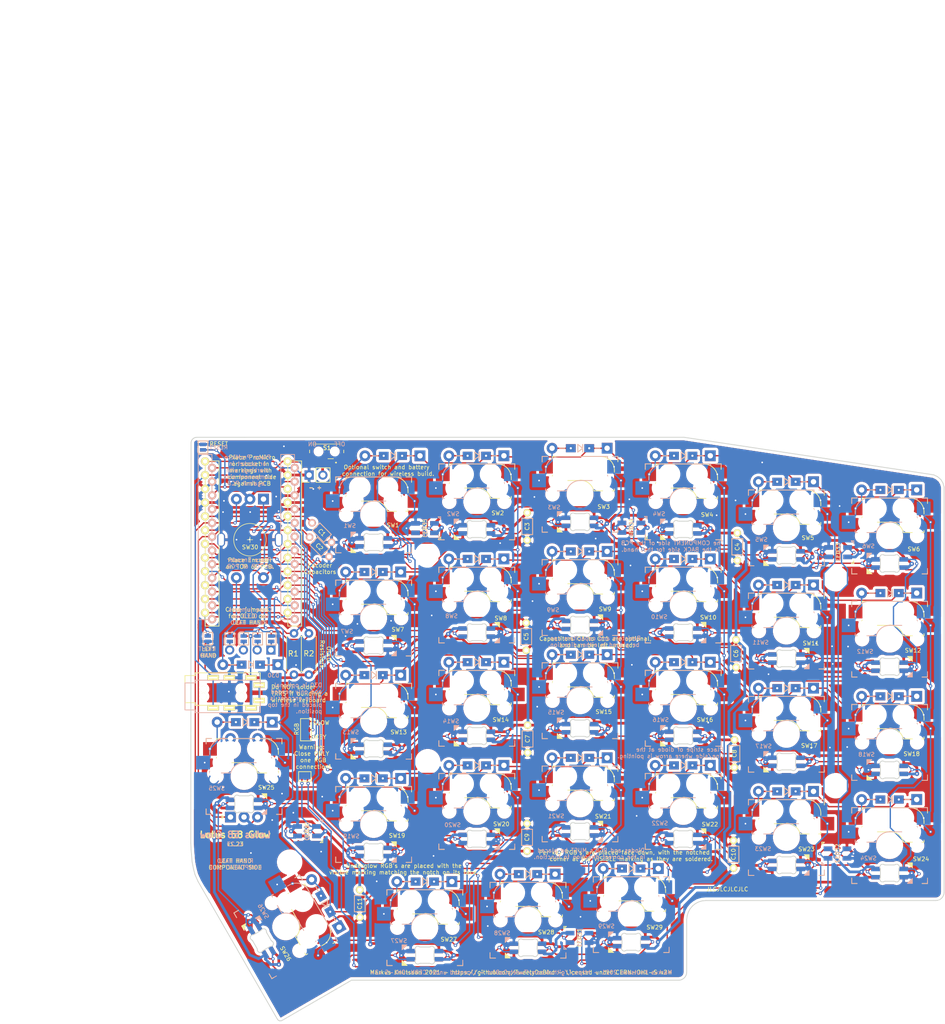
<source format=kicad_pcb>
(kicad_pcb (version 20211014) (generator pcbnew)
  (title_block (title "Lotus 58 Glow") (date "2021-12-17") (rev "v1.23") (company "Markus Knutsson <markus.knutsson@tweety.se>") (comment 1 "https://github.com/TweetyDaBird") (comment 2 "Licensed under CERN-OHL-S v2 or any superseding version"))
  (layers (0 "F.Cu" signal) (31 "B.Cu" signal) (34 "B.Paste" user) (35 "F.Paste" user) (36 "B.SilkS" user "B.Silkscreen") (37 "F.SilkS" user "F.Silkscreen") (38 "B.Mask" user) (39 "F.Mask" user) (44 "Edge.Cuts" user))
  (net 0 "")
  (net 1 "Net-(D1-Pad2)")
  (net 2 "row4")
  (net 3 "Net-(D2-Pad2)")
  (net 4 "Net-(D3-Pad2)")
  (net 5 "row0")
  (net 6 "Net-(D4-Pad2)")
  (net 7 "row1")
  (net 8 "Net-(D5-Pad2)")
  (net 9 "row2")
  (net 10 "Net-(D6-Pad2)")
  (net 11 "row3")
  (net 12 "Net-(D7-Pad2)")
  (net 13 "Net-(D8-Pad2)")
  (net 14 "Net-(D9-Pad2)")
  (net 15 "Net-(D10-Pad2)")
  (net 16 "Net-(D11-Pad2)")
  (net 17 "Net-(D12-Pad2)")
  (net 18 "Net-(D13-Pad2)")
  (net 19 "Net-(D14-Pad2)")
  (net 20 "Net-(D15-Pad2)")
  (net 21 "Net-(D16-Pad2)")
  (net 22 "Net-(D17-Pad2)")
  (net 23 "Net-(D18-Pad2)")
  (net 24 "Net-(D19-Pad2)")
  (net 25 "Net-(D20-Pad2)")
  (net 26 "Net-(D21-Pad2)")
  (net 27 "Net-(D22-Pad2)")
  (net 28 "Net-(D23-Pad2)")
  (net 29 "Net-(D24-Pad2)")
  (net 30 "Net-(D26-Pad2)")
  (net 31 "Net-(D27-Pad2)")
  (net 32 "Net-(D28-Pad2)")
  (net 33 "VCC")
  (net 34 "GND")
  (net 35 "col0")
  (net 36 "col1")
  (net 37 "col2")
  (net 38 "col3")
  (net 39 "col4")
  (net 40 "col5")
  (net 41 "SDA")
  (net 42 "LED")
  (net 43 "SCL")
  (net 44 "RESET")
  (net 45 "Net-(D29-Pad2)")
  (net 46 "DATA")
  (net 47 "Net-(D30-Pad2)")
  (net 48 "Hand")
  (net 49 "Net-(J1-PadS)")
  (net 50 "B")
  (net 51 "A")
  (net 52 "Alt")
  (net 53 "Net-(LED1-Pad2)")
  (net 54 "Net-(LED2-Pad2)")
  (net 55 "Net-(JP5-Pad1)")
  (net 56 "Net-(JP10-Pad1)")
  (net 57 "Net-(JP11-Pad1)")
  (net 58 "Net-(JP12-Pad1)")
  (net 59 "Net-(LED3-Pad2)")
  (net 60 "Net-(LED4-Pad2)")
  (net 61 "Net-(LED5-Pad2)")
  (net 62 "Net-(LED12-Pad4)")
  (net 63 "Net-(LED7-Pad4)")
  (net 64 "Net-(LED13-Pad4)")
  (net 65 "Net-(LED8-Pad4)")
  (net 66 "Net-(LED10-Pad2)")
  (net 67 "Net-(LED10-Pad4)")
  (net 68 "Net-(LED11-Pad4)")
  (net 69 "Net-(LED13-Pad2)")
  (net 70 "Net-(LED14-Pad2)")
  (net 71 "Net-(LED15-Pad2)")
  (net 72 "Net-(LED16-Pad2)")
  (net 73 "Net-(LED17-Pad2)")
  (net 74 "Net-(LED18-Pad2)")
  (net 75 "Net-(LED19-Pad4)")
  (net 76 "Net-(LED19-Pad2)")
  (net 77 "Net-(LED20-Pad4)")
  (net 78 "Net-(LED21-Pad4)")
  (net 79 "Net-(LED22-Pad4)")
  (net 80 "Net-(LED23-Pad4)")
  (net 81 "Net-(LED25-Pad2)")
  (net 82 "Net-(LED26-Pad2)")
  (net 83 "Net-(LED27-Pad2)")
  (net 84 "Net-(LED28-Pad2)")
  (net 85 "Net-(LED30-Pad1)")
  (net 86 "Net-(LED31-Pad1)")
  (net 87 "Net-(LED32-Pad1)")
  (net 88 "Net-(LED33-Pad1)")
  (net 89 "Net-(LED34-Pad1)")
  (net 90 "Net-(LED35-Pad1)")
  (net 91 "RGB_KEY")
  (net 92 "RGB_GLOW")
  (net 93 "RGB_LINK")
  (net 94 "Battery")
  (net 95 "/Batt")
  (footprint "MountingHole:MountingHole_3.7mm" (layer "F.Cu") (at 124.32538 57.40908)
    (fp_text reference "TH1" hide)
    (fp_text value "HOLE")
  )
  (footprint "MountingHole:MountingHole_3.7mm" (layer "F.Cu") (at 199.7 61.8)
    (fp_text reference "TH2" hide)
    (fp_text value "HOLE")
  )
  (footprint "MountingHole:MountingHole_3.7mm" (layer "F.Cu") (at 124.3965 95.5675)
    (fp_text reference "TH3" hide)
    (fp_text value "HOLE")
  )
  (footprint "MountingHole:MountingHole_3.7mm" (layer "F.Cu") (at 199.7 100)
    (fp_text reference "TH4" hide)
    (fp_text value "HOLE")
  )
  (footprint "MountingHole:MountingHole_3.7mm" (layer "F.Cu") (at 98.8949 114.1095 90)
    (fp_text reference "TH5" hide)
    (fp_text value "HOLE")
  )
  (footprint "Keyboard Library:Jumper_Mini" (layer "F.Cu") (at 95.4987 72.8755 90)
    (fp_text reference "JP9" hide)
    (fp_text value "Jumper_NO_Small" hide)
  )
  (footprint "Keyboard Library:Jumper_Mini" (layer "F.Cu") (at 92.990766 72.8755 90)
    (fp_text reference "JP10" hide)
    (fp_text value "Jumper_NO_Small" hide)
  )
  (footprint "Keyboard Library:Jumper_Mini" (layer "F.Cu") (at 90.419332 72.8755 90)
    (fp_text reference "JP11" hide)
    (fp_text value "Jumper_NO_Small" hide)
  )
  (footprint "Keyboard Library:Jumper_Mini" (layer "F.Cu") (at 87.8479 72.8755 90)
    (fp_text reference "JP12" hide)
    (fp_text value "Jumper_NO_Small" hide)
  )
  (footprint "keyswitches:Kailh_socket_MX_reversible_RGB" (layer "F.Cu") (at 133.45 47.6)
    (fp_text reference "SW2")
    (fp_text value "Kailh hotswap MX socket")
  )
  (footprint "keyswitches:Kailh_socket_MX_reversible_RGB" (layer "F.Cu") (at 152.5 46.21)
    (fp_text reference "SW3")
    (fp_text value "Kailh hotswap MX socket")
  )
  (footprint "keyswitches:Kailh_socket_MX_reversible_RGB" (layer "F.Cu") (at 171.55 47.6)
    (fp_text reference "SW4")
    (fp_text value "Kailh hotswap MX socket")
  )
  (footprint "keyswitches:Kailh_socket_MX_reversible_RGB" (layer "F.Cu") (at 209.65 53.9)
    (fp_text reference "SW6")
    (fp_text value "Kailh hotswap MX socket")
  )
  (footprint "keyswitches:Kailh_socket_MX_reversible_RGB" (layer "F.Cu") (at 114.4 69.05)
    (fp_text reference "SW7")
    (fp_text value "Kailh hotswap MX socket")
  )
  (footprint "keyswitches:Kailh_socket_MX_reversible_RGB" (layer "F.Cu") (at 152.5 65.26)
    (fp_text reference "SW9")
    (fp_text value "Kailh hotswap MX socket")
  )
  (footprint "keyswitches:Kailh_socket_MX_reversible_RGB" (layer "F.Cu") (at 171.55 66.65)
    (fp_text reference "SW10")
    (fp_text value "Kailh hotswap MX socket")
  )
  (footprint "keyswitches:Kailh_socket_MX_reversible_RGB" (layer "F.Cu") (at 190.6 71.45)
    (fp_text reference "SW11")
    (fp_text value "Kailh hotswap MX socket")
  )
  (footprint "keyswitches:Kailh_socket_MX_reversible_RGB" (layer "F.Cu") (at 209.65 72.95)
    (fp_text reference "SW12")
    (fp_text value "Kailh hotswap MX socket")
  )
  (footprint "keyswitches:Kailh_socket_MX_reversible_RGB" (layer "F.Cu") (at 114.4 88.1)
    (fp_text reference "SW13")
    (fp_text value "Kailh hotswap MX socket")
  )
  (footprint "keyswitches:Kailh_socket_MX_reversible_RGB" (layer "F.Cu") (at 133.45 85.7)
    (fp_text reference "SW14")
    (fp_text value "Kailh hotswap MX socket")
  )
  (footprint "keyswitches:Kailh_socket_MX_reversible_RGB" (layer "F.Cu") (at 152.5 84.31)
    (fp_text reference "SW15")
    (fp_text value "Kailh hotswap MX socket")
  )
  (footprint "keyswitches:Kailh_socket_MX_reversible_RGB" (layer "F.Cu") (at 190.6 90.5)
    (fp_text reference "SW17")
    (fp_text value "Kailh hotswap MX socket")
  )
  (footprint "keyswitches:Kailh_socket_MX_reversible_RGB" (layer "F.Cu") (at 209.65 92)
    (fp_text reference "SW18")
    (fp_text value "Kailh hotswap MX socket")
  )
  (footprint "keyswitches:Kailh_socket_MX_reversible_RGB" (layer "F.Cu") (at 114.4 107.15)
    (fp_text reference "SW19")
    (fp_text value "Kailh hotswap MX socket")
  )
  (footprint "keyswitches:Kailh_socket_MX_reversible_RGB" (layer "F.Cu") (at 133.45 104.75)
    (fp_text reference "SW20")
    (fp_text value "Kailh hotswap MX socket")
  )
  (footprint "keyswitches:Kailh_socket_MX_reversible_RGB" (layer "F.Cu") (at 152.5 103.36)
    (fp_text reference "SW21")
    (fp_text value "Kailh hotswap MX socket")
  )
  (footprint "keyswitches:Kailh_socket_MX_reversible_RGB" (layer "F.Cu") (at 171.55 104.75)
    (fp_text reference "SW22")
    (fp_text value "Kailh hotswap MX socket")
  )
  (footprint "keyswitches:Kailh_socket_MX_reversible_RGB" (layer "F.Cu") (at 190.6 109.55)
    (fp_text reference "SW23")
    (fp_text value "Kailh hotswap MX socket")
  )
  (footprint "keyswitches:Kailh_socket_MX_reversible_RGB" (layer "F.Cu") (at 123.85 126.2)
    (fp_text reference "SW27")
    (fp_text value "Kailh hotswap MX socket")
  )
  (footprint "keyswitches:Kailh_socket_MX_reversible_RGB" (layer "F.Cu") (at 142.8977 124.8283)
    (fp_text reference "SW28")
    (fp_text value "Kailh hotswap MX socket")
  )
  (footprint "keyswitches:Kailh_socket_MX_reversible_RGB" (layer "F.Cu") (at 161.95 123.8)
    (fp_text reference "SW29")
    (fp_text value "Kailh hotswap MX socket")
  )
  (footprint "keyswitches:Kailh_socket_MX_reversible_RGB" (layer "F.Cu") (at 114.4 50)
    (fp_text reference "SW1")
    (fp_text value "Kailh hotswap MX socket")
  )
  (footprint "keyswitches:Kailh_socket_MX_reversible_RGB" (layer "F.Cu") (at 90.4748 98.2853)
    (fp_text reference "SW25")
    (fp_text value "Kailh hotswap MX socket")
  )
  (footprint "keyswitches:Kailh_socket_MX_reversible_RGB" (layer "F.Cu") (at 209.65 111.05)
    (fp_text reference "SW24")
    (fp_text value "Kailh hotswap MX socket")
  )
  (footprint "Resistor_THT:R_Axial_DIN0207_L6.3mm_D2.5mm_P7.62mm_Horizontal" (layer "F.Cu") (at 102.44 79.5 90)
    (fp_text reference "R2")
    (fp_text value "4k7")
  )
  (footprint "keyswitches:Kailh_socket_MX_reversible_RGB" (layer "F.Cu") (at 98.171 126.0475 -60)
    (fp_text reference "SW26")
    (fp_text value "Kailh hotswap MX socket")
  )
  (footprint "keyswitches:Kailh_socket_MX_reversible_RGB" (layer "F.Cu") (at 171.55 85.7)
    (fp_text reference "SW16")
    (fp_text value "Kailh hotswap MX socket")
  )
  (footprint "KiCad-SSD1306-0.91-OLED-4pin-128x32:SSD1306-0.91-OLED-4pin-128x32" (layer "F.Cu") (at 97.6305 38.4435 -90)
    (fp_text reference "P1" hide)
    (fp_text value "OLED")
  )
  (footprint "Keyboard Library:LED_SK6812MINI_PLCC4_3.5x3.5mm_P1.75mm" (layer "F.Cu") (at 152.4 128.0795 180)
    (fp_text reference "LED31")
    (fp_text value "SK6812MINI")
  )
  (footprint "Keyboard Library:LED_SK6812MINI_PLCC4_3.5x3.5mm_P1.75mm" (layer "F.Cu") (at 102.108 108.3945)
    (fp_text reference "LED30")
    (fp_text value "SK6812MINI")
  )
  (footprint "Keyboard Library:LED_SK6812MINI_PLCC4_3.5x3.5mm_P1.75mm" (layer "F.Cu") (at 200.152 56.896)
    (fp_text reference "LED33")
    (fp_text value "SK6812MINI")
  )
  (footprint "Keyboard Library:LED_SK6812MINI_PLCC4_3.5x3.5mm_P1.75mm" (layer "F.Cu") (at 123.8885 52.451)
    (fp_text reference "LED35")
    (fp_text value "SK6812MINI")
  )
  (footprint "Keyboard Library:RotaryEncoder_Alps_EC11E-Switch_Vertical_H20_special" (layer "F.Cu") (at 91.567 54.594 -90)
    (fp_text reference "SW30")
    (fp_text value "Rotary_Encoder_Switch")
  )
  (footprint "Keyboard Library:ProMicro_Reversible" (layer "F.Cu") (at 92.106 54.9)
    (fp_text reference "U1" hide)
    (fp_text value "ProMicro" hide)
  )
  (footprint "Resistor_THT:R_Axial_DIN0207_L6.3mm_D2.5mm_P7.62mm_Horizontal" (layer "F.Cu") (at 99.7 79.5 90)
    (fp_text reference "R1")
    (fp_text value "4k7")
  )
  (footprint "Keyboard Library:MJ-4PP-9_alim" (layer "F.Cu") (at 81.4705 82.169 90)
    (fp_text reference "J1" hide)
    (fp_text value "PJ-320A" hide)
  )
  (footprint "keyswitches:Kailh_socket_MX_reversible_RGB" (layer "F.Cu") (at 190.6 52.4)
    (fp_text reference "SW5")
    (fp_text value "Kailh hotswap MX socket")
  )
  (footprint "Keyboard Library:RotaryEncoder_Alps_EC11E-Switch_Special" (layer "F.Cu") (at 90.4748 98.2853 90)
    (fp_text reference "SW31" hide)
    (fp_text value "Rotary_Encoder_Switch")
  )
  (footprint "Keyboard Library:LED_SK6812MINI_PLCC4_3.5x3.5mm_P1.75mm" (layer "F.Cu") (at 161.9885 52.3875)
    (fp_text reference "LED34")
    (fp_text value "SK6812MINI")
  )
  (footprint "Keyboard Library:Jumper_Mini" (layer "F.Cu") (at 83.789 72.8507 -90)
    (fp_text reference "JP3" hide)
    (fp_text value "LEFT" hide)
  )
  (footprint "keyswitches:Kailh_socket_MX_reversible_RGB" (layer "F.Cu") (at 133.45 66.65)
    (fp_text reference "SW8")
    (fp_text value "Kailh hotswap MX socket")
  )
  (footprint "kicad-keyboard-parts:MX_SK6812MINI-E_REVERSIBLE" (layer "F.Cu") (at 114.4 55.08 180)
    (fp_text reference "LED1" hide)
    (fp_text value "SK6812MINI-E")
    (fp_line (start 0.794452 1.499999) (end -0.794452 1.499999) (layer "Edge.Cuts") (width 0.15))
    (fp_line (start 1.699999 -0.702843) (end 1.699999 0.702841) (layer "Edge.Cuts") (width 0.15))
    (fp_line (start -0.794452 -1.5) (end 0.794453 -1.5) (layer "Edge.Cuts") (width 0.15))
    (fp_line (start -1.699999 0.702841) (end -1.699999 -0.702843) (layer "Edge.Cuts") (width 0.15))
    (fp_arc (start 0.794452 1.499999) (mid 0.925123 1.517376) (end 1.046711 1.568298) (layer "Edge.Cuts") (width 0.15))
    (fp_arc (start 1.046711 -1.568299) (mid 1.638071 -1.504035) (end 1.749484 -0.919721) (layer "Edge.Cuts") (width 0.15))
    (fp_arc (start -1.046711 1.568296) (mid -1.63807 1.504033) (end -1.749484 0.919719) (layer "Edge.Cuts") (width 0.15))
    (fp_arc (start -1.749484 -0.919721) (mid -1.638071 -1.504036) (end -1.046711 -1.5683) (layer "Edge.Cuts") (width 0.15))
    (fp_arc (start -1.749484 -0.919721) (mid -1.712527 -0.814069) (end -1.699999 -0.702843) (layer "Edge.Cuts") (width 0.15))
    (fp_arc (start 1.046711 -1.568299) (mid 0.925123 -1.517377) (end 0.794453 -1.5) (layer "Edge.Cuts") (width 0.15))
    (fp_arc (start 1.749484 0.919718) (mid 1.638072 1.504034) (end 1.046711 1.568298) (layer "Edge.Cuts") (width 0.15))
    (fp_arc (start -1.699999 0.702842) (mid -1.712527 0.814067) (end -1.749484 0.919719) (layer "Edge.Cuts") (width 0.15))
    (fp_arc (start -1.04671 1.568298) (mid -0.925122 1.517376) (end -0.794452 1.499999) (layer "Edge.Cuts") (width 0.15))
    (fp_arc (start 1.699999 -0.702844) (mid 1.712527 -0.814069) (end 1.749484 -0.919721) (layer "Edge.Cuts") (width 0.15))
    (fp_arc (start -0.794453 -1.500001) (mid -0.925123 -1.517378) (end -1.046711 -1.5683) (layer "Edge.Cuts") (width 0.15))
    (fp_arc (start 1.749484 0.919719) (mid 1.712527 0.814067) (end 1.699999 0.702841) (layer "Edge.Cuts") (width 0.15))
  )
  (footprint "Keyboard Library:Jumper_Mini" (layer "F.Cu") (at 82.91 37.51 90)
    (fp_text reference "JP2" hide)
    (fp_text value "RESET" hide)
  )
  (footprint "kicad-keyboard-parts:MX_SK6812MINI-E_REVERSIBLE" (layer "F.Cu") (at 133.45 52.68 180)
    (fp_text reference "LED2" hide)
    (fp_text value "SK6812MINI-E")
    (fp_line (start -0.794452 -1.5) (end 0.794453 -1.5) (layer "Edge.Cuts") (width 0.15))
    (fp_line (start 1.699999 -0.702843) (end 1.699999 0.702841) (layer "Edge.Cuts") (width 0.15))
    (fp_line (start 0.794452 1.499999) (end -0.794452 1.499999) (layer "Edge.Cuts") (width 0.15))
    (fp_line (start -1.699999 0.702841) (end -1.699999 -0.702843) (layer "Edge.Cuts") (width 0.15))
    (fp_arc (start 1.749484 0.919718) (mid 1.638072 1.504034) (end 1.046711 1.568298) (layer "Edge.Cuts") (width 0.15))
    (fp_arc (start 1.749484 0.919719) (mid 1.712527 0.814067) (end 1.699999 0.702841) (layer "Edge.Cuts") (width 0.15))
    (fp_arc (start -0.794453 -1.500001) (mid -0.925123 -1.517378) (end -1.046711 -1.5683) (layer "Edge.Cuts") (width 0.15))
    (fp_arc (start 1.046711 -1.568299) (mid 1.638071 -1.504035) (end 1.749484 -0.919721) (layer "Edge.Cuts") (width 0.15))
    (fp_arc (start -1.749484 -0.919721) (mid -1.712527 -0.814069) (end -1.699999 -0.702843) (layer "Edge.Cuts") (width 0.15))
    (fp_arc (start 1.046711 -1.568299) (mid 0.925123 -1.517377) (end 0.794453 -1.5) (layer "Edge.Cuts") (width 0.15))
    (fp_arc (start -1.699999 0.702842) (mid -1.712527 0.814067) (end -1.749484 0.919719) (layer "Edge.Cuts") (width 0.15))
    (fp_arc (start -1.046711 1.568296) (mid -1.63807 1.504033) (end -1.749484 0.919719) (layer "Edge.Cuts") (width 0.15))
    (fp_arc (start -1.04671 1.568298) (mid -0.925122 1.517376) (end -0.794452 1.499999) (layer "Edge.Cuts") (width 0.15))
    (fp_arc (start -1.749484 -0.919721) (mid -1.638071 -1.504036) (end -1.046711 -1.5683) (layer "Edge.Cuts") (width 0.15))
    (fp_arc (start 0.794452 1.499999) (mid 0.925123 1.517376) (end 1.046711 1.568298) (layer "Edge.Cuts") (width 0.15))
    (fp_arc (start 1.699999 -0.702844) (mid 1.712527 -0.814069) (end 1.749484 -0.919721) (layer "Edge.Cuts") (width 0.15))
  )
  (footprint "kicad-keyboard-parts:MX_SK6812MINI-E_REVERSIBLE" (layer "F.Cu") (at 152.5 51.29 180)
    (fp_text reference "LED3" hide)
    (fp_text value "SK6812MINI-E")
    (fp_line (start -0.794452 -1.5) (end 0.794453 -1.5) (layer "Edge.Cuts") (width 0.15))
    (fp_line (start 1.699999 -0.702843) (end 1.699999 0.702841) (layer "Edge.Cuts") (width 0.15))
    (fp_line (start -1.699999 0.702841) (end -1.699999 -0.702843) (layer "Edge.Cuts") (width 0.15))
    (fp_line (start 0.794452 1.499999) (end -0.794452 1.499999) (layer "Edge.Cuts") (width 0.15))
    (fp_arc (start 1.046711 -1.568299) (mid 1.638071 -1.504035) (end 1.749484 -0.919721) (layer "Edge.Cuts") (width 0.15))
    (fp_arc (start -1.749484 -0.919721) (mid -1.638071 -1.504036) (end -1.046711 -1.5683) (layer "Edge.Cuts") (width 0.15))
    (fp_arc (start 1.699999 -0.702844) (mid 1.712527 -0.814069) (end 1.749484 -0.919721) (layer "Edge.Cuts") (width 0.15))
    (fp_arc (start -1.04671 1.568298) (mid -0.925122 1.517376) (end -0.794452 1.499999) (layer "Edge.Cuts") (width 0.15))
    (fp_arc (start -1.699999 0.702842) (mid -1.712527 0.814067) (end -1.749484 0.919719) (layer "Edge.Cuts") (width 0.15))
    (fp_arc (start -1.749484 -0.919721) (mid -1.712527 -0.814069) (end -1.699999 -0.702843) (layer "Edge.Cuts") (width 0.15))
    (fp_arc (start -0.794453 -1.500001) (mid -0.925123 -1.517378) (end -1.046711 -1.5683) (layer "Edge.Cuts") (width 0.15))
    (fp_arc (start 1.749484 0.919719) (mid 1.712527 0.814067) (end 1.699999 0.702841) (layer "Edge.Cuts") (width 0.15))
    (fp_arc (start 1.046711 -1.568299) (mid 0.925123 -1.517377) (end 0.794453 -1.5) (layer "Edge.Cuts") (width 0.15))
    (fp_arc (start 0.794452 1.499999) (mid 0.925123 1.517376) (end 1.046711 1.568298) (layer "Edge.Cuts") (width 0.15))
    (fp_arc (start 1.749484 0.919718) (mid 1.638072 1.504034) (end 1.046711 1.568298) (layer "Edge.Cuts") (width 0.15))
    (fp_arc (start -1.046711 1.568296) (mid -1.63807 1.504033) (end -1.749484 0.919719) (layer "Edge.Cuts") (width 0.15))
  )
  (footprint "kicad-keyboard-parts:MX_SK6812MINI-E_REVERSIBLE" (layer "F.Cu") (at 171.55 52.68 180)
    (fp_text reference "LED4" hide)
    (fp_text value "SK6812MINI-E")
    (fp_line (start 1.699999 -0.702843) (end 1.699999 0.702841) (layer "Edge.Cuts") (width 0.15))
    (fp_line (start 0.794452 1.499999) (end -0.794452 1.499999) (layer "Edge.Cuts") (width 0.15))
    (fp_line (start -0.794452 -1.5) (end 0.794453 -1.5) (layer "Edge.Cuts") (width 0.15))
    (fp_line (start -1.699999 0.702841) (end -1.699999 -0.702843) (layer "Edge.Cuts") (width 0.15))
    (fp_arc (start -1.749484 -0.919721) (mid -1.712527 -0.814069) (end -1.699999 -0.702843) (layer "Edge.Cuts") (width 0.15))
    (fp_arc (start 1.699999 -0.702844) (mid 1.712527 -0.814069) (end 1.749484 -0.919721) (layer "Edge.Cuts") (width 0.15))
    (fp_arc (start -1.046711 1.568296) (mid -1.63807 1.504033) (end -1.749484 0.919719) (layer "Edge.Cuts") (width 0.15))
    (fp_arc (start 1.046711 -1.568299) (mid 1.638071 -1.504035) (end 1.749484 -0.919721) (layer "Edge.Cuts") (width 0.15))
    (fp_arc (start 1.749484 0.919718) (mid 1.638072 1.504034) (end 1.046711 1.568298) (layer "Edge.Cuts") (width 0.15))
    (fp_arc (start -1.749484 -0.919721) (mid -1.638071 -1.504036) (end -1.046711 -1.5683) (layer "Edge.Cuts") (width 0.15))
    (fp_arc (start -1.04671 1.568298) (mid -0.925122 1.517376) (end -0.794452 1.499999) (layer "Edge.Cuts") (width 0.15))
    (fp_arc (start -0.794453 -1.500001) (mid -0.925123 -1.517378) (end -1.046711 -1.5683) (layer "Edge.Cuts") (width 0.15))
    (fp_arc (start 1.749484 0.919719) (mid 1.712527 0.814067) (end 1.699999 0.702841) (layer "Edge.Cuts") (width 0.15))
    (fp_arc (start -1.699999 0.702842) (mid -1.712527 0.814067) (end -1.749484 0.919719) (layer "Edge.Cuts") (width 0.15))
    (fp_arc (start 1.046711 -1.568299) (mid 0.925123 -1.517377) (end 0.794453 -1.5) (layer "Edge.Cuts") (width 0.15))
    (fp_arc (start 0.794452 1.499999) (mid 0.925123 1.517376) (end 1.046711 1.568298) (layer "Edge.Cuts") (width 0.15))
  )
  (footprint "kicad-keyboard-parts:MX_SK6812MINI-E_REVERSIBLE" (layer "F.Cu") (at 190.6 57.48 180)
    (fp_text reference "LED5" hide)
    (fp_text value "SK6812MINI-E")
    (fp_line (start 0.794452 1.499999) (end -0.794452 1.499999) (layer "Edge.Cuts") (width 0.15))
    (fp_line (start 1.699999 -0.702843) (end 1.699999 0.702841) (layer "Edge.Cuts") (width 0.15))
    (fp_line (start -0.794452 -1.5) (end 0.794453 -1.5) (layer "Edge.Cuts") (width 0.15))
    (fp_line (start -1.699999 0.702841) (end -1.699999 -0.702843) (layer "Edge.Cuts") (width 0.15))
    (fp_arc (start -1.046711 1.568296) (mid -1.63807 1.504033) (end -1.749484 0.919719) (layer "Edge.Cuts") (width 0.15))
    (fp_arc (start -1.04671 1.568298) (mid -0.925122 1.517376) (end -0.794452 1.499999) (layer "Edge.Cuts") (width 0.15))
    (fp_arc (start 1.749484 0.919718) (mid 1.638072 1.504034) (end 1.046711 1.568298) (layer "Edge.Cuts") (width 0.15))
    (fp_arc (start 1.046711 -1.568299) (mid 0.925123 -1.517377) (end 0.794453 -1.5) (layer "Edge.Cuts") (width 0.15))
    (fp_arc (start 0.794452 1.499999) (mid 0.925123 1.517376) (end 1.046711 1.568298) (layer "Edge.Cuts") (width 0.15))
    (fp_arc (start 1.699999 -0.702844) (mid 1.712527 -0.814069) (end 1.749484 -0.919721) (layer "Edge.Cuts") (width 0.15))
    (fp_arc (start -1.749484 -0.919721) (mid -1.712527 -0.814069) (end -1.699999 -0.702843) (layer "Edge.Cuts") (width 0.15))
    (fp_arc (start -1.699999 0.702842) (mid -1.712527 0.814067) (end -1.749484 0.919719) (layer "Edge.Cuts") (width 0.15))
    (fp_arc (start 1.749484 0.919719) (mid 1.712527 0.814067) (end 1.699999 0.702841) (layer "Edge.Cuts") (width 0.15))
    (fp_arc (start -1.749484 -0.919721) (mid -1.638071 -1.504036) (end -1.046711 -1.5683) (layer "Edge.Cuts") (width 0.15))
    (fp_arc (start 1.046711 -1.568299) (mid 1.638071 -1.504035) (end 1.749484 -0.919721) (layer "Edge.Cuts") (width 0.15))
    (fp_arc (start -0.794453 -1.500001) (mid -0.925123 -1.517378) (end -1.046711 -1.5683) (layer "Edge.Cuts") (width 0.15))
  )
  (footprint "kicad-keyboard-parts:MX_SK6812MINI-E_REVERSIBLE" (layer "F.Cu") (at 209.65 58.98 180)
    (fp_text reference "LED6" hide)
    (fp_text value "SK6812MINI-E")
    (fp_line (start -1.699999 0.702841) (end -1.699999 -0.702843) (layer "Edge.Cuts") (width 0.15))
    (fp_line (start -0.794452 -1.5) (end 0.794453 -1.5) (layer "Edge.Cuts") (width 0.15))
    (fp_line (start 0.794452 1.499999) (end -0.794452 1.499999) (layer "Edge.Cuts") (width 0.15))
    (fp_line (start 1.699999 -0.702843) (end 1.699999 0.702841) (layer "Edge.Cuts") (width 0.15))
    (fp_arc (start 1.749484 0.919719) (mid 1.712527 0.814067) (end 1.699999 0.702841) (layer "Edge.Cuts") (width 0.15))
    (fp_arc (start -1.749484 -0.919721) (mid -1.638071 -1.504036) (end -1.046711 -1.5683) (layer "Edge.Cuts") (width 0.15))
    (fp_arc (start -0.794453 -1.500001) (mid -0.925123 -1.517378) (end -1.046711 -1.5683) (layer "Edge.Cuts") (width 0.15))
    (fp_arc (start 1.046711 -1.568299) (mid 1.638071 -1.504035) (end 1.749484 -0.919721) (layer "Edge.Cuts") (width 0.15))
    (fp_arc (start 1.046711 -1.568299) (mid 0.925123 -1.517377) (end 0.794453 -1.5) (layer "Edge.Cuts") (width 0.15))
    (fp_arc (start -1.749484 -0.919721) (mid -1.712527 -0.814069) (end -1.699999 -0.702843) (layer "Edge.Cuts") (width 0.15))
    (fp_arc (start 0.794452 1.499999) (mid 0.925123 1.517376) (end 1.046711 1.568298) (layer "Edge.Cuts") (width 0.15))
    (fp_arc (start 1.749484 0.919718) (mid 1.638072 1.504034) (end 1.046711 1.568298) (layer "Edge.Cuts") (width 0.15))
    (fp_arc (start -1.699999 0.702842) (mid -1.712527 0.814067) (end -1.749484 0.919719) (layer "Edge.Cuts") (width 0.15))
    (fp_arc (start 1.699999 -0.702844) (mid 1.712527 -0.814069) (end 1.749484 -0.919721) (layer "Edge.Cuts") (width 0.15))
    (fp_arc (start -1.046711 1.568296) (mid -1.63807 1.504033) (end -1.749484 0.919719) (layer "Edge.Cuts") (width 0.15))
    (fp_arc (start -1.04671 1.568298) (mid -0.925122 1.517376) (end -0.794452 1.499999) (layer "Edge.Cuts") (width 0.15))
  )
  (footprint "kicad-keyboard-parts:MX_SK6812MINI-E_REVERSIBLE" (layer "F.Cu") (at 114.4 74.13)
    (fp_text reference "LED7" hide)
    (fp_text value "SK6812MINI-E")
    (fp_line (start -0.794452 -1.5) (end 0.794453 -1.5) (layer "Edge.Cuts") (width 0.15))
    (fp_line (start -1.699999 0.702841) (end -1.699999 -0.702843) (layer "Edge.Cuts") (width 0.15))
    (fp_line (start 1.699999 -0.702843) (end 1.699999 0.702841) (layer "Edge.Cuts") (width 0.15))
    (fp_line (start 0.794452 1.499999) (end -0.794452 1.499999) (layer "Edge.Cuts") (width 0.15))
    (fp_arc (start 1.046711 -1.568299) (mid 0.925123 -1.517377) (end 0.794453 -1.5) (layer "Edge.Cuts") (width 0.15))
    (fp_arc (start -1.749484 -0.919721) (mid -1.638071 -1.504036) (end -1.046711 -1.5683) (layer "Edge.Cuts") (width 0.15))
    (fp_arc (start -0.794453 -1.500001) (mid -0.925123 -1.517378) (end -1.046711 -1.5683) (layer "Edge.Cuts") (width 0.15))
    (fp_arc (start -1.046711 1.568296) (mid -1.63807 1.504033) (end -1.749484 0.919719) (layer "Edge.Cuts") (width 0.15))
    (fp_arc (start -1.04671 1.568298) (mid -0.925122 1.517376) (end -0.794452 1.499999) (layer "Edge.Cuts") (width 0.15))
    (fp_arc (start 1.749484 0.919719) (mid 1.712527 0.814067) (end 1.699999 0.702841) (layer "Edge.Cuts") (width 0.15))
    (fp_arc (start 1.046711 -1.568299) (mid 1.638071 -1.504035) (end 1.749484 -0.919721) (layer "Edge.Cuts") (width 0.15))
    (fp_arc (start 1.749484 0.919718) (mid 1.638072 1.504034) (end 1.046711 1.568298) (layer "Edge.Cuts") (width 0.15))
    (fp_arc (start 1.699999 -0.702844) (mid 1.712527 -0.814069) (end 1.749484 -0.919721) (layer "Edge.Cuts") (width 0.15))
    (fp_arc (start 0.794452 1.499999) (mid 0.925123 1.517376) (end 1.046711 1.568298) (layer "Edge.Cuts") (width 0.15))
    (fp_arc (start -1.749484 -0.919721) (mid -1.712527 -0.814069) (end -1.699999 -0.702843) (layer "Edge.Cuts") (width 0.15))
    (fp_arc (start -1.699999 0.702842) (mid -1.712527 0.814067) (end -1.749484 0.919719) (layer "Edge.Cuts") (width 0.15))
  )
  (footprint "kicad-keyboard-parts:MX_SK6812MINI-E_REVERSIBLE" (layer "F.Cu") (at 133.45 71.73)
    (fp_text reference "LED8" hide)
    (fp_text value "SK6812MINI-E")
    (fp_line (start -1.699999 0.702841) (end -1.699999 -0.702843) (layer "Edge.Cuts") (width 0.15))
    (fp_line (start 0.794452 1.499999) (end -0.794452 1.499999) (layer "Edge.Cuts") (width 0.15))
    (fp_line (start 1.699999 -0.702843) (end 1.699999 0.702841) (layer "Edge.Cuts") (width 0.15))
    (fp_line (start -0.794452 -1.5) (end 0.794453 -1.5) (layer "Edge.Cuts") (width 0.15))
    (fp_arc (start 1.046711 -1.568299) (mid 0.925123 -1.517377) (end 0.794453 -1.5) (layer "Edge.Cuts") (width 0.15))
    (fp_arc (start -1.04671 1.568298) (mid -0.925122 1.517376) (end -0.794452 1.499999) (layer "Edge.Cuts") (width 0.15))
    (fp_arc (start 1.749484 0.919719) (mid 1.712527 0.814067) (end 1.699999 0.702841) (layer "Edge.Cuts") (width 0.15))
    (fp_arc (start 0.794452 1.499999) (mid 0.925123 1.517376) (end 1.046711 1.568298) (layer "Edge.Cuts") (width 0.15))
    (fp_arc (start 1.046711 -1.568299) (mid 1.638071 -1.504035) (end 1.749484 -0.919721) (layer "Edge.Cuts") (width 0.15))
    (fp_arc (start -1.749484 -0.919721) (mid -1.712527 -0.814069) (end -1.699999 -0.702843) (layer "Edge.Cuts") (width 0.15))
    (fp_arc (start -1.699999 0.702842) (mid -1.712527 0.814067) (end -1.749484 0.919719) (layer "Edge.Cuts") (width 0.15))
    (fp_arc (start 1.699999 -0.702844) (mid 1.712527 -0.814069) (end 1.749484 -0.919721) (layer "Edge.Cuts") (width 0.15))
    (fp_arc (start -1.046711 1.568296) (mid -1.63807 1.504033) (end -1.749484 0.919719) (layer "Edge.Cuts") (width 0.15))
    (fp_arc (start -1.749484 -0.919721) (mid -1.638071 -1.504036) (end -1.046711 -1.5683) (layer "Edge.Cuts") (width 0.15))
    (fp_arc (start -0.794453 -1.500001) (mid -0.925123 -1.517378) (end -1.046711 -1.5683) (layer "Edge.Cuts") (width 0.15))
    (fp_arc (start 1.749484 0.919718) (mid 1.638072 1.504034) (end 1.046711 1.568298) (layer "Edge.Cuts") (width 0.15))
  )
  (footprint "kicad-keyboard-parts:MX_SK6812MINI-E_REVERSIBLE" (layer "F.Cu") (at 152.5 70.34)
    (fp_text reference "LED9" hide)
    (fp_text value "SK6812MINI-E")
    (fp_line (start -0.794452 -1.5) (end 0.794453 -1.5) (layer "Edge.Cuts") (width 0.15))
    (fp_line (start -1.699999 0.702841) (end -1.699999 -0.702843) (layer "Edge.Cuts") (width 0.15))
    (fp_line (start 0.794452 1.499999) (end -0.794452 1.499999) (layer "Edge.Cuts") (width 0.15))
    (fp_line (start 1.699999 -0.702843) (end 1.699999 0.702841) (layer "Edge.Cuts") (width 0.15))
    (fp_arc (start -1.749484 -0.919721) (mid -1.712527 -0.814069) (end -1.699999 -0.702843) (layer "Edge.Cuts") (width 0.15))
    (fp_arc (start -1.749484 -0.919721) (mid -1.638071 -1.504036) (end -1.046711 -1.5683) (layer "Edge.Cuts") (width 0.15))
    (fp_arc (start 0.794452 1.499999) (mid 0.925123 1.517376) (end 1.046711 1.568298) (layer "Edge.Cuts") (width 0.15))
    (fp_arc (start 1.046711 -1.568299) (mid 1.638071 -1.504035) (end 1.749484 -0.919721) (layer "Edge.Cuts") (width 0.15))
    (fp_arc (start -1.04671 1.568298) (mid -0.925122 1.517376) (end -0.794452 1.499999) (layer "Edge.Cuts") (width 0.15))
    (fp_arc (start -1.046711 1.568296) (mid -1.63807 1.504033) (end -1.749484 0.919719) (layer "Edge.Cuts") (width 0.15))
    (fp_arc (start 1.699999 -0.702844) (mid 1.712527 -0.814069) (end 1.749484 -0.919721) (layer "Edge.Cuts") (width 0.15))
    (fp_arc (start -0.794453 -1.500001) (mid -0.925123 -1.517378) (end -1.046711 -1.5683) (layer "Edge.Cuts") (width 0.15))
    (fp_arc (start -1.699999 0.702842) (mid -1.712527 0.814067) (end -1.749484 0.919719) (layer "Edge.Cuts") (width 0.15))
    (fp_arc (start 1.749484 0.919719) (mid 1.712527 0.814067) (end 1.699999 0.702841) (layer "Edge.Cuts") (width 0.15))
    (fp_arc (start 1.046711 -1.568299) (mid 0.925123 -1.517377) (end 0.794453 -1.5) (layer "Edge.Cuts") (width 0.15))
    (fp_arc (start 1.749484 0.919718) (mid 1.638072 1.504034) (end 1.046711 1.568298) (layer "Edge.Cuts") (width 0.15))
  )
  (footprint "kicad-keyboard-parts:MX_SK6812MINI-E_REVERSIBLE" (layer "F.Cu") (at 171.55 71.73)
    (fp_text reference "LED10" hide)
    (fp_text value "SK6812MINI-E")
    (fp_line (start -0.794452 -1.5) (end 0.794453 -1.5) (layer "Edge.Cuts") (width 0.15))
    (fp_line (start 1.699999 -0.702843) (end 1.699999 0.702841) (layer "Edge.Cuts") (width 0.15))
    (fp_line (start 0.794452 1.499999) (end -0.794452 1.499999) (layer "Edge.Cuts") (width 0.15))
    (fp_line (start -1.699999 0.702841) (end -1.699999 -0.702843) (layer "Edge.Cuts") (width 0.15))
    (fp_arc (start -1.04671 1.568298) (mid -0.925122 1.517376) (end -0.794452 1.499999) (layer "Edge.Cuts") (width 0.15))
    (fp_arc (start -1.699999 0.702842) (mid -1.712527 0.814067) (end -1.749484 0.919719) (layer "Edge.Cuts") (width 0.15))
    (fp_arc (start 1.046711 -1.568299) (mid 0.925123 -1.517377) (end 0.794453 -1.5) (layer "Edge.Cuts") (width 0.15))
    (fp_arc (start 1.749484 0.919719) (mid 1.712527 0.814067) (end 1.699999 0.702841) (layer "Edge.Cuts") (width 0.15))
    (fp_arc (start 1.046711 -1.568299) (mid 1.638071 -1.504035) (end 1.749484 -0.919721) (layer "Edge.Cuts") (width 0.15))
    (fp_arc (start 1.749484 0.919718) (mid 1.638072 1.504034) (end 1.046711 1.568298) (layer "Edge.Cuts") (width 0.15))
    (fp_arc (start -1.046711 1.568296) (mid -1.63807 1.504033) (end -1.749484 0.919719) (layer "Edge.Cuts") (width 0.15))
    (fp_arc (start -1.749484 -0.919721) (mid -1.712527 -0.814069) (end -1.699999 -0.702843) (layer "Edge.Cuts") (width 0.15))
    (fp_arc (start 1.699999 -0.702844) (mid 1.712527 -0.814069) (end 1.749484 -0.919721) (layer "Edge.Cuts") (width 0.15))
    (fp_arc (start -1.749484 -0.919721) (mid -1.638071 -1.504036) (end -1.046711 -1.5683) (layer "Edge.Cuts") (width 0.15))
    (fp_arc (start 0.794452 1.499999) (mid 0.925123 1.517376) (end 1.046711 1.568298) (layer "Edge.Cuts") (width 0.15))
    (fp_arc (start -0.794453 -1.500001) (mid -0.925123 -1.517378) (end -1.046711 -1.5683) (layer "Edge.Cuts") (width 0.15))
  )
  (footprint "kicad-keyboard-parts:MX_SK6812MINI-E_REVERSIBLE" (layer "F.Cu") (at 190.6 76.53)
    (fp_text reference "LED11" hide)
    (fp_text value "SK6812MINI-E")
    (fp_line (start -0.794452 -1.5) (end 0.794453 -1.5) (layer "Edge.Cuts") (width 0.15))
    (fp_line (start 1.699999 -0.702843) (end 1.699999 0.702841) (layer "Edge.Cuts") (width 0.15))
    (fp_line (start -1.699999 0.702841) (end -1.699999 -0.702843) (layer "Edge.Cuts") (width 0.15))
    (fp_line (start 0.794452 1.499999) (end -0.794452 1.499999) (layer "Edge.Cuts") (width 0.15))
    (fp_arc (start 1.699999 -0.702844) (mid 1.712527 -0.814069) (end 1.749484 -0.919721) (layer "Edge.Cuts") (width 0.15))
    (fp_arc (start -1.699999 0.702842) (mid -1.712527 0.814067) (end -1.749484 0.919719) (layer "Edge.Cuts") (width 0.15))
    (fp_arc (start -1.749484 -0.919721) (mid -1.712527 -0.814069) (end -1.699999 -0.702843) (layer "Edge.Cuts") (width 0.15))
    (fp_arc (start 1.046711 -1.568299) (mid 0.925123 -1.517377) (end 0.794453 -1.5) (layer "Edge.Cuts") (width 0.15))
    (fp_arc (start -0.794453 -1.500001) (mid -0.925123 -1.517378) (end -1.046711 -1.5683) (layer "Edge.Cuts") (width 0.15))
    (fp_arc (start 0.794452 1.499999) (mid 0.925123 1.517376) (end 1.046711 1.568298) (layer "Edge.Cuts") (width 0.15))
    (fp_arc (start -1.046711 1.568296) (mid -1.63807 1.504033) (end -1.749484 0.919719) (layer "Edge.Cuts") (width 0.15))
    (fp_arc (start -1.749484 -0.919721) (mid -1.638071 -1.504036) (end -1.046711 -1.5683) (layer "Edge.Cuts") (width 0.15))
    (fp_arc (start 1.749484 0.919719) (mid 1.712527 0.814067) (end 1.699999 0.702841) (layer "Edge.Cuts") (width 0.15))
    (fp_arc (start 1.046711 -1.568299) (mid 1.638071 -1.504035) (end 1.749484 -0.919721) (layer "Edge.Cuts") (width 0.15))
    (fp_arc (start 1.749484 0.919718) (mid 1.638072 1.504034) (end 1.046711 1.568298) (layer "Edge.Cuts") (width 0.15))
    (fp_arc (start -1.04671 1.568298) (mid -0.925122 1.517376) (end -0.794452 1.499999) (layer "Edge.Cuts") (width 0.15))
  )
  (footprint "kicad-keyboard-parts:MX_SK6812MINI-E_REVERSIBLE" (layer "F.Cu") (at 209.65 78.03)
    (fp_text reference "LED12" hide)
    (fp_text value "SK6812MINI-E")
    (fp_line (start -1.699999 0.702841) (end -1.699999 -0.702843) (layer "Edge.Cuts") (width 0.15))
    (fp_line (start 1.699999 -0.702843) (end 1.699999 0.702841) (layer "Edge.Cuts") (width 0.15))
    (fp_line (start 0.794452 1.499999) (end -0.794452 1.499999) (layer "Edge.Cuts") (width 0.15))
    (fp_line (start -0.794452 -1.5) (end 0.794453 -1.5) (layer "Edge.Cuts") (width 0.15))
    (fp_arc (start 1.046711 -1.568299) (mid 0.925123 -1.517377) (end 0.794453 -1.5) (layer "Edge.Cuts") (width 0.15))
    (fp_arc (start -1.699999 0.702842) (mid -1.712527 0.814067) (end -1.749484 0.919719) (layer "Edge.Cuts") (width 0.15))
    (fp_arc (start -0.794453 -1.500001) (mid -0.925123 -1.517378) (end -1.046711 -1.5683) (layer "Edge.Cuts") (width 0.15))
    (fp_arc (start 1.699999 -0.702844) (mid 1.712527 -0.814069) (end 1.749484 -0.919721) (layer "Edge.Cuts") (width 0.15))
    (fp_arc (start -1.046711 1.568296) (mid -1.63807 1.504033) (end -1.749484 0.919719) (layer "Edge.Cuts") (width 0.15))
    (fp_arc (start 1.749484 0.919719) (mid 1.712527 0.814067) (end 1.699999 0.702841) (layer "Edge.Cuts") (width 0.15))
    (fp_arc (start -1.04671 1.568298) (mid -0.925122 1.517376) (end -0.794452 1.499999) (layer "Edge.Cuts") (width 0.15))
    (fp_arc (start -1.749484 -0.919721) (mid -1.638071 -1.504036) (end -1.046711 -1.5683) (layer "Edge.Cuts") (width 0.15))
    (fp_arc (start 0.794452 1.499999) (mid 0.925123 1.517376) (end 1.046711 1.568298) (layer "Edge.Cuts") (width 0.15))
    (fp_arc (start -1.749484 -0.919721) (mid -1.712527 -0.814069) (end -1.699999 -0.702843) (layer "Edge.Cuts") (width 0.15))
    (fp_arc (start 1.046711 -1.568299) (mid 1.638071 -1.504035) (end 1.749484 -0.919721) (layer "Edge.Cuts") (width 0.15))
    (fp_arc (start 1.749484 0.919718) (mid 1.638072 1.504034) (end 1.046711 1.568298) (layer "Edge.Cuts") (width 0.15))
  )
  (footprint "kicad-keyboard-parts:MX_SK6812MINI-E_REVERSIBLE" (layer "F.Cu") (at 114.4 93.18 180)
    (fp_text reference "LED13" hide)
    (fp_text value "SK6812MINI-E")
    (fp_line (start -0.794452 -1.5) (end 0.794453 -1.5) (layer "Edge.Cuts") (width 0.15))
    (fp_line (start 0.794452 1.499999) (end -0.794452 1.499999) (layer "Edge.Cuts") (width 0.15))
    (fp_line (start -1.699999 0.702841) (end -1.699999 -0.702843) (layer "Edge.Cuts") (width 0.15))
    (fp_line (start 1.699999 -0.702843) (end 1.699999 0.702841) (layer "Edge.Cuts") (width 0.15))
    (fp_arc (start -1.699999 0.702842) (mid -1.712527 0.814067) (end -1.749484 0.919719) (layer "Edge.Cuts") (width 0.15))
    (fp_arc (start 1.046711 -1.568299) (mid 0.925123 -1.517377) (end 0.794453 -1.5) (layer "Edge.Cuts") (width 0.15))
    (fp_arc (start -1.04671 1.568298) (mid -0.925122 1.517376) (end -0.794452 1.499999) (layer "Edge.Cuts") (width 0.15))
    (fp_arc (start 1.046711 -1.568299) (mid 1.638071 -1.504035) (end 1.749484 -0.919721) (layer "Edge.Cuts") (width 0.15))
    (fp_arc (start 1.699999 -0.702844) (mid 1.712527 -0.814069) (end 1.749484 -0.919721) (layer "Edge.Cuts") (width 0.15))
    (fp_arc (start 1.749484 0.919718) (mid 1.638072 1.504034) (end 1.046711 1.568298) (layer "Edge.Cuts") (width 0.15))
    (fp_arc (start -1.046711 1.568296) (mid -1.63807 1.504033) (end -1.749484 0.919719) (layer "Edge.Cuts") (width 0.15))
    (fp_arc (start 1.749484 0.919719) (mid 1.712527 0.814067) (end 1.699999 0.702841) (layer "Edge.Cuts") (width 0.15))
    (fp_arc (start 0.794452 1.499999) (mid 0.925123 1.517376) (end 1.046711 1.568298) (layer "Edge.Cuts") (width 0.15))
    (fp_arc (start -1.749484 -0.919721) (mid -1.712527 -0.814069) (end -1.699999 -0.702843) (layer "Edge.Cuts") (width 0.15))
    (fp_arc (start -1.749484 -0.919721) (mid -1.638071 -1.504036) (end -1.046711 -1.5683) (layer "Edge.Cuts") (width 0.15))
    (fp_arc (start -0.794453 -1.500001) (mid -0.925123 -1.517378) (end -1.046711 -1.5683) (layer "Edge.Cuts") (width 0.15))
  )
  (footprint "kicad-keyboard-parts:MX_SK6812MINI-E_REVERSIBLE" (layer "F.Cu") (at 133.45 90.78 180)
    (fp_text reference "LED14" hide)
    (fp_text value "SK6812MINI-E")
    (fp_line (start -0.794452 -1.5) (end 0.794453 -1.5) (layer "Edge.Cuts") (width 0.15))
    (fp_line (start 0.794452 1.499999) (end -0.794452 1.499999) (layer "Edge.Cuts") (width 0.15))
    (fp_line (start -1.699999 0.702841) (end -1.699999 -0.702843) (layer "Edge.Cuts") (width 0.15))
    (fp_line (start 1.699999 -0.702843) (end 1.699999 0.702841) (layer "Edge.Cuts") (width 0.15))
    (fp_arc (start -1.749484 -0.919721) (mid -1.712527 -0.814069) (end -1.699999 -0.702843) (layer "Edge.Cuts") (width 0.15))
    (fp_arc (start -0.794453 -1.500001) (mid -0.925123 -1.517378) (end -1.046711 -1.5683) (layer "Edge.Cuts") (width 0.15))
    (fp_arc (start 1.046711 -1.568299) (mid 1.638071 -1.504035) (end 1.749484 -0.919721) (layer "Edge.Cuts") (width 0.15))
    (fp_arc (start -1.699999 0.702842) (mid -1.712527 0.814067) (end -1.749484 0.919719) (layer "Edge.Cuts") (width 0.15))
    (fp_arc (start -1.04671 1.568298) (mid -0.925122 1.517376) (end -0.794452 1.499999) (layer "Edge.Cuts") (width 0.15))
    (fp_arc (start 1.749484 0.919719) (mid 1.712527 0.814067) (end 1.699999 0.702841) (layer "Edge.Cuts") (width 0.15))
    (fp_arc (start 1.749484 0.919718) (mid 1.638072 1.504034) (end 1.046711 1.568298) (layer "Edge.Cuts") (width 0.15))
    (fp_arc (start -1.749484 -0.919721) (mid -1.638071 -1.504036) (end -1.046711 -1.5683) (layer "Edge.Cuts") (width 0.15))
    (fp_arc (start 0.794452 1.499999) (mid 0.925123 1.517376) (end 1.046711 1.568298) (layer "Edge.Cuts") (width 0.15))
    (fp_arc (start 1.699999 -0.702844) (mid 1.712527 -0.814069) (end 1.749484 -0.919721) (layer "Edge.Cuts") (width 0.15))
    (fp_arc (start 1.046711 -1.568299) (mid 0.925123 -1.517377) (end 0.794453 -1.5) (layer "Edge.Cuts") (width 0.15))
    (fp_arc (start -1.046711 1.568296) (mid -1.63807 1.504033) (end -1.749484 0.919719) (layer "Edge.Cuts") (width 0.15))
  )
  (footprint "kicad-keyboard-parts:MX_SK6812MINI-E_REVERSIBLE" (layer "F.Cu") (at 152.5 89.39 180)
    (fp_text reference "LED15" hide)
    (fp_text value "SK6812MINI-E")
    (fp_line (start 0.794452 1.499999) (end -0.794452 1.499999) (layer "Edge.Cuts") (width 0.15))
    (fp_line (start -0.794452 -1.5) (end 0.794453 -1.5) (layer "Edge.Cuts") (width 0.15))
    (fp_line (start -1.699999 0.702841) (end -1.699999 -0.702843) (layer "Edge.Cuts") (width 0.15))
    (fp_line (start 1.699999 -0.702843) (end 1.699999 0.702841) (layer "Edge.Cuts") (width 0.15))
    (fp_arc (start -1.749484 -0.919721) (mid -1.712527 -0.814069) (end -1.699999 -0.702843) (layer "Edge.Cuts") (width 0.15))
    (fp_arc (start 1.699999 -0.702844) (mid 1.712527 -0.814069) (end 1.749484 -0.919721) (layer "Edge.Cuts") (width 0.15))
    (fp_arc (start 0.794452 1.499999) (mid 0.925123 1.517376) (end 1.046711 1.568298) (layer "Edge.Cuts") (width 0.15))
    (fp_arc (start -1.699999 0.702842) (mid -1.712527 0.814067) (end -1.749484 0.919719) (layer "Edge.Cuts") (width 0.15))
    (fp_arc (start 1.749484 0.919719) (mid 1.712527 0.814067) (end 1.699999 0.702841) (layer "Edge.Cuts") (width 0.15))
    (fp_arc (start 1.749484 0.919718) (mid 1.638072 1.504034) (end 1.046711 1.568298) (layer "Edge.Cuts") (width 0.15))
    (fp_arc (start -1.046711 1.568296) (mid -1.63807 1.504033) (end -1.749484 0.919719) (layer "Edge.Cuts") (width 0.15))
    (fp_arc (start 1.046711 -1.568299) (mid 1.638071 -1.504035) (end 1.749484 -0.919721) (layer "Edge.Cuts") (width 0.15))
    (fp_arc (start 1.046711 -1.568299) (mid 0.925123 -1.517377) (end 0.794453 -1.5) (layer "Edge.Cuts") (width 0.15))
    (fp_arc (start -1.04671 1.568298) (mid -0.925122 1.517376) (end -0.794452 1.499999) (layer "Edge.Cuts") (width 0.15))
    (fp_arc (start -1.749484 -0.919721) (mid -1.638071 -1.504036) (end -1.046711 -1.5683) (layer "Edge.Cuts") (width 0.15))
    (fp_arc (start -0.794453 -1.500001) (mid -0.925123 -1.517378) (end -1.046711 -1.5683) (layer "Edge.Cuts") (width 0.15))
  )
  (footprint "kicad-keyboard-parts:MX_SK6812MINI-E_REVERSIBLE" (layer "F.Cu") (at 171.55 90.78 180)
    (fp_text reference "LED16" hide)
    (fp_text value "SK6812MINI-E")
    (fp_line (start -0.794452 -1.5) (end 0.794453 -1.5) (layer "Edge.Cuts") (width 0.15))
    (fp_line (start -1.699999 0.702841) (end -1.699999 -0.702843) (layer "Edge.Cuts") (width 0.15))
    (fp_line (start 1.699999 -0.702843) (end 1.699999 0.702841) (layer "Edge.Cuts") (width 0.15))
    (fp_line (start 0.794452 1.499999) (end -0.794452 1.499999) (layer "Edge.Cuts") (width 0.15))
    (fp_arc (start 0.794452 1.499999) (mid 0.925123 1.517376) (end 1.046711 1.568298) (layer "Edge.Cuts") (width 0.15))
    (fp_arc (start 1.046711 -1.568299) (mid 0.925123 -1.517377) (end 0.794453 -1.5) (layer "Edge.Cuts") (width 0.15))
    (fp_arc (start 1.046711 -1.568299) (mid 1.638071 -1.504035) (end 1.749484 -0.919721) (layer "Edge.Cuts") (width 0.15))
    (fp_arc (start -1.749484 -0.919721) (mid -1.638071 -1.504036) (end -1.046711 -1.5683) (layer "Edge.Cuts") (width 0.15))
    (fp_arc (start -1.04671 1.568298) (mid -0.925122 1.517376) (end -0.794452 1.499999) (layer "Edge.Cuts") (width 0.15))
    (fp_arc (start -1.699999 0.702842) (mid -1.712527 0.814067) (end -1.749484 0.919719) (layer "Edge.Cuts") (width 0.15))
    (fp_arc (start 1.749484 0.919719) (mid 1.712527 0.814067) (end 1.699999 0.702841) (layer "Edge.Cuts") (width 0.15))
    (fp_arc (start -0.794453 -1.500001) (mid -0.925123 -1.517378) (end -1.046711 -1.5683) (layer "Edge.Cuts") (width 0.15))
    (fp_arc (start 1.749484 0.919718) (mid 1.638072 1.504034) (end 1.046711 1.568298) (layer "Edge.Cuts") (width 0.15))
    (fp_arc (start -1.046711 1.568296) (mid -1.63807 1.504033) (end -1.749484 0.919719) (layer "Edge.Cuts") (width 0.15))
    (fp_arc (start -1.749484 -0.919721) (mid -1.712527 -0.814069) (end -1.699999 -0.702843) (layer "Edge.Cuts") (width 0.15))
    (fp_arc (start 1.699999 -0.702844) (mid 1.712527 -0.814069) (end 1.749484 -0.919721) (layer "Edge.Cuts") (width 0.15))
  )
  (footprint "kicad-keyboard-parts:MX_SK6812MINI-E_REVERSIBLE" (layer "F.Cu") (at 190.6 95.58 180)
    (fp_text reference "LED17" hide)
    (fp_text value "SK6812MINI-E")
    (fp_line (start -0.794452 -1.5) (end 0.794453 -1.5) (layer "Edge.Cuts") (width 0.15))
    (fp_line (start 0.794452 1.499999) (end -0.794452 1.499999) (layer "Edge.Cuts") (width 0.15))
    (fp_line (start -1.699999 0.702841) (end -1.699999 -0.702843) (layer "Edge.Cuts") (width 0.15))
    (fp_line (start 1.699999 -0.702843) (end 1.699999 0.702841) (layer "Edge.Cuts") (width 0.15))
    (fp_arc (start -1.699999 0.702842) (mid -1.712527 0.814067) (end -1.749484 0.919719) (layer "Edge.Cuts") (width 0.15))
    (fp_arc (start 1.699999 -0.702844) (mid 1.712527 -0.814069) (end 1.749484 -0.919721) (layer "Edge.Cuts") (width 0.15))
    (fp_arc (start 1.749484 0.919719) (mid 1.712527 0.814067) (end 1.699999 0.702841) (layer "Edge.Cuts") (width 0.15))
    (fp_arc (start -1.749484 -0.919721) (mid -1.712527 -0.814069) (end -1.699999 -0.702843) (layer "Edge.Cuts") (width 0.15))
    (fp_arc (start 1.046711 -1.568299) (mid 0.925123 -1.517377) (end 0.794453 -1.5) (layer "Edge.Cuts") (width 0.15))
    (fp_arc (start 1.749484 0.919718) (mid 1.638072 1.504034) (end 1.046711 1.568298) (layer "Edge.Cuts") (width 0.15))
    (fp_arc (start 1.046711 -1.568299) (mid 1.638071 -1.504035) (end 1.749484 -0.919721) (layer "Edge.Cuts") (width 0.15))
    (fp_arc (start -1.04671 1.568298) (mid -0.925122 1.517376) (end -0.794452 1.499999) (layer "Edge.Cuts") (width 0.15))
    (fp_arc (start -0.794453 -1.500001) (mid -0.925123 -1.517378) (end -1.046711 -1.5683) (layer "Edge.Cuts") (width 0.15))
    (fp_arc (start -1.749484 -0.919721) (mid -1.638071 -1.504036) (end -1.046711 -1.5683) (layer "Edge.Cuts") (width 0.15))
    (fp_arc (start 0.794452 1.499999) (mid 0.925123 1.517376) (end 1.046711 1.568298) (layer "Edge.Cuts") (width 0.15))
    (fp_arc (start -1.046711 1.568296) (mid -1.63807 1.504033) (end -1.749484 0.919719) (layer "Edge.Cuts") (width 0.15))
  )
  (footprint "kicad-keyboard-parts:MX_SK6812MINI-E_REVERSIBLE" (layer "F.Cu") (at 209.65 97.08 180)
    (fp_text reference "LED18" hide)
    (fp_text value "SK6812MINI-E")
    (fp_line (start 1.699999 -0.702843) (end 1.699999 0.702841) (layer "Edge.Cuts") (width 0.15))
    (fp_line (start -0.794452 -1.5) (end 0.794453 -1.5) (layer "Edge.Cuts") (width 0.15))
    (fp_line (start 0.794452 1.499999) (end -0.794452 1.499999) (layer "Edge.Cuts") (width 0.15))
    (fp_line (start -1.699999 0.702841) (end -1.699999 -0.702843) (layer "Edge.Cuts") (width 0.15))
    (fp_arc (start -1.749484 -0.919721) (mid -1.712527 -0.814069) (end -1.699999 -0.702843) (layer "Edge.Cuts") (width 0.15))
    (fp_arc (start 1.699999 -0.702844) (mid 1.712527 -0.814069) (end 1.749484 -0.919721) (layer "Edge.Cuts") (width 0.15))
    (fp_arc (start 0.794452 1.499999) (mid 0.925123 1.517376) (end 1.046711 1.568298) (layer "Edge.Cuts") (width 0.15))
    (fp_arc (start -0.794453 -1.500001) (mid -0.925123 -1.517378) (end -1.046711 -1.5683) (layer "Edge.Cuts") (width 0.15))
    (fp_arc (start 1.749484 0.919718) (mid 1.638072 1.504034) (end 1.046711 1.568298) (layer "Edge.Cuts") (width 0.15))
    (fp_arc (start 1.046711 -1.568299) (mid 1.638071 -1.504035) (end 1.749484 -0.919721) (layer "Edge.Cuts") (width 0.15))
    (fp_arc (start 1.046711 -1.568299) (mid 0.925123 -1.517377) (end 0.794453 -1.5) (layer "Edge.Cuts") (width 0.15))
    (fp_arc (start -1.749484 -0.919721) (mid -1.638071 -1.504036) (end -1.046711 -1.5683) (layer "Edge.Cuts") (width 0.15))
    (fp_arc (start -1.04671 1.568298) (mid -0.925122 1.517376) (end -0.794452 1.499999) (layer "Edge.Cuts") (width 0.15))
    (fp_arc (start 1.749484 0.919719) (mid 1.712527 0.814067) (end 1.699999 0.702841) (layer "Edge.Cuts") (width 0.15))
    (fp_arc (start -1.046711 1.568296) (mid -1.63807 1.504033) (end -1.749484 0.919719) (layer "Edge.Cuts") (width 0.15))
    (fp_arc (start -1.699999 0.702842) (mid -1.712527 0.814067) (end -1.749484 0.919719) (layer "Edge.Cuts") (width 0.15))
  )
  (footprint "kicad-keyboard-parts:MX_SK6812MINI-E_REVERSIBLE" (layer "F.Cu") (at 114.4 112.23)
    (fp_text reference "LED19" hide)
    (fp_text value "SK6812MINI-E")
    (fp_line (start 0.794452 1.499999) (end -0.794452 1.499999) (layer "Edge.Cuts") (width 0.15))
    (fp_line (start -0.794452 -1.5) (end 0.794453 -1.5) (layer "Edge.Cuts") (width 0.15))
    (fp_line (start -1.699999 0.702841) (end -1.699999 -0.702843) (layer "Edge.Cuts") (width 0.15))
    (fp_line (start 1.699999 -0.702843) (end 1.699999 0.702841) (layer "Edge.Cuts") (width 0.15))
    (fp_arc (start -0.794453 -1.500001) (mid -0.925123 -1.517378) (end -1.046711 -1.5683) (layer "Edge.Cuts") (width 0.15))
    (fp_arc (start 1.749484 0.919718) (mid 1.638072 1.504034) (end 1.046711 1.568298) (layer "Edge.Cuts") (width 0.15))
    (fp_arc (start -1.046711 1.568296) (mid -1.63807 1.504033) (end -1.749484 0.919719) (layer "Edge.Cuts") (width 0.15))
    (fp_arc (start 1.699999 -0.702844) (mid 1.712527 -0.814069) (end 1.749484 -0.919721) (layer "Edge.Cuts") (width 0.15))
    (fp_arc (start -1.699999 0.702842) (mid -1.712527 0.814067) (end -1.749484 0.919719) (layer "Edge.Cuts") (width 0.15))
    (fp_arc (start -1.749484 -0.919721) (mid -1.712527 -0.814069) (end -1.699999 -0.702843) (layer "Edge.Cuts") (width 0.15))
    (fp_arc (start -1.04671 1.568298) (mid -0.925122 1.517376) (end -0.794452 1.499999) (layer "Edge.Cuts") (width 0.15))
    (fp_arc (start 1.046711 -1.568299) (mid 1.638071 -1.504035) (end 1.749484 -0.919721) (layer "Edge.Cuts") (width 0.15))
    (fp_arc (start 0.794452 1.499999) (mid 0.925123 1.517376) (end 1.046711 1.568298) (layer "Edge.Cuts") (width 0.15))
    (fp_arc (start 1.749484 0.919719) (mid 1.712527 0.814067) (end 1.699999 0.702841) (layer "Edge.Cuts") (width 0.15))
    (fp_arc (start 1.046711 -1.568299) (mid 0.925123 -1.517377) (end 0.794453 -1.5) (layer "Edge.Cuts") (width 0.15))
    (fp_arc (start -1.749484 -0.919721) (mid -1.638071 -1.504036) (end -1.046711 -1.5683) (layer "Edge.Cuts") (width 0.15))
  )
  (footprint "kicad-keyboard-parts:MX_SK6812MINI-E_REVERSIBLE" (layer "F.Cu") (at 133.45 109.83)
    (fp_text reference "LED20" hide)
    (fp_text value "SK6812MINI-E")
    (fp_line (start -0.794452 -1.5) (end 0.794453 -1.5) (layer "Edge.Cuts") (width 0.15))
    (fp_line (start 1.699999 -0.702843) (end 1.699999 0.702841) (layer "Edge.Cuts") (width 0.15))
    (fp_line (start -1.699999 0.702841) (end -1.699999 -0.702843) (layer "Edge.Cuts") (width 0.15))
    (fp_line (start 0.794452 1.499999) (end -0.794452 1.499999) (layer "Edge.Cuts") (width 0.15))
    (fp_arc (start -0.794453 -1.500001) (mid -0.925123 -1.517378) (end -1.046711 -1.5683) (layer "Edge.Cuts") (width 0.15))
    (fp_arc (start 1.699999 -0.702844) (mid 1.712527 -0.814069) (end 1.749484 -0.919721) (layer "Edge.Cuts") (width 0.15))
    (fp_arc (start -1.749484 -0.919721) (mid -1.712527 -0.814069) (end -1.699999 -0.702843) (layer "Edge.Cuts") (width 0.15))
    (fp_arc (start 1.749484 0.919718) (mid 1.638072 1.504034) (end 1.046711 1.568298) (layer "Edge.Cuts") (width 0.15))
    (fp_arc (start -1.699999 0.702842) (mid -1.712527 0.814067) (end -1.749484 0.919719) (layer "Edge.Cuts") (width 0.15))
    (fp_arc (start -1.749484 -0.919721) (mid -1.638071 -1.504036) (end -1.046711 -1.5683) (layer "Edge.Cuts") (width 0.15))
    (fp_arc (start 1.046711 -1.568299) (mid 0.925123 -1.517377) (end 0.794453 -1.5) (layer "Edge.Cuts") (width 0.15))
    (fp_arc (start 0.794452 1.499999) (mid 0.925123 1.517376) (end 1.046711 1.568298) (layer "Edge.Cuts") (width 0.15))
    (fp_arc (start 1.046711 -1.568299) (mid 1.638071 -1.504035) (end 1.749484 -0.919721) (layer "Edge.Cuts") (width 0.15))
    (fp_arc (start -1.046711 1.568296) (mid -1.63807 1.504033) (end -1.749484 0.919719) (layer "Edge.Cuts") (width 0.15))
    (fp_arc (start 1.749484 0.919719) (mid 1.712527 0.814067) (end 1.699999 0.702841) (layer "Edge.Cuts") (width 0.15))
    (fp_arc (start -1.04671 1.568298) (mid -0.925122 1.517376) (end -0.794452 1.499999) (layer "Edge.Cuts") (width 0.15))
  )
  (footprint "kicad-keyboard-parts:MX_SK6812MINI-E_REVERSIBLE" (layer "F.Cu") (at 152.5 108.44)
    (fp_text reference "LED21" hide)
    (fp_text value "SK6812MINI-E")
    (fp_line (start -1.699999 0.702841) (end -1.699999 -0.702843) (layer "Edge.Cuts") (width 0.15))
    (fp_line (start 0.794452 1.499999) (end -0.794452 1.499999) (layer "Edge.Cuts") (width 0.15))
    (fp_line (start -0.794452 -1.5) (end 0.794453 -1.5) (layer "Edge.Cuts") (width 0.15))
    (fp_line (start 1.699999 -0.702843) (end 1.699999 0.702841) (layer "Edge.Cuts") (width 0.15))
    (fp_arc (start 1.046711 -1.568299) (mid 0.925123 -1.517377) (end 0.794453 -1.5) (layer "Edge.Cuts") (width 0.15))
    (fp_arc (start -1.749484 -0.919721) (mid -1.638071 -1.504036) (end -1.046711 -1.5683) (layer "Edge.Cuts") (width 0.15))
    (fp_arc (start 1.046711 -1.568299) (mid 1.638071 -1.504035) (end 1.749484 -0.919721) (layer "Edge.Cuts") (width 0.15))
    (fp_arc (start 1.699999 -0.702844) (mid 1.712527 -0.814069) (end 1.749484 -0.919721) (layer "Edge.Cuts") (width 0.15))
    (fp_arc (start -1.749484 -0.919721) (mid -1.712527 -0.814069) (end -1.699999 -0.702843) (layer "Edge.Cuts") (width 0.15))
    (fp_arc (start -0.794453 -1.500001) (mid -0.925123 -1.517378) (end -1.046711 -1.5683) (layer "Edge.Cuts") (width 0.15))
    (fp_arc (start -1.04671 1.568298) (mid -0.925122 1.517376) (end -0.794452 1.499999) (layer "Edge.Cuts") (width 0.15))
    (fp_arc (start 0.794452 1.499999) (mid 0.925123 1.517376) (end 1.046711 1.568298) (layer "Edge.Cuts") (width 0.15))
    (fp_arc (start -1.699999 0.702842) (mid -1.712527 0.814067) (end -1.749484 0.919719) (layer "Edge.Cuts") (width 0.15))
    (fp_arc (start 1.749484 0.919718) (mid 1.638072 1.504034) (end 1.046711 1.568298) (layer "Edge.Cuts") (width 0.15))
    (fp_arc (start -1.046711 1.568296) (mid -1.63807 1.504033) (end -1.749484 0.919719) (layer "Edge.Cuts") (width 0.15))
    (fp_arc (start 1.749484 0.919719) (mid 1.712527 0.814067) (end 1.699999 0.702841) (layer "Edge.Cuts") (width 0.15))
  )
  (footprint "kicad-keyboard-parts:MX_SK6812MINI-E_REVERSIBLE" (layer "F.Cu") (at 171.55 109.83)
    (fp_text reference "LED22" hide)
    (fp_text value "SK6812MINI-E")
    (fp_line (start 0.794452 1.499999) (end -0.794452 1.499999) (layer "Edge.Cuts") (width 0.15))
    (fp_line (start 1.699999 -0.702843) (end 1.699999 0.702841) (layer "Edge.Cuts") (width 0.15))
    (fp_line (start -0.794452 -1.5) (end 0.794453 -1.5) (layer "Edge.Cuts") (width 0.15))
    (fp_line (start -1.699999 0.702841) (end -1.699999 -0.702843) (layer "Edge.Cuts") (width 0.15))
    (fp_arc (start 1.699999 -0.702844) (mid 1.712527 -0.814069) (end 1.749484 -0.919721) (layer "Edge.Cuts") (width 0.15))
    (fp_arc (start 1.046711 -1.568299) (mid 1.638071 -1.504035) (end 1.749484 -0.919721) (layer "Edge.Cuts") (width 0.15))
    (fp_arc (start -1.749484 -0.919721) (mid -1.638071 -1.504036) (end -1.046711 -1.5683) (layer "Edge.Cuts") (width 0.15))
    (fp_arc (start -1.699999 0.702842) (mid -1.712527 0.814067) (end -1.749484 0.919719) (layer "Edge.Cuts") (width 0.15))
    (fp_arc (start 1.749484 0.919718) (mid 1.638072 1.504034) (end 1.046711 1.568298) (layer "Edge.Cuts") (width 0.15))
    (fp_arc (start -1.046711 1.568296) (mid -1.63807 1.504033) (end -1.749484 0.919719) (layer "Edge.Cuts") (width 0.15))
    (fp_arc (start -1.04671 1.568298) (mid -0.925122 1.517376) (end -0.794452 1.499999) (layer "Edge.Cuts") (width 0.15))
    (fp_arc (start -0.794453 -1.500001) (mid -0.925123 -1.517378) (end -1.046711 -1.5683) (layer "Edge.Cuts") (width 0.15))
    (fp_arc (start -1.749484 -0.919721) (mid -1.712527 -0.814069) (end -1.699999 -0.702843) (layer "Edge.Cuts") (width 0.15))
    (fp_arc (start 0.794452 1.499999) (mid 0.925123 1.517376) (end 1.046711 1.568298) (layer "Edge.Cuts") (width 0.15))
    (fp_arc (start 1.046711 -1.568299) (mid 0.925123 -1.517377) (end 0.794453 -1.5) (layer "Edge.Cuts") (width 0.15))
    (fp_arc (start 1.749484 0.919719) (mid 1.712527 0.814067) (end 1.699999 0.702841) (layer "Edge.Cuts") (width 0.15))
  )
  (footprint "kicad-keyboard-parts:MX_SK6812MINI-E_REVERSIBLE" (layer "F.Cu") (at 190.6 114.63)
    (fp_text reference "LED23" hide)
    (fp_text value "SK6812MINI-E")
    (fp_line (start -1.699999 0.702841) (end -1.699999 -0.702843) (layer "Edge.Cuts") (width 0.15))
    (fp_line (start 0.794452 1.499999) (end -0.794452 1.499999) (layer "Edge.Cuts") (width 0.15))
    (fp_line (start 1.699999 -0.702843) (end 1.699999 0.702841) (layer "Edge.Cuts") (width 0.15))
    (fp_line (start -0.794452 -1.5) (end 0.794453 -1.5) (layer "Edge.Cuts") (width 0.15))
    (fp_arc (start -1.749484 -0.919721) (mid -1.638071 -1.504036) (end -1.046711 -1.5683) (layer "Edge.Cuts") (width 0.15))
    (fp_arc (start 1.749484 0.919719) (mid 1.712527 0.814067) (end 1.699999 0.702841) (layer "Edge.Cuts") (width 0.15))
    (fp_arc (start 1.749484 0.919718) (mid 1.638072 1.504034) (end 1.046711 1.568298) (layer "Edge.Cuts") (width 0.15))
    (fp_arc (start 1.046711 -1.568299) (mid 1.638071 -1.504035) (end 1.749484 -0.919721) (layer "Edge.Cuts") (width 0.15))
    (fp_arc (start 0.794452 1.499999) (mid 0.925123 1.517376) (end 1.046711 1.568298) (layer "Edge.Cuts") (width 0.15))
    (fp_arc (start -1.749484 -0.919721) (mid -1.712527 -0.814069) (end -1.699999 -0.702843) (layer "Edge.Cuts") (width 0.15))
    (fp_arc (start -1.04671 1.568298) (mid -0.925122 1.517376) (end -0.794452 1.499999) (layer "Edge.Cuts") (width 0.15))
    (fp_arc (start -1.046711 1.568296) (mid -1.63807 1.504033) (end -1.749484 0.919719) (layer "Edge.Cuts") (width 0.15))
    (fp_arc (start -1.699999 0.702842) (mid -1.712527 0.814067) (end -1.749484 0.919719) (layer "Edge.Cuts") (width 0.15))
    (fp_arc (start 1.046711 -1.568299) (mid 0.925123 -1.517377) (end 0.794453 -1.5) (layer "Edge.Cuts") (width 0.15))
    (fp_arc (start 1.699999 -0.702844) (mid 1.712527 -0.814069) (end 1.749484 -0.919721) (layer "Edge.Cuts") (width 0.15))
    (fp_arc (start -0.794453 -1.500001) (mid -0.925123 -1.517378) (end -1.046711 -1.5683) (layer "Edge.Cuts") (width 0.15))
  )
  (footprint "kicad-keyboard-parts:MX_SK6812MINI-E_REVERSIBLE" (layer "F.Cu") (at 209.65 116.13)
    (fp_text reference "LED24" hide)
    (fp_text value "SK6812MINI-E")
    (fp_line (start -1.699999 0.702841) (end -1.699999 -0.702843) (layer "Edge.Cuts") (width 0.15))
    (fp_line (start 1.699999 -0.702843) (end 1.699999 0.702841) (layer "Edge.Cuts") (width 0.15))
    (fp_line (start -0.794452 -1.5) (end 0.794453 -1.5) (layer "Edge.Cuts") (width 0.15))
    (fp_line (start 0.794452 1.499999) (end -0.794452 1.499999) (layer "Edge.Cuts") (width 0.15))
    (fp_arc (start 1.749484 0.919719) (mid 1.712527 0.814067) (end 1.699999 0.702841) (layer "Edge.Cuts") (width 0.15))
    (fp_arc (start -1.046711 1.568296) (mid -1.63807 1.504033) (end -1.749484 0.919719) (layer "Edge.Cuts") (width 0.15))
    (fp_arc (start 0.794452 1.499999) (mid 0.925123 1.517376) (end 1.046711 1.568298) (layer "Edge.Cuts") (width 0.15))
    (fp_arc (start -1.04671 1.568298) (mid -0.925122 1.517376) (end -0.794452 1.499999) (layer "Edge.Cuts") (width 0.15))
    (fp_arc (start -1.699999 0.702842) (mid -1.712527 0.814067) (end -1.749484 0.919719) (layer "Edge.Cuts") (width 0.15))
    (fp_arc (start 1.699999 -0.702844) (mid 1.712527 -0.814069) (end 1.749484 -0.919721) (layer "Edge.Cuts") (width 0.15))
    (fp_arc (start -1.749484 -0.919721) (mid -1.638071 -1.504036) (end -1.046711 -1.5683) (layer "Edge.Cuts") (width 0.15))
    (fp_arc (start -0.794453 -1.500001) (mid -0.925123 -1.517378) (end -1.046711 -1.5683) (layer "Edge.Cuts") (width 0.15))
    (fp_arc (start 1.046711 -1.568299) (mid 0.925123 -1.517377) (end 0.794453 -1.5) (layer "Edge.Cuts") (width 0.15))
    (fp_arc (start -1.749484 -0.919721) (mid -1.712527 -0.814069) (end -1.699999 -0.702843) (layer "Edge.Cuts") (width 0.15))
    (fp_arc (start 1.046711 -1.568299) (mid 1.638071 -1.504035) (end 1.749484 -0.919721) (layer "Edge.Cuts") (width 0.15))
    (fp_arc (start 1.749484 0.919718) (mid 1.638072 1.504034) (end 1.046711 1.568298) (layer "Edge.Cuts") (width 0.15))
  )
  (footprint "kicad-keyboard-parts:MX_SK6812MINI-E_REVERSIBLE" (layer "F.Cu") (at 90.4748 103.3653)
    (fp_text reference "LED25" hide)
    (fp_text value "SK6812MINI-E")
    (fp_line (start 0.794452 1.499999) (end -0.794452 1.499999) (layer "Edge.Cuts") (width 0.15))
    (fp_line (start 1.699999 -0.702843) (end 1.699999 0.702841) (layer "Edge.Cuts") (width 0.15))
    (fp_line (start -1.699999 0.702841) (end -1.699999 -0.702843) (layer "Edge.Cuts") (width 0.15))
    (fp_line (start -0.794452 -1.5) (end 0.794453 -1.5) (layer "Edge.Cuts") (width 0.15))
    (fp_arc (start -1.749484 -0.919721) (mid -1.638071 -1.504036) (end -1.046711 -1.5683) (layer "Edge.Cuts") (width 0.15))
    (fp_arc (start 1.046711 -1.568299) (mid 0.925123 -1.517377) (end 0.794453 -1.5) (layer "Edge.Cuts") (width 0.15))
    (fp_arc (start -0.794453 -1.500001) (mid -0.925123 -1.517378) (end -1.046711 -1.5683) (layer "Edge.Cuts") (width 0.15))
    (fp_arc (start -1.699999 0.702842) (mid -1.712527 0.814067) (end -1.749484 0.919719) (layer "Edge.Cuts") (width 0.15))
    (fp_arc (start 0.794452 1.499999) (mid 0.925123 1.517376) (end 1.046711 1.568298) (layer "Edge.Cuts") (width 0.15))
    (fp_arc (start -1.04671 1.568298) (mid -0.925122 1.517376) (end -0.794452 1.499999) (layer "Edge.Cuts") (width 0.15))
    (fp_arc (start 1.699999 -0.702844) (mid 1.712527 -0.814069) (end 1.749484 -0.919721) (layer "Edge.Cuts") (width 0.15))
    (fp_arc (start 1.046711 -1.568299) (mid 1.638071 -1.504035) (end 1.749484 -0.919721) (layer "Edge.Cuts") (width 0.15))
    (fp_arc (start -1.749484 -0.919721) (mid -1.712527 -0.814069) (end -1.699999 -0.702843) (layer "Edge.Cuts") (width 0.15))
    (fp_arc (start -1.046711 1.568296) (mid -1.63807 1.504033) (end -1.749484 0.919719) (layer "Edge.Cuts") (width 0.15))
    (fp_arc (start 1.749484 0.919718) (mid 1.638072 1.504034) (end 1.046711 1.568298) (layer "Edge.Cuts") (width 0.15))
    (fp_arc (start 1.749484 0.919719) (mid 1.712527 0.814067) (end 1.699999 0.702841) (layer "Edge.Cuts") (width 0.15))
  )
  (footprint "kicad-keyboard-parts:MX_SK6812MINI-E_REVERSIBLE" (layer "F.Cu") (at 93.771591 128.587499 120)
    (fp_text reference "LED26" hide)
    (fp_text value "SK6812MINI-E")
    (fp_line (start -0.794452 -1.5) (end 0.794453 -1.5) (layer "Edge.Cuts") (width 0.15))
    (fp_line (start 1.699999 -0.702843) (end 1.699999 0.702841) (layer "Edge.Cuts") (width 0.15))
    (fp_line (start 0.794452 1.499999) (end -0.794452 1.499999) (layer "Edge.Cuts") (width 0.15))
    (fp_line (start -1.699999 0.702841) (end -1.699999 -0.702843) (layer "Edge.Cuts") (width 0.15))
    (fp_arc (start 1.699999 -0.702844) (mid 1.712527 -0.81407) (end 1.749484 -0.919721) (layer "Edge.Cuts") (width 0.15))
    (fp_arc (start 1.046711 -1.568299) (mid 1.63807 -1.504035) (end 1.749484 -0.919721) (layer "Edge.Cuts") (width 0.15))
    (fp_arc (start 0.794452 1.499999) (mid 0.925123 1.517376) (end 1.046711 1.568298) (layer "Edge.Cuts") (width 0.15))
    (fp_arc (start -1.046711 1.568296) (mid -1.63807 1.504032) (end -1.749484 0.919719) (layer "Edge.Cuts") (width 0.15))
    (fp_arc (start -0.794453 -1.500001) (mid -0.925123 -1.517378) (end -1.046711 -1.5683) (layer "Edge.Cuts") (width 0.15))
    (fp_arc (start -1.749484 -0.919721) (mid -1.712527 -0.814069) (end -1.699999 -0.702843) (layer "Edge.Cuts") (width 0.15))
    (fp_arc (start -1.749484 -0.919721) (mid -1.638071 -1.504036) (end -1.046711 -1.5683) (layer "Edge.Cuts") (width 0.15))
    (fp_arc (start 1.749484 0.919719) (mid 1.712527 0.814067) (end 1.699999 0.702841) (layer "Edge.Cuts") (width 0.15))
    (fp_arc (start 1.749484 0.919718) (mid 1.638071 1.504034) (end 1.046711 1.568298) (layer "Edge.Cuts") (width 0.15))
    (fp_arc (start 1.046711 -1.568299) (mid 0.925123 -1.517377) (end 0.794453 -1.5) (layer "Edge.Cuts") (width 0.15))
    (fp_arc (start -1.699999 0.702842) (mid -1.712527 0.814067) (end -1.749484 0.919719) (layer "Edge.Cuts") (width 0.15))
    (fp_arc (start -1.04671 1.568298) (mid -0.925122 1.517376) (end -0.794452 1.499999) (layer "Edge.Cuts") (width 0.15))
  )
  (footprint "kicad-keyboard-parts:MX_SK6812MINI-E_REVERSIBLE" (layer "F.Cu") (at 123.85 131.28 180)
    (fp_text reference "LED27" hide)
    (fp_text value "SK6812MINI-E")
    (fp_line (start -0.794452 -1.5) (end 0.794453 -1.5) (layer "Edge.Cuts") (width 0.15))
    (fp_line (start 0.794452 1.499999) (end -0.794452 1.499999) (layer "Edge.Cuts") (width 0.15))
    (fp_line (start -1.699999 0.702841) (end -1.699999 -0.702843) (layer "Edge.Cuts") (width 0.15))
    (fp_line (start 1.699999 -0.702843) (end 1.699999 0.702841) (layer "Edge.Cuts") (width 0.15))
    (fp_arc (start 1.749484 0.919719) (mid 1.712527 0.814067) (end 1.699999 0.702841) (layer "Edge.Cuts") (width 0.15))
    (fp_arc (start -1.046711 1.568296) (mid -1.63807 1.504033) (end -1.749484 0.919719) (layer "Edge.Cuts") (width 0.15))
    (fp_arc (start 1.749484 0.919718) (mid 1.638072 1.504034) (end 1.046711 1.568298) (layer "Edge.Cuts") (width 0.15))
    (fp_arc (start -0.794453 -1.500001) (mid -0.925123 -1.517378) (end -1.046711 -1.5683) (layer "Edge.Cuts") (width 0.15))
    (fp_arc (start -1.749484 -0.919721) (mid -1.638071 -1.504036) (end -1.046711 -1.5683) (layer "Edge.Cuts") (width 0.15))
    (fp_arc (start 1.046711 -1.568299) (mid 0.925123 -1.517377) (end 0.794453 -1.5) (layer "Edge.Cuts") (width 0.15))
    (fp_arc (start 1.046711 -1.568299) (mid 1.638071 -1.504035) (end 1.749484 -0.919721) (layer "Edge.Cuts") (width 0.15))
    (fp_arc (start 0.794452 1.499999) (mid 0.925123 1.517376) (end 1.046711 1.568298) (layer "Edge.Cuts") (width 0.15))
    (fp_arc (start -1.749484 -0.919721) (mid -1.712527 -0.814069) (end -1.699999 -0.702843) (layer "Edge.Cuts") (width 0.15))
    (fp_arc (start -1.04671 1.568298) (mid -0.925122 1.517376) (end -0.794452 1.499999) (layer "Edge.Cuts") (width 0.15))
    (fp_arc (start 1.699999 -0.702844) (mid 1.712527 -0.814069) (end 1.749484 -0.919721) (layer "Edge.Cuts") (width 0.15))
    (fp_arc (start -1.699999 0.702842) (mid -1.712527 0.814067) (end -1.749484 0.919719) (layer "Edge.Cuts") (width 0.15))
  )
  (footprint "kicad-keyboard-parts:MX_SK6812MINI-E_REVERSIBLE" (layer "F.Cu") (at 142.8977 129.9083 180)
    (fp_text reference "LED28" hide)
    (fp_text value "SK6812MINI-E")
    (fp_line (start 0.794452 1.499999) (end -0.794452 1.499999) (layer "Edge.Cuts") (width 0.15))
    (fp_line (start -0.794452 -1.5) (end 0.794453 -1.5) (layer "Edge.Cuts") (width 0.15))
    (fp_line (start 1.699999 -0.702843) (end 1.699999 0.702841) (layer "Edge.Cuts") (width 0.15))
    (fp_line (start -1.699999 0.702841) (end -1.699999 -0.702843) (layer "Edge.Cuts") (width 0.15))
    (fp_arc (start -1.046711 1.568296) (mid -1.63807 1.504033) (end -1.749484 0.919719) (layer "Edge.Cuts") (width 0.15))
    (fp_arc (start 1.046711 -1.568299) (mid 1.638071 -1.504035) (end 1.749484 -0.919721) (layer "Edge.Cuts") (width 0.15))
    (fp_arc (start -1.749484 -0.919721) (mid -1.712527 -0.814069) (end -1.699999 -0.702843) (layer "Edge.Cuts") (width 0.15))
    (fp_arc (start -1.749484 -0.919721) (mid -1.638071 -1.504036) (end -1.046711 -1.5683) (layer "Edge.Cuts") (width 0.15))
    (fp_arc (start 1.046711 -1.568299) (mid 0.925123 -1.517377) (end 0.794453 -1.5) (layer "Edge.Cuts") (width 0.15))
    (fp_arc (start 1.749484 0.919719) (mid 1.712527 0.814067) (end 1.699999 0.702841) (layer "Edge.Cuts") (width 0.15))
    (fp_arc (start -1.699999 0.702842) (mid -1.712527 0.814067) (end -1.749484 0.919719) (layer "Edge.Cuts") (width 0.15))
    (fp_arc (start 0.794452 1.499999) (mid 0.925123 1.517376) (end 1.046711 1.568298) (layer "Edge.Cuts") (width 0.15))
    (fp_arc (start -0.794453 -1.500001) (mid -0.925123 -1.517378) (end -1.046711 -1.5683) (layer "Edge.Cuts") (width 0.15))
    (fp_arc (start 1.699999 -0.702844) (mid 1.712527 -0.814069) (end 1.749484 -0.919721) (layer "Edge.Cuts") (width 0.15))
    (fp_arc (start -1.04671 1.568298) (mid -0.925122 1.517376) (end -0.794452 1.499999) (layer "Edge.Cuts") (width 0.15))
    (fp_arc (start 1.749484 0.919718) (mid 1.638072 1.504034) (end 1.046711 1.568298) (layer "Edge.Cuts") (width 0.15))
  )
  (footprint "kicad-keyboard-parts:MX_SK6812MINI-E_REVERSIBLE" (layer "F.Cu") (at 161.95 128.88 180)
    (fp_text reference "LED29" hide)
    (fp_text value "SK6812MINI-E")
    (fp_line (start -0.794452 -1.5) (end 0.794453 -1.5) (layer "Edge.Cuts") (width 0.15))
    (fp_line (start 0.794452 1.499999) (end -0.794452 1.499999) (layer "Edge.Cuts") (width 0.15))
    (fp_line (start -1.699999 0.702841) (end -1.699999 -0.702843) (layer "Edge.Cuts") (width 0.15))
    (fp_line (start 1.699999 -0.702843) (end 1.699999 0.702841) (layer "Edge.Cuts") (width 0.15))
    (fp_arc (start 1.749484 0.919718) (mid 1.638072 1.504034) (end 1.046711 1.568298) (layer "Edge.Cuts") (width 0.15))
    (fp_arc (start -1.699999 0.702842) (mid -1.712527 0.814067) (end -1.749484 0.919719) (layer "Edge.Cuts") (width 0.15))
    (fp_arc (start -1.749484 -0.919721) (mid -1.638071 -1.504036) (end -1.046711 -1.5683) (layer "Edge.Cuts") (width 0.15))
    (fp_arc (start -1.04671 1.568298) (mid -0.925122 1.517376) (end -0.794452 1.499999) (layer "Edge.Cuts") (width 0.15))
    (fp_arc (start -0.794453 -1.500001) (mid -0.925123 -1.517378) (end -1.046711 -1.5683) (layer "Edge.Cuts") (width 0.15))
    (fp_arc (start 1.046711 -1.568299) (mid 1.638071 -1.504035) (end 1.749484 -0.919721) (layer "Edge.Cuts") (width 0.15))
    (fp_arc (start -1.749484 -0.919721) (mid -1.712527 -0.814069) (end -1.699999 -0.702843) (layer "Edge.Cuts") (width 0.15))
    (fp_arc (start 1.699999 -0.702844) (mid 1.712527 -0.814069) (end 1.749484 -0.919721) (layer "Edge.Cuts") (width 0.15))
    (fp_arc (start -1.046711 1.568296) (mid -1.63807 1.504033) (end -1.749484 0.919719) (layer "Edge.Cuts") (width 0.15))
    (fp_arc (start 1.046711 -1.568299) (mid 0.925123 -1.517377) (end 0.794453 -1.5) (layer "Edge.Cuts") (width 0.15))
    (fp_arc (start 1.749484 0.919719) (mid 1.712527 0.814067) (end 1.699999 0.702841) (layer "Edge.Cuts") (width 0.15))
    (fp_arc (start 0.794452 1.499999) (mid 0.925123 1.517376) (end 1.046711 1.568298) (layer "Edge.Cuts") (width 0.15))
  )
  (footprint "Keyboard Library:RESISTOR_Reversible" (layer "F.Cu") (at 142.75 52.15 -90)
    (fp_text reference "C3")
    (fp_text value "100nF" hide)
  )
  (footprint "Keyboard Library:RESISTOR_Reversible" (layer "F.Cu") (at 181.54 55.9 -90)
    (fp_text reference "C4")
    (fp_text value "100nF" hide)
  )
  (footprint "Keyboard Library:RESISTOR_Reversible" (layer "F.Cu") (at 142.57 72.48 90)
    (fp_text reference "C5")
    (fp_text value "100nF" hide)
  )
  (footprint "Keyboard Library:RESISTOR_Reversible" (layer "F.Cu") (at 181.3 75.61 -90)
    (fp_text reference "C6")
    (fp_text value "100nF" hide)
  )
  (footprint "Keyboard Library:RESISTOR_Reversible" (layer "F.Cu") (at 142.82 91.36 -90)
    (fp_text reference "C7")
    (fp_text value "100nF" hide)
  )
  (footprint "Keyboard Library:RESISTOR_Reversible" (layer "F.Cu") (at 181 94.08 -90)
    (fp_text reference "C8")
    (fp_text value "100nF" hide)
  )
  (footprint "Keyboard Library:RESISTOR_Reversible" (layer "F.Cu") (at 142.72 109.53 90)
    (fp_text reference "C9")
    (fp_text value "100nF" hide)
  )
  (footprint "Keyboard Library:RESISTOR_Reversible" (layer "F.Cu") (at 180.83 112.66 90)
    (fp_text reference "C10")
    (fp_text value "100nF" hide)
  )
  (footprint "Keyboard Library:RESISTOR_Reversible" (layer "F.Cu") (at 111.84 121.76 -90)
    (fp_text reference "C11")
    (fp_text value "100nF" hide)
  )
  (footprint "Keyboard Library:MSK12C02" (layer "F.Cu") (at 105.73 38.3 180)
    (fp_text reference "S1")
    (fp_text value "MSK12C02" hide)
  )
  (footprint "Connector_PinHeader_2.54mm:PinHeader_1x02_P2.54mm_Vertical" (layer "F.Cu") (at 102.49 42.66 90)
    (fp_text reference "J2" hide)
    (fp_text value "Conn_01x02")
  )
  (footprint "Keyboard Library:Diode_DO35_SOD123" (layer "F.Cu") (at 91.73 77.66 180)
    (fp_text reference "D30")
    (fp_text value "1N4148/1N4148W" hide)
  )
  (footprint "Jumper:SolderJumper-3_P1.3mm_Open_Pad1.0x1.5mm" (layer "F.Cu") (at 101.91 89.67 90)
    (fp_text reference "JP16" hide)
    (fp_text value "RGB" hide)
  )
  (footprint "Keyboard Library:Jumper_Mini" (layer "F.Cu") (at 101.7 98.3 180)
    (fp_text reference "JP15" hide)
    (fp_text value "FULL" hide)
  )
  (footprint "Keyboard Library:Diode_DO35_SOD123" (layer "B.Cu") (at 117.96 39.11 180)
    (fp_text reference "D1" hide)
    (fp_text value "1N4148/1N4148W" hide)
  )
  (footprint "Keyboard Library:Diode_DO35_SOD123" (layer "B.Cu") (at 152.5 37.71 180)
    (fp_text reference "D3" hide)
    (fp_text value "1N4148/1N4148W" hide)
  )
  (footprint "Keyboard Library:Diode_DO35_SOD123" (layer "B.Cu") (at 171.55 39.1 180)
    (fp_text reference "D4" hide)
    (fp_text value "1N4148/1N4148W" hide)
  )
  (footprint "Keyboard Library:Diode_DO35_SOD123" (layer "B.Cu") (at 209.65 45.4 180)
    (fp_text reference "D6" hide)
    (fp_text value "1N4148/1N4148W" hide)
  )
  (footprint "Keyboard Library:Diode_DO35_SOD123" (layer "B.Cu") (at 152.5 56.76 180)
    (fp_text reference "D9" hide)
    (fp_text value "1N4148/1N4148W" hide)
  )
  (footprint "Keyboard Library:Diode_DO35_SOD123" (layer "B.Cu") (at 171.55 58.15 180)
    (fp_text reference "D10" hide)
    (fp_text value "1N4148/1N4148W" hide)
  )
  (footprint "Keyboard Library:Diode_DO35_SOD123" (layer "B.Cu") (at 190.6 62.95 180)
    (fp_text reference "D11" hide)
    (fp_text value "1N4148/1N4148W" hide)
  )
  (footprint "Keyboard Library:Diode_DO35_SOD123" (layer "B.Cu") (at 209.65 64.45 180)
    (fp_text reference "D12" hide)
    (fp_text value "1N4148/1N4148W" hide)
  )
  (footprint "Keyboard Library:Diode_DO35_SOD123" (layer "B.Cu") (at 114.4 79.6 180)
    (fp_text reference "D13" hide)
    (fp_text value "1N4148/1N4148W" hide)
  )
  (footprint "Keyboard Library:Diode_DO35_SOD123" (layer "B.Cu") (at 133.45 77.2 180)
    (fp_text reference "D14" hide)
    (fp_text value "1N4148/1N4148W" hide)
  )
  (footprint "Keyboard Library:Diode_DO35_SOD123" (layer "B.Cu") (at 152.5 75.81 180)
    (fp_text reference "D15" hide)
    (fp_text value "1N4148/1N4148W" hide)
  )
  (footprint "Keyboard Library:Diode_DO35_SOD123" (layer "B.Cu") (at 171.55 77.2 180)
    (fp_text reference "D16" hide)
    (fp_text value "1N4148/1N4148W" hide)
  )
  (footprint "Keyboard Library:Diode_DO35_SOD123" (layer "B.Cu") (at 209.65 83.5 180)
    (fp_text reference "D18" hide)
    (fp_text value "1N4148/1N4148W" hide)
  )
  (footprint "Keyboard Library:Diode_DO35_SOD123" (layer "B.Cu") (at 114.4 98.65 180)
    (fp_text reference "D19" hide)
    (fp_text value "1N4148/1N4148W" hide)
  )
  (footprint "Keyboard Library:Diode_DO35_SOD123" (layer "B.Cu") (at 133.45 96.25 180)
    (fp_text reference "D20" hide)
    (fp_text value "1N4148/1N4148W" hide)
  )
  (footprint "Keyboard Library:Diode_DO35_SOD123" (layer "B.Cu") (at 152.5 94.86 180)
    (fp_text reference "D21" hide)
    (fp_text value "1N4148/1N4148W" hide)
  )
  (footprint "Keyboard Library:Diode_DO35_SOD123" (layer "B.Cu") (at 171.55 96.25 180)
    (fp_text reference "D22" hide)
    (fp_text value "1N4148/1N4148W" hide)
  )
  (footprint "Keyboard Library:Diode_DO35_SOD123" (layer "B.Cu") (at 190.6 101.05 180)
    (fp_text reference "D23" hide)
    (fp_text value "1N4148/1N4148W" hide)
  )
  (footprint "Keyboard Library:Diode_DO35_SOD123" (layer "B.Cu") (at 105.532215 121.797501 120)
    (fp_text reference "D26" hide)
    (fp_text value "1N4148/1N4148W" hide)
  )
  (footprint "Keyboard Library:Diode_DO35_SOD123" (layer "B.Cu") (at 123.85 117.7 180)
    (fp_text reference "D27" hide)
    (fp_text value "1N4148/1N4148W" hide)
  )
  (footprint "Keyboard Library:Jumper_Mini" (layer "B.Cu") (at 90.419332 72.8755 90)
    (fp_text reference "JP7" hide)
    (fp_text value "Jumper_NO_Small" hide)
  )
  (footprint "Keyboard Library:Jumper_Mini" (layer "B.Cu") (at 87.8479 72.8755 90)
    (fp_text reference "JP8" hide)
    (fp_text value "Jumper_NO_Small" hide)
  )
  (footprint "Keyboard Library:Jumper_Mini" (layer "B.Cu") (at 92.990766 72.8755 90)
    (fp_text reference "JP6" hide)
    (fp_text value "Jumper_NO_Small" hide)
  )
  (footprint "Keyboard Library:Jumper_Mini" (layer "B.Cu") (at 95.4987 72.8755 90)
    (fp_text reference "JP5" hide)
    (fp_text value "Jumper_NO_Small" hide)
  )
  (footprint "Keyboard Library:Diode_DO35_SOD123" (layer "B.Cu") (at 209.65 102.55 180)
    (fp_text reference "D24" hide)
    (fp_text value "1N4148/1N4148W" hide)
  )
  (footprint "Keyboard Library:Diode_DO35_SOD123" (layer "B.Cu") (at 114.4 60.55 180)
    (fp_text reference "D7" hide)
    (fp_text value "1N4148/1N4148W" hide)
  )
  (footprint "Keyboard Library:Diode_DO35_SOD123" (layer "B.Cu") (at 133.45 58.15 180)
    (fp_text reference "D8" hide)
    (fp_text value "1N4148/1N4148W" hide)
  )
  (footprint "Keyboard Library:RESISTOR_Reversible" (layer "B.Cu") (at 104.8385 53.2765 -45)
    (fp_text reference "C1")
    (fp_text value "100nF" hide)
  )
  (footprint "Keyboard Library:RESISTOR_Reversible" (layer "B.Cu") (at 104.375949 55.912749 135)
    (fp_text reference "C2")
    (fp_text value "100nF" hide)
  )
  (footprint "Keyboard Library:Jumper_Mini" (layer "B.Cu") (at 83.789 72.8507 -90)
    (fp_text reference "JP4" hide)
    (fp_text value "RIGHT" hide)
  )
  (footprint "Keyboard Library:Diode_DO35_SOD123" (layer "B.Cu") (at 142.8977 116.3283 180)
    (fp_text reference "D28" hide)
    (fp_text value "1N4148/1N4148W" hide)
  )
  (footprint "Keyboard Library:Diode_DO35_SOD123" (layer "B.Cu") (at 161.95 115.3 180)
    (fp_text reference "D29" hide)
    (fp_text value "1N4148/1N4148W" hide)
  )
  (footprint "Keyboard Library:Diode_DO35_SOD123" (layer "B.Cu") (at 133.45 39.098 180)
    (fp_text reference "D2" hide)
    (fp_text value "1N4148/1N4148W" hide)
  )
  (footprint "Keyboard Library:Diode_DO35_SOD123" (layer "B.Cu") (at 190.6 43.9 180)
    (fp_text reference "D5" hide)
    (fp_text value "1N4148/1N4148W" hide)
  )
  (footprint "Keyboard Library:LED_SK6812MINI_PLCC4_3.5x3.5mm_P1.75mm" (layer "B.Cu") (at 200.025 112.522 180)
    (fp_text reference "LED32")
    (fp_text value "SK6812MINI")
  )
  (footprint "Keyboard Library:Diode_DO35_SOD123" (layer "B.Cu") (at 190.6 82 180)
    (fp_text reference "D17" hide)
    (fp_text value "1N4148/1N4148W" hide)
  )
  (footprint "Keyboard Library:Diode_DO35_SOD123" (layer "B.Cu") (at 90.678 88.265 180)
    (fp_text reference "D25" hide)
    (fp_text value "1N4148/1N4148W" hide)
  )
  (footprint "Keyboard Library:Jumper_Mini" (layer "B.Cu") (at 82.91 37.51 90)
    (fp_text reference "JP1" hide)
    (fp_text value "RESET" hide)
  )
  (gr_line (start 81.4197 116.3955) (end 81.9785 117.6655) (layer "Edge.Cuts") (width 0.15))
  (gr_line (start 219.50172 44.1452) (end 219.70492 44.8564) (layer "Edge.Cuts") (width 0.15))
  (gr_line (start 219.258732 120.757048) (end 219.03678 120.940136) (layer "Edge.Cuts") (width 0.15))
  (gr_line (start 219.03678 120.940136) (end 218.781972 121.078352) (layer "Edge.Cuts") (width 0.15))
  (gr_line (start 219.667372 119.998631) (end 219.580037 120.280287) (layer "Edge.Cuts") (width 0.15))
  (gr_line (start 219.580037 120.280287) (end 219.441821 120.535096) (layer "Edge.Cuts") (width 0.15))
  (gr_line (start 219.70492 119.6848) (end 219.667372 119.998631) (layer "Edge.Cuts") (width 0.15))
  (gr_line (start 219.441821 120.535096) (end 219.258732 120.757048) (layer "Edge.Cuts") (width 0.15))
  (gr_line (start 218.781972 121.078352) (end 218.500315 121.165688) (layer "Edge.Cuts") (width 0.15))
  (gr_line (start 218.500315 121.165688) (end 218.18092 121.19356) (layer "Edge.Cuts") (width 0.15))
  (gr_line (start 172.075297 134.989392) (end 171.937081 135.244201) (layer "Edge.Cuts") (width 0.15))
  (gr_line (start 80.7003 36.7444) (end 80.722283 36.528775) (layer "Edge.Cuts") (width 0.15))
  (gr_line (start 80.722283 36.528775) (end 80.783417 36.331615) (layer "Edge.Cuts") (width 0.15))
  (gr_line (start 81.342063 35.77297) (end 81.539222 35.711835) (layer "Edge.Cuts") (width 0.15))
  (gr_line (start 81.539222 35.711835) (end 81.7544 35.6903) (layer "Edge.Cuts") (width 0.15))
  (gr_line (start 80.880169 36.153249) (end 81.00833 35.997883) (layer "Edge.Cuts") (width 0.15))
  (gr_line (start 80.783417 36.331615) (end 80.880169 36.153249) (layer "Edge.Cuts") (width 0.15))
  (gr_line (start 81.00833 35.997883) (end 81.163697 35.869721) (layer "Edge.Cuts") (width 0.15))
  (gr_line (start 81.163697 35.869721) (end 81.342063 35.77297) (layer "Edge.Cuts") (width 0.15))
  (gr_line (start 80.772 112.649) (end 80.899 114.1095) (layer "Edge.Cuts") (width 0.15))
  (gr_line (start 80.7085 111.8235) (end 80.772 112.649) (layer "Edge.Cuts") (width 0.15))
  (gr_line (start 171.704 35.687) (end 81.7544 35.6903) (layer "Edge.Cuts") (width 0.15))
  (gr_line (start 218.511891 42.96639) (end 217.79552 42.621355) (layer "Edge.Cuts") (width 0.15))
  (gr_line (start 81.153 115.3795) (end 81.4197 116.3955) (layer "Edge.Cuts") (width 0.15))
  (gr_line (start 97.119252 143.413974) (end 97.268206 143.404468) (layer "Edge.Cuts") (width 0.15))
  (gr_line (start 171.53204 135.649242) (end 171.277232 135.787458) (layer "Edge.Cuts") (width 0.15))
  (gr_line (start 96.629837 143.08815) (end 96.735295 143.222884) (layer "Edge.Cuts") (width 0.15))
  (gr_line (start 80.645 110.617) (end 80.7003 36.7444) (layer "Edge.Cuts") (width 0.15))
  (gr_line (start 80.645 110.617) (end 80.7085 111.8235) (layer "Edge.Cuts") (width 0.15))
  (gr_line (start 172.162633 134.707736) (end 172.075297 134.989392) (layer "Edge.Cuts") (width 0.15))
  (gr_line (start 171.277232 135.787458) (end 170.995576 135.874793) (layer "Edge.Cuts") (width 0.15))
  (gr_line (start 172.19308 134.427634) (end 172.162633 134.707736) (layer "Edge.Cuts") (width 0.15))
  (gr_line (start 96.852328 143.322532) (end 96.98047 143.386445) (layer "Edge.Cuts") (width 0.15))
  (gr_line (start 171.753993 135.466153) (end 171.53204 135.649242) (layer "Edge.Cuts") (width 0.15))
  (gr_line (start 110.31982 135.90524) (end 170.69308 135.90524) (layer "Edge.Cuts") (width 0.15))
  (gr_line (start 174.356326 121.468421) (end 175.013524 121.264638) (layer "Edge.Cuts") (width 0.15))
  (gr_line (start 80.899 114.1095) (end 81.153 115.3795) (layer "Edge.Cuts") (width 0.15))
  (gr_line (start 97.426864 143.357278) (end 97.594758 143.271756) (layer "Edge.Cuts") (width 0.15))
  (gr_line (start 171.937081 135.244201) (end 171.753993 135.466153) (layer "Edge.Cuts") (width 0.15))
  (gr_line (start 97.594758 143.271756) (end 110.31982 135.90524) (layer "Edge.Cuts") (width 0.15))
  (gr_line (start 172.19422 124.69622) (end 172.19308 134.427634) (layer "Edge.Cuts") (width 0.15))
  (gr_line (start 173.243884 122.218131) (end 173.761773 121.790925) (layer "Edge.Cuts") (width 0.15))
  (gr_line (start 217.79552 42.621355) (end 171.704 35.687) (layer "Edge.Cuts") (width 0.15))
  (gr_line (start 175.719348 121.193595) (end 218.18092 121.19356) (layer "Edge.Cuts") (width 0.15))
  (gr_line (start 97.268206 143.404468) (end 97.426864 143.357278) (layer "Edge.Cuts") (width 0.15))
  (gr_line (start 172.494174 123.330573) (end 172.816678 122.73602) (layer "Edge.Cuts") (width 0.15))
  (gr_line (start 219.13342 43.5102) (end 219.50172 44.1452) (layer "Edge.Cuts") (width 0.15))
  (gr_line (start 219.70492 44.8564) (end 219.70492 119.6848) (layer "Edge.Cuts") (width 0.15))
  (gr_line (start 172.19422 124.69622) (end 172.290391 123.987771) (layer "Edge.Cuts") (width 0.15))
  (gr_line (start 172.816678 122.73602) (end 173.243884 122.218131) (layer "Edge.Cuts") (width 0.15))
  (gr_line (start 219.13342 43.5102) (end 218.511891 42.96639) (layer "Edge.Cuts") (width 0.15))
  (gr_line (start 96.735295 143.222884) (end 96.852328 143.322532) (layer "Edge.Cuts") (width 0.15))
  (gr_line (start 81.9785 117.6655) (end 96.629837 143.08815) (layer "Edge.Cuts") (width 0.15))
  (gr_line (start 170.995576 135.874793) (end 170.69308 135.90524) (layer "Edge.Cuts") (width 0.15))
  (gr_line (start 173.761773 121.790925) (end 174.356326 121.468421) (layer "Edge.Cuts") (width 0.15))
  (gr_line (start 96.98047 143.386445) (end 97.119252 143.413974) (layer "Edge.Cuts") (width 0.15))
  (gr_line (start 172.290391 123.987771) (end 172.494174 123.330573) (layer "Edge.Cuts") (width 0.15))
  (gr_line (start 175.013524 121.264638) (end 175.719348 121.193595) (layer "Edge.Cuts") (width 0.15))
  (gr_text "Lotus 58 Glow" (at 88.85 109.0422) (layer "B.SilkS") (effects (font (size 1.2 1.2) (thickness 0.25)) (justify mirror)))
  (gr_text "Close jumpers \nfor OLED on \nRIGHT HAND" (at 91.340952 68.69) (layer "B.SilkS") (effects (font (size 0.75 0.75) (thickness 0.12)) (justify mirror)))
  (gr_text "Place Encoder\non TOP of PCB." (at 91.43 58.91) (layer "B.SilkS") (effects (font (size 0.75 0.75) (thickness 0.12)) (justify mirror)))
  (gr_text "The COMPONENT side of the PCB \nis the BACK side for that hand." (at 169.24 55.81) (layer "B.SilkS") (effects (font (size 0.75 0.75) (thickness 0.12)) (justify mirror)))
  (gr_text "- +" (at 103.63 45.13 180) (layer "B.SilkS") (effects (font (size 0.75 0.75) (thickness 0.12)) (justify mirror)))
  (gr_text "Place ProMicro \nor socket in \nmarkings with \ncomponent side \nagainst PCB" (at 90.83 41.77) (layer "B.SilkS") (effects (font (size 0.75 0.75) (thickness 0.12)) (justify mirror)))
  (gr_text "RIGHT HAND\nCOMPONENT SIDE" (at 88.85 114.48) (layer "B.SilkS") (effects (font (size 0.75 0.75) (thickness 0.12)) (justify mirror)))
  (gr_text "v1.23" (at 88.85 110.79) (layer "B.SilkS") (effects (font (size 0.75 0.75) (thickness 0.12)) (justify mirror)))
  (gr_text "RIGHT \nHAND" (at 85.37 75.35) (layer "B.SilkS") (effects (font (size 0.75 0.75) (thickness 0.12)) (justify left mirror)))
  (gr_text "Markus Knutsson 2021 - https://github.com/TweetyDaBird - Licensed under CERN-OHL-S v2+" (at 169.592857 134.45) (layer "B.SilkS") (effects (font (size 0.75 0.75) (thickness 0.12)) (justify left mirror)))
  (gr_text "OFF  -  ON" (at 105.72 36.96) (layer "B.SilkS") (effects (font (size 0.75 0.75) (thickness 0.12)) (justify mirror)))
  (gr_text "Place stripe of diode at the\nline/side where arrow is pointing." (at 179.07 93.93) (layer "B.SilkS") (effects (font (size 0.75 0.75) (thickness 0.12)) (justify left mirror)))
  (gr_text "D30 is optional, \nand only needed\nif the encoder is \nplaced in the top \nposition." (at 104.96 83.85) (layer "B.SilkS") (effects (font (size 0.75 0.75) (thickness 0.12)) (justify left mirror)))
  (gr_text "Diodes and RGB's MUST be placed \nin the correct direction to function." (at 154.25 112.54) (layer "B.SilkS") (effects (font (size 0.75 0.75) (thickness 0.12)) (justify mirror)))
  (gr_text "Resistors and capacitors can \nbe placed in either direction." (at 155.05 73.39) (layer "B.SilkS") (effects (font (size 0.75 0.75) (thickness 0.12)) (justify mirror)))
  (gr_text "Close jumpers \nfor OLED on \nLEFT HAND" (at 91.340952 68.69) (layer "F.SilkS") (effects (font (size 0.75 0.75) (thickness 0.12))))
  (gr_text "Lotus 58 Glow" (at 88.85 109.0422) (layer "F.SilkS") (effects (font (size 1.2 1.2) (thickness 0.25))))
  (gr_text "Underglow RGB's are placed with the \nvisible marking matching the notch on its face. " (at 120.26 115.39) (layer "F.SilkS") (effects (font (size 0.75 0.75) (thickness 0.12))))
  (gr_text "GLOW" (at 104.74 88.39) (layer "F.SilkS") (effects (font (size 0.75 0.75) (thickness 0.12))))
  (gr_text "KEY" (at 104.63 91.02) (layer "F.SilkS") (effects (font (size 0.75 0.75) (thickness 0.12))))
  (gr_text "Place ProMicro\nor socket in \nmarkings with \ncomponent side\nagainst PCB" (at 91.96 41.8) (layer "F.SilkS") (effects (font (size 0.75 0.75) (thickness 0.12))))
  (gr_text "Place Encoder\non TOP of PCB." (at 91.59 58.96) (layer "F.SilkS") (effects (font (size 0.75 0.75) (thickness 0.12))))
  (gr_text "Optional switch and battery \nconnection for wireless build." (at 117.08 41.81) (layer "F.SilkS") (effects (font (size 0.75 0.75) (thickness 0.12))))
  (gr_text "LEFT\nHAND" (at 83.92 75.38) (layer "F.SilkS") (effects (font (size 0.75 0.75) (thickness 0.12))))
  (gr_text "- +" (at 103.62 44.92) (layer "F.SilkS") (effects (font (size 0.75 0.75) (thickness 0.12))))
  (gr_text "v1.23" (at 88.85 110.79) (layer "F.SilkS") (effects (font (size 0.75 0.75) (thickness 0.12))))
  (gr_text "Warning: \nClose ONLY \none RGB\nconnection!" (at 103.25 94.68) (layer "F.SilkS") (effects (font (size 0.75 0.75) (thickness 0.12))))
  (gr_text "LEFT HAND\nCOMPONENT SIDE" (at 88.85 114.48) (layer "F.SilkS") (effects (font (size 0.75 0.75) (thickness 0.12))))
  (gr_text "Do NOT solder \nTRRS if building a \nwireless keyboard" (at 95.42 82.99) (layer "F.SilkS") (effects (font (size 0.75 0.75) (thickness 0.12)) (justify left)))
  (gr_text "Capactitors C3 to C11 are optional, \nand can be left unused." (at 155.62 73.47) (layer "F.SilkS") (effects (font (size 0.75 0.75) (thickness 0.12))))
  (gr_text "JLCJLCJLCJLC" (at 179.69 119.1) (layer "F.SilkS") (effects (font (size 0.75 0.75) (thickness 0.12))))
  (gr_text "Markus Knutsson 2021 - https://github.com/TweetyDaBird - Licensed under CERN-OHL-S v2+" (at 113.651428 134.45) (layer "F.SilkS") (effects (font (size 0.75 0.75) (thickness 0.12)) (justify left)))
  (gr_text "Per key RGB's are placed face down, with the notched \ncorner at the VISIBLE marking as they are soldered." (at 177.09 112.92) (layer "F.SilkS") (effects (font (size 0.75 0.75) (thickness 0.12)) (justify right)))
  (gr_text "OLED\nResistors" (at 105.53 75.67 270) (layer "F.SilkS") (effects (font (size 0.75 0.75) (thickness 0.12))))
  (gr_text "Encoder\nCapacitors" (at 104.5 59.93) (layer "F.SilkS") (effects (font (size 0.75 0.75) (thickness 0.12))))
  (via (at 148.68 112.28) (size 0.6096) (drill 0.3048) (layers "F.Cu" "B.Cu") (net 0))
  (segment (start 116.26 39.11) (end 112.80254 39.11) (width 0.25) (layer "F.Cu") (net 1))
  (segment (start 112.80254 39.11) (end 112.8 39.10746) (width 0.25) (layer "F.Cu") (net 1))
  (via (at 108.11 44.92) (size 0.6096) (drill 0.3048) (layers "F.Cu" "B.Cu") (net 1))
  (via (at 106.84 47.46) (size 0.6096) (drill 0.3048) (layers "F.Cu" "B.Cu") (net 1))
  (segment (start 108.11 44.92) (end 108.11 46.19) (width 0.25) (layer "B.Cu") (net 1))
  (segment (start 108.11 46.19) (end 106.84 47.46) (width 0.25) (layer "B.Cu") (net 1))
  (segment (start 108.11 43.79746) (end 108.11 44.92) (width 0.25) (layer "B.Cu") (net 1))
  (segment (start 112.8 39.10746) (end 108.11 43.79746) (width 0.25) (layer "B.Cu") (net 1))
  (segment (start 83.286 65.53) (end 96.27 65.53) (width 0.25) (layer "F.Cu") (net 2))
  (segment (start 163.65 115.3) (end 162.322969 113.972969) (width 0.25) (layer "F.Cu") (net 2))
  (segment (start 125.55254 117.69746) (end 125.55 117.7) (width 0.25) (layer "F.Cu") (net 2))
  (segment (start 95.67546 88.265) (end 95.678 88.26246) (width 0.25) (layer "F.Cu") (net 2))
  (segment (start 93.39654 77.72654) (end 93.394 77.724) (width 0.25) (layer "F.Cu") (net 2))
  (segment (start 128.85 117.69746) (end 125.55254 117.69746) (width 0.25) (layer "F.Cu") (net 2))
  (segment (start 162.322969 113.972969) (end 156.236625 113.972969) (width 0.25) (layer "F.Cu") (net 2))
  (segment (start 144.5977 116.3283) (end 143.275749 117.650251) (width 0.25) (layer "F.Cu") (net 2))
  (segment (start 96.27 65.53) (end 96.39 65.41) (width 0.25) (layer "F.Cu") (net 2))
  (segment (start 143.275749 117.650251) (end 128.897209 117.650251) (width 0.25) (layer "F.Cu") (net 2))
  (segment (start 153.883834 116.32576) (end 147.8977 116.32576) (width 0.25) (layer "F.Cu") (net 2))
  (segment (start 163.65 115.3) (end 166.94746 115.3) (width 0.25) (layer "F.Cu") (net 2))
  (segment (start 96.694 77.72654) (end 93.39654 77.72654) (width 0.25) (layer "F.Cu") (net 2))
  (segment (start 118.054243 119.021951) (end 115.238049 119.021951) (width 0.25) (layer "F.Cu") (net 2))
  (segment (start 92.378 88.265) (end 95.67546 88.265) (width 0.25) (layer "F.Cu") (net 2))
  (segment (start 124.228049 119.021951) (end 118.054243 119.021951) (width 0.25) (layer "F.Cu") (net 2))
  (segment (start 147.89516 116.3283) (end 147.8977 116.32576) (width 0.25) (layer "F.Cu") (net 2))
  (segment (start 115.238049 119.021951) (end 110.990256 123.269744) (width 0.25) (layer "F.Cu") (net 2))
  (segment (start 125.55 117.7) (end 124.228049 119.021951) (width 0.25) (layer "F.Cu") (net 2))
  (segment (start 156.236625 113.972969) (end 153.883834 116.32576) (width 0.25) (layer "F.Cu") (net 2))
  (segment (start 110.990256 123.269744) (end 106.382215 123.269744) (width 0.25) (layer "F.Cu") (net 2))
  (segment (start 166.94746 115.3) (end 166.95 115.29746) (width 0.25) (layer "F.Cu") (net 2))
  (segment (start 128.897209 117.650251) (end 128.85 117.69746) (width 0.25) (layer "F.Cu") (net 2))
  (segment (start 144.5977 116.3283) (end 147.89516 116.3283) (width 0.25) (layer "F.Cu") (net 2))
  (via (at 96.39 65.41) (size 0.6096) (drill 0.3048) (layers "F.Cu" "B.Cu") (net 2))
  (segment (start 97.70306 71.28706) (end 97.70306 76.68948) (width 0.25) (layer "B.Cu") (net 2))
  (segment (start 97.705745 66.725745) (end 99.824815 66.725745) (width 0.25) (layer "B.Cu") (net 2))
  (segment (start 108.034415 124.921944) (end 106.382215 123.269744) (width 0.25) (layer "B.Cu") (net 2))
  (segment (start 96.085201 65.714799) (end 96.085201 69.669201) (width 0.25) (layer "B.Cu") (net 2))
  (segment (start 97.519868 104.130132) (end 99.44 102.21) (width 0.25) (layer "B.Cu") (net 2))
  (segment (start 108.034415 126.126358) (end 108.034415 124.921944) (width 0.25) (layer "B.Cu") (net 2))
  (segment (start 106.382215 118.212217) (end 97.519868 109.34987) (width 0.25) (layer "B.Cu") (net 2))
  (segment (start 97.70306 76.68948) (end 96.73 77.66254) (width 0.25) (layer "B.Cu") (net 2))
  (segment (start 106.382215 123.269744) (end 106.382215 118.212217) (width 0.25) (layer "B.Cu") (net 2))
  (segment (start 96.73 77.66254) (end 98.044 78.97654) (width 0.25) (layer "B.Cu") (net 2))
  (segment (start 96.085201 69.669201) (end 97.70306 71.28706) (width 0.25) (layer "B.Cu") (net 2))
  (segment (start 95.678 88.26246) (end 95.98246 88.26246) (width 0.25) (layer "B.Cu") (net 2))
  (segment (start 99.44 102.21) (end 99.44 90.922108) (width 0.25) (layer "B.Cu") (net 2))
  (segment (start 96.92749 88.409598) (end 96.92749 88.26246) (width 0.25) (layer "B.Cu") (net 2))
  (segment (start 97.519868 109.34987) (end 97.519868 104.130132) (width 0.25) (layer "B.Cu") (net 2))
  (segment (start 96.39 65.41) (end 96.085201 65.714799) (width 0.25) (layer "B.Cu") (net 2))
  (segment (start 98.044 78.97654) (end 98.044 87.14595) (width 0.25) (layer "B.Cu") (net 2))
  (segment (start 99.44 90.922108) (end 96.92749 88.409598) (width 0.25) (layer "B.Cu") (net 2))
  (segment (start 98.044 87.14595) (end 96.92749 88.26246) (width 0.25) (layer "B.Cu") (net 2))
  (segment (start 96.39 65.41) (end 97.705745 66.725745) (width 0.25) (layer "B.Cu") (net 2))
  (segment (start 96.92749 88.26246) (end 95.678 88.26246) (width 0.25) (layer "B.Cu") (net 2))
  (segment (start 128.29254 39.098) (end 128.29 39.09546) (width 0.25) (layer "F.Cu") (net 3))
  (segment (start 131.75 39.098) (end 128.29254 39.098) (width 0.25) (layer "F.Cu") (net 3))
  (via (at 127.16 42.52) (size 0.6096) (drill 0.3048) (layers "F.Cu" "B.Cu") (net 3))
  (via (at 125.89 45.06) (size 0.6096) (drill 0.3048) (layers "F.Cu" "B.Cu") (net 3))
  (segment (start 128.29 41.39) (end 127.16 42.52) (width 0.25) (layer "B.Cu") (net 3))
  (segment (start 127.16 43.79) (end 125.89 45.06) (width 0.25) (layer "B.Cu") (net 3))
  (segment (start 127.16 42.52) (end 127.16 43.79) (width 0.25) (layer "B.Cu") (net 3))
  (segment (start 128.29 39.09546) (end 128.29 41.39) (width 0.25) (layer "B.Cu") (net 3))
  (segment (start 147.34254 37.71) (end 147.34 37.70746) (width 0.25) (layer "F.Cu") (net 4))
  (segment (start 150.8 37.71) (end 147.34254 37.71) (width 0.25) (layer "F.Cu") (net 4))
  (via (at 144.94 43.67) (size 0.6096) (drill 0.3048) (layers "F.Cu" "B.Cu") (net 4))
  (via (at 146.21 41.13) (size 0.6096) (drill 0.3048) (layers "F.Cu" "B.Cu") (net 4))
  (segment (start 147.34 40) (end 146.21 41.13) (width 0.25) (layer "B.Cu") (net 4))
  (segment (start 146.21 42.4) (end 144.94 43.67) (width 0.25) (layer "B.Cu") (net 4))
  (segment (start 147.34 37.70746) (end 147.34 40) (width 0.25) (layer "B.Cu") (net 4))
  (segment (start 146.21 41.13) (end 146.21 42.4) (width 0.25) (layer "B.Cu") (net 4))
  (segment (start 152.605001 39.304999) (end 138.659539 39.304999) (width 0.25) (layer "F.Cu") (net 5))
  (segment (start 210.028049 46.721951) (end 198.424491 46.721951) (width 0.25) (layer "F.Cu") (net 5))
  (segment (start 211.35 45.4) (end 210.028049 46.721951) (width 0.25) (layer "F.Cu") (net 5))
  (segment (start 135.15 39.098) (end 133.828049 40.419951) (width 0.25) (layer "F.Cu") (net 5))
  (segment (start 198.424491 46.721951) (end 195.6 43.89746) (width 0.25) (layer "F.Cu") (net 5))
  (segment (start 104.136436 59.940022) (end 107.0228 59.940022) (width 0.25) (layer "F.Cu") (net 5))
  (segment (start 124.272491 40.419951) (end 122.96 39.10746) (width 0.25) (layer "F.Cu") (net 5))
  (segment (start 101.524158 57.327744) (end 104.136436 59.940022) (width 0.25) (layer "F.Cu") (net 5))
  (segment (start 176.55 39.09746) (end 173.25254 39.09746) (width 0.25) (layer "F.Cu") (net 5))
  (segment (start 214.65 45.39746) (end 211.35254 45.39746) (width 0.25) (layer "F.Cu") (net 5))
  (segment (start 138.45 39.09546) (end 135.15254 39.09546) (width 0.25) (layer "F.Cu") (net 5))
  (segment (start 100.586814 57.327744) (end 101.524158 57.327744) (width 0.25) (layer "F.Cu") (net 5))
  (segment (start 109.172832 57.789989) (end 120.330179 57.789989) (width 0.25) (layer "F.Cu") (net 5))
  (segment (start 138.659539 39.304999) (end 138.45 39.09546) (width 0.25) (layer "F.Cu") (net 5))
  (segment (start 190.57 42.17) (end 181.48 42.17) (width 0.25) (layer "F.Cu") (net 5))
  (segment (start 135.15254 39.09546) (end 135.15 39.098) (width 0.25) (layer "F.Cu") (net 5))
  (segment (start 157.5 37.70746) (end 154.20254 37.70746) (width 0.25) (layer "F.Cu") (net 5))
  (segment (start 154.20254 37.70746) (end 154.2 37.71) (width 0.25) (layer "F.Cu") (net 5))
  (segment (start 99.824815 56.565745) (end 100.586814 57.327744) (width 0.25) (layer "F.Cu") (net 5))
  (segment (start 171.928049 40.421951) (end 160.214491 40.421951) (width 0.25) (layer "F.Cu") (net 5))
  (segment (start 160.214491 40.421951) (end 157.5 37.70746) (width 0.25) (layer "F.Cu") (net 5))
  (segment (start 133.828049 40.419951) (end 124.272491 40.419951) (width 0.25) (layer "F.Cu") (net 5))
  (segment (start 120.330179 57.789989) (end 121.11 58.56981) (width 0.25) (layer "F.Cu") (net 5))
  (segment (start 107.0228 59.940022) (end 109.172832 57.789989) (width 0.25) (layer "F.Cu") (net 5))
  (segment (start 122.96 39.10746) (end 119.66254 39.10746) (width 0.25) (layer "F.Cu") (net 5))
  (segment (start 154.2 37.71) (end 152.605001 39.304999) (width 0.25) (layer "F.Cu") (net 5))
  (segment (start 173.25 39.1) (end 171.928049 40.421951) (width 0.25) (layer "F.Cu") (net 5))
  (segment (start 119.66254 39.10746) (end 119.66 39.11) (width 0.25) (layer "F.Cu") (net 5))
  (segment (start 173.25254 39.09746) (end 173.25 39.1) (width 0.25) (layer "F.Cu") (net 5))
  (segment (start 192.3 43.9) (end 190.57 42.17) (width 0.25) (layer "F.Cu") (net 5))
  (segment (start 211.35254 45.39746) (end 211.35 45.4) (width 0.25) (layer "F.Cu") (net 5))
  (segment (start 84.934839 55.37) (end 85.994839 56.43) (width 0.25) (layer "F.Cu") (net 5))
  (segment (start 195.6 43.89746) (end 192.30254 43.89746) (width 0.25) (layer "F.Cu") (net 5))
  (segment (start 192.30254 43.89746) (end 192.3 43.9) (width 0.25) (layer "F.Cu") (net 5))
  (segment (start 181.48 42.17) (end 178.40746 39.09746) (width 0.25) (layer "F.Cu") (net 5))
  (segment (start 83.286 55.37) (end 84.934839 55.37) (width 0.25) (layer "F.Cu") (net 5))
  (segment (start 85.994839 56.43) (end 96.61 56.43) (width 0.25) (layer "F.Cu") (net 5))
  (segment (start 178.40746 39.09746) (end 176.55 39.09746) (width 0.25) (layer "F.Cu") (net 5))
  (via (at 121.11 58.56981) (size 0.6096) (drill 0.3048) (layers "F.Cu" "B.Cu") (net 5))
  (via (at 96.61 56.43) (size 0.6096) (drill 0.3048) (layers "F.Cu" "B.Cu") (net 5))
  (segment (start 116.718901 51.640016) (end 120.690198 55.611313) (width 0.25) (layer "B.Cu") (net 5))
  (segment (start 96.745745 56.565745) (end 99.824815 56.565745) (width 0.25) (layer "B.Cu") (net 5))
  (segment (start 96.61 56.43) (end 96.745745 56.565745) (width 0.25) (layer "B.Cu") (net 5))
  (segment (start 116.718901 48.886927) (end 116.718901 51.640016) (width 0.25) (layer "B.Cu") (net 5))
  (segment (start 120.690198 55.611313) (end 120.690198 58.150008) (width 0.25) (layer "B.Cu") (net 5))
  (segment (start 115.114999 43.655001) (end 115.114999 47.283025) (width 0.25) (layer "B.Cu") (net 5))
  (segment (start 119.66 39.11) (end 115.114999 43.655001) (width 0.25) (layer "B.Cu") (net 5))
  (segment (start 115.114999 47.283025) (end 116.718901 48.886927) (width 0.25) (layer "B.Cu") (net 5))
  (segment (start 120.690198 58.150008) (end 121.11 58.56981) (width 0.25) (layer "B.Cu") (net 5))
  (segment (start 169.85 39.1) (end 166.39254 39.1) (width 0.25) (layer "F.Cu") (net 6))
  (segment (start 166.39254 39.1) (end 166.39 39.09746) (width 0.25) (layer "F.Cu") (net 6))
  (via (at 163.99 45.06) (size 0.6096) (drill 0.3048) (layers "F.Cu" "B.Cu") (net 6))
  (via (at 165.26 42.52) (size 0.6096) (drill 0.3048) (layers "F.Cu" "B.Cu") (net 6))
  (segment (start 165.26 42.52) (end 165.26 43.79) (width 0.25) (layer "B.Cu") (net 6))
  (segment (start 166.39 39.09746) (end 166.39 41.39) (width 0.25) (layer "B.Cu") (net 6))
  (segment (start 166.39 41.39) (end 165.26 42.52) (width 0.25) (layer "B.Cu") (net 6))
  (segment (start 165.26 43.79) (end 163.99 45.06) (width 0.25) (layer "B.Cu") (net 6))
  (segment (start 195.6 62.94746) (end 192.30254 62.94746) (width 0.25) (layer "F.Cu") (net 7))
  (segment (start 135.15 58.15) (end 133.624989 59.675012) (width 0.25) (layer "F.Cu") (net 7))
  (segment (start 192.3 62.95) (end 190.978049 64.271951) (width 0.25) (layer "F.Cu") (net 7))
  (segment (start 176.55 58.14746) (end 173.25254 58.14746) (width 0.25) (layer "F.Cu") (net 7))
  (segment (start 135.15254 58.14746) (end 135.15 58.15) (width 0.25) (layer "F.Cu") (net 7))
  (segment (start 152.605001 58.354999) (end 138.657539 58.354999) (width 0.25) (layer "F.Cu") (net 7))
  (segment (start 173.25254 58.14746) (end 173.25 58.15) (width 0.25) (layer "F.Cu") (net 7))
  (segment (start 129.112157 59.921962) (end 125.667911 59.921962) (width 0.25) (layer "F.Cu") (net 7))
  (segment (start 114.778049 61.871951) (end 104.078361 61.871951) (width 0.25) (layer "F.Cu") (net 7))
  (segment (start 161.62746 56.75746) (end 157.5 56.75746) (width 0.25) (layer "F.Cu") (net 7))
  (segment (start 125.667911 59.921962) (end 125.042413 60.54746) (width 0.25) (layer "F.Cu") (net 7))
  (segment (start 116.1 60.55) (end 114.778049 61.871951) (width 0.25) (layer "F.Cu") (net 7))
  (segment (start 211.35 64.45) (end 210.028049 65.771951) (width 0.25) (layer "F.Cu") (net 7))
  (segment (start 198.424491 65.771951) (end 195.6 62.94746) (width 0.25) (layer "F.Cu") (net 7))
  (segment (start 154.20254 56.75746) (end 154.2 56.76) (width 0.25) (layer "F.Cu") (net 7))
  (segment (start 173.25 58.15) (end 171.928049 59.471951) (width 0.25) (layer "F.Cu") (net 7))
  (segment (start 164.341951 59.471951) (end 161.62746 56.75746) (width 0.25) (layer "F.Cu") (net 7))
  (segment (start 190.978049 64.271951) (end 182.674491 64.271951) (width 0.25) (layer "F.Cu") (net 7))
  (segment (start 101.312155 59.105745) (end 99.824815 59.105745) (width 0.25) (layer "F.Cu") (net 7))
  (segment (start 96.25 57.91) (end 96.55 58.21) (width 0.25) (layer "F.Cu") (net 7))
  (segment (start 116.10254 60.54746) (end 116.1 60.55) (width 0.25) (layer "F.Cu") (net 7))
  (segment (start 104.078361 61.871951) (end 101.312155 59.105745) (width 0.25) (layer "F.Cu") (net 7))
  (segment (start 138.657539 58.354999) (end 138.45 58.14746) (width 0.25) (layer "F.Cu") (net 7))
  (segment (start 129.359107 59.675012) (end 129.112157 59.921962) (width 0.25) (layer "F.Cu") (net 7))
  (segment (start 83.286 57.91) (end 96.25 57.91) (width 0.25) (layer "F.Cu") (net 7))
  (segment (start 211.35254 64.44746) (end 211.35 64.45) (width 0.25) (layer "F.Cu") (net 7))
  (segment (start 154.2 56.76) (end 152.605001 58.354999) (width 0.25) (layer "F.Cu") (net 7))
  (segment (start 138.45 58.14746) (end 135.15254 58.14746) (width 0.25) (layer "F.Cu") (net 7))
  (segment (start 192.30254 62.94746) (end 192.3 62.95) (width 0.25) (layer "F.Cu") (net 7))
  (segment (start 171.928049 59.471951) (end 164.341951 59.471951) (width 0.25) (layer "F.Cu") (net 7))
  (segment (start 210.028049 65.771951) (end 198.424491 65.771951) (width 0.25) (layer "F.Cu") (net 7))
  (segment (start 133.624989 59.675012) (end 129.359107 59.675012) (width 0.25) (layer "F.Cu") (net 7))
  (segment (start 214.65 64.44746) (end 211.35254 64.44746) (width 0.25) (layer "F.Cu") (net 7))
  (segment (start 157.5 56.75746) (end 154.20254 56.75746) (width 0.25) (layer "F.Cu") (net 7))
  (segment (start 182.674491 64.271951) (end 176.55 58.14746) (width 0.25) (layer "F.Cu") (net 7))
  (segment (start 125.042413 60.54746) (end 119.4 60.54746) (width 0.25) (layer "F.Cu") (net 7))
  (segment (start 119.4 60.54746) (end 116.10254 60.54746) (width 0.25) (layer "F.Cu") (net 7))
  (via (at 96.55 58.21) (size 0.6096) (drill 0.3048) (layers "F.Cu" "B.Cu") (net 7))
  (segment (start 96.55 58.21) (end 97.445745 59.105745) (width 0.25) (layer "B.Cu") (net 7))
  (segment (start 97.445745 59.105745) (end 99.824815 59.105745) (width 0.25) (layer "B.Cu") (net 7))
  (segment (start 185.44254 43.9) (end 185.44 43.89746) (width 0.25) (layer "F.Cu") (net 8))
  (segment (start 188.9 43.9) (end 185.44254 43.9) (width 0.25) (layer "F.Cu") (net 8))
  (via (at 184.31 47.32) (size 0.6096) (drill 0.3048) (layers "F.Cu" "B.Cu") (net 8))
  (via (at 183.04 49.86) (size 0.6096) (drill 0.3048) (layers "F.Cu" "B.Cu") (net 8))
  (segment (start 185.44 43.89746) (end 185.44 46.19) (width 0.25) (layer "B.Cu") (net 8))
  (segment (start 184.31 48.59) (end 183.04 49.86) (width 0.25) (layer "B.Cu") (net 8))
  (segment (start 184.31 47.32) (end 184.31 48.59) (width 0.25) (layer "B.Cu") (net 8))
  (segment (start 185.44 46.19) (end 184.31 47.32) (width 0.25) (layer "B.Cu") (net 8))
  (segment (start 154.20254 75.80746) (end 154.2 75.81) (width 0.25) (layer "F.Cu") (net 9))
  (segment (start 211.35254 83.49746) (end 211.35 83.5) (width 0.25) (layer "F.Cu") (net 9))
  (segment (start 152.605001 77.404999) (end 148.33912 77.404999) (width 0.25) (layer "F.Cu") (net 9))
  (segment (start 157.5 75.80746) (end 154.20254 75.80746) (width 0.25) (layer "F.Cu") (net 9))
  (segment (start 116.1 80.6) (end 115.51 81.19) (width 0.25) (layer "F.Cu") (net 9))
  (segment (start 184.331951 83.321951) (end 178.20746 77.19746) (width 0.25) (layer "F.Cu") (net 9))
  (segment (start 119.4 79.09) (end 122.617031 75.872969) (width 0.25) (layer "F.Cu") (net 9))
  (segment (start 214.65 83.49746) (end 211.35254 83.49746) (width 0.25) (layer "F.Cu") (net 9))
  (segment (start 87.899001 62.919001) (end 86.480003 61.500003) (width 0.25) (layer "F.Cu") (net 9))
  (segment (start 99.824815 61.645745) (end 96.684255 61.645745) (width 0.25) (layer "F.Cu") (net 9))
  (segment (start 195.6 81.99746) (end 192.30254 81.99746) (width 0.25) (layer "F.Cu") (net 9))
  (segment (start 140.083992 77.581962) (end 139.69949 77.19746) (width 0.25) (layer "F.Cu") (net 9))
  (segment (start 148.162157 77.581962) (end 140.083992 77.581962) (width 0.25) (layer "F.Cu") (net 9))
  (segment (start 211.35 83.5) (end 210.028049 84.821951) (width 0.25) (layer "F.Cu") (net 9))
  (segment (start 139.69949 77.19746) (end 138.45 77.19746) (width 0.25) (layer "F.Cu") (net 9))
  (segment (start 119.4 79.59746) (end 116.10254 79.59746) (width 0.25) (layer "F.Cu") (net 9))
  (segment (start 178.20746 77.19746) (end 176.55 77.19746) (width 0.25) (layer "F.Cu") (net 9))
  (segment (start 173.25 76.2) (end 172.85746 75.80746) (width 0.25) (layer "F.Cu") (net 9))
  (segment (start 176.55 77.19746) (end 173.25254 77.19746) (width 0.25) (layer "F.Cu") (net 9))
  (segment (start 198.02746 81.99746) (end 195.6 81.99746) (width 0.25) (layer "F.Cu") (net 9))
  (segment (start 172.85746 75.80746) (end 157.5 75.80746) (width 0.25) (layer "F.Cu") (net 9))
  (segment (start 122.617031 75.872969) (end 133.822969 75.872969) (width 0.25) (layer "F.Cu") (net 9))
  (segment (start 148.33912 77.404999) (end 148.162157 77.581962) (width 0.25) (layer "F.Cu") (net 9))
  (segment (start 138.45 77.19746) (end 135.15254 77.19746) (width 0.25) (layer "F.Cu") (net 9))
  (segment (start 210.028049 84.821951) (end 200.851951 84.821951) (width 0.25) (layer "F.Cu") (net 9))
  (segment (start 116.1 79.6) (end 116.1 80.6) (width 0.25) (layer "F.Cu") (net 9))
  (segment (start 99.824815 61.645745) (end 101.765745 61.645745) (width 0.25) (layer "F.Cu") (net 9))
  (segment (start 133.822969 75.872969) (end 135.15 77.2) (width 0.25) (layer "F.Cu") (net 9))
  (segment (start 116.10254 79.59746) (end 116.1 79.6) (width 0.25) (layer "F.Cu") (net 9))
  (segment (start 173.25 77.2) (end 173.25 76.2) (width 0.25) (layer "F.Cu") (net 9))
  (segment (start 95.410999 62.919001) (end 87.899001 62.919001) (width 0.25) (layer "F.Cu") (net 9))
  (segment (start 101.765745 61.645745) (end 103.78 63.66) (width 0.25) (layer "F.Cu") (net 9))
  (segment (start 200.851951 84.821951) (end 198.02746 81.99746) (width 0.25) (layer "F.Cu") (net 9))
  (segment (start 108.1 81.19) (end 107.894799 80.984799) (width 0.25) (layer "F.Cu") (net 9))
  (segment (start 135.15254 77.19746) (end 135.15 77.2) (width 0.25) (layer "F.Cu") (net 9))
  (segment (start 192.3 82) (end 190.978049 83.321951) (width 0.25) (layer "F.Cu") (net 9))
  (segment (start 115.51 81.19) (end 108.1 81.19) (width 0.25) (layer "F.Cu") (net 9))
  (segment (start 154.2 75.81) (end 152.605001 77.404999) (width 0.25) (layer "F.Cu") (net 9))
  (segment (start 173.25254 77.19746) (end 173.25 77.2) (width 0.25) (layer "F.Cu") (net 9))
  (segment (start 119.4 79.59746) (end 119.4 79.09) (width 0.25) (layer "F.Cu") (net 9))
  (segment (start 190.978049 83.321951) (end 184.331951 83.321951) (width 0.25) (layer "F.Cu") (net 9))
  (segment (start 192.30254 81.99746) (end 192.3 82) (width 0.25) (layer "F.Cu") (net 9))
  (segment (start 96.684255 61.645745) (end 95.410999 62.919001) (width 0.25) (layer "F.Cu") (net 9))
  (via (at 107.894799 80.984799) (size 0.6096) (drill 0.3048) (layers "F.Cu" "B.Cu") (net 9))
  (via (at 86.480003 61.500003) (size 0.6096) (drill 0.3048) (layers "F.Cu" "B.Cu") (net 9))
  (via (at 103.78 63.66) (size 0.6096) (drill 0.3048) (layers "F.Cu" "B.Cu") (net 9))
  (segment (start 103.78 63.66) (end 104.789988 64.669988) (width 0.25) (layer "B.Cu") (net 9))
  (segment (start 104.789988 64.669988) (end 104.789988 68.687935) (width 0.25) (layer "B.Cu") (net 9))
  (segment (start 107.894799 77.71121) (end 107.894799 80.553747) (width 0.25) (layer "B.Cu") (net 9))
  (segment (start 83.286 60.45) (end 85.43 60.45) (width 0.25) (layer "B.Cu") (net 9))
  (segment (start 106.639989 76.4564) (end 107.894799 77.71121) (width 0.25) (layer "B.Cu") (net 9))
  (segment (start 106.639989 70.537936) (end 106.639989 76.4564) (width 0.25) (layer "B.Cu") (net 9))
  (segment (start 104.789988 68.687935) (end 106.639989 70.537936) (width 0.25) (layer "B.Cu") (net 9))
  (segment (start 85.43 60.45) (end 86.480003 61.500003) (width 0.25) (layer "B.Cu") (net 9))
  (segment (start 107.894799 80.553747) (end 107.894799 80.984799) (width 0.25) (layer "B.Cu") (net 9))
  (segment (start 204.49254 45.4) (end 204.49 45.39746) (width 0.25) (layer "F.Cu") (net 10))
  (segment (start 207.95 45.4) (end 204.49254 45.4) (width 0.25) (layer "F.Cu") (net 10))
  (via (at 202.09 51.36) (size 0.6096) (drill 0.3048) (layers "F.Cu" "B.Cu") (net 10))
  (via (at 203.36 48.82) (size 0.6096) (drill 0.3048) (layers "F.Cu" "B.Cu") (net 10))
  (segment (start 203.36 50.09) (end 202.09 51.36) (width 0.25) (layer "B.Cu") (net 10))
  (segment (start 203.36 48.82) (end 203.36 50.09) (width 0.25) (layer "B.Cu") (net 10))
  (segment (start 204.49 45.39746) (end 204.49 47.69) (width 0.25) (layer "B.Cu") (net 10))
  (segment (start 204.49 47.69) (end 203.36 48.82) (width 0.25) (layer "B.Cu") (net 10))
  (segment (start 119.4 98.64746) (end 116.10254 98.64746) (width 0.25) (layer "F.Cu") (net 11))
  (segment (start 198.424491 103.871951) (end 195.6 101.04746) (width 0.25) (layer "F.Cu") (net 11))
  (segment (start 173.25254 96.24746) (end 173.25 96.25) (width 0.25) (layer "F.Cu") (net 11))
  (segment (start 211.35254 102.54746) (end 211.35 102.55) (width 0.25) (layer "F.Cu") (net 11))
  (segment (start 160.214491 97.571951) (end 157.5 94.85746) (width 0.25) (layer "F.Cu") (net 11))
  (segment (start 120.304959 97.742501) (end 119.4 98.64746) (width 0.25) (layer "F.Cu") (net 11))
  (segment (start 192.30254 101.04746) (end 192.3 101.05) (width 0.25) (layer "F.Cu") (net 11))
  (segment (start 138.657539 96.454999) (end 138.45 96.24746) (width 0.25) (layer "F.Cu") (net 11))
  (segment (start 102.086245 64.185745) (end 103.710173 65.809673) (width 0.25) (layer "F.Cu") (net 11))
  (segment (start 157.5 94.85746) (end 154.20254 94.85746) (width 0.25) (layer "F.Cu") (net 11))
  (segment (start 99.824815 64.185745) (end 102.086245 64.185745) (width 0.25) (layer "F.Cu") (net 11))
  (segment (start 195.6 101.04746) (end 192.30254 101.04746) (width 0.25) (layer "F.Cu") (net 11))
  (segment (start 133.657499 97.742501) (end 120.304959 97.742501) (width 0.25) (layer "F.Cu") (net 11))
  (segment (start 171.928049 97.571951) (end 160.214491 97.571951) (width 0.25) (layer "F.Cu") (net 11))
  (segment (start 211.35 102.55) (end 210.028049 103.871951) (width 0.25) (layer "F.Cu") (net 11))
  (segment (start 210.028049 103.871951) (end 198.424491 103.871951) (width 0.25) (layer "F.Cu") (net 11))
  (segment (start 96.195201 63.664799) (end 96.5 63.36) (width 0.25) (layer "F.Cu") (net 11))
  (segment (start 173.25 96.25) (end 171.928049 97.571951) (width 0.25) (layer "F.Cu") (net 11))
  (segment (start 135.15 96.25) (end 133.657499 97.742501) (width 0.25) (layer "F.Cu") (net 11))
  (segment (start 83.286 62.99) (end 85.62 62.99) (width 0.25) (layer "F.Cu") (net 11))
  (segment (start 85.62 62.99) (end 86.294799 63.664799) (width 0.25) (layer "F.Cu") (net 11))
  (segment (start 182.674491 102.371951) (end 176.55 96.24746) (width 0.25) (layer "F.Cu") (net 11))
  (segment (start 192.3 101.05) (end 190.978049 102.371951) (width 0.25) (layer "F.Cu") (net 11))
  (segment (start 154.20254 94.85746) (end 154.2 94.86) (width 0.25) (layer "F.Cu") (net 11))
  (segment (start 190.978049 102.371951) (end 182.674491 102.371951) (width 0.25) (layer "F.Cu") (net 11))
  (segment (start 214.65 102.54746) (end 211.35254 102.54746) (width 0.25) (layer "F.Cu") (net 11))
  (segment (start 152.605001 96.454999) (end 138.657539 96.454999) (width 0.25) (layer "F.Cu") (net 11))
  (segment (start 135.15254 96.24746) (end 135.15 96.25) (width 0.25) (layer "F.Cu") (net 11))
  (segment (start 138.45 96.24746) (end 135.15254 96.24746) (width 0.25) (layer "F.Cu") (net 11))
  (segment (start 176.55 96.24746) (end 173.25254 96.24746) (width 0.25) (layer "F.Cu") (net 11))
  (segment (start 86.294799 63.664799) (end 96.195201 63.664799) (width 0.25) (layer "F.Cu") (net 11))
  (segment (start 114.478 97.028) (end 105.918 97.028) (width 0.25) (layer "F.Cu") (net 11))
  (segment (start 116.10254 98.64746) (end 116.1 98.65) (width 0.25) (layer "F.Cu") (net 11))
  (segment (start 154.2 94.86) (end 152.605001 96.454999) (width 0.25) (layer "F.Cu") (net 11))
  (segment (start 116.1 98.65) (end 114.478 97.028) (width 0.25) (layer "F.Cu") (net 11))
  (via (at 103.710173 65.809673) (size 0.6096) (drill 0.3048) (layers "F.Cu" "B.Cu") (net 11))
  (via (at 105.918 97.028) (size 0.6096) (drill 0.3048) (layers "F.Cu" "B.Cu") (net 11))
  (via (at 96.5 63.36) (size 0.6096) (drill 0.3048) (layers "F.Cu" "B.Cu") (net 11))
  (segment (start 105.640033 70.810801) (end 105.640033 82.459969) (width 0.25) (layer "B.Cu") (net 11))
  (segment (start 104.7 95.81) (end 105.918 97.028) (width 0.25) (layer "B.Cu") (net 11))
  (segment (start 97.325745 64.185745) (end 99.824815 64.185745) (width 0.25) (layer "B.Cu") (net 11))
  (segment (start 105.640033 82.459969) (end 104.7 83.400002) (width 0.25) (layer "B.Cu") (net 11))
  (segment (start 103.889966 65.989466) (end 103.889966 69.060734) (width 0.25) (layer "B.Cu") (net 11))
  (segment (start 103.710173 65.809673) (end 103.889966 65.989466) (width 0.25) (layer "B.Cu") (net 11))
  (segment (start 104.7 83.400002) (end 104.7 95.81) (width 0.25) (layer "B.Cu") (net 11))
  (segment (start 103.889966 69.060734) (end 105.640033 70.810801) (width 0.25) (layer "B.Cu") (net 11))
  (segment (start 96.5 63.36) (end 97.325745 64.185745) (width 0.25) (layer "B.Cu") (net 11))
  (segment (start 112.7 60.55) (end 109.24254 60.55) (width 0.25) (layer "F.Cu") (net 12))
  (segment (start 109.24254 60.55) (end 109.24 60.54746) (width 0.25) (layer "F.Cu") (net 12))
  (via (at 106.84 66.51) (size 0.6096) (drill 0.3048) (layers "F.Cu" "B.Cu") (net 12))
  (via (at 108.11 63.97) (size 0.6096) (drill 0.3048) (layers "F.Cu" "B.Cu") (net 12))
  (segment (start 109.24 60.54746) (end 109.24 62.84) (width 0.25) (layer "B.Cu") (net 12))
  (segment (start 108.11 63.97) (end 108.11 65.24) (width 0.25) (layer "B.Cu") (net 12))
  (segment (start 109.24 62.84) (end 108.11 63.97) (width 0.25) (layer "B.Cu") (net 12))
  (segment (start 108.11 65.24) (end 106.84 66.51) (width 0.25) (layer "B.Cu") (net 12))
  (segment (start 128.29254 58.15) (end 128.29 58.14746) (width 0.25) (layer "F.Cu") (net 13))
  (segment (start 131.75 58.15) (end 128.29254 58.15) (width 0.25) (layer "F.Cu") (net 13))
  (via (at 125.89 64.11) (size 0.6096) (drill 0.3048) (layers "F.Cu" "B.Cu") (net 13))
  (via (at 127.16 61.57) (size 0.6096) (drill 0.3048) (layers "F.Cu" "B.Cu") (net 13))
  (segment (start 127.16 61.57) (end 127.16 62.84) (width 0.25) (layer "B.Cu") (net 13))
  (segment (start 127.16 62.84) (end 125.89 64.11) (width 0.25) (layer "B.Cu") (net 13))
  (segment (start 128.29 60.44) (end 127.16 61.57) (width 0.25) (layer "B.Cu") (net 13))
  (segment (start 128.29 58.14746) (end 128.29 60.44) (width 0.25) (layer "B.Cu") (net 13))
  (segment (start 147.34254 56.76) (end 147.34 56.75746) (width 0.25) (layer "F.Cu") (net 14))
  (segment (start 150.8 56.76) (end 147.34254 56.76) (width 0.25) (layer "F.Cu") (net 14))
  (via (at 144.94 62.72) (size 0.6096) (drill 0.3048) (layers "F.Cu" "B.Cu") (net 14))
  (via (at 146.21 60.18) (size 0.6096) (drill 0.3048) (layers "F.Cu" "B.Cu") (net 14))
  (segment (start 147.34 56.75746) (end 147.34 59.05) (width 0.25) (layer "B.Cu") (net 14))
  (segment (start 146.21 61.45) (end 144.94 62.72) (width 0.25) (layer "B.Cu") (net 14))
  (segment (start 147.34 59.05) (end 146.21 60.18) (width 0.25) (layer "B.Cu") (net 14))
  (segment (start 146.21 60.18) (end 146.21 61.45) (width 0.25) (layer "B.Cu") (net 14))
  (segment (start 169.85 58.15) (end 166.39254 58.15) (width 0.25) (layer "F.Cu") (net 15))
  (segment (start 166.39254 58.15) (end 166.39 58.14746) (width 0.25) (layer "F.Cu") (net 15))
  (via (at 165.26 61.57) (size 0.6096) (drill 0.3048) (layers "F.Cu" "B.Cu") (net 15))
  (via (at 163.99 64.11) (size 0.6096) (drill 0.3048) (layers "F.Cu" "B.Cu") (net 15))
  (segment (start 166.39 58.14746) (end 166.39 60.44) (width 0.25) (layer "B.Cu") (net 15))
  (segment (start 165.26 61.57) (end 165.26 62.84) (width 0.25) (layer "B.Cu") (net 15))
  (segment (start 166.39 60.44) (end 165.26 61.57) (width 0.25) (layer "B.Cu") (net 15))
  (segment (start 165.26 62.84) (end 163.99 64.11) (width 0.25) (layer "B.Cu") (net 15))
  (segment (start 188.9 62.95) (end 185.44254 62.95) (width 0.25) (layer "F.Cu") (net 16))
  (segment (start 185.44254 62.95) (end 185.44 62.94746) (width 0.25) (layer "F.Cu") (net 16))
  (via (at 183.04 68.91) (size 0.6096) (drill 0.3048) (layers "F.Cu" "B.Cu") (net 16))
  (via (at 184.31 66.37) (size 0.6096) (drill 0.3048) (layers "F.Cu" "B.Cu") (net 16))
  (segment (start 184.31 66.37) (end 184.31 67.64) (width 0.25) (layer "B.Cu") (net 16))
  (segment (start 185.44 65.24) (end 184.31 66.37) (width 0.25) (layer "B.Cu") (net 16))
  (segment (start 184.31 67.64) (end 183.04 68.91) (width 0.25) (layer "B.Cu") (net 16))
  (segment (start 185.44 62.94746) (end 185.44 65.24) (width 0.25) (layer "B.Cu") (net 16))
  (segment (start 207.95 64.45) (end 204.49254 64.45) (width 0.25) (layer "F.Cu") (net 17))
  (segment (start 204.49254 64.45) (end 204.49 64.44746) (width 0.25) (layer "F.Cu") (net 17))
  (via (at 202.09 70.41) (size 0.6096) (drill 0.3048) (layers "F.Cu" "B.Cu") (net 17))
  (via (at 203.36 67.87) (size 0.6096) (drill 0.3048) (layers "F.Cu" "B.Cu") (net 17))
  (segment (start 203.36 67.87) (end 203.36 69.14) (width 0.25) (layer "B.Cu") (net 17))
  (segment (start 204.49 66.74) (end 203.36 67.87) (width 0.25) (layer "B.Cu") (net 17))
  (segment (start 204.49 64.44746) (end 204.49 66.74) (width 0.25) (layer "B.Cu") (net 17))
  (segment (start 203.36 69.14) (end 202.09 70.41) (width 0.25) (layer "B.Cu") (net 17))
  (segment (start 112.7 79.6) (end 109.24254 79.6) (width 0.25) (layer "F.Cu") (net 18))
  (segment (start 109.24254 79.6) (end 109.24 79.59746) (width 0.25) (layer "F.Cu") (net 18))
  (via (at 108.11 83.02) (size 0.6096) (drill 0.3048) (layers "F.Cu" "B.Cu") (net 18))
  (via (at 106.84 85.56) (size 0.6096) (drill 0.3048) (layers "F.Cu" "B.Cu") (net 18))
  (segment (start 109.24 81.89) (end 108.11 83.02) (width 0.25) (layer "B.Cu") (net 18))
  (segment (start 108.11 84.29) (end 106.84 85.56) (width 0.25) (layer "B.Cu") (net 18))
  (segment (start 109.24 79.59746) (end 109.24 81.89) (width 0.25) (layer "B.Cu") (net 18))
  (segment (start 108.11 83.02) (end 108.11 84.29) (width 0.25) (layer "B.Cu") (net 18))
  (segment (start 128.29254 77.2) (end 128.29 77.19746) (width 0.25) (layer "F.Cu") (net 19))
  (segment (start 131.75 77.2) (end 128.29254 77.2) (width 0.25) (layer "F.Cu") (net 19))
  (via (at 125.89 83.16) (size 0.6096) (drill 0.3048) (layers "F.Cu" "B.Cu") (net 19))
  (via (at 127.16 80.62) (size 0.6096) (drill 0.3048) (layers "F.Cu" "B.Cu") (net 19))
  (segment (start 128.29 77.19746) (end 128.29 79.49) (width 0.25) (layer "B.Cu") (net 19))
  (segment (start 128.29 79.49) (end 127.16 80.62) (width 0.25) (layer "B.Cu") (net 19))
  (segment (start 127.16 81.89) (end 125.89 83.16) (width 0.25) (layer "B.Cu") (net 19))
  (segment (start 127.16 80.62) (end 127.16 81.89) (width 0.25) (layer "B.Cu") (net 19))
  (segment (start 150.8 75.81) (end 147.34254 75.81) (width 0.25) (layer "F.Cu") (net 20))
  (segment (start 147.34254 75.81) (end 147.34 75.80746) (width 0.25) (layer "F.Cu") (net 20))
  (via (at 144.94 81.77) (size 0.6096) (drill 0.3048) (layers "F.Cu" "B.Cu") (net 20))
  (via (at 146.21 79.23) (size 0.6096) (drill 0.3048) (layers "F.Cu" "B.Cu") (net 20))
  (segment (start 146.21 80.5) (end 144.94 81.77) (width 0.25) (layer "B.Cu") (net 20))
  (segment (start 146.21 79.23) (end 146.21 80.5) (width 0.25) (layer "B.Cu") (net 20))
  (segment (start 147.34 75.80746) (end 147.34 78.1) (width 0.25) (layer "B.Cu") (net 20))
  (segment (start 147.34 78.1) (end 146.21 79.23) (width 0.25) (layer "B.Cu") (net 20))
  (segment (start 166.39254 77.2) (end 166.39 77.19746) (width 0.25) (layer "F.Cu") (net 21))
  (segment (start 169.85 77.2) (end 166.39254 77.2) (width 0.25) (layer "F.Cu") (net 21))
  (via (at 165.26 80.62) (size 0.6096) (drill 0.3048) (layers "F.Cu" "B.Cu") (net 21))
  (via (at 163.99 83.16) (size 0.6096) (drill 0.3048) (layers "F.Cu" "B.Cu") (net 21))
  (segment (start 165.26 80.62) (end 165.26 81.89) (width 0.25) (layer "B.Cu") (net 21))
  (segment (start 165.26 81.89) (end 163.99 83.16) (width 0.25) (layer "B.Cu") (net 21))
  (segment (start 166.39 77.19746) (end 166.39 79.49) (width 0.25) (layer "B.Cu") (net 21))
  (segment (start 166.39 79.49) (end 165.26 80.62) (width 0.25) (layer "B.Cu") (net 21))
  (segment (start 185.44254 82) (end 185.44 81.99746) (width 0.25) (layer "F.Cu") (net 22))
  (segment (start 188.9 82) (end 185.44254 82) (width 0.25) (layer "F.Cu") (net 22))
  (via (at 184.31 85.42) (size 0.6096) (drill 0.3048) (layers "F.Cu" "B.Cu") (net 22))
  (via (at 183.04 87.96) (size 0.6096) (drill 0.3048) (layers "F.Cu" "B.Cu") (net 22))
  (segment (start 185.44 84.29) (end 184.31 85.42) (width 0.25) (layer "B.Cu") (net 22))
  (segment (start 184.31 86.69) (end 183.04 87.96) (width 0.25) (layer "B.Cu") (net 22))
  (segment (start 185.44 81.99746) (end 185.44 84.29) (width 0.25) (layer "B.Cu") (net 22))
  (segment (start 184.31 85.42) (end 184.31 86.69) (width 0.25) (layer "B.Cu") (net 22))
  (segment (start 204.49254 83.5) (end 204.49 83.49746) (width 0.25) (layer "F.Cu") (net 23))
  (segment (start 207.95 83.5) (end 204.49254 83.5) (width 0.25) (layer "F.Cu") (net 23))
  (via (at 202.09 89.46) (size 0.6096) (drill 0.3048) (layers "F.Cu" "B.Cu") (net 23))
  (via (at 203.36 86.92) (size 0.6096) (drill 0.3048) (layers "F.Cu" "B.Cu") (net 23))
  (segment (start 203.36 86.92) (end 203.36 88.19) (width 0.25) (layer "B.Cu") (net 23))
  (segment (start 204.49 83.49746) (end 204.49 85.79) (width 0.25) (layer "B.Cu") (net 23))
  (segment (start 203.36 88.19) (end 202.09 89.46) (width 0.25) (layer "B.Cu") (net 23))
  (segment (start 204.49 85.79) (end 203.36 86.92) (width 0.25) (layer "B.Cu") (net 23))
  (segment (start 112.7 98.65) (end 109.24254 98.65) (width 0.25) (layer "F.Cu") (net 24))
  (segment (start 109.24254 98.65) (end 109.24 98.64746) (width 0.25) (layer "F.Cu") (net 24))
  (via (at 106.84 104.61) (size 0.6096) (drill 0.3048) (layers "F.Cu" "B.Cu") (net 24))
  (via (at 108.11 102.07) (size 0.6096) (drill 0.3048) (layers "F.Cu" "B.Cu") (net 24))
  (segment (start 108.11 102.07) (end 108.11 103.34) (width 0.25) (layer "B.Cu") (net 24))
  (segment (start 109.24 100.94) (end 108.11 102.07) (width 0.25) (layer "B.Cu") (net 24))
  (segment (start 109.24 98.64746) (end 109.24 100.94) (width 0.25) (layer "B.Cu") (net 24))
  (segment (start 108.11 103.34) (end 106.84 104.61) (width 0.25) (layer "B.Cu") (net 24))
  (segment (start 128.29 96.24746) (end 131.74746 96.24746) (width 0.25) (layer "F.Cu") (net 25))
  (segment (start 131.74746 96.24746) (end 131.75 96.25) (width 0.25) (layer "F.Cu") (net 25))
  (via (at 125.89 102.21) (size 0.6096) (drill 0.3048) (layers "F.Cu" "B.Cu") (net 25))
  (via (at 127.16 99.67) (size 0.6096) (drill 0.3048) (layers "F.Cu" "B.Cu") (net 25))
  (segment (start 128.29 98.54) (end 127.16 99.67) (width 0.25) (layer "B.Cu") (net 25))
  (segment (start 128.29 96.24746) (end 128.29 98.54) (width 0.25) (layer "B.Cu") (net 25))
  (segment (start 127.16 100.94) (end 125.89 102.21) (width 0.25) (layer "B.Cu") (net 25))
  (segment (start 127.16 99.67) (end 127.16 100.94) (width 0.25) (layer "B.Cu") (net 25))
  (segment (start 147.34254 94.86) (end 147.34 94.85746) (width 0.25) (layer "F.Cu") (net 26))
  (segment (start 150.8 94.86) (end 147.34254 94.86) (width 0.25) (layer "F.Cu") (net 26))
  (via (at 146.21 98.28) (size 0.6096) (drill 0.3048) (layers "F.Cu" "B.Cu") (net 26))
  (via (at 144.94 100.82) (size 0.6096) (drill 0.3048) (layers "F.Cu" "B.Cu") (net 26))
  (segment (start 147.34 97.15) (end 146.21 98.28) (width 0.25) (layer "B.Cu") (net 26))
  (segment (start 146.21 98.28) (end 146.21 99.55) (width 0.25) (layer "B.Cu") (net 26))
  (segment (start 146.21 99.55) (end 144.94 100.82) (width 0.25) (layer "B.Cu") (net 26))
  (segment (start 147.34 94.85746) (end 147.34 97.15) (width 0.25) (layer "B.Cu") (net 26))
  (segment (start 169.85 96.25) (end 166.39254 96.25) (width 0.25) (layer "F.Cu") (net 27))
  (segment (start 166.39254 96.25) (end 166.39 96.24746) (width 0.25) (layer "F.Cu") (net 27))
  (via (at 163.99 102.21) (size 0.6096) (drill 0.3048) (layers "F.Cu" "B.Cu") (net 27))
  (via (at 165.26 99.67) (size 0.6096) (drill 0.3048) (layers "F.Cu" "B.Cu") (net 27))
  (segment (start 165.26 100.94) (end 163.99 102.21) (width 0.25) (layer "B.Cu") (net 27))
  (segment (start 166.39 96.24746) (end 166.39 98.54) (width 0.25) (layer "B.Cu") (net 27))
  (segment (start 165.26 99.67) (end 165.26 100.94) (width 0.25) (layer "B.Cu") (net 27))
  (segment (start 166.39 98.54) (end 165.26 99.67) (width 0.25) (layer "B.Cu") (net 27))
  (segment (start 185.44254 101.05) (end 185.44 101.04746) (width 0.25) (layer "F.Cu") (net 28))
  (segment (start 188.9 101.05) (end 185.44254 101.05) (width 0.25) (layer "F.Cu") (net 28))
  (segment (start 188.9 101.05) (end 188.9 100.89) (width 0.25) (layer "F.Cu") (net 28))
  (via (at 183.04 107.01) (size 0.6096) (drill 0.3048) (layers "F.Cu" "B.Cu") (net 28))
  (via (at 184.31 104.47) (size 0.6096) (drill 0.3048) (layers "F.Cu" "B.Cu") (net 28))
  (segment (start 185.44 103.34) (end 184.31 104.47) (width 0.25) (layer "B.Cu") (net 28))
  (segment (start 184.31 105.74) (end 183.04 107.01) (width 0.25) (layer "B.Cu") (net 28))
  (segment (start 184.31 104.47) (end 184.31 105.74) (width 0.25) (layer "B.Cu") (net 28))
  (segment (start 185.44 101.04746) (end 185.44 103.34) (width 0.25) (layer "B.Cu") (net 28))
  (segment (start 204.49254 102.55) (end 204.49 102.54746) (width 0.25) (layer "F.Cu") (net 29))
  (segment (start 207.95 102.55) (end 204.49254 102.55) (width 0.25) (layer "F.Cu") (net 29))
  (via (at 203.36 105.97) (size 0.6096) (drill 0.3048) (layers "F.Cu" "B.Cu") (net 29))
  (via (at 202.09 108.51) (size 0.6096) (drill 0.3048) (layers "F.Cu" "B.Cu") (net 29))
  (segment (start 204.49 104.84) (end 203.36 105.97) (width 0.25) (layer "B.Cu") (net 29))
  (segment (start 204.49 102.54746) (end 204.49 104.84) (width 0.25) (layer "B.Cu") (net 29))
  (segment (start 203.36 105.97) (end 203.36 107.24) (width 0.25) (layer "B.Cu") (net 29))
  (segment (start 203.36 107.24) (end 202.09 108.51) (width 0.25) (layer "B.Cu") (net 29))
  (segment (start 100.158069 117.32754) (end 99.425409 118.0602) (width 0.25) (layer "F.Cu") (net 30))
  (segment (start 102.954415 117.32754) (end 100.158069 117.32754) (width 0.25) (layer "F.Cu") (net 30))
  (segment (start 99.425409 118.0602) (end 96.760853 118.0602) (width 0.25) (layer "F.Cu") (net 30))
  (segment (start 96.760853 118.0602) (end 96.590705 118.230348) (width 0.25) (layer "F.Cu") (net 30))
  (via (at 96.590705 118.230348) (size 0.6096) (drill 0.3048) (layers "F.Cu" "B.Cu") (net 30))
  (via (at 99.425409 118.0602) (size 0.6096) (drill 0.3048) (layers "F.Cu" "B.Cu") (net 30))
  (segment (start 104.682215 119.05534) (end 102.954415 117.32754) (width 0.25) (layer "B.Cu") (net 30))
  (segment (start 104.682215 120.325258) (end 104.682215 119.05534) (width 0.25) (layer "B.Cu") (net 30))
  (segment (start 122.15 117.7) (end 118.69254 117.7) (width 0.25) (layer "F.Cu") (net 31))
  (segment (start 118.69254 117.7) (end 118.69 117.69746) (width 0.25) (layer "F.Cu") (net 31))
  (via (at 116.29 123.66) (size 0.6096) (drill 0.3048) (layers "F.Cu" "B.Cu") (net 31))
  (via (at 117.56 121.12) (size 0.6096) (drill 0.3048) (layers "F.Cu" "B.Cu") (net 31))
  (segment (start 117.56 122.39) (end 116.29 123.66) (width 0.25) (layer "B.Cu") (net 31))
  (segment (start 118.69 117.69746) (end 118.69 119.99) (width 0.25) (layer "B.Cu") (net 31))
  (segment (start 117.56 121.12) (end 117.56 122.39) (width 0.25) (layer "B.Cu") (net 31))
  (segment (start 118.69 119.99) (end 117.56 121.12) (width 0.25) (layer "B.Cu") (net 31))
  (segment (start 137.7377 116.32576) (end 141.19516 116.32576) (width 0.25) (layer "F.Cu") (net 32))
  (segment (start 141.19516 116.32576) (end 141.1977 116.3283) (width 0.25) (layer "F.Cu") (net 32))
  (via (at 135.3377 122.2883) (size 0.6096) (drill 0.3048) (layers "F.Cu" "B.Cu") (net 32))
  (via (at 136.6077 119.7483) (size 0.6096) (drill 0.3048) (layers "F.Cu" "B.Cu") (net 32))
  (segment (start 137.7377 118.6183) (end 136.6077 119.7483) (width 0.25) (layer "B.Cu") (net 32))
  (segment (start 136.6077 121.0183) (end 135.3377 122.2883) (width 0.25) (layer "B.Cu") (net 32))
  (segment (start 137.7377 116.32576) (end 137.7377 118.6183) (width 0.25) (layer "B.Cu") (net 32))
  (segment (start 136.6077 119.7483) (end 136.6077 121.0183) (width 0.25) (layer "B.Cu") (net 32))
  (segment (start 205.42 116.88) (end 204.45 115.91) (width 0.5) (layer "F.Cu") (net 33))
  (segment (start 147.8 71.09) (end 149.9 71.09) (width 0.5) (layer "F.Cu") (net 33))
  (segment (start 177.67437 91.54) (end 176.872776 90.738406) (width 0.5) (layer "F.Cu") (net 33))
  (segment (start 193.2 94.327695) (end 193.2 94.83) (width 0.5) (layer "F.Cu") (net 33))
  (segment (start 155.1 87.827554) (end 154.513915 87.241469) (width 0.5) (layer "F.Cu") (net 33))
  (segment (start 90.434212 72.39) (end 90.419332 72.37512) (width 0.25) (layer "F.Cu") (net 33))
  (segment (start 86.3253 104.1153) (end 87.8748 104.1153) (width 0.5) (layer "F.Cu") (net 33))
  (segment (start 194.285898 54.724102) (end 193.2 55.81) (width 0.5) (layer "F.Cu") (net 33))
  (segment (start 136.46 51.52) (end 137.92024 51.52) (width 0.5) (layer "F.Cu") (net 33))
  (segment (start 105.664515 108.41) (end 105.47 108.41) (width 0.5) (layer "F.Cu") (net 33))
  (segment (start 117 92.43) (end 119.03 92.43) (width 0.5) (layer "F.Cu") (net 33))
  (segment (start 168.95 111.334736) (end 168.95 110.58) (width 0.5) (layer "F.Cu") (net 33))
  (segment (start 181 91.54) (end 177.67437 91.54) (width 0.5) (layer "F.Cu") (net 33))
  (segment (start 213.945295 95.92) (end 214.699665 96.67437) (width 0.5) (layer "F.Cu") (net 33))
  (segment (start 164.729979 127.950021) (end 166.563146 127.950021) (width 0.5) (layer "F.Cu") (net 33))
  (segment (start 193.2 55.917554) (end 192.372446 55.09) (width 0.5) (layer "F.Cu") (net 33))
  (segment (start 117 54.33) (end 117.69 54.33) (width 0.5) (layer "F.Cu") (net 33))
  (segment (start 110.025266 75.29) (end 109.400002 74.664736) (width 0.5) (layer "F.Cu") (net 33))
  (segment (start 147.348531 87.241469) (end 145.77 88.82) (width 0.5) (layer "F.Cu") (net 33))
  (segment (start 175.75437 89.62) (end 176.872776 90.738406) (width 0.5) (layer "F.Cu") (net 33))
  (segment (start 166.638821 110.274709) (end 166.14353 110.77) (width 0.5) (layer "F.Cu") (net 33))
  (segment (start 148.08 129.72) (end 147.5183 129.1583) (width 0.5) (layer "F.Cu") (net 33))
  (segment (start 204.546399 56.563601) (end 211.088865 56.563601) (width 0.5) (layer "F.Cu") (net 33))
  (segment (start 152 127.889502) (end 152 126.59) (width 0.5) (layer "F.Cu") (net 33))
  (segment (start 122.983781 109.946219) (end 128.264292 109.946219) (width 0.5) (layer "F.Cu") (net 33))
  (segment (start 136.05 51.93) (end 136.05 51.117555) (width 0.5) (layer "F.Cu") (net 33))
  (segment (start 126.679489 50.535011) (end 125.6385 51.576) (width 0.5) (layer "F.Cu") (net 33))
  (segment (start 147.5183 129.1583) (end 145.4977 129.1583) (width 0.5) (layer "F.Cu") (net 33))
  (segment (start 136.05 90.03) (end 136.05 89.217554) (width 0.5) (layer "F.Cu") (net 33))
  (segment (start 91.694 72.39) (end 90.434212 72.39) (width 0.25) (layer "F.Cu") (net 33))
  (segment (start 188 116.693288) (end 188 115.38) (width 0.5) (layer "F.Cu") (net 33))
  (segment (start 109.675583 112.995804) (end 109.675583 112.421068) (width 0.5) (layer "F.Cu") (net 33))
  (segment (start 117 53.314627) (end 117 54.33) (width 0.5) (layer "F.Cu") (net 33))
  (segment (start 144.62 112.07) (end 147.5 109.19) (width 0.5) (layer "F.Cu") (net 33))
  (segment (start 135.309243 88.476797) (end 124.163203 88.476797) (width 0.5) (layer "F.Cu") (net 33))
  (segment (start 102.9 79.55) (end 99.79 79.55) (width 0.5) (layer "F.Cu") (net 33))
  (segment (start 212.66 95.92) (end 213.945295 95.92) (width 0.5) (layer "F.Cu") (net 33))
  (segment (start 204.004285 78.97) (end 188.784106 78.97) (width 0.5) (layer "F.Cu") (net 33))
  (segment (start 212.25 57.724736) (end 212.25 58.23) (width 0.5) (layer "F.Cu") (net 33))
  (segment (start 84.584815 48.945745) (end 84.896962 48.633598) (width 0.5) (layer "F.Cu") (net 33))
  (segment (start 193.2 56.73) (end 193.2 55.917554) (width 0.5) (layer "F.Cu") (net 33))
  (segment (start 126.45 130.53) (end 128.43 130.53) (width 0.5) (layer "F.Cu") (net 33))
  (segment (start 169.845666 73.878034) (end 168.95 72.982368) (width 0.5) (layer "F.Cu") (net 33))
  (segment (start 145.4977 128.41513) (end 145.4977 129.1583) (width 0.5) (layer "F.Cu") (net 33))
  (segment (start 98.526 47.75) (end 98.542256 47.733744) (width 0.5) (layer "F.Cu") (net 33))
  (segment (start 154.031001 87.241469) (end 153.623463 87.215868) (width 0.5) (layer "F.Cu") (net 33))
  (segment (start 203.191 56.021) (end 201.902 56.021) (width 0.5) (layer "F.Cu") (net 33))
  (segment (start 103.858 107.5195) (end 102.982999 106.644499) (width 0.5) (layer "F.Cu") (net 33))
  (segment (start 111.39 113.39) (end 110.069779 113.39) (width 0.5) (layer "F.Cu") (net 33))
  (segment (start 180.491966 73.878034) (end 169.845666 73.878034) (width 0.5) (layer "F.Cu") (net 33))
  (segment (start 154.53547 49.103912) (end 155.1 49.668442) (width 0.5) (layer "F.Cu") (net 33))
  (segment (start 163.7385 51.5125) (end 164.069975 51.5125) (width 0.5) (layer "F.Cu") (net 33))
  (segment (start 130.85 72.48) (end 130.44 72.89) (width 0.5) (layer "F.Cu") (net 33))
  (segment (start 83.289 78.479) (end 83.96 79.15) (width 0.25) (layer "F.Cu") (net 33))
  (segment (start 188 78.185894) (end 188 77.28) (width 0.5) (layer "F.Cu") (net 33))
  (segment (start 129.19 131.29) (end 133.98 131.29) (width 0.5) (layer "F.Cu") (net 33))
  (segment (start 131.545764 112.07) (end 130.85 111.374236) (width 0.5) (layer "F.Cu") (net 33))
  (segment (start 164.468309 50.118309) (end 173.312134 50.118309) (width 0.5) (layer "F.Cu") (net 33))
  (segment (start 181.3 74.2) (end 181.3 73.07) (width 0.5) (layer "F.Cu") (net 33))
  (segment (start 111.8 74.88) (end 111.39 75.29) (width 0.5) (layer "F.Cu") (net 33))
  (segment (start 96.316932 48.105592) (end 98.170408 48.105592) (width 0.5) (layer "F.Cu") (net 33))
  (segment (start 174.15 90.03) (end 174.56 89.62) (width 0.5) (layer "F.Cu") (net 33))
  (segment (start 142.72 112.07) (end 144.62 112.07) (width 0.5) (layer "F.Cu") (net 33))
  (segment (start 186.9832 77.28) (end 186.21461 76.51141) (width 0.5) (layer "F.Cu") (net 33))
  (segment (start 138.491078 52.665574) (end 139.694426 52.665574) (width 0.5) (layer "F.Cu") (net 33))
  (segment (start 105.47 108.41) (end 104.5795 107.5195) (width 0.5) (layer "F.Cu") (net 33))
  (segment (start 140.393891 88.82) (end 139.155301 90.05859) (width 0.5) (layer "F.Cu") (net 33))
  (segment (start 158.64 88.47) (end 157.647185 89.462815) (width 0.5) (layer "F.Cu") (net 33))
  (segment (start 99.79 79.55) (end 99.271 80.069) (width 0.5) (layer "F.Cu") (net 33))
  (segment (start 174.56 89.62) (end 175.75437 89.62) (width 0.5) (layer "F.Cu") (net 33))
  (segment (start 103.093744 47.733744) (end 107.803901 52.443901) (width 0.5) (layer "F.Cu") (net 33))
  (segment (start 207.05 78.78) (end 205.964371 78.78) (width 0.5) (layer "F.Cu") (net 33))
  (segment (start 168.95 110.58) (end 168.54 110.99) (width 0.5) (layer "F.Cu") (net 33))
  (segment (start 128.43 130.53) (end 129.19 131.29) (width 0.5) (layer "F.Cu") (net 33))
  (segment (start 181.32 114.71) (end 180.83 115.2) (width 0.5) (layer "F.Cu") (net 33))
  (segment (start 193.2 55.81) (end 193.2 56.73) (width 0.5) (layer "F.Cu") (net 33))
  (segment (start 153.623463 87.215868) (end 153.59443 87.241469) (width 0.5) (layer "F.Cu") (net 33))
  (segment (start 111.8 112.98) (end 111.8 113.7) (width 0.5) (layer "F.Cu") (net 33))
  (segment (start 130.44 72.89) (end 129.06 72.89) (width 0.5) (layer "F.Cu") (net 33))
  (segment (start 155.1 88.64) (end 155.51 88.23) (width 0.5) (layer "F.Cu") (net 33))
  (segment (start 156.949106 50.54) (end 157.454894 51.045788) (width 0.5) (layer "F.Cu") (net 33))
  (segment (start 147.15 70.44) (end 147.8 71.09) (width 0.5) (layer "F.Cu") (net 33))
  (segment (start 155.1 50.54) (end 156.949106 50.54) (width 0.5) (layer "F.Cu") (net 33))
  (segment (start 149.9 109.699972) (end 149.9 109.19) (width 0.5) (layer "F.Cu") (net 33))
  (segment (start 193.2 94.83) (end 194.118589 94.83) (width 0.5) (layer "F.Cu") (net 33))
  (segment (start 117.69 54.33) (end 118.49 55.13) (width 0.5) (layer "F.Cu") (net 33))
  (segment (start 98.170408 48.105592) (end 98.526 47.75) (width 0.5) (layer "F.Cu") (net 33))
  (segment (start 186.235264 115.79) (end 185.73 115.284736) (width 0.5) (layer "F.Cu") (net 33))
  (segment (start 166.563146 127.950021) (end 166.89061 128.277485) (width 0.5) (layer "F.Cu") (net 33))
  (segment (start 167.941411 72.48) (end 167.21 71.748589) (width 0.5) (layer "F.Cu") (net 33))
  (segment (start 168.95 72.982368) (end 168.95 72.48) (width 0.5) (layer "F.Cu") (net 33))
  (segment (start 112.633199 114.533199) (end 118.396801 114.533199) (width 0.5) (layer "F.Cu") (net 33))
  (segment (start 212.25 95.314627) (end 212.25 96.33) (width 0.5) (layer "F.Cu") (net 33))
  (segment (start 90.4405 72.353952) (end 90.419332 72.37512) (width 0.25) (layer "F.Cu") (net 33))
  (segment (start 109.400002 74.09) (end 108.36 74.09) (width 0.5) (layer "F.Cu") (net 33))
  (segment (start 155.51 88.23) (end 156.989106 88.23) (width 0.5) (layer "F.Cu") (net 33))
  (segment (start 126.166 51.576) (end 126.96 52.37) (width 0.5) (layer "F.Cu") (net 33))
  (segment (start 205.079328 77.894957) (end 204.004285 78.97) (width 0.5) (layer "F.Cu") (net 33))
  (segment (start 162.980382 50.09) (end 158.985418 50.09) (width 0.5) (layer "F.Cu") (net 33))
  (segment (start 213.74 59.04) (end 212.93 58.23) (width 0.5) (layer "F.Cu") (net 33))
  (segment (start 204.14 56.97) (end 204.546399 56.563601) (width 0.5) (layer "F.Cu") (net 33))
  (segment (start 204.14 56.97) (end 203.191 56.021) (width 0.5) (layer "F.Cu") (net 33))
  (segment (start 137.510232 127.759768) (end 144.842338 127.759768) (width 0.5) (layer "F.Cu") (net 33))
  (segment (start 127.09 73.06) (end 122.26 73.06) (width 0.5) (layer "F.Cu") (net 33))
  (segment (start 164.55 127.24) (end 164.55 128.13) (width 0.5) (layer "F.Cu") (net 33))
  (segment (start 107.803901 52.443901) (end 116.129274 52.443901) (width 0.5) (layer "F.Cu") (net 33))
  (segment (start 156.989106 88.23) (end 157.647185 88.888079) (width 0.5) (layer "F.Cu") (net 33))
  (segment (start 149.9 109.19) (end 147.5 109.19) (width 0.5) (layer "F.Cu") (net 33))
  (segment (start 184.5 77.4) (end 181.3 74.2) (width 0.5) (layer "F.Cu") (net 33))
  (segment (start 119.03 92.43) (end 119.62 93.02) (width 0.5) (layer "F.Cu") (net 33))
  (segment (start 95.08 109.61) (end 84.98859 109.61) (width 0.5) (layer "F.Cu") (net 33))
  (segment (start 84.896962 48.633598) (end 95.788926 48.633598) (width 0.5) (layer "F.Cu") (net 33))
  (segment (start 150.989863 87.222535) (end 150.969827 87.241469) (width 0.5) (layer "F.Cu") (net 33))
  (segment (start 186.21461 76.51141) (end 185.32602 77.4) (width 0.5) (layer "F.Cu") (net 33))
  (segment (start 211.379274 94.443901) (end 212.25 95.314627) (width 0.5) (layer "F.Cu") (net 33))
  (segment (start 99.271 80.069) (end 91.7705 80.069) (width 0.5) (layer "F.Cu") (net 33))
  (segment (start 142.57 75.02) (end 147.15 70.44) (width 0.5) (layer "F.Cu") (net 33))
  (segment (start 199.481475 112.522001) (end 199.149999 112.522001) (width 0.5) (layer "F.Cu") (net 33))
  (segment (start 181 91.54) (end 182.897814 93.437814) (width 0.5) (layer "F.Cu") (net 33))
  (segment (start 155.1 88.64) (end 155.1 87.827554) (width 0.5) (layer "F.Cu") (net 33))
  (segment (start 205.964371 78.78) (end 205.079328 77.894957) (width 0.5) (layer "F.Cu") (net 33))
  (segment (start 136.05 89.217554) (end 135.309243 88.476797) (width 0.5) (layer "F.Cu") (net 33))
  (segment (start 142.57 75.02) (end 141 75.02) (width 0.5) (layer "F.Cu") (net 33))
  (segment (start 126.45 130.53) (end 126.45 129.717554) (width 0.5) (layer "F.Cu") (net 33))
  (segment (start 150.65 128.9545) (end 150.935002 128.9545) (width 0.5) (layer "F.Cu") (net 33))
  (segment (start 195.96751 94.443901) (end 211.379274 94.443901) (width 0.5) (layer "F.Cu") (net 33))
  (segment (start 163.7385 50.848118) (end 162.980382 50.09) (width 0.5) (layer "F.Cu") (net 33))
  (segment (start 143.256088 49.103912) (end 154.53547 49.103912) (width 0.5) (layer "F.Cu") (net 33))
  (segment (start 154.513915 87.241469) (end 154.031001 87.241469) (width 0.5) (layer "F.Cu") (net 33))
  (segment (start 85.48 103.27) (end 86.3253 104.1153) (width 0.5) (layer "F.Cu") (net 33))
  (segment (start 163.553901 126.243901) (end 164.55 127.24) (width 0.5) (layer "F.Cu") (net 33))
  (segment (start 111.8 112.98) (end 111.39 113.39) (width 0.5) (layer "F.Cu") (net 33))
  (segment (start 150.970028 110.77) (end 149.9 109.699972) (width 0.5) (layer "F.Cu") (net 33))
  (segment (start 98.542256 47.733744) (end 103.093744 47.733744) (width 0.5) (layer "F.Cu") (net 33))
  (segment (start 185.73 114.71) (end 181.32 114.71) (width 0.5) (layer "F.Cu") (net 33))
  (segment (start 129.06 72.89) (end 128.16 71.99) (width 0.5) (layer "F.Cu") (net 33))
  (segment (start 95.72111 130.464165) (end 96.9 131.643055) (width 0.5) (layer "F.Cu") (net 33))
  (segment (start 163.7385 50.848118) (end 164.468309 50.118309) (width 0.5) (layer "F.Cu") (net 33))
  (segment (start 174.15 89.196684) (end 173.423316 88.47) (width 0.5) (layer "F.Cu") (net 33))
  (segment (start 214.699665 96.67437) (end 214.699665 97.799663) (width 0.5) (layer "F.Cu") (net 33))
  (segment (start 155.1 49.668442) (end 155.1 50.54) (width 0.5) (layer "F.Cu") (net 33))
  (segment (start 128.16 71.99) (end 127.09 73.06) (width 0.5) (layer "F.Cu") (net 33))
  (segment (start 111.8 113.7) (end 112.633199 114.533199) (width 0.5) (layer "F.Cu") (net 33))
  (segment (start 136.05 51.93) (end 136.46 51.52) (width 0.5) (layer "F.Cu") (net 33))
  (segment (start 204.45 115.91) (end 202.560281 117.799719) (width 0.5) (layer "F.Cu") (net 33))
  (segment (start 151.470092 87.236106) (end 150.989863 87.222535) (width 0.5) (layer "F.Cu") (net 33))
  (segment (start 95.788926 48.633598) (end 96.316932 48.105592) (width 0.5) (layer "F.Cu") (net 33))
  (segment (start 118.396801 114.533199) (end 122.983781 109.946219) (width 0.5) (layer "F.Cu") (net 33))
  (segment (start 139.858531 73.878531) (end 131.746158 73.878531) (width 0.5) (layer "F.Cu") (net 33))
  (segment (start 207.05 116.88) (end 205.42 116.88) (width 0.5) (layer "F.Cu") (net 33))
  (segment (start 163.7385 51.5125) (end 163.7385 50.848118) (width 0.5) (layer "F.Cu") (net 33))
  (segment (start 164.069975 51.5125) (end 164.944976 52.387501) (width 0.5) (layer "F.Cu") (net 33))
  (segment (start 110.069779 113.39) (end 109.675583 112.995804) (width 0.5) (layer "F.Cu") (net 33))
  (segment (start 167.354112 110.99) (end 166.638821 110.274709) (width 0.5) (layer "F.Cu") (net 33))
  (segment (start 133.98 131.29) (end 137.510232 127.759768) (width 0.5) (layer "F.Cu") (net 33))
  (segment (start 168.95 72.48) (end 167.941411 72.48) (width 0.5) (layer "F.Cu") (net 33))
  (segment (start 130.85 111.374236) (end 130.85 110.58) (width 0.5) (layer "F.Cu") (net 33))
  (segment (start 182.897814 93.437814) (end 192.310119 93.437814) (width 0.5) (layer "F.Cu") (net 33))
  (segment (start 142.75 49.61) (end 143.256088 49.103912) (width 0.5) (layer "F.Cu") (net 33))
  (segment (start 138.491078 52.090838) (end 138.491078 52.665574) (width 0.5) (layer "F.Cu") (net 33))
  (segment (start 188 77.28) (end 186.9832 77.28) (width 0.5) (layer "F.Cu") (net 33))
  (segment (start 126.499502 54.5) (end 126.96 54.039502) (width 0.5) (layer "F.Cu") (net 33))
  (segment (start 169.775264 112.16) (end 168.95 111.334736) (width 0.5) (layer "F.Cu") (net 33))
  (segment (start 126.96 54.039502) (end 126.96 52.37) (width 0.5) (layer "F.Cu") (net 33))
  (segment (start 174.56 51.52) (end 175.59909 51.52) (width 0.5) (layer "F.Cu") (net 33))
  (segment (start 90.8515 79.15) (end 91.7705 80.069) (width 0.25) (layer "F.Cu") (net 33))
  (segment (start 142.72 112.07) (end 131.545764 112.07) (width 0.5) (layer "F.Cu") (net 33))
  (segment (start 116.129274 52.443901) (end 117 53.314627) (width 0.5) (layer "F.Cu") (net 33))
  (segment (start 168.54 110.99) (end 167.354112 110.99) (width 0.5) (layer "F.Cu") (net 33))
  (segment (start 185.32602 77.4) (end 184.5 77.4) (width 0.5) (layer "F.Cu") (net 33))
  (segment (start 122.26 73.06) (end 119.049681 76.270319) (width 0.5) (layer "F.Cu") (net 33))
  (segment (start 183.27 55.09) (end 181.54 53.36) (width 0.5) (layer "F.Cu") (net 33))
  (segment (start 118.49 55.13) (end 119.12 54.5) (width 0.5) (layer "F.Cu") (net 33))
  (segment (start 202.560281 117.799719) (end 189.106431 117.799719) (width 0.5) (layer "F.Cu") (net 33))
  (segment (start 129.308073 110.99) (end 128.264292 109.946219) (width 0.5) (layer "F.Cu") (net 33))
  (segment (start 119.12 54.5) (end 126.499502 54.5) (width 0.5) (layer "F.Cu") (net 33))
  (segment (start 166.89061 128.277485) (end 166.89061 128.852221) (width 0.5) (layer "F.Cu") (net 33))
  (segment (start 194.954735 56.73) (end 195.38 57.155265) (width 0.5) (layer "F.Cu") (net 33))
  (segment (start 200.645898 54.724102) (end 194.285898 54.724102) (width 0.5) (layer "F.Cu") (net 33))
  (segment (start 180.83 115.2) (end 177.79 112.16) (width 0.5) (layer "F.Cu") (net 33))
  (segment (start 188 115.38) (end 187.59 115.79) (width 0.5) (layer "F.Cu") (net 33))
  (segment (start 137.92024 51.52) (end 138.491078 52.090838) (width 0.5) (layer "F.Cu") (net 33))
  (segment (start 199.149999 112.522001) (end 198.275 113.397) (width 0.5) (layer "F.Cu") (net 33))
  (segment (start 111.8 75.55515) (end 111.8 74.88) (width 0.5) (layer "F.Cu") (net 33))
  (segment (start 166.14353 110.77) (end 150.970028 110.77) (width 0.5) (layer "F.Cu") (net 33))
  (segment (start 150.935002 128.9545) (end 152 127.889502) (width 0.5) (layer "F.Cu") (net 33))
  (segment (start 175.59909 51.52) (end 176.556555 52.477465) (width 0.5) (layer "F.Cu") (net 33))
  (segment (start 201.902 55.980204) (end 200.645898 54.724102) (width 0.5) (layer "F.Cu") (net 33))
  (segment (start 130.85 72.982373) (end 130.85 72.48) (width 0.5) (layer "F.Cu") (net 33))
  (segment (start 102.982999 106.644499) (end 98.045501 106.644499) (width 0.5) (layer "F.Cu") (net 33))
  (segment (start 173.423316 88.47) (end 158.64 88.47) (width 0.5) (layer "F.Cu") (net 33))
  (segment (start 145.77 88.82) (end 140.393891 88.82) (width 0.5) (layer "F.Cu") (net 33))
  (segment (start 157.454894 51.045788) (end 157.454894 51.620524) (width 0.5) (layer "F.Cu") (net 33))
  (segment (start 150.969827 87.241469) (end 147.348531 87.241469) (width 0.5) (layer "F.Cu") (net 33))
  (segment (start 173.312134 50.118309) (end 174.15 50.956175) (width 0.5) (layer "F.Cu") (net 33))
  (segment (start 108.36 74.09) (end 102.9 79.55) (width 0.5) (layer "F.Cu") (net 33))
  (segment (start 83.289 73.85108) (end 83.289 78.479) (width 0.25) (layer "F.Cu") (net 33))
  (segment (start 153.59443 87.241469) (end 151.47516 87.241469) (width 0.5) (layer "F.Cu") (net 33))
  (segment (start 104.5795 107.5195) (end 103.858 107.5195) (width 0.5) (layer "F.Cu") (net 33))
  (segment (start 135.467456 50.535011) (end 126.679489 50.535011) (width 0.5) (layer "F.Cu") (net 33))
  (segment (start 157.647185 88.888079) (end 157.647185 89.462815) (width 0.5) (layer "F.Cu") (net 33))
  (segment (start 98.045501 106.644499) (end 95.08 109.61) (width 0.5) (layer "F.Cu") (net 33))
  (segment (start 130.44 110.99) (end 129.308073 110.99) (width 0.5) (layer "F.Cu") (net 33))
  (segment (start 126.45 129.717554) (end 125.855964 129.123519) (width 0.5) (layer "F.Cu") (net 33))
  (segment (start 112.515169 76.270319) (end 111.8 75.55515) (width 0.5) (layer "F.Cu") (net 33))
  (segment (start 151.47516 87.241469) (end 151.470092 87.236106) (width 0.5) (layer "F.Cu") (net 33))
  (segment (start 194.85 95.561411) (end 195.96751 94.443901) (width 0.5) (layer "F.Cu") (net 33))
  (segment (start 136.05 51.117555) (end 135.467456 50.535011) (width 0.5) (layer "F.Cu") (net 33))
  (segment (start 187.59 115.79) (end 186.235264 115.79) (width 0.5) (layer "F.Cu") (net 33))
  (segment (start 158.985418 50.09) (end 157.454894 51.620524) (width 0.5) (layer "F.Cu") (net 33))
  (segment (start 111.39 75.29) (end 110.025266 75.29) (width 0.5) (layer "F.Cu") (net 33))
  (segment (start 193.2 56.73) (end 194.954735 56.73) (width 0.5) (layer "F.Cu") (net 33))
  (segment (start 174.15 50.956175) (end 174.15 51.93) (width 0.5) (layer "F.Cu") (net 33))
  (segment (start 96.9 131.643055) (end 96.9 133) (width 0.5) (layer "F.Cu") (net 33))
  (segment (start 152.346099 126.243901) (end 163.553901 126.243901) (width 0.5) (layer "F.Cu") (net 33))
  (segment (start 139.694426 52.665574) (end 142.75 49.61) (width 0.5) (layer "F.Cu") (net 33))
  (segment (start 83.96 79.15) (end 90.8515 79.15) (width 0.25) (layer "F.Cu") (net 33))
  (segment (start 189.106431 117.799719) (end 188 116.693288) (width 0.5) (layer "F.Cu") (net 33))
  (segment (start 131.746158 73.878531) (end 130.85 72.982373) (width 0.5) (layer "F.Cu") (net 33))
  (segment (start 83.789 73.35108) (end 83.289 73.85108) (width 0.25) (layer "F.Cu") (net 33))
  (segment (start 212.93 58.23) (end 212.25 58.23) (width 0.5) (layer "F.Cu") (net 33))
  (segment (start 125.855964 129.123519) (end 113.92177 129.123519) (width 0.5) (layer "F.Cu") (net 33))
  (segment (start 164.55 128.13) (end 164.729979 127.950021) (width 0.5) (layer "F.Cu") (net 33))
  (segment (start 194.118589 94.83) (end 194.85 95.561411) (width 0.5) (layer "F.Cu") (net 33))
  (segment (start 139.126711 90.03) (end 139.155301 90.05859) (width 0.5) (layer "F.Cu") (net 33))
  (segment (start 177.79 112.16) (end 169.775264 112.16) (width 0.5) (layer "F.Cu") (net 33))
  (segment (start 212.25 96.33) (end 212.66 95.92) (width 0.5) (layer "F.Cu") (net 33))
  (segment (start 152 126.59) (end 152.346099 126.243901) (width 0.5) (layer "F.Cu") (net 33))
  (segment (start 192.310119 93.437814) (end 193.2 94.327695) (width 0.5) (layer "F.Cu") (net 33))
  (segment (start 192.372446 55.09) (end 183.27 55.09) (width 0.5) (layer "F.Cu") (net 33))
  (segment (start 144.842338 127.759768) (end 145.4977 128.41513) (width 0.5) (layer "F.Cu") (net 33))
  (segment (start 109.675583 112.421068) (end 105.664515 108.41) (width 0.5) (layer "F.Cu") (net 33))
  (segment (start 109.400002 74.664736) (end 109.400002 74.09) (width 0.5) (layer "F.Cu") (net 33))
  (segment (start 124.163203 88.476797) (end 119.62 93.02) (width 0.5) (layer "F.Cu") (net 33))
  (segment (start 119.049681 76.270319) (end 112.515169 76.270319) (width 0.5) (layer "F.Cu") (net 33))
  (segment (start 113.92177 129.123519) (end 113.78889 129.256399) (width 0.5) (layer "F.Cu") (net 33))
  (segment (start 174.15 51.93) (end 174.56 51.52) (width 0.5) (layer "F.Cu") (net 33))
  (segment (start 125.6385 51.576) (end 126.166 51.576) (width 0.5) (layer "F.Cu") (net 33))
  (segment (start 185.73 115.284736) (end 185.73 114.71) (width 0.5) (layer "F.Cu") (net 33))
  (segment (start 181.3 73.07) (end 180.491966 73.878034) (width 0.5) (layer "F.Cu") (net 33))
  (segment (start 174.15 90.03) (end 174.15 89.196684) (width 0.5) (layer "F.Cu") (net 33))
  (segment (start 188.784106 78.97) (end 188 78.185894) (width 0.5) (layer "F.Cu") (net 33))
  (segment (start 201.902 56.021) (end 201.902 55.980204) (width 0.5) (layer "F.Cu") (net 33))
  (segment (start 177.43909 53.36) (end 176.556555 52.477465) (width 0.5) (layer "F.Cu") (net 33))
  (segment (start 211.088865 56.563601) (end 212.25 57.724736) (width 0.5) (layer "F.Cu") (net 33))
  (segment (start 181.54 53.36) (end 177.43909 53.36) (width 0.5) (layer "F.Cu") (net 33))
  (segment (start 149.8845 129.72) (end 150.65 128.9545) (width 0.5) (layer "F.Cu") (net 33))
  (segment (start 148.08 129.72) (end 149.8845 129.72) (width 0.5) (layer "F.Cu") (net 33))
  (segment (start 141 75.02) (end 139.858531 73.878531) (width 0.5) (layer "F.Cu") (net 33))
  (segment (start 195.38 57.155265) (end 195.38 57.79) (width 0.5) (layer "F.Cu") (net 33))
  (segment (start 136.05 90.03) (end 139.126711 90.03) (width 0.5) (layer "F.Cu") (net 33))
  (segment (start 130.85 110.58) (end 130.44 110.99) (width 0.5) (layer "F.Cu") (net 33))
  (via (at 147.15 70.44) (size 0.8128) (drill 0.3048) (layers "F.Cu" "B.Cu") (net 33))
  (via (at 128.16 71.99) (size 0.8128) (drill 0.3048) (layers "F.Cu" "B.Cu") (net 33))
  (via (at 109.675583 112.421068) (size 0.8128) (drill 0.3048) (layers "F.Cu" "B.Cu") (net 33))
  (via (at 96.9 133) (size 0.8128) (drill 0.3048) (layers "F.Cu" "B.Cu") (net 33))
  (via (at 166.89061 128.852221) (size 0.8128) (drill 0.3048) (layers "F.Cu" "B.Cu") (net 33))
  (via (at 157.647185 89.462815) (size 0.8128) (drill 0.3048) (layers "F.Cu" "B.Cu") (net 33))
  (via (at 186.21461 76.51141) (size 0.8128) (drill 0.3048) (layers "F.Cu" "B.Cu") (net 33))
  (via (at 176.556555 52.477465) (size 0.8128) (drill 0.3048) (layers "F.Cu" "B.Cu") (net 33))
  (via (at 164.944976 52.387501) (size 0.8128) (drill 0.3048) (layers "F.Cu" "B.Cu") (net 33))
  (via (at 129.19 131.29) (size 0.8128) (drill 0.3048) (layers "F.Cu" "B.Cu") (net 33))
  (via (at 148.08 129.72) (size 0.8128) (drill 0.3048) (layers "F.Cu" "B.Cu") (net 33))
  (via (at 213.74 59.04) (size 0.8128) (drill 0.3048) (layers "F.Cu" "B.Cu") (net 33))
  (via (at 118.49 55.13) (size 0.8128) (drill 0.3048) (layers "F.Cu" "B.Cu") (net 33))
  (via (at 128.264292 109.946219) (size 0.8128) (drill 0.3048) (layers "F.Cu" "B.Cu") (net 33))
  (via (at 139.155301 90.05859) (size 0.8128) (drill 0.3048) (layers "F.Cu" "B.Cu") (net 33))
  (via (at 214.699665 97.799663) (size 0.8128) (drill 0.3048) (layers "F.Cu" "B.Cu") (net 33))
  (via (at 109.400002 74.09) (size 0.8128) (drill 0.3048) (layers "F.Cu" "B.Cu") (net 33))
  (via (at 138.491078 52.665574) (size 0.8128) (drill 0.3048) (layers "F.Cu" "B.Cu") (net 33))
  (via (at 126.96 52.37) (size 0.8128) (drill 0.3048) (layers "F.Cu" "B.Cu") (net 33))
  (via (at 167.21 71.748589) (size 0.8128) (drill 0.3048) (layers "F.Cu" "B.Cu") (net 33))
  (via (at 105.47 108.41) (size 0.8128) (drill 0.3048) (layers "F.Cu" "B.Cu") (net 33))
  (via (at 84.98859 109.61) (size 0.8128) (drill 0.3048) (layers "F.Cu" "B.Cu") (net 33))
  (via (at 85.48 103.27) (size 0.8128) (drill 0.3048) (layers "F.Cu" "B.Cu") (net 33))
  (via (at 185.73 114.71) (size 0.8128) (drill 0.3048) (layers "F.Cu" "B.Cu") (net 33))
  (via (at 194.85 95.561411) (size 0.8128) (drill 0.3048) (layers "F.Cu" "B.Cu") (net 33))
  (via (at 205.079328 77.894957) (size 0.8128) (drill 0.3048) (layers "F.Cu" "B.Cu") (net 33))
  (via (at 195.38 57.79) (size 0.8128) (drill 0.3048) (layers "F.Cu" "B.Cu") (net 33))
  (via (at 119.62 93.02) (size 0.8128) (drill 0.3048) (layers "F.Cu" "B.Cu") (net 33))
  (via (at 91.694 72.39) (size 0.8128) (drill 0.3048) (layers "F.Cu" "B.Cu") (net 33))
  (via (at 157.454894 51.620524) (size 0.8128) (drill 0.3048) (layers "F.Cu" "B.Cu") (net 33))
  (via (at 176.872776 90.738406) (size 0.8128) (drill 0.3048) (layers "F.Cu" "B.Cu") (net 33))
  (via (at 147.5 109.19) (size 0.8128) (drill 0.3048) (layers "F.Cu" "B.Cu") (net 33))
  (via (at 204.14 56.97) (size 0.8128) (drill 0.3048) (layers "F.Cu" "B.Cu") (net 33))
  (via (at 204.45 115.91) (size 0.8128) (drill 0.3048) (layers "F.Cu" "B.Cu") (net 33))
  (via (at 166.638821 110.274709) (size 0.8128) (drill 0.3048) (layers "F.Cu" "B.Cu") (net 33))
  (via (at 113.78889 129.256399) (size 0.8128) (drill 0.3048) (layers "F.Cu" "B.Cu") (net 33))
  (via (at 199.481475 112.522001) (size 0.8128) (drill 0.3048) (layers "F.Cu" "B.Cu") (net 33))
  (segment (start 155.1 52.040001) (end 155.51 52.450001) (width 0.5) (layer "B.Cu") (net 33))
  (segment (start 205.694286 77.279999) (end 205.079328 77.894957) (width 0.5) (layer "B.Cu") (net 33))
  (segment (start 137.94603 91.940001) (end 139.155301 90.73073) (width 0.5) (layer "B.Cu") (net 33))
  (segment (start 181.3 73.07) (end 182.91 74.68) (width 0.5) (layer "B.Cu") (net 33))
  (segment (start 84.98859 109.61) (end 85 119.64) (width 0.5) (layer "B.Cu") (net 33))
  (segment (start 183.16 54.98) (end 181.54 53.36) (width 0.5) (layer "B.Cu") (net 33))
  (segment (start 182.91 83.36) (end 179.981499 86.288501) (width 0.5) (layer "B.Cu") (net 33))
  (segment (start 177.25 118.78) (end 180.83 115.2) (width 0.5) (layer "B.Cu") (net 33))
  (segment (start 136.46 91.940001) (end 137.94603 91.940001) (width 0.5) (layer "B.Cu") (net 33))
  (segment (start 175.604019 53.430001) (end 176.556555 52.477465) (width 0.5) (layer "B.Cu") (net 33))
  (segment (start 198.606474 111.647) (end 199.481475 112.522001) (width 0.5) (layer "B.Cu") (net 33))
  (segment (start 155.51 90.550001) (end 156.559999 90.550001) (width 0.5) (layer "B.Cu") (net 33))
  (segment (start 193.2 58.230001) (end 193.857255 58.887256) (width 0.5) (layer "B.Cu") (net 33))
  (segment (start 142.9 88.74) (end 142.9 75.35) (width 0.5) (layer "B.Cu") (net 33))
  (segment (start 91.694 79.9925) (end 91.694 72.39) (width 0.25) (layer "B.Cu") (net 33))
  (segment (start 148.015211 107.279999) (end 147.5 107.79521) (width 0.5) (layer "B.Cu") (net 33))
  (segment (start 164.96 130.040001) (end 166.277566 130.040001) (width 0.5) (layer "B.Cu") (net 33))
  (segment (start 207.05 115.379999) (end 206.64 114.969999) (width 0.5) (layer "B.Cu") (net 33))
  (segment (start 206.64 114.969999) (end 205.390001 114.969999) (width 0.5) (layer "B.Cu") (net 33))
  (segment (start 181.3 73.07) (end 181.3 62.03) (width 0.5) (layer "B.Cu") (net 33))
  (segment (start 139.155301 90.73073) (end 139.155301 90.05859) (width 0.5) (layer "B.Cu") (net 33))
  (segment (start 180.15 101.292004) (end 180.15 107.6) (width 0.5) (layer "B.Cu") (net 33))
  (segment (start 212.25 97.830001) (end 214.669327 97.830001) (width 0.5) (layer "B.Cu") (net 33))
  (segment (start 149.278392 127.2045) (end 148.08 128.402892) (width 0.5) (layer "B.Cu") (net 33))
  (segment (start 185.73 114.71) (end 186.560001 113.879999) (width 0.5) (layer "B.Cu") (net 33))
  (segment (start 111.84 119.22) (end 113.78889 121.16889) (width 0.5) (layer "B.Cu") (net 33))
  (segment (start 128.43 132.05) (end 129.19 131.29) (width 0.5) (layer "B.Cu") (net 33))
  (segment (start 118.299999 94.340001) (end 119.62 93.02) (width 0.5) (layer "B.Cu") (net 33))
  (segment (start 148.08 128.402892) (end 148.08 129.72) (width 0.5) (layer "B.Cu") (net 33))
  (segment (start 136.05 53.430001) (end 136.46 53.840001) (width 0.5) (layer "B.Cu") (net 33))
  (segment (start 188 75.779999) (end 186.946021 75.779999) (width 0.5) (layer "B.Cu") (net 33))
  (segment (start 186.946021 75.779999) (end 186.21461 76.51141) (width 0.5) (layer "B.Cu") (net 33))
  (segment (start 92.96 131.85) (end 93.17 131.94) (width 0.5) (layer "B.Cu") (net 33))
  (segment (start 95.41 133) (end 96.9 133) (width 0.5) (layer "B.Cu") (net 33))
  (segment (start 183.16 60.17) (end 183.16 54.98) (width 0.5) (layer "B.Cu") (net 33))
  (segment (start 85.48 103.27) (end 84.98859 103.76141) (width 0.5) (layer "B.Cu") (net 33))
  (segment (start 85.79 121.04) (end 91.53 131.23) (width 0.5) (layer "B.Cu") (net 33))
  (segment (start 85 119.64) (end 85.79 121.04) (width 0.5) (layer "B.Cu") (net 33))
  (segment (start 175.671181 91.940001) (end 176.872776 90.738406) (width 0.5) (layer "B.Cu") (net 33))
  (segment (start 201.902 57.771) (end 203.339 57.771) (width 0.5) (layer "B.Cu") (net 33))
  (segment (start 104.6105 109.2695) (end 105.47 108.41) (width 0.5) (layer "B.Cu") (net 33))
  (segment (start 180.15 107.6) (end 179.17 108.58) (width 0.5) (layer "B.Cu") (net 33))
  (segment (start 126.45 132.030001) (end 126.469999 132.05) (width 0.5) (layer "B.Cu") (net 33))
  (segment (start 118.49 55.13) (end 117.789999 55.830001) (width 0.5) (layer "B.Cu") (net 33))
  (segment (start 167.454067 108.669999) (end 166.638821 109.485245) (width 0.5) (layer "B.Cu") (net 33))
  (segment (start 136.46 53.840001) (end 137.891387 53.840001) (width 0.5) (layer "B.Cu") (net 33))
  (segment (start 166.638821 109.485245) (end 166.638821 110.274709) (width 0.5) (layer "B.Cu") (net 33))
  (segment (start 164.944976 52.387501) (end 164.613499 52.387501) (width 0.5) (layer "B.Cu") (net 33))
  (segment (start 156.559999 90.550001) (end 157.647185 89.462815) (width 0.5) (layer "B.Cu") (net 33))
  (segment (start 212.25 59.730001) (end 213.049999 59.730001) (width 0.5) (layer "B.Cu") (net 33))
  (segment (start 91.53 131.23) (end 92.96 131.85) (width 0.5) (layer "B.Cu") (net 33))
  (segment (start 87.8748 102.615299) (end 87.4648 102.205299) (width 0.5) (layer "B.Cu") (net 33))
  (segment (start 130.85 109.079999) (end 129.130512 109.079999) (width 0.5) (layer "B.Cu") (net 33))
  (segment (start 168.54 108.669999) (end 167.454067 108.669999) (width 0.5) (layer "B.Cu") (net 33))
  (segment (start 155.1 90.140001) (end 155.51 90.550001) (width 0.5) (layer "B.Cu") (net 33))
  (segment (start 94.422071 131.214166) (end 94.422071 132.012071) (width 0.5) (layer "B.Cu") (net 33))
  (segment (start 164.55 129.630001) (end 164.96 130.040001) (width 0.5) (layer "B.Cu") (net 33))
  (segment (start 168.95 109.079999) (end 168.54 108.669999) (width 0.5) (layer "B.Cu") (net 33))
  (segment (start 92.9805 72.364854) (end 92.990766 72.37512) (width 0.25) (layer "B.Cu") (net 33))
  (segment (start 142.9 75.35) (end 142.57 75.02) (width 0.5) (layer "B.Cu") (net 33))
  (segment (start 129.130512 109.079999) (end 128.264292 109.946219) (width 0.5) (layer "B.Cu") (net 33))
  (segment (start 194.282744 58.887256) (end 195.38 57.79) (width 0.5) (layer "B.Cu") (net 33))
  (segment (start 137.891387 53.840001) (end 138.491078 53.24031) (width 0.5) (layer "B.Cu") (net 33))
  (segment (start 91.694 72.39) (end 92.975886 72.39) (width 0.25) (layer "B.Cu") (net 33))
  (segment (start 117 93.930001) (end 117.41 94.340001) (width 0.5) (layer "B.Cu") (net 33))
  (segment (start 202.252998 115.91) (end 204.45 115.91) (width 0.5) (layer "B.Cu") (net 33))
  (segment (start 149.49 69.179999) (end 147.835265 69.179999) (width 0.5) (layer "B.Cu") (net 33))
  (segment (start 167.97859 70.979999) (end 167.21 71.748589) (width 0.5) (layer "B.Cu") (net 33))
  (segment (start 145.4977 130.658301) (end 145.9077 131.068301) (width 0.5) (layer "B.Cu") (net 33))
  (segment (start 126.96 52.37) (end 126.004 53.326) (width 0.5) (layer "B.Cu") (net 33))
  (segment (start 179.851499 92.688501) (end 179.851499 100.993503) (width 0.5) (layer "B.Cu") (net 33))
  (segment (start 214.669327 97.830001) (end 214.699665 97.799663) (width 0.5) (layer "B.Cu") (net 33))
  (segment (start 86.544701 102.205299) (end 85.48 103.27) (width 0.5) (layer "B.Cu") (net 33))
  (segment (start 149.49 107.279999) (end 148.015211 107.279999) (width 0.5) (layer "B.Cu") (net 33))
  (segment (start 147.835265 69.179999) (end 147.15 69.865264) (width 0.5) (layer "B.Cu") (net 33))
  (segment (start 179.17 108.58) (end 179.17 113.54) (width 0.5) (layer "B.Cu") (net 33))
  (segment (start 199.481475 112.522001) (end 199.525001 112.565527) (width 0.5) (layer "B.Cu") (net 33))
  (segment (start 199.525001 113.182003) (end 202.252998 115.91) (width 0.5) (layer "B.Cu") (net 33))
  (segment (start 181 91.54) (end 179.981499 90.521499) (width 0.5) (layer "B.Cu") (net 33))
  (segment (start 147.5 107.79521) (end 147.5 109.19) (width 0.5) (layer "B.Cu") (net 33))
  (segment (start 193.857255 58.887256) (end 194.282744 58.887256) (width 0.5) (layer "B.Cu") (net 33))
  (segment (start 145.9077 131.068301) (end 147.306435 131.068301) (width 0.5) (layer "B.Cu") (net 33))
  (segment (start 198.275 111.647) (end 198.606474 111.647) (width 0.5) (layer "B.Cu") (net 33))
  (segment (start 173.75 118.78) (end 177.25 118.78) (width 0.5) (layer "B.Cu") (net 33))
  (segment (start 213.049999 59.730001) (end 213.74 59.04) (width 0.5) (layer "B.Cu") (net 33))
  (segment (start 110.110003 73.379999) (end 109.400002 74.09) (width 0.5) (layer "B.Cu") (net 33))
  (segment (start 92.975886 72.39) (end 92.990766 72.37512) (width 0.25) (layer "B.Cu") (net 33))
  (segment (start 87.4648 102.205299) (end 86.544701 102.205299) (width 0.5) (layer "B.Cu") (net 33))
  (segment (start 170.8 121.73) (end 173.75 118.78) (width 0.5) (layer "B.Cu") (net 33))
  (segment (start 109.675583 112.995804) (end 109.675583 112.421068) (width 0.5) (layer "B.Cu") (net 33))
  (segment (start 168.95 70.979999) (end 167.97859 70.979999) (width 0.5) (layer "B.Cu") (net 33))
  (segment (start 147.306435 131.068301) (end 148.08 130.294736) (width 0.5) (layer "B.Cu") (net 33))
  (segment (start 179.851499 100.993503) (end 180.15 101.292004) (width 0.5) (layer "B.Cu") (net 33))
  (segment (start 93.17 131.94) (end 94.422071 131.214166) (width 0.5) (layer "B.Cu") (net 33))
  (segment (start 117.41 94.340001) (end 118.299999 94.340001) (width 0.5) (layer "B.Cu") (net 33))
  (segment (start 156.625417 52.450001) (end 157.454894 51.620524) (width 0.5) (layer "B.Cu") (net 33))
  (segment (start 109.675583 111.846332) (end 109.675583 112.421068) (width 0.5) (layer "B.Cu") (net 33))
  (segment (start 193.2 96.330001) (end 194.08141 96.330001) (width 0.5) (layer "B.Cu") (net 33))
  (segment (start 130.85 70.979999) (end 129.170001 70.979999) (width 0.5) (layer "B.Cu") (net 33))
  (segment (start 174.15 91.530001) (end 174.56 91.940001) (width 0.5) (layer "B.Cu") (net 33))
  (segment (start 147.15 69.865264) (end 147.15 70.44) (width 0.5) (layer "B.Cu") (net 33))
  (segment (start 113.78889 121.16889) (end 113.78889 129.256399) (width 0.5) (layer "B.Cu") (net 33))
  (segment (start 182.91 74.68) (end 182.91 83.36) (width 0.5) (layer "B.Cu") (net 33))
  (segment (start 91.7705 80.069) (end 91.694 79.9925) (width 0.25) (layer "B.Cu") (net 33))
  (segment (start 110.041916 111.479999) (end 109.675583 111.846332) (width 0.5) (layer "B.Cu") (net 33))
  (segment (start 186.560001 113.879999) (end 188 113.879999) (width 0.5) (layer "B.Cu") (net 33))
  (segment (start 205.390001 114.969999) (end 204.45 115.91) (width 0.5) (layer "B.Cu") (net 33))
  (segment (start 111.84 119.22) (end 111.84 115.160221) (width 0.5) (layer "B.Cu") (net 33))
  (segment (start 174.56 91.940001) (end 175.671181 91.940001) (width 0.5) (layer "B.Cu") (net 33))
  (segment (start 170.8 124.942831) (end 170.8 121.73) (width 0.5) (layer "B.Cu") (net 33))
  (segment (start 129.170001 70.979999) (end 128.16 71.99) (width 0.5) (layer "B.Cu") (net 33))
  (segment (start 126.004 53.326) (end 125.6385 53.326) (width 0.5) (layer "B.Cu") (net 33))
  (segment (start 136.05 91.530001) (end 136.46 91.940001) (width 0.5) (layer "B.Cu") (net 33))
  (segment (start 174.15 53.430001) (end 175.604019 53.430001) (width 0.5) (layer "B.Cu") (net 33))
  (segment (start 166.277566 130.040001) (end 166.89061 129.426957) (width 0.5) (layer "B.Cu") (net 33))
  (segment (start 199.525001 112.565527) (end 199.525001 113.182003) (width 0.5) (layer "B.Cu") (net 33))
  (segment (start 84.98859 103.76141) (end 84.98859 109.61) (width 0.5) (layer "B.Cu") (net 33))
  (segment (start 149.9 69.589999) (end 149.49 69.179999) (width 0.5) (layer "B.Cu") (net 33))
  (segment (start 155.51 52.450001) (end 156.625417 52.450001) (width 0.5) (layer "B.Cu") (net 33))
  (segment (start 164.613499 52.387501) (end 163.7385 53.2625) (width 0.5) (layer "B.Cu") (net 33))
  (segment (start 207.05 77.279999) (end 205.694286 77.279999) (width 0.5) (layer "B.Cu") (net 33))
  (segment (start 94.422071 132.012071) (end 95.41 133) (width 0.5) (layer "B.Cu") (net 33))
  (segment (start 138.491078 53.24031) (end 138.491078 52.665574) (width 0.5) (layer "B.Cu") (net 33))
  (segment (start 117.789999 55.830001) (end 117 55.830001) (width 0.5) (layer "B.Cu") (net 33))
  (segment (start 148.08 130.294736) (end 148.08 129.72) (width 0.5) (layer "B.Cu") (net 33))
  (segment (start 103.858 109.2695) (end 104.6105 109.2695) (width 0.5) (layer "B.Cu") (net 33))
  (segment (start 181.3 62.03) (end 183.16 60.17) (width 0.5) (layer "B.Cu") (net 33))
  (segment (start 181 91.54) (end 179.851499 92.688501) (width 0.5) (layer "B.Cu") (net 33))
  (segment (start 142.82 88.82) (end 142.9 88.74) (width 0.5) (layer "B.Cu") (net 33))
  (segment (start 166.89061 128.852221) (end 170.8 124.942831) (width 0.5) (layer "B.Cu") (net 33))
  (segment (start 166.89061 129.426957) (end 166.89061 128.852221) (width 0.5) (layer "B.Cu") (net 33))
  (segment (start 194.08141 96.330001) (end 194.85 95.561411) (width 0.5) (layer "B.Cu") (net 33))
  (segment (start 179.17 113.54) (end 180.83 115.2) (width 0.5) (layer "B.Cu") (net 33))
  (segment (start 149.9 107.689999) (end 149.49 107.279999) (width 0.5) (layer "B.Cu") (net 33))
  (segment (start 150.65 127.2045) (end 149.278392 127.2045) (width 0.5) (layer "B.Cu") (net 33))
  (segment (start 111.8 111.479999) (end 110.041916 111.479999) (width 0.5) (layer "B.Cu") (net 33))
  (segment (start 91.7705 85.619) (end 91.7705 80.069) (width 0.5) (layer "B.Cu") (net 33))
  (segment (start 179.981499 90.521499) (end 179.981499 86.288501) (width 0.5) (layer "B.Cu") (net 33))
  (segment (start 111.84 115.160221) (end 109.675583 112.995804) (width 0.5) (layer "B.Cu") (net 33))
  (segment (start 111.8 73.379999) (end 110.110003 73.379999) (width 0.5) (layer "B.Cu") (net 33))
  (segment (start 126.469999 132.05) (end 128.43 132.05) (width 0.5) (layer "B.Cu") (net 33))
  (segment (start 203.339 57.771) (end 204.14 56.97) (width 0.5) (layer "B.Cu") (net 33))
  (segment (start 91.61 49.49) (end 86.6 49.49) (width 0.5) (layer "F.Cu") (net 34))
  (segment (start 99.483 108.3945) (end 100.358 109.2695) (width 0.5) (layer "F.Cu") (net 34))
  (segment (start 99.766959 46.463601) (end 96.573413 46.463601) (width 0.5) (layer "F.Cu") (net 34))
  (segment (start 96.41 45.94) (end 96.41 46.627014) (width 0.5) (layer "F.Cu") (net 34))
  (segment (start 102.695745 48.945745) (end 106.63 52.88) (width 0.5) (layer "F.Cu") (net 34))
  (segment (start 99.151523 108.3945) (end 99.483 108.3945) (width 0.5) (layer "F.Cu") (net 34))
  (segment (start 110.79 93.93) (end 110 93.14) (width 0.5) (layer "F.Cu") (net 34))
  (segment (start 175.00563 109.08) (end 175.81063 109.885) (width 0.5) (layer "F.Cu") (net 34))
  (segment (start 99.824815 48.945745) (end 99.808559 48.962001) (width 0.5) (layer "F.Cu") (net 34))
  (segment (start 168.414371 53.43) (end 167.66714 52.682769) (width 0.5) (layer "F.Cu") (net 34))
  (segment (start 86.456256 47.733744) (end 86.77 47.42) (width 0.5) (layer "F.Cu") (net 34))
  (segment (start 155.1 69.59) (end 155.97 69.59) (width 0.5) (layer "F.Cu") (net 34))
  (segment (start 136.58 109.08) (end 137.44 109.94) (width 0.5) (layer "F.Cu") (net 34))
  (segment (start 117.52 111.48) (end 117 111.48) (width 0.5) (layer "F.Cu") (net 34))
  (segment (start 106.63 52.88) (end 106.63 55.068) (width 0.5) (layer "F.Cu") (net 34))
  (segment (start 117 73.38) (end 117.86141 73.38) (width 0.5) (layer "F.Cu") (net 34))
  (segment (start 102.483744 42.653744) (end 102.49 42.66) (width 0.5) (layer "F.Cu") (net 34))
  (segment (start 136.05 109.08) (end 136.58 109.08) (width 0.5) (layer "F.Cu") (net 34))
  (segment (start 201.775 111.647) (end 202.106476 111.647) (width 0.5) (layer "F.Cu") (net 34))
  (segment (start 99.824815 48.945745) (end 102.695745 48.945745) (width 0.5) (layer "F.Cu") (net 34))
  (segment (start 94.44 103.35) (end 93.7053 102.6153) (width 0.5) (layer "F.Cu") (net 34))
  (segment (start 159.032023 52.3875) (end 159.3635 52.3875) (width 0.5) (layer "F.Cu") (net 34))
  (segment (start 117.86141 73.38) (end 118.63 74.14859) (width 0.5) (layer "F.Cu") (net 34))
  (segment (start 148.926489 90.14) (end 148.157899 89.37141) (width 0.5) (layer "F.Cu") (net 34))
  (segment (start 168.95 53.43) (end 168.414371 53.43) (width 0.5) (layer "F.Cu") (net 34))
  (segment (start 130.031952 53.43) (end 129.400665 52.798713) (width 0.5) (layer "F.Cu") (net 34))
  (segment (start 111.12 55.83) (end 110.4 55.11) (width 0.5) (layer "F.Cu") (net 34))
  (segment (start 96.867 54.594) (end 93.54019 54.594) (width 0.5) (layer "F.Cu") (net 34))
  (segment (start 197.186394 56.887582) (end 198.069812 57.771) (width 0.5) (layer "F.Cu") (net 34))
  (segment (start 121.306 53.326) (end 120.46 52.48) (width 0.5) (layer "F.Cu") (net 34))
  (segment (start 89.97 45.51) (end 91.554 47.094) (width 0.5) (layer "F.Cu") (net 34))
  (segment (start 91.49 54.55) (end 93.49619 54.55) (width 0.5) (layer "F.Cu") (net 34))
  (segment (start 93.49619 54.55) (end 93.54019 54.594) (width 0.5) (layer "F.Cu") (net 34))
  (segment (start 91.822072 125.407847) (end 91.59141 125.177185) (width 0.5) (layer "F.Cu") (net 34))
  (segment (start 198.069812 57.771) (end 198.402 57.771) (width 0.5) (layer "F.Cu") (net 34))
  (segment (start 193.971685 75.78) (end 194.740275 76.54859) (width 0.5) (layer "F.Cu") (net 34))
  (segment (start 212.25 115.38) (end 212.96141 115.38) (width 0.5) (layer "F.Cu") (net 34))
  (segment (start 206.490002 97.83) (end 205.74 97.079998) (width 0.5) (layer "F.Cu") (net 34))
  (segment (start 159.3635 52.3875) (end 160.2385 53.2625) (width 0.5) (layer "F.Cu") (net 34))
  (segment (start 137.20563 70.98) (end 137.907815 71.682185) (width 0.5) (layer "F.Cu") (net 34))
  (segment (start 149.9 90.14) (end 148.926489 90.14) (width 0.5) (layer "F.Cu") (net 34))
  (segment (start 155.97 69.59) (end 156.72 70.34) (width 0.5) (layer "F.Cu") (net 34))
  (segment (start 149.9 52.04) (end 149.161409 52.04) (width 0.5) (layer "F.Cu") (net 34))
  (segment (start 154.15 127.2045) (end 154.469667 127.2045) (width 0.5) (layer "F.Cu") (net 34))
  (segment (start 212.96141 115.38) (end 213.73 116.14859) (width 0.5) (layer "F.Cu") (net 34))
  (segment (start 91.567 47.094) (end 91.567 46.723) (width 0.5) (layer "F.Cu") (net 34))
  (segment (start 193.761412 113.88) (end 194.530002 114.64859) (width 0.5) (layer "F.Cu") (net 34))
  (segment (start 97.207999 48.962001) (end 96.86 49.31) (width 0.5) (layer "F.Cu") (net 34))
  (segment (start 187.37 58.23) (end 186.63 57.49) (width 0.5) (layer "F.Cu") (net 34))
  (segment (start 91.567 46.723) (end 92.72 45.57) (width 0.5) (layer "F.Cu") (net 34))
  (segment (start 207.05 97.83) (end 206.490002 97.83) (width 0.5) (layer "F.Cu") (net 34))
  (segment (start 98.542256 42.653744) (end 102.483744 42.653744) (width 0.5) (layer "F.Cu") (net 34))
  (segment (start 102.28 39.35) (end 102.28 37.25) (width 0.5) (layer "F.Cu") (net 34))
  (segment (start 130.85 91.53) (end 129.831217 91.53) (width 0.5) (layer "F.Cu") (net 34))
  (segment (start 206.528654 59.73) (end 207.05 59.73) (width 0.5) (layer "F.Cu") (net 34))
  (segment (start 86.77 46.845264) (end 88.105264 45.51) (width 0.5) (layer "F.Cu") (net 34))
  (segment (start 159.35 129.63) (end 158.717809 129.63) (width 0.5) (layer "F.Cu") (net 34))
  (segment (start 174.944225 70.98) (end 175.712815 71.74859) (width 0.5) (layer "F.Cu") (net 34))
  (segment (start 168.95 91.53) (end 167.98391 91.53) (width 0.5) (layer "F.Cu") (net 34))
  (segment (start 83.286 47.75) (end 83.302256 47.733744) (width 0.5) (layer "F.Cu") (net 34))
  (segment (start 205.770708 58.972054) (end 206.528654 59.73) (width 0.5) (layer "F.Cu") (net 34))
  (segment (start 193.2 75.78) (end 193.971685 75.78) (width 0.5) (layer "F.Cu") (net 34))
  (segment (start 120.262824 132.03) (end 119.519198 131.286374) (width 0.5) (layer "F.Cu") (net 34))
  (segment (start 91.822072 126.710833) (end 91.822072 125.407847) (width 0.5) (layer "F.Cu") (net 34))
  (segment (start 149.161409 52.04) (end 148.43 51.308591) (width 0.5) (layer "F.Cu") (net 34))
  (segment (start 187.487722 96.33) (end 186.736046 95.578324) (width 0.5) (layer "F.Cu") (net 34))
  (segment (start 167.98391 91.53) (end 167.252501 90.798591) (width 0.5) (layer "F.Cu") (net 34))
  (segment (start 155.87141 107.69) (end 156.63852 108.45711) (width 0.5) (layer "F.Cu") (net 34))
  (segment (start 130.85 53.43) (end 130.031952 53.43) (width 0.5) (layer "F.Cu") (net 34))
  (segment (start 99.808559 48.962001) (end 97.207999 48.962001) (width 0.5) (layer "F.Cu") (net 34))
  (segment (start 106.63 55.068) (end 106.634551 55.072551) (width 0.5) (layer "F.Cu") (net 34))
  (segment (start 213.74 78.03) (end 212.99 77.28) (width 0.5) (layer "F.Cu") (net 34))
  (segment (start 96.573413 46.463601) (end 96.41 46.627014) (width 0.5) (layer "F.Cu") (net 34))
  (segment (start 188 96.33) (end 187.487722 96.33) (width 0.5) (layer "F.Cu") (net 34))
  (segment (start 93.7053 102.6153) (end 93.0748 102.6153) (width 0.5) (layer "F.Cu") (net 34))
  (segment (start 193.2 113.88) (end 193.761412 113.88) (width 0.5) (layer "F.Cu") (net 34))
  (segment (start 202.106476 111.647) (end 202.981476 112.522) (width 0.5) (layer "F.Cu") (net 34))
  (segment (start 83.302256 47.733744) (end 86.456256 47.733744) (width 0.5) (layer "F.Cu") (net 34))
  (segment (start 98.526 42.67) (end 98.542256 42.653744) (width 0.5) (layer "F.Cu") (net 34))
  (segment (start 136.05 70.98) (end 137.20563 70.98) (width 0.5) (layer "F.Cu") (net 34))
  (segment (start 86.77 47.42) (end 86.77 46.845264) (width 0.5) (layer "F.Cu") (net 34))
  (segment (start 129.831217 91.53) (end 129.099808 90.798591) (width 0.5) (layer "F.Cu") (net 34))
  (segment (start 88.105264 45.51) (end 89.97 45.51) (width 0.5) (layer "F.Cu") (net 34))
  (segment (start 154.469667 127.2045) (end 155.446468 128.181301) (width 0.5) (layer "F.Cu") (net 34))
  (segment (start 174.15 70.98) (end 174.944225 70.98) (width 0.5) (layer "F.Cu") (net 34))
  (segment (start 122.1385 53.326) (end 121.306 53.326) (width 0.5) (layer "F.Cu") (net 34))
  (segment (start 188 58.23) (end 187.37 58.23) (width 0.5) (layer "F.Cu") (net 34))
  (segment (start 121.25 132.03) (end 120.262824 132.03) (width 0.5) (layer "F.Cu") (net 34))
  (segment (start 87.9005 72.32252) (end 87.8479 72.37512) (width 0.25) (layer "F.Cu") (net 34))
  (segment (start 118.27 112.23) (end 117.52 111.48) (width 0.5) (layer "F.Cu") (net 34))
  (segment (start 96.68 49.49) (end 96.86 49.31) (width 0.5) (layer "F.Cu") (net 34))
  (segment (start 158.717809 129.63) (end 157.949219 128.86141) (width 0.5) (layer "F.Cu") (net 34))
  (segment (start 155.1 107.69) (end 155.87141 107.69) (width 0.5) (layer "F.Cu") (net 34))
  (segment (start 139.6383 130.6583) (end 140.2977 130.6583) (width 0.5) (layer "F.Cu") (net 34))
  (segment (start 111.8 55.83) (end 111.12 55.83) (width 0.5) (layer "F.Cu") (net 34))
  (segment (start 96.04 45.57) (end 96.41 45.94) (width 0.5) (layer "F.Cu") (net 34))
  (segment (start 92.72 45.57) (end 96.04 45.57) (width 0.5) (layer "F.Cu") (net 34))
  (segment (start 99.824815 46.405745) (end 99.766959 46.463601) (width 0.5) (layer "F.Cu") (net 34))
  (segment (start 212.99 77.28) (end 212.25 77.28) (width 0.5) (layer "F.Cu") (net 34))
  (segment (start 91.61 49.49) (end 96.68 49.49) (width 0.5) (layer "F.Cu") (net 34))
  (segment (start 138.89 129.91) (end 139.6383 130.6583) (width 0.5) (layer "F.Cu") (net 34))
  (segment (start 91.554 47.094) (end 91.567 47.094) (width 0.5) (layer "F.Cu") (net 34))
  (segment (start 174.15 109.08) (end 175.00563 109.08) (width 0.5) (layer "F.Cu") (net 34))
  (segment (start 111.8 93.93) (end 110.79 93.93) (width 0.5) (layer "F.Cu") (net 34))
  (via (at 99.84 84.09) (size 0.8128) (drill 0.3048) (layers "F.Cu" "B.Cu") (net 34))
  (via (at 100.076 77.724) (size 0.8128) (drill 0.3048) (layers "F.Cu" "B.Cu") (net 34))
  (via (at 86.6 49.49) (size 0.8128) (drill 0.3048) (layers "F.Cu" "B.Cu") (net 34))
  (via (at 176.17 88.36) (size 0.6096) (drill 0.3048) (layers "F.Cu" "B.Cu") (net 34))
  (via (at 161.61 47.13) (size 0.6096) (drill 0.3048) (layers "F.Cu" "B.Cu") (net 34))
  (via (at 99.58 104.99) (size 0.8128) (drill 0.3048) (layers "F.Cu" "B.Cu") (net 34))
  (via (at 110.4 55.11) (size 0.8128) (drill 0.3048) (layers "F.Cu" "B.Cu") (net 34))
  (via (at 175.712815 71.74859) (size 0.8128) (drill 0.3048) (layers "F.Cu" "B.Cu") (net 34))
  (via (at 148.43 51.308591) (size 0.8128) (drill 0.3048) (layers "F.Cu" "B.Cu") (net 34))
  (via (at 86.77 47.42) (size 0.8128) (drill 0.3048) (layers "F.Cu" "B.Cu") (net 34))
  (via (at 91.49 54.55) (size 0.8128) (drill 0.3048) (layers "F.Cu" "B.Cu") (net 34))
  (via (at 125.46 112.96) (size 0.6096) (drill 0.3048) (layers "F.Cu" "B.Cu") (net 34))
  (via (at 196.1 73.74) (size 0.6096) (drill 0.3048) (layers "F.Cu" "B.Cu") (net 34))
  (via (at 167.66714 52.682769) (size 0.8128) (drill 0.3048) (layers "F.Cu" "B.Cu") (net 34))
  (via (at 177.72 50.08) (size 0.6096) (drill 0.3048) (layers "F.Cu" "B.Cu") (net 34))
  (via (at 166.83 55.05) (size 0.6096) (drill 0.3048) (layers "F.Cu" "B.Cu") (net 34))
  (via (at 118.27 112.23) (size 0.8128) (drill 0.3048) (layers "F.Cu" "B.Cu") (net 34))
  (via (at 84.836 74.422) (size 0.8128) (drill 0.3048) (layers "F.Cu" "B.Cu") (net 34))
  (via (at 117.62 69.56) (size 0.8128) (drill 0.3048) (layers "F.Cu" "B.Cu") (net 34))
  (via (at 163.06 73.3) (size 0.6096) (drill 0.3048) (layers "F.Cu" "B.Cu") (net 34))
  (via (at 86.56 100.29) (size 0.8128) (drill 0.3048) (layers "F.Cu" "B.Cu") (net 34))
  (via (at 87.68 82.63) (size 0.8128) (drill 0.3048) (layers "F.Cu" "B.Cu") (net 34))
  (via (at 160.86 55.53) (size 0.6096) (drill 0.3048) (layers "F.Cu" "B.Cu") (net 34))
  (via (at 202.981476 112.522) (size 0.8128) (drill 0.3048) (layers "F.Cu" "B.Cu") (net 34))
  (via (at 118.63 74.14859) (size 0.8128) (drill 0.3048) (layers "F.Cu" "B.Cu") (net 34))
  (via (at 155.39 54.38) (size 0.6096) (drill 0.3048) (layers "F.Cu" "B.Cu") (net 34))
  (via (at 91.61 49.49) (size 0.8128) (drill 0.3048) (layers "F.Cu" "B.Cu") (net 34))
  (via (at 195.18 93.03) (size 0.6096) (drill 0.3048) (layers "F.Cu" "B.Cu") (net 34))
  (via (at 194.530002 114.64859) (size 0.8128) (drill 0.3048) (layers "F.Cu" "B.Cu") (net 34))
  (via (at 94.13 100.26) (size 0.8128) (drill 0.3048) (layers "F.Cu" "B.Cu") (net 34))
  (via (at 205.770708 58.972054) (size 0.8128) (drill 0.3048) (layers "F.Cu" "B.Cu") (net 34))
  (via (at 96.86 49.31) (size 0.8128) (drill 0.3048) (layers "F.Cu" "B.Cu") (net 34))
  (via (at 175.81063 109.885) (size 0.8128) (drill 0.3048) (layers "F.Cu" "B.Cu") (net 34))
  (via (at 93.54019 54.594) (size 0.6096) (drill 0.3048) (layers "F.Cu" "B.Cu") (net 34))
  (via (at 111.41 70.13) (size 0.6096) (drill 0.3048) (layers "F.Cu" "B.Cu") (net 34))
  (via (at 114.97 117.65) (size 0.6096) (drill 0.3048) (layers "F.Cu" "B.Cu") (net 34))
  (via (at 94.44 103.35) (size 0.8128) (drill 0.3048) (layers "F.Cu" "B.Cu") (net 34))
  (via (at 137.44 109.94) (size 0.8128) (drill 0.3048) (layers "F.Cu" "B.Cu") (net 34))
  (via (at 144.6 85.41) (size 0.6096) (drill 0.3048) (layers "F.Cu" "B.Cu") (net 34))
  (via (at 135.47 125.9) (size 0.6096) (drill 0.3048) (layers "F.Cu" "B.Cu") (net 34))
  (via (at 186.13 40.33) (size 0.6096) (drill 0.3048) (layers "F.Cu" "B.Cu") (net 34))
  (via (at 199.03 74.26) (size 0.6096) (drill 0.3048) (layers "F.Cu" "B.Cu") (net 34))
  (via (at 97.84 37.35) (size 0.8128) (drill 0.3048) (layers "F.Cu" "B.Cu") (net 34))
  (via (at 129.400665 52.798713) (size 0.8128) (drill 0.3048) (layers "F.Cu" "B.Cu") (net 34))
  (via (at 187.3 79.42) (size 0.6096) (drill 0.3048) (layers "F.Cu" "B.Cu") (net 34))
  (via (at 95.68 106.34) (size 0.8128) (drill 0.3048) (layers "F.Cu" "B.Cu") (net 34))
  (via (at 197.186394 56.887582) (size 0.8128) (drill 0.3048) (layers "F.Cu" "B.Cu") (net 34))
  (via (at 205.74 97.079998) (size 0.8128) (drill 0.3048) (layers "F.Cu" "B.Cu") (net 34))
  (via (at 198.63 92.96) (size 0.6096) (drill 0.3048) (layers "F.Cu" "B.Cu") (net 34))
  (via (at 155.446468 128.181301) (size 0.8128) (drill 0.3048) (layers "F.Cu" "B.Cu") (net 34))
  (via (at 137.907815 71.682185) (size 0.8128) (drill 0.3048) (layers "F.Cu" "B.Cu") (net 34))
  (via (at 167.252501 90.798591) (size 0.8128) (drill 0.3048) (layers "F.Cu" "B.Cu") (net 34))
  (via (at 89.09 54.59) (size 0.6096) (drill 0.3048) (layers "F.Cu" "B.Cu") (net 34))
  (via (at 94.59 42.75) (size 0.6096) (drill 0.3048) (layers "F.Cu" "B.Cu") (net 34))
  (via (at 144.08 46.7) (size 0.6096) (drill 0.3048) (layers "F.Cu" "B.Cu") (net 34))
  (via (at 161.82 59.35) (size 0.6096) (drill 0.3048) (layers "F.Cu" "B.Cu") (net 34))
  (via (at 201.82 92.86) (size 0.6096) (drill 0.3048) (layers "F.Cu" "B.Cu") (net 34))
  (via (at 194.740275 76.54859) (size 0.8128) (drill 0.3048) (layers "F.Cu" "B.Cu") (net 34))
  (via (at 213.73 116.14859) (size 0.8128) (drill 0.3048) (layers "F.Cu" "B.Cu") (net 34))
  (via (at 156.72 70.34) (size 0.8128) (drill 0.3048) (layers "F.Cu" "B.Cu") (net 34))
  (via (at 119.519198 131.286374) (size 0.8128) (drill 0.3048) (layers "F.Cu" "B.Cu") (net 34))
  (via (at 88.09 43.87) (size 0.6096) (drill 0.3048) (layers "F.Cu" "B.Cu") (net 34))
  (via (at 213.74 78.03) (size 0.8128) (drill 0.3048) (layers "F.Cu" "B.Cu") (net 34))
  (via (at 162.07 77.69) (size 0.6096) (drill 0.3048) (layers "F.Cu" "B.Cu") (net 34))
  (via (at 120.46 52.48) (size 0.8128) (drill 0.3048) (layers "F.Cu" "B.Cu") (net 34))
  (via (at 91.75 112.42) (size 0.8128) (drill 0.3048) (layers "F.Cu" "B.Cu") (net 34))
  (via (at 109.22 72.39) (size 0.8128) (drill 0.3048) (layers "F.Cu" "B.Cu") (net 34))
  (via (at 138.89 129.91) (size 0.8128) (drill 0.3048) (layers "F.Cu" "B.Cu") (net 34))
  (via (at 143.73 65.93) (size 0.6096) (drill 0.3048) (layers "F.Cu" "B.Cu") (net 34))
  (via (at 201.98 74.31) (size 0.6096) (drill 0.3048) (layers "F.Cu" "B.Cu") (net 34))
  (via (at 159.032023 52.3875) (size 0.8128) (drill 0.3048) (layers "F.Cu" "B.Cu") (net 34))
  (via (at 97.49 101.46) (size 0.8128) (drill 0.3048) (layers "F.Cu" "B.Cu") (net 34))
  (via (at 200.42 48.38) (size 0.6096) (drill 0.3048) (layers "F.Cu" "B.Cu") (net 34))
  (via (at 103.27 45.23) (size 0.8128) (drill 0.3048) (layers "F.Cu" "B.Cu") (net 34))
  (via (at 157.949219 128.86141) (size 0.8128) (drill 0.3048) (layers "F.Cu" "B.Cu") (net 34))
  (via (at 199.15 77.52) (size 0.6096) (drill 0.3048) (layers "F.Cu" "B.Cu") (net 34))
  (via (at 129.099808 90.798591) (size 0.8128) (drill 0.3048) (layers "F.Cu" "B.Cu") (net 34))
  (via (at 162.95 105.57) (size 0.6096) (drill 0.3048) (layers "F.Cu" "B.Cu") (net 34))
  (via (at 156.63852 108.45711) (size 0.8128) (drill 0.3048) (layers "F.Cu" "B.Cu") (net 34))
  (via (at 152.59 124.2) (size 0.6096) (drill 0.3048) (layers "F.Cu" "B.Cu") (net 34))
  (via (at 125.12 68.57) (size 0.8128) (drill 0.3048) (layers "F.Cu" "B.Cu") (net 34))
  (via (at 96.41 46.627014) (size 0.8128) (drill 0.3048) (layers "F.Cu" "B.Cu") (net 34))
  (via (at 99.151523 108.3945) (size 0.8128) (drill 0.3048) (layers "F.Cu" "B.Cu") (net 34))
  (via (at 148.157899 89.37141) (size 0.8128) (drill 0.3048) (layers "F.Cu" "B.Cu") (net 34))
  (via (at 91.59141 125.177185) (size 0.8128) (drill 0.3048) (layers "F.Cu" "B.Cu") (net 34))
  (via (at 110 93.14) (size 0.8128) (drill 0.3048) (layers "F.Cu" "B.Cu") (net 34))
  (via (at 186.63 57.49) (size 0.8128) (drill 0.3048) (layers "F.Cu" "B.Cu") (net 34))
  (via (at 137.76 55.22) (size 0.6096) (drill 0.3048) (layers "F.Cu" "B.Cu") (net 34))
  (via (at 181.21 47.34) (size 0.6096) (drill 0.3048) (layers "F.Cu" "B.Cu") (net 34))
  (via (at 104.71 112.17) (size 0.8128) (drill 0.3048) (layers "F.Cu" "B.Cu") (net 34))
  (via (at 104.91 102.02) (size 0.8128) (drill 0.3048) (layers "F.Cu" "B.Cu") (net 34))
  (via (at 186.736046 95.578324) (size 0.8128) (drill 0.3048) (layers "F.Cu" "B.Cu") (net 34))
  (segment (start 86.56 100.29) (end 84.87 100.29) (width 0.5) (layer "B.Cu") (net 34))
  (segment (start 156.72 70.34) (end 155.970001 71.089999) (width 0.5) (layer "B.Cu") (net 34))
  (segment (start 212.998591 116.879999) (end 213.73 116.14859) (width 0.5) (layer "B.Cu") (net 34))
  (segment (start 202.65 112.522) (end 201.775 113.397) (width 0.5) (layer "B.Cu") (net 34))
  (segment (start 130.85 90.030001) (end 129.868398 90.030001) (width 0.5) (layer "B.Cu") (net 34))
  (segment (start 95.4987 72.37512) (end 97.01312 72.37512) (width 0.5) (layer "B.Cu") (net 34))
  (segment (start 110.709999 92.430001) (end 110 93.14) (width 0.5) (layer "B.Cu") (net 34))
  (segment (start 111.8 92.430001) (end 110.709999 92.430001) (width 0.5) (layer "B.Cu") (net 34))
  (segment (start 100.358 107.5195) (end 100.026523 107.5195) (width 0.5) (layer "B.Cu") (net 34))
  (segment (start 120.275571 130.530001) (end 121.25 130.530001) (width 0.5) (layer "B.Cu") (net 34))
  (segment (start 175.115631 110.579999) (end 175.81063 109.885) (width 0.5) (layer "B.Cu") (net 34))
  (segment (start 206.512761 58.230001) (end 205.770708 58.972054) (width 0.5) (layer "B.Cu") (net 34))
  (segment (start 95.5205 72.35332) (end 95.4987 72.37512) (width 0.25) (layer "B.Cu") (net 34))
  (segment (start 212.25 116.879999) (end 212.998591 116.879999) (width 0.5) (layer "B.Cu") (net 34))
  (segment (start 194.530002 114.849997) (end 194.530002 114.64859) (width 0.5) (layer "B.Cu") (net 34))
  (segment (start 92.337461 125.177185) (end 91.59141 125.177185) (width 0.5) (layer "B.Cu") (net 34))
  (segment (start 129.868398 90.030001) (end 129.099808 90.798591) (width 0.5) (layer "B.Cu") (net 34))
  (segment (start 130.85 51.930001) (end 130.269377 51.930001) (width 0.5) (layer "B.Cu") (net 34))
  (segment (start 212.990001 78.779999) (end 213.74 78.03) (width 0.5) (layer "B.Cu") (net 34))
  (segment (start 174.15 72.479999) (end 174.981406 72.479999) (width 0.5) (layer "B.Cu") (net 34))
  (segment (start 160.2385 51.5125) (end 159.907023 51.5125) (width 0.5) (layer "B.Cu") (net 34))
  (segment (start 206.489997 96.330001) (end 205.74 97.079998) (width 0.5) (layer "B.Cu") (net 34))
  (segment (start 187.484369 94.830001) (end 186.736046 95.578324) (width 0.5) (layer "B.Cu") (net 34))
  (segment (start 96.0748 99.9452) (end 96.0748 99.586201) (width 0.5) (layer "B.Cu") (net 34))
  (segment (start 110.4 55.11) (end 111.179999 54.330001) (width 0.5) (layer "B.Cu") (net 34))
  (segment (start 119.519198 131.286374) (end 120.275571 130.530001) (width 0.5) (layer "B.Cu") (net 34))
  (segment (start 100.026523 107.5195) (end 99.151523 108.3945) (width 0.5) (layer "B.Cu") (net 34))
  (segment (start 136.689999 109.94) (end 136.05 110.579999) (width 0.5) (layer "B.Cu") (net 34))
  (segment (start 159.907023 51.5125) (end 159.032023 52.3875) (width 0.5) (layer "B.Cu") (net 34))
  (segment (start 207.05 96.330001) (end 206.489997 96.330001) (width 0.5) (layer "B.Cu") (net 34))
  (segment (start 149.9 88.640001) (end 148.889308 88.640001) (width 0.5) (layer "B.Cu") (net 34))
  (segment (start 155.970001 71.089999) (end 155.1 71.089999) (width 0.5) (layer "B.Cu") (net 34))
  (segment (start 130.269377 51.930001) (end 129.400665 52.798713) (width 0.5) (layer "B.Cu") (net 34))
  (segment (start 117 74.879999) (end 117.898591 74.879999) (width 0.5) (layer "B.Cu") (net 34))
  (segment (start 158.680628 128.130001) (end 157.949219 128.86141) (width 0.5) (layer "B.Cu") (net 34))
  (segment (start 137.44 109.94) (end 136.689999 109.94) (width 0.5) (layer "B.Cu") (net 34))
  (segment (start 84.87 100.29) (end 84.8748 100.2852) (width 0.5) (layer "B.Cu") (net 34))
  (segment (start 186.63 57.49) (end 187.389999 56.730001) (width 0.5) (layer "B.Cu") (net 34))
  (segment (start 117.520001 112.979999) (end 118.27 112.23) (width 0.5) (layer "B.Cu") (net 34))
  (segment (start 174.15 110.579999) (end 175.115631 110.579999) (width 0.5) (layer "B.Cu") (net 34))
  (segment (start 121.364 51.576) (end 122.1385 51.576) (width 0.5) (layer "B.Cu") (net 34))
  (segment (start 193.2 115.379999) (end 194 115.379999) (width 0.5) (layer "B.Cu") (net 34))
  (segment (start 168.95 90.030001) (end 168.021091 90.030001) (width 0.5) (layer "B.Cu") (net 34))
  (segment (start 207.05 58.230001) (end 206.512761 58.230001) (width 0.5) (layer "B.Cu") (net 34))
  (segment (start 149.9 50.540001) (end 149.19859 50.540001) (width 0.5) (layer "B.Cu") (net 34))
  (segment (start 174.981406 72.479999) (end 175.712815 71.74859) (width 0.5) (layer "B.Cu") (net 34))
  (segment (start 94.13 100.26) (end 95.76 100.26) (width 0.5) (layer "B.Cu") (net 34))
  (segment (start 159.35 128.130001) (end 158.680628 128.130001) (width 0.5) (layer "B.Cu") (net 34))
  (segment (start 84.8748 100.2852) (end 84.8748 99.586201) (width 0.5) (layer "B.Cu") (net 34))
  (segment (start 140.2977 129.158301) (end 139.641699 129.158301) (width 0.5) (layer "B.Cu") (net 34))
  (segment (start 187.389999 56.730001) (end 188 56.730001) (width 0.5) (layer "B.Cu") (net 34))
  (segment (start 139.641699 129.158301) (end 138.89 129.91) (width 0.5) (layer "B.Cu") (net 34))
  (segment (start 193.2 77.279999) (end 194.008866 77.279999) (width 0.5) (layer "B.Cu") (net 34))
  (segment (start 95.76 100.26) (end 96.0748 99.9452) (width 0.5) (layer "B.Cu") (net 34))
  (segment (start 194 115.379999) (end 194.530002 114.849997) (width 0.5) (layer "B.Cu") (net 34))
  (segment (start 137.110001 72.479999) (end 137.907815 71.682185) (width 0.5) (layer "B.Cu") (net 34))
  (segment (start 117.898591 74.879999) (end 118.63 74.14859) (width 0.5) (layer "B.Cu") (net 34))
  (segment (start 168.419908 51.930001) (end 167.66714 52.682769) (width 0.5) (layer "B.Cu") (net 34))
  (segment (start 149.19859 50.540001) (end 148.43 51.308591) (width 0.5) (layer "B.Cu") (net 34))
  (segment (start 154.923199 128.181301) (end 154.15 128.9545) (width 0.5) (layer "B.Cu") (net 34))
  (segment (start 194.008866 77.279999) (end 194.740275 76.54859) (width 0.5) (layer "B.Cu") (net 34))
  (segment (start 202.981476 112.522) (end 202.65 112.522) (width 0.5) (layer "B.Cu") (net 34))
  (segment (start 155.1 109.189999) (end 155.905631 109.189999) (width 0.5) (layer "B.Cu") (net 34))
  (segment (start 111.179999 54.330001) (end 111.8 54.330001) (width 0.5) (layer "B.Cu") (net 34))
  (segment (start 117 112.979999) (end 117.520001 112.979999) (width 0.5) (layer "B.Cu") (net 34))
  (segment (start 120.46 52.48) (end 121.364 51.576) (width 0.5) (layer "B.Cu") (net 34))
  (segment (start 155.446468 128.181301) (end 154.923199 128.181301) (width 0.5) (layer "B.Cu") (net 34))
  (segment (start 148.889308 88.640001) (end 148.157899 89.37141) (width 0.5) (layer "B.Cu") (net 34))
  (segment (start 188 94.830001) (end 187.484369 94.830001) (width 0.5) (layer "B.Cu") (net 34))
  (segment (start 198.052976 56.021) (end 197.186394 56.887582) (width 0.5) (layer "B.Cu") (net 34))
  (segment (start 212.25 78.779999) (end 212.990001 78.779999) (width 0.5) (layer "B.Cu") (net 34))
  (segment (start 136.05 72.479999) (end 137.110001 72.479999) (width 0.5) (layer "B.Cu") (net 34))
  (segment (start 93.0748 104.115299) (end 93.674701 104.115299) (width 0.5) (layer "B.Cu") (net 34))
  (segment (start 168.021091 90.030001) (end 167.252501 90.798591) (width 0.5) (layer "B.Cu") (net 34))
  (segment (start 93.674701 104.115299) (end 94.44 103.35) (width 0.5) (layer "B.Cu") (net 34))
  (segment (start 93.121109 125.960833) (end 92.337461 125.177185) (width 0.5) (layer "B.Cu") (net 34))
  (segment (start 198.402 56.021) (end 198.052976 56.021) (width 0.5) (layer "B.Cu") (net 34))
  (segment (start 168.95 51.930001) (end 168.419908 51.930001) (width 0.5) (layer "B.Cu") (net 34))
  (segment (start 155.905631 109.189999) (end 156.63852 108.45711) (width 0.5) (layer "B.Cu") (net 34))
  (segment (start 159.866499 74.466499) (end 158.679989 73.279989) (width 0.25) (layer "F.Cu") (net 35))
  (segment (start 158.679989 73.279989) (end 146.4036 73.279989) (width 0.25) (layer "F.Cu") (net 35))
  (segment (start 98.526 60.45) (end 102.02 60.45) (width 0.25) (layer "F.Cu") (net 35))
  (segment (start 119.50238 77.071209) (end 108.64441 77.071209) (width 0.25) (layer "F.Cu") (net 35))
  (segment (start 92.741999 60.268999) (end 85.961561 60.268999) (width 0.25) (layer "F.Cu") (net 35))
  (segment (start 95.211 60.45) (end 98.526 60.45) (width 0.25) (layer "F.Cu") (net 35))
  (segment (start 186.652969 80.672969) (end 180.446499 74.466499) (width 0.25) (layer "F.Cu") (net 35))
  (segment (start 180.446499 74.466499) (end 159.866499 74.466499) (width 0.25) (layer "F.Cu") (net 35))
  (segment (start 102.02 60.45) (end 104.6 63.03) (width 0.25) (layer "F.Cu") (net 35))
  (segment (start 217.21 81.6) (end 216.282969 80.672969) (width 0.25) (layer "F.Cu") (net 35))
  (segment (start 146.4036 73.279989) (end 143.640089 76.043501) (width 0.25) (layer "F.Cu") (net 35))
  (segment (start 94.067 61.594) (end 92.741999 60.268999) (width 0.25) (layer "F.Cu") (net 35))
  (segment (start 108.64441 77.071209) (end 108.339611 76.76641) (width 0.25) (layer "F.Cu") (net 35))
  (segment (start 216.282969 80.672969) (end 186.652969 80.672969) (width 0.25) (layer "F.Cu") (net 35))
  (segment (start 143.640089 76.043501) (end 140.910313 76.043501) (width 0.25) (layer "F.Cu") (net 35))
  (segment (start 140.910313 76.043501) (end 139.426802 74.559989) (width 0.25) (layer "F.Cu") (net 35))
  (segment (start 122.0136 74.559989) (end 119.50238 77.071209) (width 0.25) (layer "F.Cu") (net 35))
  (segment (start 139.426802 74.559989) (end 122.0136 74.559989) (width 0.25) (layer "F.Cu") (net 35))
  (segment (start 85.961561 60.268999) (end 84.584815 61.645745) (width 0.25) (layer "F.Cu") (net 35))
  (segment (start 94.067 61.594) (end 95.211 60.45) (width 0.25) (layer "F.Cu") (net 35))
  (via (at 215.94 48.82) (size 0.6096) (drill 0.3048) (layers "F.Cu" "B.Cu") (net 35))
  (via (at 215.94 86.92) (size 0.6096) (drill 0.3048) (layers "F.Cu" "B.Cu") (net 35))
  (via (at 217.21 108.51) (size 0.6096) (drill 0.3048) (layers "F.Cu" "B.Cu") (net 35))
  (via (at 104.6 63.03) (size 0.6096) (drill 0.3048) (layers "F.Cu" "B.Cu") (net 35))
  (via (at 217.21 89.46) (size 0.6096) (drill 0.3048) (layers "F.Cu" "B.Cu") (net 35))
  (via (at 217.21 70.41) (size 0.6096) (drill 0.3048) (layers "F.Cu" "B.Cu") (net 35))
  (via (at 215.94 67.87) (size 0.6096) (drill 0.3048) (layers "F.Cu" "B.Cu") (net 35))
  (via (at 108.339611 76.76641) (size 0.6096) (drill 0.3048) (layers "F.Cu" "B.Cu") (net 35))
  (via (at 217.21 51.36) (size 0.6096) (drill 0.3048) (layers "F.Cu" "B.Cu") (net 35))
  (via (at 217.21 81.6) (size 0.6096) (drill 0.3048) (layers "F.Cu" "B.Cu") (net 35))
  (via (at 215.94 105.97) (size 0.6096) (drill 0.3048) (layers "F.Cu" "B.Cu") (net 35))
  (segment (start 215.94 88.19) (end 217.21 89.46) (width 0.25) (layer "B.Cu") (net 35))
  (segment (start 215.94 50.09) (end 217.21 51.36) (width 0.25) (layer "B.Cu") (net 35))
  (segment (start 105.239999 63.669999) (end 105.239999 68.501535) (width 0.25) (layer "B.Cu") (net 35))
  (segment (start 107.58641 76.76641) (end 108.339611 76.76641) (width 0.25) (layer "B.Cu") (net 35))
  (segment (start 215.94 67.87) (end 215.94 69.14) (width 0.25) (layer "B.Cu") (net 35))
  (segment (start 217.21 104.7) (end 215.94 105.97) (width 0.25) (layer "B.Cu") (net 35))
  (segment (start 215.94 107.24) (end 217.21 108.51) (width 0.25) (layer "B.Cu") (net 35))
  (segment (start 215.94 69.14) (end 217.21 70.41) (width 0.25) (layer "B.Cu") (net 35))
  (segment (start 105.239999 68.501535) (end 107.09 70.351536) (width 0.25) (layer "B.Cu") (net 35))
  (segment (start 107.09 76.27) (end 107.58641 76.76641) (width 0.25) (layer "B.Cu") (net 35))
  (segment (start 217.21 66.6) (end 215.94 67.87) (width 0.25) (layer "B.Cu") (net 35))
  (segment (start 104.6 63.03) (end 105.239999 63.669999) (width 0.25) (layer "B.Cu") (net 35))
  (segment (start 217.21 51.36) (end 217.21 66.6) (width 0.25) (layer "B.Cu") (net 35))
  (segment (start 217.21 85.65) (end 215.94 86.92) (width 0.25) (layer "B.Cu") (net 35))
  (segment (start 217.21 81.6) (end 217.21 85.65) (width 0.25) (layer "B.Cu") (net 35))
  (segment (start 215.94 105.97) (end 215.94 107.24) (width 0.25) (layer "B.Cu") (net 35))
  (segment (start 217.21 89.46) (end 217.21 104.7) (width 0.25) (layer "B.Cu") (net 35))
  (segment (start 107.09 70.351536) (end 107.09 76.27) (width 0.25) (layer "B.Cu") (net 35))
  (segment (start 215.94 86.92) (end 215.94 88.19) (width 0.25) (layer "B.Cu") (net 35))
  (segment (start 217.21 70.41) (end 217.21 81.6) (width 0.25) (layer "B.Cu") (net 35))
  (segment (start 215.94 48.82) (end 215.94 50.09) (width 0.25) (layer "B.Cu") (net 35))
  (segment (start 84.584815 66.725745) (end 97.330255 66.725745) (width 0.25) (layer "F.Cu") (net 36))
  (segment (start 196.927242 118.882071) (end 172.512073 118.882071) (width 0.25) (layer "F.Cu") (net 36))
  (segment (start 98.526 65.53) (end 102.23219 65.53) (width 0.25) (layer "F.Cu") (net 36))
  (segment (start 167.65401 113.522958) (end 168.800002 114.66895) (width 0.25) (layer "F.Cu") (net 36))
  (segment (start 109.09 115.28) (end 136.15 115.28) (width 0.25) (layer "F.Cu") (net 36))
  (segment (start 156.033228 113.522958) (end 167.65401 113.522958) (width 0.25) (layer "F.Cu") (net 36))
  (segment (start 97.330255 66.725745) (end 98.526 65.53) (width 0.25) (layer "F.Cu") (net 36))
  (segment (start 136.15 115.28) (end 136.609989 114.820011) (width 0.25) (layer "F.Cu") (net 36))
  (segment (start 168.800002 114.66895) (end 168.800002 115.17) (width 0.25) (layer "F.Cu") (net 36))
  (segment (start 102.23219 65.53) (end 103.25019 66.548) (width 0.25) (layer "F.Cu") (net 36))
  (segment (start 136.609989 114.820011) (end 154.736175 114.820011) (width 0.25) (layer "F.Cu") (net 36))
  (segment (start 172.512073 118.882071) (end 168.800002 115.17) (width 0.25) (layer "F.Cu") (net 36))
  (segment (start 154.736175 114.820011) (end 156.033228 113.522958) (width 0.25) (layer "F.Cu") (net 36))
  (via (at 196.89 85.42) (size 0.6096) (drill 0.3048) (layers "F.Cu" "B.Cu") (net 36))
  (via (at 196.927242 118.882071) (size 0.6096) (drill 0.3048) (layers "F.Cu" "B.Cu") (net 36))
  (via (at 198.16 68.91) (size 0.6096) (drill 0.3048) (layers "F.Cu" "B.Cu") (net 36))
  (via (at 169.51 121.26) (size 0.6096) (drill 0.3048) (layers "F.Cu" "B.Cu") (net 36))
  (via (at 196.89 66.37) (size 0.6096) (drill 0.3048) (layers "F.Cu" "B.Cu") (net 36))
  (via (at 196.89 47.32) (size 0.6096) (drill 0.3048) (layers "F.Cu" "B.Cu") (net 36))
  (via (at 198.16 107.01) (size 0.6096) (drill 0.3048) (layers "F.Cu" "B.Cu") (net 36))
  (via (at 103.25019 66.548) (size 0.6096) (drill 0.3048) (layers "F.Cu" "B.Cu") (net 36))
  (via (at 198.16 49.86) (size 0.6096) (drill 0.3048) (layers "F.Cu" "B.Cu") (net 36))
  (via (at 168.24 118.72) (size 0.6096) (drill 0.3048) (layers "F.Cu" "B.Cu") (net 36))
  (via (at 198.16 87.96) (size 0.6096) (drill 0.3048) (layers "F.Cu" "B.Cu") (net 36))
  (via (at 168.800002 115.17) (size 0.6096) (drill 0.3048) (layers "F.Cu" "B.Cu") (net 36))
  (via (at 109.09 115.28) (size 0.6096) (drill 0.3048) (layers "F.Cu" "B.Cu") (net 36))
  (segment (start 198.16 68.91) (end 198.16 84.15) (width 0.25) (layer "B.Cu") (net 36))
  (segment (start 103.25019 69.057369) (end 105.190022 70.997201) (width 0.25) (layer "B.Cu") (net 36))
  (segment (start 196.89 105.74) (end 198.16 107.01) (width 0.25) (layer "B.Cu") (net 36))
  (segment (start 197.524999 103.835001) (end 196.89 104.47) (width 0.25) (layer "B.Cu") (net 36))
  (segment (start 198.16 108.810334) (end 196.11 110.860334) (width 0.25) (layer "B.Cu") (net 36))
  (segment (start 198.16 107.01) (end 198.16 108.810334) (width 0.25) (layer "B.Cu") (net 36))
  (segment (start 103.25019 66.548) (end 103.25019 69.057369) (width 0.25) (layer "B.Cu") (net 36))
  (segment (start 104.249989 98.100325) (end 103.260157 99.090157) (width 0.25) (layer "B.Cu") (net 36))
  (segment (start 197.524999 88.595001) (end 197.524999 103.835001) (width 0.25) (layer "B.Cu") (net 36))
  (segment (start 196.11 113.996411) (end 196.927242 114.813653) (width 0.25) (layer "B.Cu") (net 36))
  (segment (start 198.16 87.96) (end 197.524999 88.595001) (width 0.25) (layer "B.Cu") (net 36))
  (segment (start 196.89 48.59) (end 198.16 49.86) (width 0.25) (layer "B.Cu") (net 36))
  (segment (start 105.190022 82.273569) (end 104.249989 83.213602) (width 0.25) (layer "B.Cu") (net 36))
  (segment (start 168.800002 116.659998) (end 168.800002 115.17) (width 0.25) (layer "B.Cu") (net 36))
  (segment (start 196.89 67.64) (end 198.16 68.91) (width 0.25) (layer "B.Cu") (net 36))
  (segment (start 108.785201 109.808791) (end 108.785201 114.975201) (width 0.25) (layer "B.Cu") (net 36))
  (segment (start 196.89 47.32) (end 196.89 48.59) (width 0.25) (layer "B.Cu") (net 36))
  (segment (start 108.785201 114.975201) (end 109.09 115.28) (width 0.25) (layer "B.Cu") (net 36))
  (segment (start 196.11 110.860334) (end 196.11 113.996411) (width 0.25) (layer "B.Cu") (net 36))
  (segment (start 168.24 118.72) (end 168.24 119.99) (width 0.25) (layer "B.Cu") (net 36))
  (segment (start 103.260157 99.090157) (end 103.260157 104.283747) (width 0.25) (layer "B.Cu") (net 36))
  (segment (start 196.89 66.37) (end 196.89 67.64) (width 0.25) (layer "B.Cu") (net 36))
  (segment (start 168.24 117.22) (end 168.800002 116.659998) (width 0.25) (layer "B.Cu") (net 36))
  (segment (start 199.527001 53.997001) (end 199.527001 58.753997) (width 0.25) (layer "B.Cu") (net 36))
  (segment (start 103.260157 104.283747) (end 108.785201 109.808791) (width 0.25) (layer "B.Cu") (net 36))
  (segment (start 105.190022 70.997201) (end 105.190022 82.273569) (width 0.25) (layer "B.Cu") (net 36))
  (segment (start 198.16 49.86) (end 198.16 52.63) (width 0.25) (layer "B.Cu") (net 36))
  (segment (start 196.927242 114.813653) (end 196.927242 118.882071) (width 0.25) (layer "B.Cu") (net 36))
  (segment (start 168.24 118.72) (end 168.24 117.22) (width 0.25) (layer "B.Cu") (net 36))
  (segment (start 196.89 86.69) (end 198.16 87.96) (width 0.25) (layer "B.Cu") (net 36))
  (segment (start 198.16 52.63) (end 199.527001 53.997001) (width 0.25) (layer "B.Cu") (net 36))
  (segment (start 197.524999 65.735001) (end 196.89 66.37) (width 0.25) (layer "B.Cu") (net 36))
  (segment (start 104.249989 83.213602) (end 104.249989 98.100325) (width 0.25) (layer "B.Cu") (net 36))
  (segment (start 197.524999 60.755999) (end 197.524999 65.735001) (width 0.25) (layer "B.Cu") (net 36))
  (segment (start 199.527001 58.753997) (end 197.524999 60.755999) (width 0.25) (layer "B.Cu") (net 36))
  (segment (start 196.89 85.42) (end 196.89 86.69) (width 0.25) (layer "B.Cu") (net 36))
  (segment (start 198.16 84.15) (end 196.89 85.42) (width 0.25) (layer "B.Cu") (net 36))
  (segment (start 196.89 104.47) (end 196.89 105.74) (width 0.25) (layer "B.Cu") (net 36))
  (segment (start 168.24 119.99) (end 169.51 121.26) (width 0.25) (layer "B.Cu") (net 36))
  (segment (start 175.956446 115.95481) (end 170.82481 115.95481) (width 0.25) (layer "F.Cu") (net 37))
  (segment (start 97.802108 62.99) (end 98.526 62.99) (width 0.25) (layer "F.Cu") (net 37))
  (segment (start 143.826489 76.493512) (end 140.723913 76.493512) (width 0.25) (layer "F.Cu") (net 37))
  (segment (start 155.268815 112.965011) (end 154.104136 114.12969) (width 0.25) (layer "F.Cu") (net 37))
  (segment (start 139.240402 75.01) (end 122.2 75.01) (width 0.25) (layer "F.Cu") (net 37))
  (segment (start 159.69359 74.93) (end 158.49359 73.73) (width 0.25) (layer "F.Cu") (net 37))
  (segment (start 146.59 73.73) (end 143.826489 76.493512) (width 0.25) (layer "F.Cu") (net 37))
  (segment (start 84.584815 64.185745) (end 96.606363 64.185745) (width 0.25) (layer "F.Cu") (net 37))
  (segment (start 102 62.99) (end 103.75 64.74) (width 0.25) (layer "F.Cu") (net 37))
  (segment (start 96.606363 64.185745) (end 97.802108 62.99) (width 0.25) (layer "F.Cu") (net 37))
  (segment (start 158.49359 73.73) (end 146.59 73.73) (width 0.25) (layer "F.Cu") (net 37))
  (segment (start 122.2 75.01) (end 119.33 77.88) (width 0.25) (layer "F.Cu") (net 37))
  (segment (start 119.33 77.88) (end 107.08 77.88) (width 0.25) (layer "F.Cu") (net 37))
  (segment (start 178.09 74.93) (end 159.69359 74.93) (width 0.25) (layer "F.Cu") (net 37))
  (segment (start 140.723913 76.493512) (end 139.240402 75.01) (width 0.25) (layer "F.Cu") (net 37))
  (segment (start 98.526 62.99) (end 102 62.99) (width 0.25) (layer "F.Cu") (net 37))
  (segment (start 170.82481 115.95481) (end 167.835011 112.965011) (width 0.25) (layer "F.Cu") (net 37))
  (segment (start 179.11 75.95) (end 178.09 74.93) (width 0.25) (layer "F.Cu") (net 37))
  (segment (start 167.835011 112.965011) (end 155.268815 112.965011) (width 0.25) (layer "F.Cu") (net 37))
  (via (at 149.1877 119.7483) (size 0.6096) (drill 0.3048) (layers "F.Cu" "B.Cu") (net 37))
  (via (at 179.11 83.16) (size 0.6096) (drill 0.3048) (layers "F.Cu" "B.Cu") (net 37))
  (via (at 179.11 45.06) (size 0.6096) (drill 0.3048) (layers "F.Cu" "B.Cu") (net 37))
  (via (at 103.75 64.74) (size 0.6096) (drill 0.3048) (layers "F.Cu" "B.Cu") (net 37))
  (via (at 179.11 75.95) (size 0.6096) (drill 0.3048) (layers "F.Cu" "B.Cu") (net 37))
  (via (at 179.11 102.21) (size 0.6096) (drill 0.3048) (layers "F.Cu" "B.Cu") (net 37))
  (via (at 175.956446 115.95481) (size 0.6096) (drill 0.3048) (layers "F.Cu" "B.Cu") (net 37))
  (via (at 150.4577 122.2883) (size 0.6096) (drill 0.3048) (layers "F.Cu" "B.Cu") (net 37))
  (via (at 107.08 77.88) (size 0.6096) (drill 0.3048) (layers "F.Cu" "B.Cu") (net 37))
  (via (at 177.84 80.62) (size 0.6096) (drill 0.3048) (layers "F.Cu" "B.Cu") (net 37))
  (via (at 177.84 42.52) (size 0.6096) (drill 0.3048) (layers "F.Cu" "B.Cu") (net 37))
  (via (at 179.11 64.11) (size 0.6096) (drill 0.3048) (layers "F.Cu" "B.Cu") (net 37))
  (via (at 177.84 61.57) (size 0.6096) (drill 0.3048) (layers "F.Cu" "B.Cu") (net 37))
  (via (at 177.84 99.67) (size 0.6096) (drill 0.3048) (layers "F.Cu" "B.Cu") (net 37))
  (via (at 154.104136 114.12969) (size 0.6096) (drill 0.3048) (layers "F.Cu" "B.Cu") (net 37))
  (segment (start 149.1877 121.0183) (end 150.4577 122.2883) (width 0.25) (layer "B.Cu") (net 37))
  (segment (start 104.339977 65.329977) (end 104.339977 68.874335) (width 0.25) (layer "B.Cu") (net 37))
  (segment (start 179.11 60.3) (end 177.84 61.57) (width 0.25) (layer "B.Cu") (net 37))
  (segment (start 106.189978 70.724336) (end 106.189978 76.989978) (width 0.25) (layer "B.Cu") (net 37))
  (segment (start 154.104136 116.356864) (end 154.104136 114.12969) (width 0.25) (layer "B.Cu") (net 37))
  (segment (start 179.11 45.06) (end 179.11 60.3) (width 0.25) (layer "B.Cu") (net 37))
  (segment (start 177.84 80.62) (end 177.84 81.89) (width 0.25) (layer "B.Cu") (net 37))
  (segment (start 177.84 42.52) (end 177.84 43.79) (width 0.25) (layer "B.Cu") (net 37))
  (segment (start 177.479801 114.431455) (end 175.956446 115.95481) (width 0.25) (layer "B.Cu") (net 37))
  (segment (start 177.84 81.89) (end 179.11 83.16) (width 0.25) (layer "B.Cu") (net 37))
  (segment (start 104.339977 68.874335) (end 106.189978 70.724336) (width 0.25) (layer "B.Cu") (net 37))
  (segment (start 149.1877 119.7483) (end 150.7127 119.7483) (width 0.25) (layer "B.Cu") (net 37))
  (segment (start 177.84 62.84) (end 179.11 64.11) (width 0.25) (layer "B.Cu") (net 37))
  (segment (start 177.84 99.67) (end 177.84 100.94) (width 0.25) (layer "B.Cu") (net 37))
  (segment (start 177.84 100.94) (end 179.11 102.21) (width 0.25) (layer "B.Cu") (net 37))
  (segment (start 179.11 107.826812) (end 177.479801 109.457011) (width 0.25) (layer "B.Cu") (net 37))
  (segment (start 179.11 64.11) (end 179.11 75.95) (width 0.25) (layer "B.Cu") (net 37))
  (segment (start 179.11 79.35) (end 177.84 80.62) (width 0.25) (layer "B.Cu") (net 37))
  (segment (start 179.11 98.4) (end 177.84 99.67) (width 0.25) (layer "B.Cu") (net 37))
  (segment (start 177.84 61.57) (end 177.84 62.84) (width 0.25) (layer "B.Cu") (net 37))
  (segment (start 179.11 83.16) (end 179.11 98.4) (width 0.25) (layer "B.Cu") (net 37))
  (segment (start 149.1877 119.7483) (end 149.1877 121.0183) (width 0.25) (layer "B.Cu") (net 37))
  (segment (start 177.479801 109.457011) (end 177.479801 114.431455) (width 0.25) (layer "B.Cu") (net 37))
  (segment (start 103.75 64.74) (end 104.339977 65.329977) (width 0.25) (layer "B.Cu") (net 37))
  (segment (start 106.189978 76.989978) (end 107.08 77.88) (width 0.25) (layer "B.Cu") (net 37))
  (segment (start 150.7127 119.7483) (end 154.104136 116.356864) (width 0.25) (layer "B.Cu") (net 37))
  (segment (start 179.11 75.95) (end 179.11 79.35) (width 0.25) (layer "B.Cu") (net 37))
  (segment (start 177.84 43.79) (end 179.11 45.06) (width 0.25) (layer "B.Cu") (net 37))
  (segment (start 179.11 102.21) (end 179.11 107.826812) (width 0.25) (layer "B.Cu") (net 37))
  (segment (start 84.584815 69.265745) (end 85.01656 68.834) (width 0.25) (layer "F.Cu") (net 38))
  (segment (start 139.310334 67.61) (end 160.06 67.61) (width 0.25) (layer "F.Cu") (net 38))
  (segment (start 101.91 68.07) (end 105.208901 71.368901) (width 0.25) (layer "F.Cu") (net 38))
  (segment (start 131.65 114.48019) (end 131.78019 114.35) (width 0.25) (layer "F.Cu") (net 38))
  (segment (start 98.526 68.07) (end 101.91 68.07) (width 0.25) (layer "F.Cu") (net 38))
  (segment (start 153.136989 114.35) (end 153.296788 114.190201) (width 0.25) (layer "F.Cu") (net 38))
  (segment (start 131.78019 114.35) (end 153.136989 114.35) (width 0.25) (layer "F.Cu") (net 38))
  (segment (start 126.411099 71.368901) (end 128.811099 68.968901) (width 0.25) (layer "F.Cu") (net 38))
  (segment (start 128.811099 68.968901) (end 137.951433 68.968901) (width 0.25) (layer "F.Cu") (net 38))
  (segment (start 85.01656 68.834) (end 96.774 68.834) (width 0.25) (layer "F.Cu") (net 38))
  (segment (start 137.951433 68.968901) (end 139.310334 67.61) (width 0.25) (layer "F.Cu") (net 38))
  (segment (start 105.208901 71.368901) (end 126.411099 71.368901) (width 0.25) (layer "F.Cu") (net 38))
  (via (at 131.65 114.48019) (size 0.6096) (drill 0.3048) (layers "F.Cu" "B.Cu") (net 38))
  (via (at 160.06 67.61) (size 0.6096) (drill 0.3048) (layers "F.Cu" "B.Cu") (net 38))
  (via (at 160.06 100.82) (size 0.6096) (drill 0.3048) (layers "F.Cu" "B.Cu") (net 38))
  (via (at 158.79 79.23) (size 0.6096) (drill 0.3048) (layers "F.Cu" "B.Cu") (net 38))
  (via (at 160.06 43.67) (size 0.6096) (drill 0.3048) (layers "F.Cu" "B.Cu") (net 38))
  (via (at 96.774 68.834) (size 0.6096) (drill 0.3048) (layers "F.Cu" "B.Cu") (net 38))
  (via (at 158.79 41.13) (size 0.6096) (drill 0.3048) (layers "F.Cu" "B.Cu") (net 38))
  (via (at 153.296788 114.190201) (size 0.6096) (drill 0.3048) (layers "F.Cu" "B.Cu") (net 38))
  (via (at 130.14 121.12) (size 0.6096) (drill 0.3048) (layers "F.Cu" "B.Cu") (net 38))
  (via (at 158.79 60.18) (size 0.6096) (drill 0.3048) (layers "F.Cu" "B.Cu") (net 38))
  (via (at 160.06 81.77) (size 0.6096) (drill 0.3048) (layers "F.Cu" "B.Cu") (net 38))
  (via (at 158.79 98.28) (size 0.6096) (drill 0.3048) (layers "F.Cu" "B.Cu") (net 38))
  (via (at 131.41 123.66) (size 0.6096) (drill 0.3048) (layers "F.Cu" "B.Cu") (net 38))
  (via (at 160.06 62.72) (size 0.6096) (drill 0.3048) (layers "F.Cu" "B.Cu") (net 38))
  (segment (start 160.06 81.77) (end 160.06 97.01) (width 0.25) (layer "B.Cu") (net 38))
  (segment (start 158.26349 51.140907) (end 158.26349 53.634091) (width 0.25) (layer "B.Cu") (net 38))
  (segment (start 153.296788 114.021106) (end 153.296788 114.190201) (width 0.25) (layer "B.Cu") (net 38))
  (segment (start 158.79 98.28) (end 158.79 99.55) (width 0.25) (layer "B.Cu") (net 38))
  (segment (start 160.06 62.72) (end 160.06 67.61) (width 0.25) (layer "B.Cu") (net 38))
  (segment (start 98.526 68.07) (end 97.762 68.834) (width 0.25) (layer "B.Cu") (net 38))
  (segment (start 160.06 67.61) (end 160.06 77.96) (width 0.25) (layer "B.Cu") (net 38))
  (segment (start 160.06 100.82) (end 160.06 107.257894) (width 0.25) (layer "B.Cu") (net 38))
  (segment (start 158.79 41.13) (end 158.79 42.4) (width 0.25) (layer "B.Cu") (net 38))
  (segment (start 160.06 107.257894) (end 153.296788 114.021106) (width 0.25) (layer "B.Cu") (net 38))
  (segment (start 158.79 42.4) (end 160.06 43.67) (width 0.25) (layer "B.Cu") (net 38))
  (segment (start 160.06 77.96) (end 158.79 79.23) (width 0.25) (layer "B.Cu") (net 38))
  (segment (start 158.79 60.18) (end 158.79 61.45) (width 0.25) (layer "B.Cu") (net 38))
  (segment (start 158.79 99.55) (end 160.06 100.82) (width 0.25) (layer "B.Cu") (net 38))
  (segment (start 131.65 119.61) (end 131.65 114.48019) (width 0.25) (layer "B.Cu") (net 38))
  (segment (start 158.824491 60.145509) (end 158.79 60.18) (width 0.25) (layer "B.Cu") (net 38))
  (segment (start 158.79 80.5) (end 160.06 81.77) (width 0.25) (layer "B.Cu") (net 38))
  (segment (start 160.06 49.344397) (end 158.26349 51.140907) (width 0.25) (layer "B.Cu") (net 38))
  (segment (start 130.14 121.12) (end 130.14 122.39) (width 0.25) (layer "B.Cu") (net 38))
  (segment (start 158.79 79.23) (end 158.79 80.5) (width 0.25) (layer "B.Cu") (net 38))
  (segment (start 130.14 122.39) (end 131.41 123.66) (width 0.25) (layer "B.Cu") (net 38))
  (segment (start 160.06 97.01) (end 158.79 98.28) (width 0.25) (layer "B.Cu") (net 38))
  (segment (start 130.14 121.12) (end 131.65 119.61) (width 0.25) (layer "B.Cu") (net 38))
  (segment (start 97.762 68.834) (end 96.774 68.834) (width 0.25) (layer "B.Cu") (net 38))
  (segment (start 158.26349 53.634091) (end 158.824491 54.195092) (width 0.25) (layer "B.Cu") (net 38))
  (segment (start 158.79 61.45) (end 160.06 62.72) (width 0.25) (layer "B.Cu") (net 38))
  (segment (start 158.824491 54.195092) (end 158.824491 60.145509) (width 0.25) (layer "B.Cu") (net 38))
  (segment (start 160.06 43.67) (end 160.06 49.344397) (width 0.25) (layer "B.Cu") (net 38))
  (segment (start 101.03 57.91) (end 103.510033 60.390033) (width 0.25) (layer "F.Cu") (net 39))
  (segment (start 97.330255 59.105745) (end 98.526 57.91) (width 0.25) (layer "F.Cu") (net 39))
  (segment (start 98.526 57.91) (end 101.03 57.91) (width 0.25) (layer "F.Cu") (net 39))
  (segment (start 121.406522 59.97) (end 124.983462 59.97) (width 0.25) (layer "F.Cu") (net 39))
  (segment (start 119.676522 58.24) (end 121.406522 59.97) (width 0.25) (layer "F.Cu") (net 39))
  (segment (start 107.2092 60.390033) (end 109.359232 58.24) (width 0.25) (layer "F.Cu") (net 39))
  (segment (start 124.983462 59.97) (end 126.500381 58.453081) (width 0.25) (layer "F.Cu") (net 39))
  (segment (start 126.500381 58.453081) (end 126.500381 57.976831) (width 0.25) (layer "F.Cu") (net 39))
  (segment (start 105.715409 128.9548) (end 106.14522 128.524989) (width 0.25) (layer "F.Cu") (net 39))
  (segment (start 128.554989 128.524989) (end 129.5 129.47) (width 0.25) (layer "F.Cu") (net 39))
  (segment (start 106.14522 128.524989) (end 128.554989 128.524989) (width 0.25) (layer "F.Cu") (net 39))
  (segment (start 84.584815 59.105745) (end 97.330255 59.105745) (width 0.25) (layer "F.Cu") (net 39))
  (segment (start 103.510033 60.390033) (end 107.2092 60.390033) (width 0.25) (layer "F.Cu") (net 39))
  (segment (start 128.027212 56.45) (end 141 56.45) (width 0.25) (layer "F.Cu") (net 39))
  (segment (start 109.359232 58.24) (end 119.676522 58.24) (width 0.25) (layer "F.Cu") (net 39))
  (segment (start 126.500381 57.976831) (end 128.027212 56.45) (width 0.25) (layer "F.Cu") (net 39))
  (via (at 139.74 99.67) (size 0.6096) (drill 0.3048) (layers "F.Cu" "B.Cu") (net 39))
  (via (at 141.01 45.06) (size 0.6096) (drill 0.3048) (layers "F.Cu" "B.Cu") (net 39))
  (via (at 141.01 102.21) (size 0.6096) (drill 0.3048) (layers "F.Cu" "B.Cu") (net 39))
  (via (at 141 56.45) (size 0.6096) (drill 0.3048) (layers "F.Cu" "B.Cu") (net 39))
  (via (at 141.01 64.11) (size 0.6096) (drill 0.3048) (layers "F.Cu" "B.Cu") (net 39))
  (via (at 104.150705 131.324652) (size 0.6096) (drill 0.3048) (layers "F.Cu" "B.Cu") (net 39))
  (via (at 141.01 83.16) (size 0.6096) (drill 0.3048) (layers "F.Cu" "B.Cu") (net 39))
  (via (at 105.715409 128.9548) (size 0.6096) (drill 0.3048) (layers "F.Cu" "B.Cu") (net 39))
  (via (at 139.74 61.57) (size 0.6096) (drill 0.3048) (layers "F.Cu" "B.Cu") (net 39))
  (via (at 139.74 80.62) (size 0.6096) (drill 0.3048) (layers "F.Cu" "B.Cu") (net 39))
  (via (at 139.74 42.52) (size 0.6096) (drill 0.3048) (layers "F.Cu" "B.Cu") (net 39))
  (via (at 129.5 129.47) (size 0.6096) (drill 0.3048) (layers "F.Cu" "B.Cu") (net 39))
  (segment (start 140.846499 83.323501) (end 140.846499 98.563501) (width 0.25) (layer "B.Cu") (net 39))
  (segment (start 140.866499 64.253501) (end 140.866499 79.493501) (width 0.25) (layer "B.Cu") (net 39))
  (segment (start 140.846499 98.563501) (end 139.74 99.67) (width 0.25) (layer "B.Cu") (net 39))
  (segment (start 139.74 100.94) (end 141.01 102.21) (width 0.25) (layer "B.Cu") (net 39))
  (segment (start 141.01 83.16) (end 140.846499 83.323501) (width 0.25) (layer "B.Cu") (net 39))
  (segment (start 139.74 81.89) (end 141.01 83.16) (width 0.25) (layer "B.Cu") (net 39))
  (segment (start 139.74 80.62) (end 139.74 81.89) (width 0.25) (layer "B.Cu") (net 39))
  (segment (start 139.74 99.67) (end 139.74 100.94) (width 0.25) (layer "B.Cu") (net 39))
  (segment (start 139.74 42.52) (end 139.74 43.79) (width 0.25) (layer "B.Cu") (net 39))
  (segment (start 140.866499 79.493501) (end 139.74 80.62) (width 0.25) (layer "B.Cu") (net 39))
  (segment (start 139.74 43.79) (end 141.01 45.06) (width 0.25) (layer "B.Cu") (net 39))
  (segment (start 105.715409 128.9548) (end 104.150705 130.519504) (width 0.25) (layer "B.Cu") (net 39))
  (segment (start 139.74 62.84) (end 141.01 64.11) (width 0.25) (layer "B.Cu") (net 39))
  (segment (start 139.74 61.57) (end 139.74 62.84) (width 0.25) (layer "B.Cu") (net 39))
  (segment (start 141 58.81) (end 141 56.45) (width 0.25) (layer "B.Cu") (net 39))
  (segment (start 139.74 60.07) (end 141 58.81) (width 0.25) (layer "B.Cu") (net 39))
  (segment (start 104.150705 130.519504) (end 104.150705 131.324652) (width 0.25) (layer "B.Cu") (net 39))
  (segment (start 132.104799 117.273095) (end 132.104799 126.865201) (width 0.25) (layer "B.Cu") (net 39))
  (segment (start 141.01 108.367894) (end 132.104799 117.273095) (width 0.25) (layer "B.Cu") (net 39))
  (segment (start 139.74 61.57) (end 139.74 60.07) (width 0.25) (layer "B.Cu") (net 39))
  (segment (start 141.01 64.11) (end 140.866499 64.253501) (width 0.25) (layer "B.Cu") (net 39))
  (segment (start 141.01 56.46) (end 141 56.45) (width 0.25) (layer "B.Cu") (net 39))
  (segment (start 141.01 102.21) (end 141.01 108.367894) (width 0.25) (layer "B.Cu") (net 39))
  (segment (start 141.01 45.06) (end 141.01 56.46) (width 0.25) (layer "B.Cu") (net 39))
  (segment (start 132.104799 126.865201) (end 129.5 129.47) (width 0.25) (layer "B.Cu") (net 39))
  (segment (start 98.526 55.37) (end 100.237832 55.37) (width 0.25) (layer "F.Cu") (net 40))
  (segment (start 101.572305 100.269801) (end 99.909801 100.269801) (width 0.25) (layer "F.Cu") (net 40))
  (segment (start 104.357843 59.490011) (end 106.8364 59.490011) (width 0.25) (layer "F.Cu") (net 40))
  (segment (start 98.526 55.446108) (end 98.526 55.37) (width 0.25) (layer "F.Cu") (net 40))
  (segment (start 85.346814 57.327744) (end 96.644364 57.327744) (width 0.25) (layer "F.Cu") (net 40))
  (segment (start 84.584815 56.565745) (end 85.346814 57.327744) (width 0.25) (layer "F.Cu") (net 40))
  (segment (start 99.909801 100.269801) (end 98.0348 98.3948) (width 0.25) (layer "F.Cu") (net 40))
  (segment (start 109.001209 57.325201) (end 121.015201 57.325201) (width 0.25) (layer "F.Cu") (net 40))
  (segment (start 100.237832 55.37) (end 104.357843 59.490011) (width 0.25) (layer "F.Cu") (net 40))
  (segment (start 101.597107 100.244999) (end 101.572305 100.269801) (width 0.25) (layer "F.Cu") (net 40))
  (segment (start 121.015201 57.325201) (end 121.32 57.63) (width 0.25) (layer "F.Cu") (net 40))
  (segment (start 96.644364 57.327744) (end 98.526 55.446108) (width 0.25) (layer "F.Cu") (net 40))
  (segment (start 120.69 102.07) (end 118.864999 100.244999) (width 0.25) (layer "F.Cu") (net 40))
  (segment (start 118.864999 100.244999) (end 101.597107 100.244999) (width 0.25) (layer "F.Cu") (net 40))
  (segment (start 106.8364 59.490011) (end 109.001209 57.325201) (width 0.25) (layer "F.Cu") (net 40))
  (segment (start 98.0348 98.3948) (end 98.0348 95.7453) (width 0.25) (layer "F.Cu") (net 40))
  (via (at 121.32 57.63) (size 0.6096) (drill 0.3048) (layers "F.Cu" "B.Cu") (net 40))
  (via (at 121.96 66.51) (size 0.6096) (drill 0.3048) (layers "F.Cu" "B.Cu") (net 40))
  (via (at 121.96 104.61) (size 0.6096) (drill 0.3048) (layers "F.Cu" "B.Cu") (net 40))
  (via (at 120.69 63.97) (size 0.6096) (drill 0.3048) (layers "F.Cu" "B.Cu") (net 40))
  (via (at 120.69 83.02) (size 0.6096) (drill 0.3048) (layers "F.Cu" "B.Cu") (net 40))
  (via (at 121.96 47.46) (size 0.6096) (drill 0.3048) (layers "F.Cu" "B.Cu") (net 40))
  (via (at 96.7648 93.2053) (size 0.6096) (drill 0.3048) (layers "F.Cu" "B.Cu") (net 40))
  (via (at 98.0348 95.7453) (size 0.6096) (drill 0.3048) (layers "F.Cu" "B.Cu") (net 40))
  (via (at 121.96 85.56) (size 0.6096) (drill 0.3048) (layers "F.Cu" "B.Cu") (net 40))
  (via (at 120.69 44.92) (size 0.6096) (drill 0.3048) (layers "F.Cu" "B.Cu") (net 40))
  (via (at 120.69 102.07) (size 0.6096) (drill 0.3048) (layers "F.Cu" "B.Cu") (net 40))
  (segment (start 122.039799 61.120201) (end 122.039799 58.349799) (width 0.25) (layer "B.Cu") (net 40))
  (segment (start 120.69 46.19) (end 121.96 47.46) (width 0.25) (layer "B.Cu") (net 40))
  (segment (start 121.32 55.482476) (end 121.32 57.63) (width 0.25) (layer "B.Cu") (net 40))
  (segment (start 120.69 62.47) (end 122.039799 61.120201) (width 0.25) (layer "B.Cu") (net 40))
  (segment (start 121.96 85.56) (end 121.96 100.8) (width 0.25) (layer "B.Cu") (net 40))
  (segment (start 120.69 103.34) (end 121.96 104.61) (width 0.25) (layer "B.Cu") (net 40))
  (segment (start 121.96 47.46) (end 121.96 49.186812) (width 0.25) (layer "B.Cu") (net 40))
  (segment (start 120.69 63.97) (end 120.69 62.47) (width 0.25) (layer "B.Cu") (net 40))
  (segment (start 121.96 100.8) (end 120.69 102.07) (width 0.25) (layer "B.Cu") (net 40))
  (segment (start 120.69 44.92) (end 120.69 46.19) (width 0.25) (layer "B.Cu") (net 40))
  (segment (start 121.96 66.51) (end 121.96 81.75) (width 0.25) (layer "B.Cu") (net 40))
  (segment (start 120.69 65.24) (end 121.96 66.51) (width 0.25) (layer "B.Cu") (net 40))
  (segment (start 118.95 53.112476) (end 121.32 55.482476) (width 0.25) (layer "B.Cu") (net 40))
  (segment (start 92.9748 91.2853) (end 94.8448 91.2853) (width 0.25) (layer "B.Cu") (net 40))
  (segment (start 120.69 84.29) (end 121.96 85.56) (width 0.25) (layer "B.Cu") (net 40))
  (segment (start 121.96 81.75) (end 120.69 83.02) (width 0.25) (layer "B.Cu") (net 40))
  (segment (start 96.7648 94.4753) (end 98.0348 95.7453) (width 0.25) (layer "B.Cu") (net 40))
  (segment (start 120.69 102.07) (end 120.69 103.34) (width 0.25) (layer "B.Cu") (net 40))
  (segment (start 96.7648 93.2053) (end 96.7648 94.4753) (width 0.25) (layer "B.Cu") (net 40))
  (segment (start 94.8448 91.2853) (end 96.7648 93.2053) (width 0.25) (layer "B.Cu") (net 40))
  (segment (start 120.69 83.02) (end 120.69 84.29) (width 0.25) (layer "B.Cu") (net 40))
  (segment (start 121.96 49.186812) (end 118.95 52.196812) (width 0.25) (layer "B.Cu") (net 40))
  (segment (start 122.039799 58.349799) (end 121.32 57.63) (width 0.25) (layer "B.Cu") (net 40))
  (segment (start 118.95 52.196812) (end 118.95 53.112476) (width 0.25) (layer "B.Cu") (net 40))
  (segment (start 120.69 63.97) (end 120.69 65.24) (width 0.25) (layer "B.Cu") (net 40))
  (segment (start 97.082818 71.552818) (end 98.535001 73.005001) (width 0.25) (layer "F.Cu") (net 41))
  (segment (start 95.504 71.552818) (end 97.082818 71.552818) (width 0.25) (layer "F.Cu") (net 41))
  (segment (start 95.4987 72.37512) (end 95.4987 71.558118) (width 0.25) (layer "F.Cu") (net 41))
  (segment (start 96.59 50.29) (end 83.286 50.29) (width 0.25) (layer "F.Cu") (net 41))
  (segment (start 95.4987 71.558118) (end 95.504 71.552818) (width 0.25) (layer "F.Cu") (net 41))
  (segment (start 96.73 50.43) (end 96.59 50.29) (width 0.25) (layer "F.Cu") (net 41))
  (segment (start 95.5205 72.35332) (end 95.4987 72.37512) (width 0.25) (layer "F.Cu") (net 41))
  (segment (start 101.734999 73.005001) (end 102.84 71.9) (width 0.25) (layer "F.Cu") (net 41))
  (segment (start 98.535001 73.005001) (end 101.734999 73.005001) (width 0.25) (layer "F.Cu") (net 41))
  (via (at 96.73 50.43) (size 0.6096) (drill 0.3048) (layers "F.Cu" "B.Cu") (net 41))
  (via (at 95.504 71.552818) (size 0.6096) (drill 0.3048) (layers "F.Cu" "B.Cu") (net 41))
  (segment (start 95.504 71.552818) (end 93.982818 71.552818) (width 0.25) (layer "B.Cu") (net 41))
  (segment (start 99.824815 52.416983) (end 100.911816 53.503985) (width 0.25) (layer "B.Cu") (net 41))
  (segment (start 101.663812 70.723812) (end 102.84 71.9) (width 0.25) (layer "B.Cu") (net 41))
  (segment (start 101.663812 56.15957) (end 101.663812 70.723812) (width 0.25) (layer "B.Cu") (net 41))
  (segment (start 96.872106 50.43) (end 96.73 50.43) (width 0.25) (layer "B.Cu") (net 41))
  (segment (start 97.927851 51.485745) (end 96.872106 50.43) (width 0.25) (layer "B.Cu") (net 41))
  (segment (start 99.824815 51.485745) (end 97.927851 51.485745) (width 0.25) (layer "B.Cu") (net 41))
  (segment (start 87.9005 72.32252) (end 87.8479 72.37512) (width 0.25) (layer "B.Cu") (net 41))
  (segment (start 89.35702 70.866) (end 87.8479 72.37512) (width 0.25) (layer "B.Cu") (net 41))
  (segment (start 93.296 70.866) (end 89.35702 70.866) (width 0.25) (layer "B.Cu") (net 41))
  (segment (start 99.824815 51.485745) (end 99.824815 52.416983) (width 0.25) (layer "B.Cu") (net 41))
  (segment (start 93.982818 71.552818) (end 93.296 70.866) (width 0.25) (layer "B.Cu") (net 41))
  (segment (start 100.911816 53.503985) (end 100.911816 55.407574) (width 0.25) (layer "B.Cu") (net 41))
  (segment (start 100.911816 55.407574) (end 101.663812 56.15957) (width 0.25) (layer "B.Cu") (net 41))
  (segment (start 83.286 40.13) (end 95.91 40.13) (width 0.25) (layer "F.Cu") (net 42))
  (segment (start 103.17016 89.67) (end 103.170168 89.669992) (width 0.25) (layer "F.Cu") (net 42))
  (segment (start 101.91 89.67) (end 103.17016 89.67) (width 0.25) (layer "F.Cu") (net 42))
  (segment (start 95.91 40.13) (end 96.28 40.5) (width 0.25) (layer "F.Cu") (net 42))
  (via (at 103.170168 89.669992) (size 0.6096) (drill 0.3048) (layers "F.Cu" "B.Cu") (net 42))
  (via (at 96.28 40.5) (size 0.6096) (drill 0.3048) (layers "F.Cu" "B.Cu") (net 42))
  (segment (start 96.28 40.5) (end 97.105745 41.325745) (width 0.25) (layer "B.Cu") (net 42))
  (segment (start 99.824815 41.325745) (end 100.911816 42.412746) (width 0.25) (layer "B.Cu") (net 42))
  (segment (start 100.911816 42.412746) (end 100.911816 52.867573) (width 0.25) (layer "B.Cu") (net 42))
  (segment (start 101.361827 55.221173) (end 102.113823 55.97317) (width 0.25) (layer "B.Cu") (net 42))
  (segment (start 104.29 71.370001) (end 104.29 81.900769) (width 0.25) (layer "B.Cu") (net 42))
  (segment (start 103.170168 83.020601) (end 103.170168 89.669992) (width 0.25) (layer "B.Cu") (net 42))
  (segment (start 102.113823 55.97317) (end 102.113823 69.193824) (width 0.25) (layer "B.Cu") (net 42))
  (segment (start 97.105745 41.325745) (end 99.824815 41.325745) (width 0.25) (layer "B.Cu") (net 42))
  (segment (start 101.361827 53.317585) (end 101.361827 55.221173) (width 0.25) (layer "B.Cu") (net 42))
  (segment (start 102.113823 69.193824) (end 104.29 71.370001) (width 0.25) (layer "B.Cu") (net 42))
  (segment (start 100.911816 52.867573) (end 101.361827 53.317585) (width 0.25) (layer "B.Cu") (net 42))
  (segment (start 104.29 81.900769) (end 103.170168 83.020601) (width 0.25) (layer "B.Cu") (net 42))
  (segment (start 99.7 71.88) (end 98.36 71.88) (width 0.25) (layer "F.Cu") (net 43))
  (segment (start 94.484 70.866) (end 93.590198 70.866) (width 0.25) (layer "F.Cu") (net 43))
  (segment (start 85.259587 52.83) (end 85.884788 52.204799) (width 0.25) (layer "F.Cu") (net 43))
  (segment (start 97.346 70.866) (end 94.484 70.866) (width 0.25) (layer "F.Cu") (net 43))
  (segment (start 92.9805 72.364854) (end 92.990766 72.37512) (width 0.25) (layer "F.Cu") (net 43))
  (segment (start 85.884788 52.204799) (end 95.525199 52.204799) (width 0.25) (layer "F.Cu") (net 43))
  (segment (start 93.590198 70.866) (end 92.960388 71.49581) (width 0.25) (layer "F.Cu") (net 43))
  (segment (start 92.990766 72.37512) (end 92.990766 71.526188) (width 0.25) (layer "F.Cu") (net 43))
  (segment (start 92.990766 71.526188) (end 92.960388 71.49581) (width 0.25) (layer "F.Cu") (net 43))
  (segment (start 98.36 71.88) (end 97.346 70.866) (width 0.25) (layer "F.Cu") (net 43))
  (segment (start 99.412818 71.552818) (end 99.79 71.93) (width 0.25) (layer "F.Cu") (net 43))
  (segment (start 83.286 52.83) (end 85.259587 52.83) (width 0.25) (layer "F.Cu") (net 43))
  (via (at 92.960388 71.49581) (size 0.6096) (drill 0.3048) (layers "F.Cu" "B.Cu") (net 43))
  (via (at 95.525199 52.204799) (size 0.6096) (drill 0.3048) (layers "F.Cu" "B.Cu") (net 43))
  (via (at 94.484 70.866) (size 0.6096) (drill 0.3048) (layers "F.Cu" "B.Cu") (net 43))
  (segment (start 92.17 61.1) (end 92.17 63.75) (width 0.25) (layer "B.Cu") (net 43))
  (segment (start 99.556703 71.919348) (end 99.168061 71.919348) (width 0.25) (layer "B.Cu") (net 43))
  (segment (start 94.24 53.489998) (end 94.24 59.03) (width 0.25) (layer "B.Cu") (net 43))
  (segment (start 101.07 70.51) (end 99.7 71.88) (width 0.25) (layer "B.Cu") (net 43))
  (segment (start 90.731142 71.49581) (end 92.960388 71.49581) (width 0.25) (layer "B.Cu") (net 43))
  (segment (start 94.24 65.82) (end 94.24 70.622) (width 0.25) (layer "B.Cu") (net 43))
  (segment (start 90.4405 72.353952) (end 90.419332 72.37512) (width 0.25) (layer "B.Cu") (net 43))
  (segment (start 94.24 59.03) (end 92.17 61.1) (width 0.25) (layer "B.Cu") (net 43))
  (segment (start 99.824815 54.956983) (end 101.07 56.202168) (width 0.25) (layer "B.Cu") (net 43))
  (segment (start 101.07 56.202168) (end 101.07 70.51) (width 0.25) (layer "B.Cu") (net 43))
  (segment (start 92.17 63.75) (end 94.24 65.82) (width 0.25) (layer "B.Cu") (net 43))
  (segment (start 94.24 70.622) (end 94.484 70.866) (width 0.25) (layer "B.Cu") (net 43))
  (segment (start 99.824815 54.025745) (end 99.824815 54.956983) (width 0.25) (layer "B.Cu") (net 43))
  (segment (start 95.525199 52.204799) (end 94.24 53.489998) (width 0.25) (layer "B.Cu") (net 43))
  (segment (start 90.419332 71.80762) (end 90.731142 71.49581) (width 0.25) (layer "B.Cu") (net 43))
  (segment (start 90.419332 72.37512) (end 90.419332 71.80762) (width 0.25) (layer "B.Cu") (net 43))
  (segment (start 84.584815 46.405745) (end 86.14056 44.85) (width 0.25) (layer "F.Cu") (net 44))
  (segment (start 82.91 38.01038) (end 85.31038 38.01038) (width 0.25) (layer "F.Cu") (net 44))
  (segment (start 86.14056 44.85) (end 86.94 44.85) (width 0.25) (layer "F.Cu") (net 44))
  (segment (start 98.526 45.21) (end 98.166 44.85) (width 0.25) (layer "F.Cu") (net 44))
  (segment (start 85.31038 38.01038) (end 85.36 38.06) (width 0.25) (layer "F.Cu") (net 44))
  (segment (start 98.166 44.85) (end 86.94 44.85) (width 0.25) (layer "F.Cu") (net 44))
  (via (at 85.36 38.06) (size 0.6096) (drill 0.3048) (layers "F.Cu" "B.Cu") (net 44))
  (via (at 86.94 44.85) (size 0.6096) (drill 0.3048) (layers "F.Cu" "B.Cu") (net 44))
  (segment (start 85.36 38.06) (end 86.94 39.64) (width 0.25) (layer "B.Cu") (net 44))
  (segment (start 85.31038 38.01038) (end 85.36 38.06) (width 0.25) (layer "B.Cu") (net 44))
  (segment (start 82.91 38.01038) (end 85.31038 38.01038) (width 0.25) (layer "B.Cu") (net 44))
  (segment (start 86.94 39.64) (end 86.94 44.85) (width 0.25) (layer "B.Cu") (net 44))
  (segment (start 156.79 115.29746) (end 160.24746 115.29746) (width 0.25) (layer "F.Cu") (net 45))
  (segment (start 160.24746 115.29746) (end 160.25 115.3) (width 0.25) (layer "F.Cu") (net 45))
  (via (at 154.39 121.26) (size 0.6096) (drill 0.3048) (layers "F.Cu" "B.Cu") (net 45))
  (via (at 155.66 118.72) (size 0.6096) (drill 0.3048) (layers "F.Cu" "B.Cu") (net 45))
  (segment (start 155.66 118.72) (end 155.66 119.99) (width 0.25) (layer "B.Cu") (net 45))
  (segment (start 156.79 115.29746) (end 156.79 117.59) (width 0.25) (layer "B.Cu") (net 45))
  (segment (start 156.79 117.59) (end 155.66 118.72) (width 0.25) (layer "B.Cu") (net 45))
  (segment (start 155.66 119.99) (end 154.39 121.26) (width 0.25) (layer "B.Cu") (net 45))
  (segment (start 92.82 42.67) (end 94.015745 43.865745) (width 0.25) (layer "F.Cu") (net 46))
  (segment (start 94.015745 43.865745) (end 99.824815 43.865745) (width 0.25) (layer "F.Cu") (net 46))
  (segment (start 83.286 42.67) (end 92.82 42.67) (width 0.25) (layer "F.Cu") (net 46))
  (segment (start 84.7705 85.619) (end 84.7705 80.069) (width 0.25) (layer "B.Cu") (net 46))
  (segment (start 84.7705 80.069) (end 81.49 76.7885) (width 0.25) (layer "B.Cu") (net 46))
  (segment (start 81.49 44.466) (end 83.286 42.67) (width 0.25) (layer "B.Cu") (net 46))
  (segment (start 81.49 76.7885) (end 81.49 44.466) (width 0.25) (layer "B.Cu") (net 46))
  (segment (start 86.53654 77.724) (end 86.534 77.72654) (width 0.25) (layer "F.Cu") (net 47))
  (segment (start 89.994 77.724) (end 86.53654 77.724) (width 0.25) (layer "F.Cu") (net 47))
  (segment (start 86.534 77.72654) (end 86.534 72.215018) (width 0.25) (layer "B.Cu") (net 47))
  (segment (start 86.534 72.215018) (end 89.067 69.682018) (width 0.25) (layer "B.Cu") (net 47))
  (segment (start 89.067 69.682018) (end 89.067 61.594) (width 0.25) (layer "B.Cu") (net 47))
  (segment (start 83.789 72.35032) (end 83.789 71.721) (width 0.25) (layer "F.Cu") (net 48))
  (segment (start 96.962108 68.07) (end 98.157853 69.265745) (width 0.25) (layer "F.Cu") (net 48))
  (segment (start 83.286 68.07) (end 96.962108 68.07) (width 0.25) (layer "F.Cu") (net 48))
  (segment (start 98.157853 69.265745) (end 99.824815 69.265745) (width 0.25) (layer "F.Cu") (net 48))
  (segment (start 83.789 71.721) (end 83.79 71.72) (width 0.25) (layer "F.Cu") (net 48))
  (via (at 83.79 71.72) (size 0.6096) (drill 0.3048) (layers "F.Cu" "B.Cu") (net 48))
  (segment (start 83.789 71.721) (end 83.79 71.72) (width 0.25) (layer "B.Cu") (net 48))
  (segment (start 83.286 71.216) (end 83.79 71.72) (width 0.25) (layer "B.Cu") (net 48))
  (segment (start 83.312 72.45408) (end 83.289 72.43108) (width 0.25) (layer "B.Cu") (net 48))
  (segment (start 83.286 68.07) (end 83.286 71.216) (width 0.25) (layer "B.Cu") (net 48))
  (segment (start 83.789 72.35032) (end 83.789 71.721) (width 0.25) (layer "B.Cu") (net 48))
  (segment (start 93.2705 81.419) (end 93.2705 84.269) (width 0.25) (layer "B.Cu") (net 49))
  (segment (start 97.764001 51.051999) (end 98.526 50.29) (width 0.25) (layer "F.Cu") (net 50))
  (segment (start 89.119054 51.180946) (end 97.635054 51.180946) (width 0.25) (layer "F.Cu") (net 50))
  (segment (start 97.635054 51.180946) (end 97.764001 51.051999) (width 0.25) (layer "F.Cu") (net 50))
  (segment (start 85.47 107.47) (end 91.2901 107.47) (width 0.25) (layer "F.Cu") (net 50))
  (segment (start 81.479991 103.479991) (end 85.47 107.47) (width 0.25) (layer "F.Cu") (net 50))
  (segment (start 91.2901 107.47) (end 92.9748 105.7853) (width 0.25) (layer "F.Cu") (net 50))
  (segment (start 88.814255 51.485745) (end 89.119054 51.180946) (width 0.25) (layer "F.Cu") (net 50))
  (segment (start 84.584815 51.485745) (end 88.814255 51.485745) (width 0.25) (layer "F.Cu") (net 50))
  (segment (start 84.584815 51.485745) (end 83.021493 51.485745) (width 0.25) (layer "F.Cu") (net 50))
  (segment (start 83.021493 51.485745) (end 81.479991 53.027247) (width 0.25) (layer "F.Cu") (net 50))
  (segment (start 81.479991 53.027247) (end 81.479991 103.479991) (width 0.25) (layer "F.Cu") (net 50))
  (segment (start 101.852 50.29) (end 103.042449 51.480449) (width 0.25) (layer "F.Cu") (net 50))
  (segment (start 98.526 50.29) (end 101.852 50.29) (width 0.25) (layer "F.Cu") (net 50))
  (via (at 88.814255 51.485745) (size 0.6096) (drill 0.3048) (layers "F.Cu" "B.Cu") (net 50))
  (segment (start 89.067 47.094) (end 89.067 51.233) (width 0.25) (layer "B.Cu") (net 50))
  (segment (start 89.067 51.233) (end 88.814255 51.485745) (width 0.25) (layer "B.Cu") (net 50))
  (segment (start 98.51619 52.83981) (end 92.52019 52.83981) (width 0.25) (layer "F.Cu") (net 51))
  (segment (start 101.2932 52.83) (end 98.526 52.83) (width 0.25) (layer "F.Cu") (net 51))
  (segment (start 87.9748 105.7853) (end 84.8953 105.7853) (width 0.25) (layer "F.Cu") (net 51))
  (segment (start 82.04 70.251206) (end 82.04 54.77) (width 0.25) (layer "F.Cu") (net 51))
  (segment (start 82.04 54.77) (end 82.784255 54.025745) (width 0.25) (layer "F.Cu") (net 51))
  (segment (start 92.52019 52.83981) (end 92.29 53.07) (width 0.25) (layer "F.Cu") (net 51))
  (segment (start 98.526 52.83) (end 98.51619 52.83981) (width 0.25) (layer "F.Cu") (net 51))
  (segment (start 82.029388 70.86643) (end 82.029388 70.261818) (width 0.25) (layer "F.Cu") (net 51))
  (segment (start 82.04 102.93) (end 82.04 70.877042) (width 0.25) (layer "F.Cu") (net 51))
  (segment (start 82.784255 54.025745) (end 84.584815 54.025745) (width 0.25) (layer "F.Cu") (net 51))
  (segment (start 84.727093 54.025745) (end 85.987637 52.765201) (width 0.25) (layer "F.Cu") (net 51))
  (segment (start 82.04 70.877042) (end 82.029388 70.86643) (width 0.25) (layer "F.Cu") (net 51))
  (segment (start 102.579898 54.116698) (end 101.2932 52.83) (width 0.25) (layer "F.Cu") (net 51))
  (segment (start 82.029388 70.261818) (end 82.04 70.251206) (width 0.25) (layer "F.Cu") (net 51))
  (segment (start 85.987637 52.765201) (end 91.985201 52.765201) (width 0.25) (layer "F.Cu") (net 51))
  (segment (start 84.8953 105.7853) (end 82.04 102.93) (width 0.25) (layer "F.Cu") (net 51))
  (segment (start 84.584815 54.025745) (end 84.727093 54.025745) (width 0.25) (layer "F.Cu") (net 51))
  (segment (start 91.985201 52.765201) (end 92.29 53.07) (width 0.25) (layer "F.Cu") (net 51))
  (via (at 92.29 53.07) (size 0.6096) (drill 0.3048) (layers "F.Cu" "B.Cu") (net 51))
  (segment (start 94.067 47.094) (end 94.067 51.293) (width 0.25) (layer "B.Cu") (net 51))
  (segment (start 94.067 51.293) (end 92.29 53.07) (width 0.25) (layer "B.Cu") (net 51))
  (segment (start 87.9748 91.2853) (end 86.1048 91.2853) (width 0.25) (layer "F.Cu") (net 52))
  (segment (start 85.52054 88.265) (end 85.518 88.26246) (width 0.25) (layer "F.Cu") (net 52))
  (segment (start 88.978 88.265) (end 85.52054 88.265) (width 0.25) (layer "F.Cu") (net 52))
  (segment (start 86.1048 91.2853) (end 84.1848 93.2053) (width 0.25) (layer "F.Cu") (net 52))
  (via (at 84.1848 93.2053) (size 0.6096) (drill 0.3048) (layers "F.Cu" "B.Cu") (net 52))
  (via (at 83.214609 95.736519) (size 0.6096) (drill 0.3048) (layers "F.Cu" "B.Cu") (net 52))
  (segment (start 85.518 91.8721) (end 84.1848 93.2053) (width 0.25) (layer "B.Cu") (net 52))
  (segment (start 84.1848 93.2053) (end 84.1848 94.766328) (width 0.25) (layer "B.Cu") (net 52))
  (segment (start 84.1848 94.766328) (end 83.214609 95.736519) (width 0.25) (layer "B.Cu") (net 52))
  (segment (start 85.518 88.26246) (end 85.518 91.8721) (width 0.25) (layer "B.Cu") (net 52))
  (segment (start 130.85 51.93) (end 129.155149 51.93) (width 0.25) (layer "F.Cu") (net 53))
  (segment (start 120.490168 55.215011) (end 119.820369 55.88481) (width 0.25) (layer "F.Cu") (net 53))
  (segment (start 117.41 56.24) (end 119.034127 56.24) (width 0.25) (layer "F.Cu") (net 53))
  (segment (start 129.155149 51.93) (end 128.519858 52.565291) (width 0.25) (layer "F.Cu") (net 53))
  (segment (start 128.519858 53.76333) (end 127.068177 55.215011) (width 0.25) (layer "F.Cu") (net 53))
  (segment (start 119.034127 56.24) (end 119.389317 55.88481) (width 0.25) (layer "F.Cu") (net 53))
  (segment (start 127.068177 55.215011) (end 120.490168 55.215011) (width 0.25) (layer "F.Cu") (net 53))
  (segment (start 128.519858 52.565291) (end 128.519858 53.76333) (width 0.25) (layer "F.Cu") (net 53))
  (segment (start 117 55.83) (end 117.41 56.24) (width 0.25) (layer "F.Cu") (net 53))
  (segment (start 119.820369 55.88481) (end 119.389317 55.88481) (width 0.25) (layer "F.Cu") (net 53))
  (via (at 128.519858 52.565291) (size 0.6096) (drill 0.3048) (layers "F.Cu" "B.Cu") (net 53))
  (via (at 119.389317 55.88481) (size 0.6096) (drill 0.3048) (layers "F.Cu" "B.Cu") (net 53))
  (segment (start 118.772475 54.330001) (end 119.389317 54.946843) (width 0.25) (layer "B.Cu") (net 53))
  (segment (start 117 54.330001) (end 118.772475 54.330001) (width 0.25) (layer "B.Cu") (net 53))
  (segment (start 119.389317 54.946843) (end 119.389317 55.88481) (width 0.25) (layer "B.Cu") (net 53))
  (segment (start 129.303376 53.840001) (end 128.519858 53.056483) (width 0.25) (layer "B.Cu") (net 53))
  (segment (start 130.85 53.430001) (end 130.44 53.840001) (width 0.25) (layer "B.Cu") (net 53))
  (segment (start 130.44 53.840001) (end 129.303376 53.840001) (width 0.25) (layer "B.Cu") (net 53))
  (segment (start 128.519858 53.056483) (end 128.519858 52.565291) (width 0.25) (layer "B.Cu") (net 53))
  (segment (start 147.17 51.27) (end 143.21 51.27) (width 0.25) (layer "F.Cu") (net 54))
  (segment (start 136.800031 52.679969) (end 137.360031 52.679969) (width 0.25) (layer "F.Cu") (net 54))
  (segment (start 147.9 50.54) (end 147.17 51.27) (width 0.25) (layer "F.Cu") (net 54))
  (segment (start 143.21 51.27) (end 141.02 53.46) (width 0.25) (layer "F.Cu") (net 54))
  (segment (start 136.05 53.43) (end 136.800031 52.679969) (width 0.25) (layer "F.Cu") (net 54))
  (segment (start 149.9 50.54) (end 147.9 50.54) (width 0.25) (layer "F.Cu") (net 54))
  (segment (start 141.02 53.46) (end 138.140062 53.46) (width 0.25) (layer "F.Cu") (net 54))
  (segment (start 138.140062 53.46) (end 137.360031 52.679969) (width 0.25) (layer "F.Cu") (net 54))
  (via (at 147.17 51.27) (size 0.6096) (drill 0.3048) (layers "F.Cu" "B.Cu") (net 54))
  (via (at 137.360031 52.679969) (size 0.6096) (drill 0.3048) (layers "F.Cu" "B.Cu") (net 54))
  (segment (start 136.05 51.930001) (end 136.799968 52.679969) (width 0.25) (layer "B.Cu") (net 54))
  (segment (start 136.799968 52.679969) (end 137.360031 52.679969) (width 0.25) (layer "B.Cu") (net 54))
  (segment (start 147.17 51.27) (end 147.940001 52.040001) (width 0.25) (layer "B.Cu") (net 54))
  (segment (start 147.940001 52.040001) (end 149.9 52.040001) (width 0.25) (layer "B.Cu") (net 54))
  (segment (start 95.4987 73.37588) (end 95.4987 74.8853) (width 0.25) (layer "F.Cu") (net 55))
  (segment (start 95.4987 74.8853) (end 95.4405 74.9435) (width 0.25) (layer "F.Cu") (net 55))
  (segment (start 95.4987 74.8853) (end 95.4405 74.9435) (width 0.25) (layer "B.Cu") (net 55))
  (segment (start 95.4987 73.37588) (end 95.4987 74.8853) (width 0.25) (layer "B.Cu") (net 55))
  (segment (start 92.990766 73.37588) (end 92.990766 74.853234) (width 0.25) (layer "F.Cu") (net 56))
  (segment (start 92.990766 74.853234) (end 92.9005 74.9435) (width 0.25) (layer "F.Cu") (net 56))
  (segment (start 92.990766 74.853234) (end 92.9005 74.9435) (width 0.25) (layer "B.Cu") (net 56))
  (segment (start 92.990766 73.37588) (end 92.990766 74.853234) (width 0.25) (layer "B.Cu") (net 56))
  (segment (start 90.419332 74.884668) (end 90.3605 74.9435) (width 0.25) (layer "F.Cu") (net 57))
  (segment (start 90.419332 73.37588) (end 90.419332 74.884668) (width 0.25) (layer "F.Cu") (net 57))
  (segment (start 90.419332 73.37588) (end 90.419332 74.884668) (width 0.25) (layer "B.Cu") (net 57))
  (segment (start 90.419332 74.884668) (end 90.3605 74.9435) (width 0.25) (layer "B.Cu") (net 57))
  (segment (start 87.8479 74.9161) (end 87.8205 74.9435) (width 0.25) (layer "F.Cu") (net 58))
  (segment (start 87.8479 73.37588) (end 87.8479 74.9161) (width 0.25) (layer "F.Cu") (net 58))
  (segment (start 87.8479 74.9161) (end 87.8205 74.9435) (width 0.25) (layer "B.Cu") (net 58))
  (segment (start 87.8479 73.37588) (end 87.8479 74.9161) (width 0.25) (layer "B.Cu") (net 58))
  (segment (start 166.935739 52.331696) (end 166.935739 52.634261) (width 0.25) (layer "F.Cu") (net 59))
  (segment (start 156.421742 51.29481) (end 156.421742 51.621742) (width 0.25) (layer "F.Cu") (net 59))
  (segment (start 168.95 51.93) (end 167.337435 51.93) (width 0.25) (layer "F.Cu") (net 59))
  (segment (start 166.935739 52.634261) (end 166.76 52.81) (width 0.25) (layer "F.Cu") (net 59))
  (segment (start 155.84519 51.29481) (end 156.421742 51.29481) (width 0.25) (layer "F.Cu") (net 59))
  (segment (start 167.337435 51.93) (end 166.935739 52.331696) (width 0.25) (layer "F.Cu") (net 59))
  (segment (start 156.421742 51.621742) (end 159.19 54.39) (width 0.25) (layer "F.Cu") (net 59))
  (segment (start 159.19 54.39) (end 165.18 54.39) (width 0.25) (layer "F.Cu") (net 59))
  (segment (start 165.18 54.39) (end 166.76 52.81) (width 0.25) (layer "F.Cu") (net 59))
  (segment (start 155.1 52.04) (end 155.84519 51.29481) (width 0.25) (layer "F.Cu") (net 59))
  (via (at 156.421742 51.29481) (size 0.6096) (drill 0.3048) (layers "F.Cu" "B.Cu") (net 59))
  (via (at 166.76 52.81) (size 0.6096) (drill 0.3048) (layers "F.Cu" "B.Cu") (net 59))
  (segment (start 155.854809 51.29481) (end 156.421742 51.29481) (width 0.25) (layer "B.Cu") (net 59))
  (segment (start 155.1 50.540001) (end 155.854809 51.29481) (width 0.25) (layer "B.Cu") (net 59))
  (segment (start 167.380001 53.430001) (end 168.95 53.430001) (width 0.25) (layer "B.Cu") (net 59))
  (segment (start 166.76 52.81) (end 167.380001 53.430001) (width 0.25) (layer "B.Cu") (net 59))
  (segment (start 181.666399 55.629989) (end 178.641615 55.629989) (width 0.25) (layer "F.Cu") (net 60))
  (segment (start 174.15 53.43) (end 174.53657 53.43) (width 0.25) (layer "F.Cu") (net 60))
  (segment (start 178.641615 55.629989) (end 175.489098 52.477472) (width 0.25) (layer "F.Cu") (net 60))
  (segment (start 183.429664 57.393254) (end 181.666399 55.629989) (width 0.25) (layer "F.Cu") (net 60))
  (segment (start 185.956141 56.73) (end 185.723939 56.962202) (width 0.25) (layer "F.Cu") (net 60))
  (segment (start 185.723939 56.962202) (end 185.723939 57.393254) (width 0.25) (layer "F.Cu") (net 60))
  (segment (start 174.53657 53.43) (end 175.489098 52.477472) (width 0.25) (layer "F.Cu") (net 60))
  (segment (start 188 56.73) (end 185.956141 56.73) (width 0.25) (layer "F.Cu") (net 60))
  (segment (start 185.723939 57.393254) (end 183.429664 57.393254) (width 0.25) (layer "F.Cu") (net 60))
  (via (at 185.723939 57.393254) (size 0.6096) (drill 0.3048) (layers "F.Cu" "B.Cu") (net 60))
  (via (at 175.489098 52.477472) (size 0.6096) (drill 0.3048) (layers "F.Cu" "B.Cu") (net 60))
  (segment (start 174.15 51.930001) (end 174.697471 52.477472) (width 0.25) (layer "B.Cu") (net 60))
  (segment (start 186.129634 58.230001) (end 185.723939 57.824306) (width 0.25) (layer "B.Cu") (net 60))
  (segment (start 188 58.230001) (end 186.129634 58.230001) (width 0.25) (layer "B.Cu") (net 60))
  (segment (start 174.697471 52.477472) (end 175.489098 52.477472) (width 0.25) (layer "B.Cu") (net 60))
  (segment (start 185.723939 57.824306) (end 185.723939 57.393254) (width 0.25) (layer "B.Cu") (net 60))
  (segment (start 195.354784 58.94) (end 194.345319 57.930535) (width 0.25) (layer "F.Cu") (net 61))
  (segment (start 193.930517 57.499483) (end 194.345319 57.499483) (width 0.25) (layer "F.Cu") (net 61))
  (segment (start 204.59 58.94) (end 205.3 58.23) (width 0.25) (layer "F.Cu") (net 61))
  (segment (start 194.345319 57.930535) (end 194.345319 57.499483) (width 0.25) (layer "F.Cu") (net 61))
  (segment (start 193.2 58.23) (end 193.930517 57.499483) (width 0.25) (layer "F.Cu") (net 61))
  (segment (start 204.59 58.94) (end 195.354784 58.94) (width 0.25) (layer "F.Cu") (net 61))
  (segment (start 205.3 58.23) (end 207.05 58.23) (width 0.25) (layer "F.Cu") (net 61))
  (via (at 204.59 58.94) (size 0.6096) (drill 0.3048) (layers "F.Cu" "B.Cu") (net 61))
  (via (at 194.345319 57.499483) (size 0.6096) (drill 0.3048) (layers "F.Cu" "B.Cu") (net 61))
  (segment (start 207.05 59.730001) (end 205.380001 59.730001) (width 0.25) (layer "B.Cu") (net 61))
  (segment (start 205.380001 59.730001) (end 204.59 58.94) (width 0.25) (layer "B.Cu") (net 61))
  (segment (start 193.575837 56.730001) (end 194.345319 57.499483) (width 0.25) (layer "B.Cu") (net 61))
  (segment (start 193.2 56.730001) (end 193.575837 56.730001) (width 0.25) (layer "B.Cu") (net 61))
  (segment (start 214.648311 78.533707) (end 214.648311 78.102655) (width 0.25) (layer "F.Cu") (net 62))
  (segment (start 212.25 59.73) (end 212.66 60.14) (width 0.25) (layer "F.Cu") (net 62))
  (segment (start 214.402018 78.78) (end 214.648311 78.533707) (width 0.25) (layer "F.Cu") (net 62))
  (segment (start 212.66 60.14) (end 213.964708 60.14) (width 0.25) (layer "F.Cu") (net 62))
  (segment (start 213.964708 60.14) (end 214.651046 59.453662) (width 0.25) (layer "F.Cu") (net 62))
  (segment (start 212.25 78.78) (end 214.402018 78.78) (width 0.25) (layer "F.Cu") (net 62))
  (segment (start 214.651046 59.453662) (end 214.651046 59.02261) (width 0.25) (layer "F.Cu") (net 62))
  (via (at 214.648311 78.102655) (size 0.6096) (drill 0.3048) (layers "F.Cu" "B.Cu") (net 62))
  (via (at 214.651046 59.02261) (size 0.6096) (drill 0.3048) (layers "F.Cu" "B.Cu") (net 62))
  (segment (start 214.648311 74.608645) (end 210.364999 70.325333) (width 0.25) (layer "B.Cu") (net 62))
  (segment (start 212.575001 61.529707) (end 214.651046 59.453662) (width 0.25) (layer "B.Cu") (net 62))
  (segment (start 214.256707 77.279999) (end 214.648311 77.671603) (width 0.25) (layer "B.Cu") (net 62))
  (segment (start 211.313999 66.044999) (end 211.990003 66.044999) (width 0.25) (layer "B.Cu") (net 62))
  (segment (start 212.575001 65.460001) (end 212.575001 61.529707) (width 0.25) (layer "B.Cu") (net 62))
  (segment (start 214.289489 58.230001) (end 214.651046 58.591558) (width 0.25) (layer "B.Cu") (net 62))
  (segment (start 212.25 58.230001) (end 214.289489 58.230001) (width 0.25) (layer "B.Cu") (net 62))
  (segment (start 214.648311 78.102655) (end 214.648311 74.608645) (width 0.25) (layer "B.Cu") (net 62))
  (segment (start 214.651046 58.591558) (end 214.651046 59.02261) (width 0.25) (layer "B.Cu") (net 62))
  (segment (start 210.364999 70.325333) (end 210.364999 66.993999) (width 0.25) (layer "B.Cu") (net 62))
  (segment (start 211.990003 66.044999) (end 212.575001 65.460001) (width 0.25) (layer "B.Cu") (net 62))
  (segment (start 214.651046 59.453662) (end 214.651046 59.02261) (width 0.25) (layer "B.Cu") (net 62))
  (segment (start 212.25 77.279999) (end 214.256707 77.279999) (width 0.25) (layer "B.Cu") (net 62))
  (segment (start 210.364999 66.993999) (end 211.313999 66.044999) (width 0.25) (layer "B.Cu") (net 62))
  (segment (start 214.648311 77.671603) (end 214.648311 78.102655) (width 0.25) (layer "B.Cu") (net 62))
  (segment (start 128.628599 71.168599) (end 129.338732 71.878732) (width 0.25) (layer "F.Cu") (net 63))
  (segment (start 126.431823 72.484989) (end 127.748213 71.168599) (width 0.25) (layer "F.Cu") (net 63))
  (segment (start 127.748213 71.168599) (end 128.628599 71.168599) (width 0.25) (layer "F.Cu") (net 63))
  (segment (start 119.82 74.16) (end 119.1 74.88) (width 0.25) (layer "F.Cu") (net 63))
  (segment (start 119.82 74.16) (end 121.495011 72.484989) (width 0.25) (layer "F.Cu") (net 63))
  (segment (start 119.1 74.88) (end 117 74.88) (width 0.25) (layer "F.Cu") (net 63))
  (segment (start 130.237464 70.98) (end 129.338732 71.878732) (width 0.25) (layer "F.Cu") (net 63))
  (segment (start 130.85 70.98) (end 130.237464 70.98) (width 0.25) (layer "F.Cu") (net 63))
  (segment (start 121.495011 72.484989) (end 126.431823 72.484989) (width 0.25) (layer "F.Cu") (net 63))
  (via (at 129.338732 71.878732) (size 0.6096) (drill 0.3048) (layers "F.Cu" "B.Cu") (net 63))
  (via (at 119.82 74.16) (size 0.6096) (drill 0.3048) (layers "F.Cu" "B.Cu") (net 63))
  (segment (start 130.85 72.479999) (end 129.939999 72.479999) (width 0.25) (layer "B.Cu") (net 63))
  (segment (start 117 73.379999) (end 119.039999 73.379999) (width 0.25) (layer "B.Cu") (net 63))
  (segment (start 119.039999 73.379999) (end 119.82 74.16) (width 0.25) (layer "B.Cu") (net 63))
  (segment (start 129.939999 72.479999) (end 129.338732 71.878732) (width 0.25) (layer "B.Cu") (net 63))
  (segment (start 111.39 92.02) (end 109.732235 92.02) (width 0.25) (layer "F.Cu") (net 64))
  (segment (start 111.31 73.38) (end 111.8 73.38) (width 0.25) (layer "F.Cu") (net 64))
  (segment (start 110.42 74.27) (end 111.31 73.38) (width 0.25) (layer "F.Cu") (net 64))
  (segment (start 109.732235 92.02) (end 109.013247 92.738988) (width 0.25) (layer "F.Cu") (net 64))
  (segment (start 109.013247 92.738988) (end 109.013247 93.17004) (width 0.25) (layer "F.Cu") (net 64))
  (segment (start 111.8 92.43) (end 111.39 92.02) (width 0.25) (layer "F.Cu") (net 64))
  (via (at 110.42 74.27) (size 0.6096) (drill 0.3048) (layers "F.Cu" "B.Cu") (net 64))
  (via (at 109.013247 93.17004) (size 0.6096) (drill 0.3048) (layers "F.Cu" "B.Cu") (net 64))
  (segment (start 109.013247 93.601092) (end 109.013247 93.17004) (width 0.25) (layer "B.Cu") (net 64))
  (segment (start 113.925001 85.235333) (end 109.013247 90.147087) (width 0.25) (layer "B.Cu") (net 64))
  (segment (start 109.752156 94.340001) (end 109.013247 93.601092) (width 0.25) (layer "B.Cu") (net 64))
  (segment (start 113.925001 77.775001) (end 113.925001 85.235333) (width 0.25) (layer "B.Cu") (net 64))
  (segment (start 111.8 93.930001) (end 111.39 94.340001) (width 0.25) (layer "B.Cu") (net 64))
  (segment (start 111.029999 74.879999) (end 110.42 74.27) (width 0.25) (layer "B.Cu") (net 64))
  (segment (start 111.8 74.879999) (end 111.029999 74.879999) (width 0.25) (layer "B.Cu") (net 64))
  (segment (start 111.39 94.340001) (end 109.752156 94.340001) (width 0.25) (layer "B.Cu") (net 64))
  (segment (start 110.42 74.27) (end 113.925001 77.775001) (width 0.25) (layer "B.Cu") (net 64))
  (segment (start 109.013247 90.147087) (end 109.013247 93.17004) (width 0.25) (layer "B.Cu") (net 64))
  (segment (start 145.56 69.67) (end 143.54 71.69) (width 0.25) (layer "F.Cu") (net 65))
  (segment (start 149.9 69.59) (end 148.99 69.59) (width 0.25) (layer "F.Cu") (net 65))
  (segment (start 138.28 72.48) (end 139.07 71.69) (width 0.25) (layer "F.Cu") (net 65))
  (segment (start 136.05 72.48) (end 138.28 72.48) (width 0.25) (layer "F.Cu") (net 65))
  (segment (start 148.31 70.27) (end 147.71 69.67) (width 0.25) (layer "F.Cu") (net 65))
  (segment (start 147.71 69.67) (end 145.56 69.67) (width 0.25) (layer "F.Cu") (net 65))
  (segment (start 143.54 71.69) (end 139.07 71.69) (width 0.25) (layer "F.Cu") (net 65))
  (segment (start 148.99 69.59) (end 148.31 70.27) (width 0.25) (layer "F.Cu") (net 65))
  (via (at 139.07 71.69) (size 0.6096) (drill 0.3048) (layers "F.Cu" "B.Cu") (net 65))
  (via (at 148.31 70.27) (size 0.6096) (drill 0.3048) (layers "F.Cu" "B.Cu") (net 65))
  (segment (start 136.46 70.569999) (end 137.949999 70.569999) (width 0.25) (layer "B.Cu") (net 65))
  (segment (start 148.31 70.27) (end 149.129999 71.089999) (width 0.25) (layer "B.Cu") (net 65))
  (segment (start 149.129999 71.089999) (end 149.9 71.089999) (width 0.25) (layer "B.Cu") (net 65))
  (segment (start 137.949999 70.569999) (end 139.07 71.69) (width 0.25) (layer "B.Cu") (net 65))
  (segment (start 136.05 70.979999) (end 136.46 70.569999) (width 0.25) (layer "B.Cu") (net 65))
  (segment (start 157.411052 71.09) (end 157.71 70.791052) (width 0.25) (layer "F.Cu") (net 66))
  (segment (start 155.1 71.09) (end 157.411052 71.09) (width 0.25) (layer "F.Cu") (net 66))
  (segment (start 166.78 70.98) (end 166 71.76) (width 0.25) (layer "F.Cu") (net 66))
  (segment (start 166 71.76) (end 159.11 71.76) (width 0.25) (layer "F.Cu") (net 66))
  (segment (start 157.71 70.791052) (end 157.71 70.36) (width 0.25) (layer "F.Cu") (net 66))
  (segment (start 168.95 70.98) (end 166.78 70.98) (width 0.25) (layer "F.Cu") (net 66))
  (segment (start 159.11 71.76) (end 157.71 70.36) (width 0.25) (layer "F.Cu") (net 66))
  (via (at 166 71.76) (size 0.6096) (drill 0.3048) (layers "F.Cu" "B.Cu") (net 66))
  (via (at 157.71 70.36) (size 0.6096) (drill 0.3048) (layers "F.Cu" "B.Cu") (net 66))
  (segment (start 166 71.76) (end 166.719999 72.479999) (width 0.25) (layer "B.Cu") (net 66))
  (segment (start 157.71 70.36) (end 157.71 69.928948) (width 0.25) (layer "B.Cu") (net 66))
  (segment (start 157.71 69.928948) (end 157.371051 69.589999) (width 0.25) (layer "B.Cu") (net 66))
  (segment (start 157.371051 69.589999) (end 155.1 69.589999) (width 0.25) (layer "B.Cu") (net 66))
  (segment (start 166.719999 72.479999) (end 168.95 72.479999) (width 0.25) (layer "B.Cu") (net 66))
  (segment (start 176.91 71.78) (end 182.35 71.78) (width 0.25) (layer "F.Cu") (net 67))
  (segment (start 185.09 74.52) (end 185.09 76.49) (width 0.25) (layer "F.Cu") (net 67))
  (segment (start 188 75.78) (end 185.8 75.78) (width 0.25) (layer "F.Cu") (net 67))
  (segment (start 176.21 72.48) (end 176.91 71.78) (width 0.25) (layer "F.Cu") (net 67))
  (segment (start 182.35 71.78) (end 185.09 74.52) (width 0.25) (layer "F.Cu") (net 67))
  (segment (start 185.8 75.78) (end 185.09 76.49) (width 0.25) (layer "F.Cu") (net 67))
  (segment (start 174.15 72.48) (end 176.21 72.48) (width 0.25) (layer "F.Cu") (net 67))
  (via (at 185.09 76.49) (size 0.6096) (drill 0.3048) (layers "F.Cu" "B.Cu") (net 67))
  (via (at 176.91 71.78) (size 0.6096) (drill 0.3048) (layers "F.Cu" "B.Cu") (net 67))
  (segment (start 185.09 76.49) (end 185.879999 77.279999) (width 0.25) (layer "B.Cu") (net 67))
  (segment (start 176.109999 70.979999) (end 176.91 71.78) (width 0.25) (layer "B.Cu") (net 67))
  (segment (start 185.879999 77.279999) (end 188 77.279999) (width 0.25) (layer "B.Cu") (net 67))
  (segment (start 174.15 70.979999) (end 176.109999 70.979999) (width 0.25) (layer "B.Cu") (net 67))
  (segment (start 204.822536 76.87) (end 203.872513 77.820023) (width 0.25) (layer "F.Cu") (net 68))
  (segment (start 207.05 77.28) (end 206.64 76.87) (width 0.25) (layer "F.Cu") (net 68))
  (segment (start 195.44 77.28) (end 196.2 76.52) (width 0.25) (layer "F.Cu") (net 68))
  (segment (start 206.64 76.87) (end 204.822536 76.87) (width 0.25) (layer "F.Cu") (net 68))
  (segment (start 196.2 76.52) (end 202.57249 76.52) (width 0.25) (layer "F.Cu") (net 68))
  (segment (start 202.57249 76.52) (end 203.872513 77.820023) (width 0.25) (layer "F.Cu") (net 68))
  (segment (start 193.2 77.28) (end 195.44 77.28) (width 0.25) (layer "F.Cu") (net 68))
  (via (at 196.2 76.52) (size 0.6096) (drill 0.3048) (layers "F.Cu" "B.Cu") (net 68))
  (via (at 203.872513 77.820023) (size 0.6096) (drill 0.3048) (layers "F.Cu" "B.Cu") (net 68))
  (segment (start 195.459999 75.779999) (end 196.2 76.52) (width 0.25) (layer "B.Cu") (net 68))
  (segment (start 193.2 75.779999) (end 195.459999 75.779999) (width 0.25) (layer "B.Cu") (net 68))
  (segment (start 207.05 78.779999) (end 204.832489 78.779999) (width 0.25) (layer "B.Cu") (net 68))
  (segment (start 204.832489 78.779999) (end 203.872513 77.820023) (width 0.25) (layer "B.Cu") (net 68))
  (segment (start 123.012476 90.86) (end 119.991074 93.881402) (width 0.25) (layer "F.Cu") (net 69))
  (segment (start 117 93.93) (end 117.713731 93.216269) (width 0.25) (layer "F.Cu") (net 69))
  (segment (start 130.85 90.03) (end 128.78 90.03) (width 0.25) (layer "F.Cu") (net 69))
  (segment (start 118.9414 93.881402) (end 118.276267 93.216269) (width 0.25) (layer "F.Cu") (net 69))
  (segment (start 127.95 90.86) (end 123.012476 90.86) (width 0.25) (layer "F.Cu") (net 69))
  (segment (start 128.78 90.03) (end 127.95 90.86) (width 0.25) (layer "F.Cu") (net 69))
  (segment (start 117.713731 93.216269) (end 118.276267 93.216269) (width 0.25) (layer "F.Cu") (net 69))
  (segment (start 119.991074 93.881402) (end 118.9414 93.881402) (width 0.25) (layer "F.Cu") (net 69))
  (via (at 127.95 90.86) (size 0.6096) (drill 0.3048) (layers "F.Cu" "B.Cu") (net 69))
  (via (at 118.276267 93.216269) (size 0.6096) (drill 0.3048) (layers "F.Cu" "B.Cu") (net 69))
  (segment (start 117.489999 92.430001) (end 118.276267 93.216269) (width 0.25) (layer "B.Cu") (net 69))
  (segment (start 117 92.430001) (end 117.489999 92.430001) (width 0.25) (layer "B.Cu") (net 69))
  (segment (start 127.95 90.86) (end 128.620001 91.530001) (width 0.25) (layer "B.Cu") (net 69))
  (segment (start 128.620001 91.530001) (end 130.85 91.530001) (width 0.25) (layer "B.Cu") (net 69))
  (segment (start 147.62 88.64) (end 146.96 89.3) (width 0.25) (layer "F.Cu") (net 70))
  (segment (start 145.47 90.79) (end 146.96 89.3) (width 0.25) (layer "F.Cu") (net 70))
  (segment (start 136.05 91.53) (end 136.93 91.53) (width 0.25) (layer "F.Cu") (net 70))
  (segment (start 137.67 90.79) (end 145.47 90.79) (width 0.25) (layer "F.Cu") (net 70))
  (segment (start 149.9 88.64) (end 147.62 88.64) (width 0.25) (layer "F.Cu") (net 70))
  (segment (start 136.93 91.53) (end 137.67 90.79) (width 0.25) (layer "F.Cu") (net 70))
  (via (at 146.96 89.3) (size 0.6096) (drill 0.3048) (layers "F.Cu" "B.Cu") (net 70))
  (via (at 137.67 90.79) (size 0.6096) (drill 0.3048) (layers "F.Cu" "B.Cu") (net 70))
  (segment (start 147.800001 90.140001) (end 149.9 90.140001) (width 0.25) (layer "B.Cu") (net 70))
  (segment (start 136.809999 90.79) (end 136.05 90.030001) (width 0.25) (layer "B.Cu") (net 70))
  (segment (start 137.67 90.79) (end 136.809999 90.79) (width 0.25) (layer "B.Cu") (net 70))
  (segment (start 146.96 89.3) (end 147.800001 90.140001) (width 0.25) (layer "B.Cu") (net 70))
  (segment (start 155.83 90.14) (end 156.53 89.44) (width 0.25) (layer "F.Cu") (net 71))
  (segment (start 166.97 90.03) (end 166.15 90.85) (width 0.25) (layer "F.Cu") (net 71))
  (segment (start 166.15 90.85) (end 157.94 90.85) (width 0.25) (layer "F.Cu") (net 71))
  (segment (start 157.94 90.85) (end 156.53 89.44) (width 0.25) (layer "F.Cu") (net 71))
  (segment (start 155.1 90.14) (end 155.83 90.14) (width 0.25) (layer "F.Cu") (net 71))
  (segment (start 168.95 90.03) (end 166.97 90.03) (width 0.25) (layer "F.Cu") (net 71))
  (via (at 156.53 89.44) (size 0.6096) (drill 0.3048) (layers "F.Cu" "B.Cu") (net 71))
  (via (at 166.15 90.85) (size 0.6096) (drill 0.3048) (layers "F.Cu" "B.Cu") (net 71))
  (segment (start 166.15 90.85) (end 166.830001 91.530001) (width 0.25) (layer "B.Cu") (net 71))
  (segment (start 166.830001 91.530001) (end 168.95 91.530001) (width 0.25) (layer "B.Cu") (net 71))
  (segment (start 155.730001 88.640001) (end 155.1 88.640001) (width 0.25) (layer "B.Cu") (net 71))
  (segment (start 156.53 89.44) (end 155.730001 88.640001) (width 0.25) (layer "B.Cu") (net 71))
  (segment (start 186.45 94.83) (end 185.67 95.61) (width 0.25) (layer "F.Cu") (net 72))
  (segment (start 185.5 95.61) (end 185.67 95.61) (width 0.25) (layer "F.Cu") (net 72))
  (segment (start 188 94.83) (end 186.45 94.83) (width 0.25) (layer "F.Cu") (net 72))
  (segment (start 178.87 94.09) (end 183.98 94.09) (width 0.25) (layer "F.Cu") (net 72))
  (segment (start 175.56 90.78) (end 178.87 94.09) (width 0.25) (layer "F.Cu") (net 72))
  (segment (start 183.98 94.09) (end 185.5 95.61) (width 0.25) (layer "F.Cu") (net 72))
  (segment (start 174.81 91.53) (end 175.56 90.78) (width 0.25) (layer "F.Cu") (net 72))
  (segment (start 174.15 91.53) (end 174.81 91.53) (width 0.25) (layer "F.Cu") (net 72))
  (via (at 185.67 95.61) (size 0.6096) (drill 0.3048) (layers "F.Cu" "B.Cu") (net 72))
  (via (at 175.56 90.78) (size 0.6096) (drill 0.3048) (layers "F.Cu" "B.Cu") (net 72))
  (segment (start 186.390001 96.330001) (end 188 96.330001) (width 0.25) (layer "B.Cu") (net 72))
  (segment (start 174.899999 90.78) (end 174.15 90.030001) (width 0.25) (layer "B.Cu") (net 72))
  (segment (start 185.67 95.61) (end 186.390001 96.330001) (width 0.25) (layer "B.Cu") (net 72))
  (segment (start 175.56 90.78) (end 174.899999 90.78) (width 0.25) (layer "B.Cu") (net 72))
  (segment (start 196.24 95.56) (end 202.536522 95.56) (width 0.25) (layer "F.Cu") (net 73))
  (segment (start 196.24 95.56) (end 195.47 96.33) (width 0.25) (layer "F.Cu") (net 73))
  (segment (start 195.47 96.33) (end 193.2 96.33) (width 0.25) (layer "F.Cu") (net 73))
  (segment (start 206.64 95.92) (end 205.235278 95.92) (width 0.25) (layer "F.Cu") (net 73))
  (segment (start 205.235278 95.92) (end 204.0659 97.089378) (width 0.25) (layer "F.Cu") (net 73))
  (segment (start 207.05 96.33) (end 206.64 95.92) (width 0.25) (layer "F.Cu") (net 73))
  (segment (start 202.536522 95.56) (end 204.0659 97.089378) (width 0.25) (layer "F.Cu") (net 73))
  (via (at 196.24 95.56) (size 0.6096) (drill 0.3048) (layers "F.Cu" "B.Cu") (net 73))
  (via (at 204.0659 97.089378) (size 0.6096) (drill 0.3048) (layers "F.Cu" "B.Cu") (net 73))
  (segment (start 204.0659 97.52043) (end 204.0659 97.089378) (width 0.25) (layer "B.Cu") (net 73))
  (segment (start 206.64 98.240001) (end 204.785471 98.240001) (width 0.25) (layer "B.Cu") (net 73))
  (segment (start 204.785471 98.240001) (end 204.0659 97.52043) (width 0.25) (layer "B.Cu") (net 73))
  (segment (start 207.05 97.830001) (end 206.64 98.240001) (width 0.25) (layer "B.Cu") (net 73))
  (segment (start 193.2 94.830001) (end 195.510001 94.830001) (width 0.25) (layer "B.Cu") (net 73))
  (segment (start 195.510001 94.830001) (end 196.24 95.56) (width 0.25) (layer "B.Cu") (net 73))
  (segment (start 212.25 116.88) (end 214.48 116.88) (width 0.25) (layer "F.Cu") (net 74))
  (segment (start 213.82 97.04) (end 213.03 97.83) (width 0.25) (layer "F.Cu") (net 74))
  (segment (start 213.03 97.83) (end 212.25 97.83) (width 0.25) (layer "F.Cu") (net 74))
  (segment (start 214.48 116.88) (end 215.09 116.27) (width 0.25) (layer "F.Cu") (net 74))
  (via (at 215.09 116.27) (size 0.6096) (drill 0.3048) (layers "F.Cu" "B.Cu") (net 74))
  (via (at 213.82 97.04) (size 0.6096) (drill 0.3048) (layers "F.Cu" "B.Cu") (net 74))
  (segment (start 215.13 97.04) (end 213.82 97.04) (width 0.25) (layer "B.Cu") (net 74))
  (segment (start 209.78 107.76) (end 209.78 101.884998) (width 0.25) (layer "B.Cu") (net 74))
  (segment (start 215.09 116.27) (end 214.199999 115.379999) (width 0.25) (layer "B.Cu") (net 74))
  (segment (start 215.7 97.61) (end 215.13 97.04) (width 0.25) (layer "B.Cu") (net 74))
  (segment (start 212.25 114.25) (end 213.554099 112.945901) (width 0.25) (layer "B.Cu") (net 74))
  (segment (start 212.25 115.379999) (end 212.25 114.25) (width 0.25) (layer "B.Cu") (net 74))
  (segment (start 214.196844 100.38) (end 215.7 98.876844) (width 0.25) (layer "B.Cu") (net 74))
  (segment (start 214.199999 115.379999) (end 212.25 115.379999) (width 0.25) (layer "B.Cu") (net 74))
  (segment (start 213.554099 112.945901) (end 213.554099 111.534099) (width 0.25) (layer "B.Cu") (net 74))
  (segment (start 211.284998 100.38) (end 214.196844 100.38) (width 0.25) (layer "B.Cu") (net 74))
  (segment (start 215.7 98.876844) (end 215.7 97.61) (width 0.25) (layer "B.Cu") (net 74))
  (segment (start 209.78 101.884998) (end 211.284998 100.38) (width 0.25) (layer "B.Cu") (net 74))
  (segment (start 212.25 96.330001) (end 213.110001 96.330001) (width 0.25) (layer "B.Cu") (net 74))
  (segment (start 213.554099 111.534099) (end 209.78 107.76) (width 0.25) (layer "B.Cu") (net 74))
  (segment (start 213.110001 96.330001) (end 213.82 97.04) (width 0.25) (layer "B.Cu") (net 74))
  (segment (start 129.46 109.834809) (end 128.84 109.214809) (width 0.25) (layer "F.Cu") (net 75))
  (segment (start 130.095191 109.834809) (end 129.46 109.834809) (width 0.25) (layer "F.Cu") (net 75))
  (segment (start 128.84 109.214809) (end 122.365191 109.214809) (width 0.25) (layer "F.Cu") (net 75))
  (segment (start 118.6 112.98) (end 117 112.98) (width 0.25) (layer "F.Cu") (net 75))
  (segment (start 119.4 112.18) (end 118.6 112.98) (width 0.25) (layer "F.Cu") (net 75))
  (segment (start 130.85 109.08) (end 130.095191 109.834809) (width 0.25) (layer "F.Cu") (net 75))
  (segment (start 122.365191 109.214809) (end 119.4 112.18) (width 0.25) (layer "F.Cu") (net 75))
  (via (at 119.4 112.18) (size 0.6096) (drill 0.3048) (layers "F.Cu" "B.Cu") (net 75))
  (via (at 129.46 109.834809) (size 0.6096) (drill 0.3048) (layers "F.Cu" "B.Cu") (net 75))
  (segment (start 130.10481 109.834809) (end 129.46 109.834809) (width 0.25) (layer "B.Cu") (net 75))
  (segment (start 130.85 110.579999) (end 130.10481 109.834809) (width 0.25) (layer "B.Cu") (net 75))
  (segment (start 118.699999 111.479999) (end 119.4 112.18) (width 0.25) (layer "B.Cu") (net 75))
  (segment (start 117 111.479999) (end 118.699999 111.479999) (width 0.25) (layer "B.Cu") (net 75))
  (segment (start 110.605493 112.283515) (end 109.94 111.618022) (width 0.25) (layer "F.Cu") (net 76))
  (segment (start 102.03 103.3) (end 95.59 103.3) (width 0.25) (layer "F.Cu") (net 76))
  (segment (start 109.94 111.21) (end 102.03 103.3) (width 0.25) (layer "F.Cu") (net 76))
  (segment (start 93.0748 104.1153) (end 94.7747 104.1153) (width 0.25) (layer "F.Cu") (net 76))
  (segment (start 111.409008 111.48) (end 110.605493 112.283515) (width 0.25) (layer "F.Cu") (net 76))
  (segment (start 94.7747 104.1153) (end 95.59 103.3) (width 0.25) (layer "F.Cu") (net 76))
  (segment (start 111.8 111.48) (end 111.409008 111.48) (width 0.25) (layer "F.Cu") (net 76))
  (segment (start 109.94 111.618022) (end 109.94 111.21) (width 0.25) (layer "F.Cu") (net 76))
  (via (at 95.59 103.3) (size 0.6096) (drill 0.3048) (layers "F.Cu" "B.Cu") (net 76))
  (via (at 110.605493 112.283515) (size 0.6096) (drill 0.3048) (layers "F.Cu" "B.Cu") (net 76))
  (segment (start 95.58 103.3) (end 95.59 103.3) (width 0.25) (layer "B.Cu") (net 76))
  (segment (start 94.895299 102.615299) (end 95.58 103.3) (width 0.25) (layer "B.Cu") (net 76))
  (segment (start 93.0748 102.615299) (end 94.895299 102.615299) (width 0.25) (layer "B.Cu") (net 76))
  (segment (start 111.103516 112.283515) (end 110.605493 112.283515) (width 0.25) (layer "B.Cu") (net 76))
  (segment (start 111.8 112.979999) (end 111.103516 112.283515) (width 0.25) (layer "B.Cu") (net 76))
  (segment (start 149.08519 107.69) (end 148.34 108.43519) (width 0.25) (layer "F.Cu") (net 77))
  (segment (start 136.46 110.99) (end 137.799466 110.99) (width 0.25) (layer "F.Cu") (net 77))
  (segment (start 138.348528 110.009886) (end 145.490114 110.009886) (width 0.25) (layer "F.Cu") (net 77))
  (segment (start 145.490114 110.009886) (end 147.06481 108.43519) (width 0.25) (layer "F.Cu") (net 77))
  (segment (start 147.06481 108.43519) (end 148.34 108.43519) (width 0.25) (layer "F.Cu") (net 77))
  (segment (start 136.05 110.58) (end 136.46 110.99) (width 0.25) (layer "F.Cu") (net 77))
  (segment (start 137.799466 110.99) (end 138.348528 110.440938) (width 0.25) (layer "F.Cu") (net 77))
  (segment (start 149.9 107.69) (end 149.08519 107.69) (width 0.25) (layer "F.Cu") (net 77))
  (segment (start 138.348528 110.440938) (end 138.348528 110.009886) (width 0.25) (layer "F.Cu") (net 77))
  (via (at 138.348528 110.009886) (size 0.6096) (drill 0.3048) (layers "F.Cu" "B.Cu") (net 77))
  (via (at 148.34 108.43519) (size 0.6096) (drill 0.3048) (layers "F.Cu" "B.Cu") (net 77))
  (segment (start 136.05 109.079999) (end 137.849693 109.079999) (width 0.25) (layer "B.Cu") (net 77))
  (segment (start 137.849693 109.079999) (end 138.348528 109.578834) (width 0.25) (layer "B.Cu") (net 77))
  (segment (start 138.348528 109.578834) (end 138.348528 110.009886) (width 0.25) (layer "B.Cu") (net 77))
  (segment (start 149.094809 109.189999) (end 148.34 108.43519) (width 0.25) (layer "B.Cu") (net 77))
  (segment (start 149.9 109.189999) (end 149.094809 109.189999) (width 0.25) (layer "B.Cu") (net 77))
  (segment (start 158.89 109.42) (end 167.111468 109.42) (width 0.25) (layer "F.Cu") (net 78))
  (segment (start 167.111468 109.42) (end 167.686602 109.995134) (width 0.25) (layer "F.Cu") (net 78))
  (segment (start 168.95 109.08) (end 168.601736 109.08) (width 0.25) (layer "F.Cu") (net 78))
  (segment (start 157.8 108.33) (end 158.89 109.42) (width 0.25) (layer "F.Cu") (net 78))
  (segment (start 155.1 109.19) (end 156.94 109.19) (width 0.25) (layer "F.Cu") (net 78))
  (segment (start 156.94 109.19) (end 157.8 108.33) (width 0.25) (layer "F.Cu") (net 78))
  (segment (start 168.601736 109.08) (end 167.686602 109.995134) (width 0.25) (layer "F.Cu") (net 78))
  (via (at 157.8 108.33) (size 0.6096) (drill 0.3048) (layers "F.Cu" "B.Cu") (net 78))
  (via (at 167.686602 109.995134) (size 0.6096) (drill 0.3048) (layers "F.Cu" "B.Cu") (net 78))
  (segment (start 157.8 108.33) (end 157.159999 107.689999) (width 0.25) (layer "B.Cu") (net 78))
  (segment (start 157.159999 107.689999) (end 155.1 107.689999) (width 0.25) (layer "B.Cu") (net 78))
  (segment (start 168.95 110.579999) (end 168.365135 109.995134) (width 0.25) (layer "B.Cu") (net 78))
  (segment (start 168.365135 109.995134) (end 167.686602 109.995134) (width 0.25) (layer "B.Cu") (net 78))
  (segment (start 186.75 114.368948) (end 185.771052 113.39) (width 0.25) (layer "F.Cu") (net 79))
  (segment (start 177.281052 109.89) (end 176.85 109.89) (width 0.25) (layer "F.Cu") (net 79))
  (segment (start 185.771052 113.39) (end 180.781052 113.39) (width 0.25) (layer "F.Cu") (net 79))
  (segment (start 186.75 114.8) (end 187.67 113.88) (width 0.25) (layer "F.Cu") (net 79))
  (segment (start 174.56 110.99) (end 175.75 110.99) (width 0.25) (layer "F.Cu") (net 79))
  (segment (start 175.75 110.99) (end 176.85 109.89) (width 0.25) (layer "F.Cu") (net 79))
  (segment (start 187.67 113.88) (end 188 113.88) (width 0.25) (layer "F.Cu") (net 79))
  (segment (start 186.75 114.8) (end 186.75 114.368948) (width 0.25) (layer "F.Cu") (net 79))
  (segment (start 180.781052 113.39) (end 177.281052 109.89) (width 0.25) (layer "F.Cu") (net 79))
  (segment (start 174.15 110.58) (end 174.56 110.99) (width 0.25) (layer "F.Cu") (net 79))
  (via (at 176.85 109.89) (size 0.6096) (drill 0.3048) (layers "F.Cu" "B.Cu") (net 79))
  (via (at 186.75 114.8) (size 0.6096) (drill 0.3048) (layers "F.Cu" "B.Cu") (net 79))
  (segment (start 187.329999 115.379999) (end 186.75 114.8) (width 0.25) (layer "B.Cu") (net 79))
  (segment (start 188 115.379999) (end 187.329999 115.379999) (width 0.25) (layer "B.Cu") (net 79))
  (segment (start 176.039999 109.079999) (end 174.15 109.079999) (width 0.25) (layer "B.Cu") (net 79))
  (segment (start 176.85 109.89) (end 176.039999 109.079999) (width 0.25) (layer "B.Cu") (net 79))
  (segment (start 205.567463 115.86) (end 204.350662 114.643199) (width 0.25) (layer "F.Cu") (net 80))
  (segment (start 207.05 115.38) (end 206.047463 115.38) (width 0.25) (layer "F.Cu") (net 80))
  (segment (start 206.047463 115.38) (end 205.567463 115.86) (width 0.25) (layer "F.Cu") (net 80))
  (segment (start 195.124609 115.38) (end 195.86141 114.643199) (width 0.25) (layer "F.Cu") (net 80))
  (segment (start 204.350662 114.643199) (end 195.86141 114.643199) (width 0.25) (layer "F.Cu") (net 80))
  (segment (start 193.2 115.38) (end 195.124609 115.38) (width 0.25) (layer "F.Cu") (net 80))
  (via (at 205.567463 115.86) (size 0.6096) (drill 0.3048) (layers "F.Cu" "B.Cu") (net 80))
  (via (at 195.86141 114.643199) (size 0.6096) (drill 0.3048) (layers "F.Cu" "B.Cu") (net 80))
  (segment (start 193.2 113.879999) (end 195.09821 113.879999) (width 0.25) (layer "B.Cu") (net 80))
  (segment (start 195.09821 113.879999) (end 195.86141 114.643199) (width 0.25) (layer "B.Cu") (net 80))
  (segment (start 207.05 116.879999) (end 206.587462 116.879999) (width 0.25) (layer "B.Cu") (net 80))
  (segment (start 206.587462 116.879999) (end 205.567463 115.86) (width 0.25) (layer "B.Cu") (net 80))
  (segment (start 93.12111 125.140834) (end 91.800276 123.82) (width 0.25) (layer "F.Cu") (net 81))
  (segment (start 87.8748 102.6153) (end 87.12961 103.36049) (width 0.25) (layer "F.Cu") (net 81))
  (segment (start 93.12111 125.960833) (end 93.12111 125.140834) (width 0.25) (layer "F.Cu") (net 81))
  (segment (start 91.800276 123.82) (end 91.26 123.82) (width 0.25) (layer "F.Cu") (net 81))
  (segment (start 87.12961 103.36049) (end 86.639347 103.36049) (width 0.25) (layer "F.Cu") (net 81))
  (via (at 86.639347 103.36049) (size 0.6096) (drill 0.3048) (layers "F.Cu" "B.Cu") (net 81))
  (via (at 91.26 123.82) (size 0.6096) (drill 0.3048) (layers "F.Cu" "B.Cu") (net 81))
  (segment (start 91.26 123.82) (end 90.86 124.22) (width 0.25) (layer "B.Cu") (net 81))
  (segment (start 90.86 124.22) (end 90.86 125.748762) (width 0.25) (layer "B.Cu") (net 81))
  (segment (start 85.72 104.279837) (end 86.639347 103.36049) (width 0.25) (layer "B.Cu") (net 81))
  (segment (start 85.72 119.28) (end 85.72 104.279837) (width 0.25) (layer "B.Cu") (net 81))
  (segment (start 90.86 125.748762) (end 91.822071 126.710833) (width 0.25) (layer "B.Cu") (net 81))
  (segment (start 87.8748 104.115299) (end 87.119991 103.36049) (width 0.25) (layer "B.Cu") (net 81))
  (segment (start 90.26 123.82) (end 85.72 119.28) (width 0.25) (layer "B.Cu") (net 81))
  (segment (start 91.26 123.82) (end 90.26 123.82) (width 0.25) (layer "B.Cu") (net 81))
  (segment (start 87.119991 103.36049) (end 86.639347 103.36049) (width 0.25) (layer "B.Cu") (net 81))
  (segment (start 106.51 135.16) (end 97.697526 135.16) (width 0.25) (layer "F.Cu") (net 82))
  (segment (start 95.82 133.282474) (end 95.82 131.96) (width 0.25) (layer "F.Cu") (net 82))
  (segment (start 118.36 131.29) (end 110.38 131.29) (width 0.25) (layer "F.Cu") (net 82))
  (segment (start 94.422072 131.214165) (end 95.167907 131.96) (width 0.25) (layer "F.Cu") (net 82))
  (segment (start 97.697526 135.16) (end 95.82 133.282474) (width 0.25) (layer "F.Cu") (net 82))
  (segment (start 95.167907 131.96) (end 95.82 131.96) (width 0.25) (layer "F.Cu") (net 82))
  (segment (start 119.12 130.53) (end 118.36 131.29) (width 0.25) (layer "F.Cu") (net 82))
  (segment (start 110.38 131.29) (end 106.51 135.16) (width 0.25) (layer "F.Cu") (net 82))
  (segment (start 121.25 130.53) (end 119.12 130.53) (width 0.25) (layer "F.Cu") (net 82))
  (via (at 95.82 131.96) (size 0.6096) (drill 0.3048) (layers "F.Cu" "B.Cu") (net 82))
  (via (at 118.36 131.29) (size 0.6096) (drill 0.3048) (layers "F.Cu" "B.Cu") (net 82))
  (segment (start 119.100001 132.030001) (end 121.25 132.030001) (width 0.25) (layer "B.Cu") (net 82))
  (segment (start 118.36 131.29) (end 119.100001 132.030001) (width 0.25) (layer "B.Cu") (net 82))
  (segment (start 95.721109 130.464166) (end 95.721109 131.861109) (width 0.25) (layer "B.Cu") (net 82))
  (segment (start 95.721109 131.861109) (end 95.82 131.96) (width 0.25) (layer "B.Cu") (net 82))
  (segment (start 128.923747 132.171401) (end 128.047536 131.29519) (width 0.25) (layer "F.Cu") (net 83))
  (segment (start 135.288599 132.171401) (end 128.923747 132.171401) (width 0.25) (layer "F.Cu") (net 83))
  (segment (start 127.302726 132.04) (end 126.46 132.04) (width 0.25) (layer "F.Cu") (net 83))
  (segment (start 126.46 132.04) (end 126.45 132.03) (width 0.25) (layer "F.Cu") (net 83))
  (segment (start 128.047536 131.29519) (end 127.302726 132.04) (width 0.25) (layer "F.Cu") (net 83))
  (segment (start 138.3017 129.1583) (end 137.59 129.87) (width 0.25) (layer "F.Cu") (net 83))
  (segment (start 140.2977 129.1583) (end 138.3017 129.1583) (width 0.25) (layer "F.Cu") (net 83))
  (segment (start 137.59 129.87) (end 135.288599 132.171401) (width 0.25) (layer "F.Cu") (net 83))
  (via (at 137.59 129.87) (size 0.6096) (drill 0.3048) (layers "F.Cu" "B.Cu") (net 83))
  (via (at 128.047536 131.29519) (size 0.6096) (drill 0.3048) (layers "F.Cu" "B.Cu") (net 83))
  (segment (start 137.59 129.87) (end 138.378301 130.658301) (width 0.25) (layer "B.Cu") (net 83))
  (segment (start 138.378301 130.658301) (end 140.2977 130.658301) (width 0.25) (layer "B.Cu") (net 83))
  (segment (start 126.45 130.530001) (end 127.282347 130.530001) (width 0.25) (layer "B.Cu") (net 83))
  (segment (start 127.282347 130.530001) (end 128.047536 131.29519) (width 0.25) (layer "B.Cu") (net 83))
  (segment (start 145.4977 130.6583) (end 146.089333 130.6583) (width 0.25) (layer "F.Cu") (net 84))
  (segment (start 156.85 128.88) (end 154.61 131.12) (width 0.25) (layer "F.Cu") (net 84))
  (segment (start 157.6 128.13) (end 159.35 128.13) (width 0.25) (layer "F.Cu") (net 84))
  (segment (start 148.041413 131.12) (end 146.834523 129.91311) (width 0.25) (layer "F.Cu") (net 84))
  (segment (start 156.85 128.88) (end 157.6 128.13) (width 0.25) (layer "F.Cu") (net 84))
  (segment (start 154.61 131.12) (end 148.041413 131.12) (width 0.25) (layer "F.Cu") (net 84))
  (segment (start 146.089333 130.6583) (end 146.834523 129.91311) (width 0.25) (layer "F.Cu") (net 84))
  (via (at 156.85 128.88) (size 0.6096) (drill 0.3048) (layers "F.Cu" "B.Cu") (net 84))
  (via (at 146.834523 129.91311) (size 0.6096) (drill 0.3048) (layers "F.Cu" "B.Cu") (net 84))
  (segment (start 146.252509 129.91311) (end 146.834523 129.91311) (width 0.25) (layer "B.Cu") (net 84))
  (segment (start 159.35 129.630001) (end 157.600001 129.630001) (width 0.25) (layer "B.Cu") (net 84))
  (segment (start 157.600001 129.630001) (end 156.85 128.88) (width 0.25) (layer "B.Cu") (net 84))
  (segment (start 145.4977 129.158301) (end 146.252509 129.91311) (width 0.25) (layer "B.Cu") (net 84))
  (segment (start 98.564147 107.5195) (end 98.149669 107.933978) (width 0.25) (layer "F.Cu") (net 85))
  (segment (start 100.358 107.5195) (end 98.564147 107.5195) (width 0.25) (layer "F.Cu") (net 85))
  (segment (start 137.272055 127.184757) (end 136.497654 127.959158) (width 0.25) (layer "F.Cu") (net 85))
  (segment (start 149.7845 128.07) (end 150.65 127.2045) (width 0.25) (layer "F.Cu") (net 85))
  (segment (start 105.31 116.11) (end 98.851311 109.651311) (width 0.25) (layer "F.Cu") (net 85))
  (segment (start 98.149669 107.933978) (end 98.149669 108.36503) (width 0.25) (layer "F.Cu") (net 85))
  (segment (start 98.600525 109.651311) (end 98.149669 109.200455) (width 0.25) (layer "F.Cu") (net 85))
  (segment (start 148.644757 127.184757) (end 137.272055 127.184757) (width 0.25) (layer "F.Cu") (net 85))
  (segment (start 98.851311 109.651311) (end 98.600525 109.651311) (width 0.25) (layer "F.Cu") (net 85))
  (segment (start 133.12 116.11) (end 105.31 116.11) (width 0.25) (layer "F.Cu") (net 85))
  (segment (start 149.53 128.07) (end 148.644757 127.184757) (width 0.25) (layer "F.Cu") (net 85))
  (segment (start 98.149669 109.200455) (end 98.149669 108.36503) (width 0.25) (layer "F.Cu") (net 85))
  (segment (start 136.497654 127.959158) (end 133.769158 127.959158) (width 0.25) (layer "F.Cu") (net 85))
  (segment (start 133.66 116.65) (end 133.12 116.11) (width 0.25) (layer "F.Cu") (net 85))
  (segment (start 149.53 128.07) (end 149.7845 128.07) (width 0.25) (layer "F.Cu") (net 85))
  (via (at 133.769158 127.959158) (size 0.6096) (drill 0.3048) (layers "F.Cu" "B.Cu") (net 85))
  (via (at 133.66 116.65) (size 0.6096) (drill 0.3048) (layers "F.Cu" "B.Cu") (net 85))
  (via (at 149.53 128.07) (size 0.6096) (drill 0.3048) (layers "F.Cu" "B.Cu") (net 85))
  (via (at 98.149669 108.36503) (size 0.6096) (drill 0.3048) (layers "F.Cu" "B.Cu") (net 85))
  (segment (start 99.976188 109.651312) (end 98.600524 109.651312) (width 0.25) (layer "B.Cu") (net 85))
  (segment (start 133.66 127.85) (end 133.769158 127.959158) (width 0.25) (layer "B.Cu") (net 85))
  (segment (start 150.4145 128.9545) (end 149.53 128.07) (width 0.25) (layer "B.Cu") (net 85))
  (segment (start 150.65 128.9545) (end 150.4145 128.9545) (width 0.25) (layer "B.Cu") (net 85))
  (segment (start 98.600524 109.651312) (end 98.149669 109.200457) (width 0.25) (layer "B.Cu") (net 85))
  (segment (start 133.66 116.65) (end 133.66 127.85) (width 0.25) (layer "B.Cu") (net 85))
  (segment (start 100.358 109.2695) (end 99.976188 109.651312) (width 0.25) (layer "B.Cu") (net 85))
  (segment (start 98.149669 109.200457) (end 98.149669 108.36503) (width 0.25) (layer "B.Cu") (net 85))
  (segment (start 168.600001 125.280001) (end 168.600001 131.259999) (width 0.25) (layer "F.Cu") (net 86))
  (segment (start 168.600001 131.259999) (end 167.04 132.82) (width 0.25) (layer "F.Cu") (net 86))
  (segment (start 167.04 132.82) (end 152.83 132.82) (width 0.25) (layer "F.Cu") (net 86))
  (segment (start 168.600001 125.280001) (end 174.000002 119.88) (width 0.25) (layer "F.Cu") (net 86))
  (segment (start 197.63281 111.647) (end 196.73981 112.54) (width 0.25) (layer "F.Cu") (net 86))
  (segment (start 152.86 128.02) (end 153.2155 128.02) (width 0.25) (layer "F.Cu") (net 86))
  (segment (start 153.2155 128.02) (end 154.15 128.9545) (width 0.25) (layer "F.Cu") (net 86))
  (segment (start 174.000002 119.88) (end 196.84 119.88) (width 0.25) (layer "F.Cu") (net 86))
  (segment (start 198.275 111.647) (end 197.63281 111.647) (width 0.25) (layer "F.Cu") (net 86))
  (via (at 152.83 132.82) (size 0.6096) (drill 0.3048) (layers "F.Cu" "B.Cu") (net 86))
  (via (at 196.73981 112.54) (size 0.6096) (drill 0.3048) (layers "F.Cu" "B.Cu") (net 86))
  (via (at 196.84 119.88) (size 0.6096) (drill 0.3048) (layers "F.Cu" "B.Cu") (net 86))
  (via (at 152.86 128.02) (size 0.6096) (drill 0.3048) (layers "F.Cu" "B.Cu") (net 86))
  (segment (start 198.275 118.425) (end 196.84 119.86) (width 0.25) (layer "B.Cu") (net 86))
  (segment (start 198.275 113.397) (end 198.275 118.425) (width 0.25) (layer "B.Cu") (net 86))
  (segment (start 154.15 127.2045) (end 153.6755 127.2045) (width 0.25) (layer "B.Cu") (net 86))
  (segment (start 152.83 132.82) (end 152.83 128.05) (width 0.25) (layer "B.Cu") (net 86))
  (segment (start 152.83 128.05) (end 152.86 128.02) (width 0.25) (layer "B.Cu") (net 86))
  (segment (start 198.275 113.397) (end 197.59681 113.397) (width 0.25) (layer "B.Cu") (net 86))
  (segment (start 197.59681 113.397) (end 196.73981 112.54) (width 0.25) (layer "B.Cu") (net 86))
  (segment (start 153.6755 127.2045) (end 152.86 128.02) (width 0.25) (layer "B.Cu") (net 86))
  (segment (start 196.84 119.86) (end 196.84 119.88) (width 0.25) (layer "B.Cu") (net 86))
  (segment (start 201.902 57.771) (end 202.239 57.771) (width 0.25) (layer "F.Cu") (net 87))
  (segment (start 201.775 113.397) (end 201.367 113.397) (width 0.25) (layer "F.Cu") (net 87))
  (segment (start 202.239 57.771) (end 203.056268 56.953732) (width 0.25) (layer "F.Cu") (net 87))
  (segment (start 201.367 113.397) (end 200.52 112.55) (width 0.25) (layer "F.Cu") (net 87))
  (via (at 203.056268 56.953732) (size 0.6096) (drill 0.3048) (layers "F.Cu" "B.Cu") (net 87))
  (via (at 200.52 112.55) (size 0.6096) (drill 0.3048) (layers "F.Cu" "B.Cu") (net 87))
  (segment (start 201.902 56.021) (end 202.834732 56.953732) (width 0.25) (layer "B.Cu") (net 87))
  (segment (start 202.834732 56.953732) (end 203.056268 56.953732) (width 0.25) (layer "B.Cu") (net 87))
  (segment (start 200.215201 112.245201) (end 200.52 112.55) (width 0.25) (layer "B.Cu") (net 87))
  (segment (start 201.775 111.647) (end 201.423 111.647) (width 0.25) (layer "B.Cu") (net 87))
  (segment (start 200.215201 102.703801) (end 200.215201 112.245201) (width 0.25) (layer "B.Cu") (net 87))
  (segment (start 200.16 97.240998) (end 201.875001 98.955999) (width 0.25) (layer "B.Cu") (net 87))
  (segment (start 200.16 64.559002) (end 200.16 97.240998) (width 0.25) (layer "B.Cu") (net 87))
  (segment (start 201.875001 98.955999) (end 201.875001 101.044001) (width 0.25) (layer "B.Cu") (net 87))
  (segment (start 201.423 111.647) (end 200.52 112.55) (width 0.25) (layer "B.Cu") (net 87))
  (segment (start 200.776999 58.876999) (end 201.875001 59.975001) (width 0.25) (layer "B.Cu") (net 87))
  (segment (start 201.902 56.021) (end 200.776999 57.146001) (width 0.25) (layer "B.Cu") (net 87))
  (segment (start 200.776999 57.146001) (end 200.776999 58.876999) (width 0.25) (layer "B.Cu") (net 87))
  (segment (start 201.875001 62.844001) (end 200.16 64.559002) (width 0.25) (layer "B.Cu") (net 87))
  (segment (start 201.875001 59.975001) (end 201.875001 62.844001) (width 0.25) (layer "B.Cu") (net 87))
  (segment (start 201.875001 101.044001) (end 200.215201 102.703801) (width 0.25) (layer "B.Cu") (net 87))
  (segment (start 196.12 59.75) (end 185.15 59.75) (width 0.25) (layer "F.Cu") (net 88))
  (segment (start 185.15 59.75) (end 181.734999 56.334999) (width 0.25) (layer "F.Cu") (net 88))
  (segment (start 198.402 56.021) (end 196.857712 56.021) (width 0.25) (layer "F.Cu") (net 88))
  (segment (start 162.709755 52.387501) (end 162.863501 52.387501) (width 0.25) (layer "F.Cu") (net 88))
  (segment (start 162.863501 52.387501) (end 163.7385 53.2625) (width 0.25) (layer "F.Cu") (net 88))
  (segment (start 196.857712 56.021) (end 196.070458 56.808254) (width 0.25) (layer "F.Cu") (net 88))
  (segment (start 181.734999 56.334999) (end 164.124999 56.334999) (width 0.25) (layer "F.Cu") (net 88))
  (via (at 164.124999 56.334999) (size 0.6096) (drill 0.3048) (layers "F.Cu" "B.Cu") (net 88))
  (via (at 196.070458 56.808254) (size 0.6096) (drill 0.3048) (layers "F.Cu" "B.Cu") (net 88))
  (via (at 162.709755 52.387501) (size 0.6096) (drill 0.3048) (layers "F.Cu" "B.Cu") (net 88))
  (via (at 196.12 59.75) (size 0.6096) (drill 0.3048) (layers "F.Cu" "B.Cu") (net 88))
  (segment (start 162.709755 52.387501) (end 162.404956 52.6923) (width 0.25) (layer "B.Cu") (net 88))
  (segment (start 163.584756 51.5125) (end 162.709755 52.387501) (width 0.25) (layer "B.Cu") (net 88))
  (segment (start 162.404956 52.6923) (end 162.404956 54.614956) (width 0.25) (layer "B.Cu") (net 88))
  (segment (start 162.404956 54.614956) (end 164.124999 56.334999) (width 0.25) (layer "B.Cu") (net 88))
  (segment (start 196.12 59.75) (end 196.511401 59.358599) (width 0.25) (layer "B.Cu") (net 88))
  (segment (start 196.511401 59.358599) (end 196.511401 57.249197) (width 0.25) (layer "B.Cu") (net 88))
  (segment (start 163.7385 51.5125) (end 163.584756 51.5125) (width 0.25) (layer "B.Cu") (net 88))
  (segment (start 198.402 57.771) (end 197.033204 57.771) (width 0.25) (layer "B.Cu") (net 88))
  (segment (start 196.511401 57.249197) (end 196.070458 56.808254) (width 0.25) (layer "B.Cu") (net 88))
  (segment (start 197.033204 57.771) (end 196.070458 56.808254) (width 0.25) (layer "B.Cu") (net 88))
  (segment (start 161.064236 52.338236) (end 160.2385 51.5125) (width 0.25) (layer "F.Cu") (net 89))
  (segment (start 124.304938 51.09956) (end 124.304938 52.146198) (width 0.25) (layer "F.Cu") (net 89))
  (segment (start 124.763497 52.450997) (end 124.609737 52.450997) (width 0.25) (layer "F.Cu") (net 89))
  (segment (start 125.444498 49.96) (end 124.304938 51.09956) (width 0.25) (layer "F.Cu") (net 89))
  (segment (start 162.36 49.13) (end 161.758901 48.528901) (width 0.25) (layer "F.Cu") (net 89))
  (segment (start 141.218901 48.528901) (end 139.787802 49.96) (width 0.25) (layer "F.Cu") (net 89))
  (segment (start 124.304938 52.146198) (end 124.609737 52.450997) (width 0.25) (layer "F.Cu") (net 89))
  (segment (start 125.6385 53.326) (end 124.763497 52.450997) (width 0.25) (layer "F.Cu") (net 89))
  (segment (start 161.758901 48.528901) (end 141.218901 48.528901) (width 0.25) (layer "F.Cu") (net 89))
  (segment (start 139.787802 49.96) (end 125.444498 49.96) (width 0.25) (layer "F.Cu") (net 89))
  (segment (start 161.345479 52.338236) (end 161.064236 52.338236) (width 0.25) (layer "F.Cu") (net 89))
  (via (at 124.609737 52.450997) (size 0.6096) (drill 0.3048) (layers "F.Cu" "B.Cu") (net 89))
  (via (at 162.36 49.13) (size 0.6096) (drill 0.3048) (layers "F.Cu" "B.Cu") (net 89))
  (via (at 161.345479 52.338236) (size 0.6096) (drill 0.3048) (layers "F.Cu" "B.Cu") (net 89))
  (segment (start 161.345479 52.338236) (end 161.162764 52.338236) (width 0.25) (layer "B.Cu") (net 89))
  (segment (start 161.162764 52.338236) (end 160.2385 53.2625) (width 0.25) (layer "B.Cu") (net 89))
  (segment (start 161.345479 52.338236) (end 162.36 51.323715) (width 0.25) (layer "B.Cu") (net 89))
  (segment (start 124.763503 52.450997) (end 124.609737 52.450997) (width 0.25) (layer "B.Cu") (net 89))
  (segment (start 125.6385 51.576) (end 124.763503 52.450997) (width 0.25) (layer "B.Cu") (net 89))
  (segment (start 162.36 51.323715) (end 162.36 49.13) (width 0.25) (layer "B.Cu") (net 89))
  (segment (start 109.72 54.33) (end 108.93 55.12) (width 0.25) (layer "F.Cu") (net 91))
  (segment (start 101.91 90.97) (end 103.27 90.97) (width 0.25) (layer "F.Cu") (net 91))
  (segment (start 106.65 59.04) (end 108.93 56.76) (width 0.25) (layer "F.Cu") (net 91))
  (segment (start 108.93 56.76) (end 108.93 55.12) (width 0.25) (layer "F.Cu") (net 91))
  (segment (start 104.91 59.04) (end 106.65 59.04) (width 0.25) (layer "F.Cu") (net 91))
  (segment (start 104.05 58.18) (end 104.91 59.04) (width 0.25) (layer "F.Cu") (net 91))
  (segment (start 111.8 54.33) (end 109.72 54.33) (width 0.25) (layer "F.Cu") (net 91))
  (via (at 104.05 58.18) (size 0.6096) (drill 0.3048) (layers "F.Cu" "B.Cu") (net 91))
  (via (at 103.27 90.97) (size 0.6096) (drill 0.3048) (layers "F.Cu" "B.Cu") (net 91))
  (via (at 108.93 55.12) (size 0.6096) (drill 0.3048) (layers "F.Cu" "B.Cu") (net 91))
  (segment (start 111.39 56.240001) (end 110.050001 56.240001) (width 0.25) (layer "B.Cu") (net 91))
  (segment (start 103.799978 83.027202) (end 103.799978 90.440022) (width 0.25) (layer "B.Cu") (net 91))
  (segment (start 102.563834 59.666166) (end 102.563834 69.007424) (width 0.25) (layer "B.Cu") (net 91))
  (segment (start 104.05 58.18) (end 102.563834 59.666166) (width 0.25) (layer "B.Cu") (net 91))
  (segment (start 102.563834 69.007424) (end 104.740011 71.183601) (width 0.25) (layer "B.Cu") (net 91))
  (segment (start 103.799978 90.440022) (end 103.27 90.97) (width 0.25) (layer "B.Cu") (net 91))
  (segment (start 104.740011 82.087169) (end 103.799978 83.027202) (width 0.25) (layer "B.Cu") (net 91))
  (segment (start 104.740011 71.183601) (end 104.740011 82.087169) (width 0.25) (layer "B.Cu") (net 91))
  (segment (start 110.050001 56.240001) (end 108.93 55.12) (width 0.25) (layer "B.Cu") (net 91))
  (segment (start 111.8 55.830001) (end 111.39 56.240001) (width 0.25) (layer "B.Cu") (net 91))
  (segment (start 102.139801 88.140199) (end 101.91 88.37) (width 0.25) (layer "F.Cu") (net 92))
  (segment (start 103.467117 88.140199) (end 102.139801 88.140199) (width 0.25) (layer "F.Cu") (net 92))
  (segment (start 104.329802 89.002884) (end 103.467117 88.140199) (width 0.25) (layer "F.Cu") (net 92))
  (segment (start 102.728694 108.4619) (end 103.0504 108.4619) (width 0.25) (layer "F.Cu") (net 92))
  (segment (start 101.160002 97.008118) (end 104.329802 93.838318) (width 0.25) (layer "F.Cu") (net 92))
  (segment (start 101.160002 99.58) (end 101.160002 97.008118) (width 0.25) (layer "F.Cu") (net 92))
  (segment (start 104.329802 93.838318) (end 104.329802 89.002884) (width 0.25) (layer "F.Cu") (net 92))
  (segment (start 103.0504 108.4619) (end 103.858 109.2695) (width 0.25) (layer "F.Cu") (net 92))
  (via (at 102.728694 108.4619) (size 0.6096) (drill 0.3048) (layers "F.Cu" "B.Cu") (net 92))
  (via (at 101.160002 99.58) (size 0.6096) (drill 0.3048) (layers "F.Cu" "B.Cu") (net 92))
  (segment (start 103.671094 107.5195) (end 102.728694 108.4619) (width 0.25) (layer "B.Cu") (net 92))
  (segment (start 103.858 107.5195) (end 102.808 107.5195) (width 0.25) (layer "B.Cu") (net 92))
  (segment (start 103.858 107.5195) (end 103.671094 107.5195) (width 0.25) (layer "B.Cu") (net 92))
  (segment (start 101.160002 105.871502) (end 101.160002 99.58) (width 0.25) (layer "B.Cu") (net 92))
  (segment (start 102.808 107.5195) (end 101.160002 105.871502) (width 0.25) (layer "B.Cu") (net 92))
  (segment (start 152.567694 132.190198) (end 151.343093 133.414799) (width 0.25) (layer "F.Cu") (net 93))
  (segment (start 165.89 128.83) (end 165.09 129.63) (width 0.25) (layer "F.Cu") (net 93))
  (segment (start 151.343093 133.414799) (end 111.054799 133.414799) (width 0.25) (layer "F.Cu") (net 93))
  (segment (start 164.55 129.63) (end 164.55 130.06437) (width 0.25) (layer "F.Cu") (net 93))
  (segment (start 102.17038 99.45038) (end 102.32 99.6) (width 0.25) (layer "F.Cu") (net 93))
  (segment (start 111.054799 133.414799) (end 110.75 133.11) (width 0.25) (layer "F.Cu") (net 93))
  (segment (start 162.424172 132.190198) (end 152.567694 132.190198) (width 0.25) (layer "F.Cu") (net 93))
  (segment (start 165.09 129.63) (end 164.55 129.63) (width 0.25) (layer "F.Cu") (net 93))
  (segment (start 102.17038 97.82) (end 102.17038 99.45038) (width 0.25) (layer "F.Cu") (net 93))
  (segment (start 164.55 130.06437) (end 162.424172 132.190198) (width 0.25) (layer "F.Cu") (net 93))
  (via (at 102.32 99.6) (size 0.6096) (drill 0.3048) (layers "F.Cu" "B.Cu") (net 93))
  (via (at 110.75 133.11) (size 0.6096) (drill 0.3048) (layers "F.Cu" "B.Cu") (net 93))
  (via (at 165.89 128.83) (size 0.6096) (drill 0.3048) (layers "F.Cu" "B.Cu") (net 93))
  (segment (start 102.32 99.6) (end 102.32 104.171498) (width 0.25) (layer "B.Cu") (net 93))
  (segment (start 164.55 128.130001) (end 165.190001 128.130001) (width 0.25) (layer "B.Cu") (net 93))
  (segment (start 106.55 108.401498) (end 102.619251 104.470749) (width 0.25) (layer "B.Cu") (net 93))
  (segment (start 108.45 116.61) (end 106.55 114.71) (width 0.25) (layer "B.Cu") (net 93))
  (segment (start 110.75 133.11) (end 110.75 125.43) (width 0.25) (layer "B.Cu") (net 93))
  (segment (start 110.75 125.43) (end 108.45 123.13) (width 0.25) (layer "B.Cu") (net 93))
  (segment (start 108.45 123.13) (end 108.45 116.61) (width 0.25) (layer "B.Cu") (net 93))
  (segment (start 106.55 114.71) (end 106.55 108.401498) (width 0.25) (layer "B.Cu") (net 93))
  (segment (start 102.32 104.171498) (end 102.619251 104.470749) (width 0.25) (layer "B.Cu") (net 93))
  (segment (start 165.190001 128.130001) (end 165.89 128.83) (width 0.25) (layer "B.Cu") (net 93))
  (segment (start 98.542256 40.113744) (end 98.526 40.13) (width 0.5) (layer "F.Cu") (net 94))
  (segment (start 103.48 40.15) (end 103.443744 40.113744) (width 0.5) (layer "F.Cu") (net 94))
  (segment (start 98.526 40.13) (end 97.582108 40.13) (width 0.25) (layer "F.Cu") (net 94))
  (segment (start 97.582108 40.13) (end 96.386363 41.325745) (width 0.25) (layer "F.Cu") (net 94))
  (segment (start 103.443744 40.113744) (end 98.542256 40.113744) (width 0.5) (layer "F.Cu") (net 94))
  (segment (start 96.386363 41.325745) (end 84.584815 41.325745) (width 0.25) (layer "F.Cu") (net 94))
  (segment (start 104.98 42.61) (end 105.03 42.66) (width 0.5) (layer "F.Cu") (net 95))
  (segment (start 104.98 40.15) (end 104.98 42.61) (width 0.5) (layer "F.Cu") (net 95))
  (zone (net 34) (net_name "GND") (layer "F.Cu") (connect_pads (clearance 0.508)) (min_thickness 0.254) (fill yes (thermal_gap 0.508) (thermal_bridge_width 0.508))
    (polygon (pts (xy 72.7649 34.81825) (xy 219.6399 35.48895) (xy 219.9 121) (xy 173.9 121) (xy 173.9 136) (xy 111.9 136) (xy 97.9 144) (xy 84.201 119.888) (xy 73.025 102.3293)))
  )
  (zone (net 34) (net_name "GND") (layer "B.Cu") (connect_pads (clearance 0.508)) (min_thickness 0.254) (fill yes (thermal_gap 0.508) (thermal_bridge_width 0.508))
    (polygon (pts (xy 72.54265 35.2056) (xy 219.76055 35.1016) (xy 219.9 121) (xy 173.9 121) (xy 173.9 136) (xy 111.9 136) (xy 97.9 144) (xy 84.074 119.888) (xy 72.6821 103.104)))
  )
)
</source>
